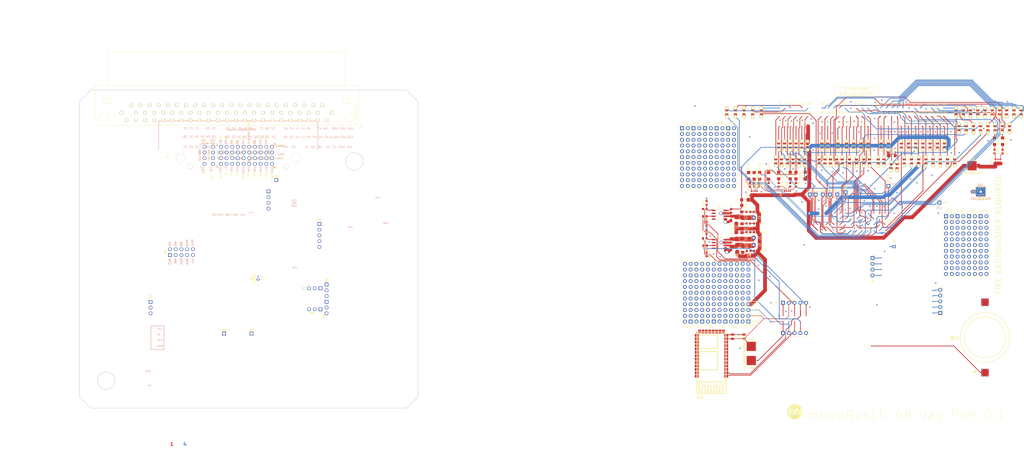
<source format=kicad_pcb>
(kicad_pcb (version 20171130) (host pcbnew "(5.1.5)-3")
  (title_block (title "68 Vag PNP") (date 2020-05-06) (rev R0.1) (company rusEFI))
  (layers (0 F.Cu signal) (31 B.Cu signal) (34 B.Paste user) (35 F.Paste user) (36 B.SilkS user hide) (37 F.SilkS user) (38 B.Mask user) (39 F.Mask user hide) (44 Edge.Cuts user))
  (net 0 "")
  (net 1 GND)
  (net 2 /2C)
  (net 3 /2F)
  (net 4 /2I)
  (net 5 /2O)
  (net 6 /2R)
  (net 7 /3C)
  (net 8 /3F)
  (net 9 /4)
  (net 10 /2A)
  (net 11 /2D)
  (net 12 /2G)
  (net 13 /2J)
  (net 14 /2M)
  (net 15 /LowSide1/OUT2)
  (net 16 /LowSide2/OUT1)
  (net 17 /LowSide2/OUT2)
  (net 18 +12V)
  (net 19 "Net-(D3-Pad2)")
  (net 20 "Net-(D4-Pad2)")
  (net 21 "Net-(D7-Pad2)")
  (net 22 "Net-(D8-Pad2)")
  (net 23 "Net-(R1-Pad1)")
  (net 24 "Net-(R2-Pad1)")
  (net 25 "Net-(R7-Pad1)")
  (net 26 "Net-(R10-Pad1)")
  (net 27 /12_IGN_KEY)
  (net 28 /2Q)
  (net 29 /4R)
  (net 30 /2B)
  (net 31 /3I)
  (net 32 /3M)
  (net 33 /3O)
  (net 34 /4L)
  (net 35 /4U)
  (net 36 /4N)
  (net 37 /4P)
  (net 38 /4V)
  (net 39 /3V)
  (net 40 /3Y)
  (net 41 /3L)
  (net 42 /3N)
  (net 43 /3W)
  (net 44 /3X)
  (net 45 /3Z)
  (net 46 /VBAT)
  (net 47 /3U)
  (net 48 "Net-(J5-Pad1)")
  (net 49 "Net-(J6-Pad1)")
  (net 50 "Net-(J6-Pad2)")
  (net 51 "Net-(J6-Pad3)")
  (net 52 "Net-(J6-Pad4)")
  (net 53 "Net-(J7-Pad1)")
  (net 54 "Net-(J7-Pad2)")
  (net 55 "Net-(J7-Pad3)")
  (net 56 "Net-(J7-Pad4)")
  (net 57 "Net-(J7-Pad5)")
  (net 58 /4K)
  (net 59 /4AH)
  (net 60 /J808_PC10)
  (net 61 /J805_PC11)
  (net 62 /2E)
  (net 63 /2H)
  (net 64 /2K)
  (net 65 /2N)
  (net 66 /3D)
  (net 67 /3E)
  (net 68 /3J)
  (net 69 /3K)
  (net 70 /3P)
  (net 71 /3Q)
  (net 72 /3S)
  (net 73 /3T)
  (net 74 /4AA)
  (net 75 /4AB)
  (net 76 /4AC)
  (net 77 /4AD)
  (net 78 /4AE)
  (net 79 /4AG)
  (net 80 /4B)
  (net 81 /4C)
  (net 82 /4E)
  (net 83 /4F)
  (net 84 /4H)
  (net 85 /4I)
  (net 86 /4J)
  (net 87 /4M)
  (net 88 /4T)
  (net 89 /4W)
  (net 90 /4X)
  (net 91 /4Z)
  (net 92 /J807_PA15)
  (net 93 /J803_PB8)
  (net 94 /J806_PB9)
  (net 95 /J810_PC12)
  (net 96 /3H)
  (net 97 /J804_3.3V)
  (net 98 "Net-(D3-Pad1)")
  (net 99 "Net-(D10-Pad2)")
  (net 100 "Net-(D11-Pad2)")
  (net 101 "Net-(D12-Pad2)")
  (net 102 /AV8_UNUSED)
  (net 103 /HI2_UNUSED)
  (net 104 /HI4_UNUSED)
  (net 105 "Net-(D13-Pad2)")
  (net 106 "Net-(D15-Pad2)")
  (net 107 "Net-(D17-Pad2)")
  (net 108 "Net-(D19-Pad2)")
  (net 109 "Net-(D21-Pad2)")
  (net 110 "Net-(D23-Pad2)")
  (net 111 "Net-(D25-Pad2)")
  (net 112 "Net-(D27-Pad2)")
  (net 113 /J801_5V)
  (net 114 /J802_12V)
  (net 115 "Net-(D14-Pad2)")
  (net 116 "Net-(D16-Pad2)")
  (net 117 "Net-(D18-Pad2)")
  (net 118 "Net-(D20-Pad2)")
  (net 119 "Net-(D22-Pad2)")
  (net 120 "Net-(D24-Pad2)")
  (net 121 "Net-(D26-Pad2)")
  (net 122 "Net-(D28-Pad2)")
  (net 123 "Net-(D32-Pad2)")
  (net 124 /UNSUED_HALL_REF_2.5V)
  (net 125 /AV9_UNUSED)
  (net 126 /AV7_UNUSED)
  (net 127 /AV10_UNUSED)
  (net 128 /AT4_UNUSED)
  (net 129 /AV5_UNUSED)
  (net 130 /AV4_UNUSED)
  (net 131 /ETB2)
  (net 132 /ETB1)
  (net 133 /AT3_UNUSED)
  (net 134 /AV3_UNUSED)
  (net 135 "Net-(D31-Pad2)")
  (net 136 "Net-(W2A1-Pad1)")
  (net 137 "Net-(W2B1-Pad1)")
  (net 138 "Net-(W2C1-Pad1)")
  (net 139 "Net-(W2D1-Pad1)")
  (net 140 "Net-(W2E1-Pad1)")
  (net 141 "Net-(W2F1-Pad1)")
  (net 142 "Net-(W2G1-Pad1)")
  (net 143 "Net-(W2H1-Pad1)")
  (net 144 "Net-(W2I1-Pad1)")
  (net 145 "Net-(W2J1-Pad1)")
  (net 146 "Net-(W2K1-Pad1)")
  (net 147 "Net-(W2M1-Pad1)")
  (net 148 "Net-(W2N1-Pad1)")
  (net 149 "Net-(W2O1-Pad1)")
  (net 150 "Net-(W2P1-Pad1)")
  (net 151 "Net-(W2Q1-Pad1)")
  (net 152 "Net-(W2R1-Pad1)")
  (net 153 "Net-(W3A1-Pad1)")
  (net 154 "Net-(W3B1-Pad1)")
  (net 155 "Net-(W3C1-Pad1)")
  (net 156 "Net-(W3D1-Pad1)")
  (net 157 "Net-(W3E1-Pad1)")
  (net 158 "Net-(W3F1-Pad1)")
  (net 159 "Net-(W3H1-Pad1)")
  (net 160 "Net-(W3I1-Pad1)")
  (net 161 "Net-(W3J1-Pad1)")
  (net 162 "Net-(W3K1-Pad1)")
  (net 163 "Net-(W3L1-Pad1)")
  (net 164 "Net-(W3M1-Pad1)")
  (net 165 "Net-(W3N1-Pad1)")
  (net 166 "Net-(W3O1-Pad1)")
  (net 167 "Net-(W3P1-Pad1)")
  (net 168 "Net-(W3Q1-Pad1)")
  (net 169 "Net-(W3S1-Pad1)")
  (net 170 "Net-(W3T1-Pad1)")
  (net 171 "Net-(W3U1-Pad1)")
  (net 172 "Net-(W3V1-Pad1)")
  (net 173 "Net-(W3W1-Pad1)")
  (net 174 "Net-(W3X1-Pad1)")
  (net 175 "Net-(W3Y1-Pad1)")
  (net 176 "Net-(W3Z1-Pad1)")
  (net 177 "Net-(W4A1-Pad1)")
  (net 178 "Net-(W4AA1-Pad1)")
  (net 179 "Net-(W4AB1-Pad1)")
  (net 180 "Net-(W4AC1-Pad1)")
  (net 181 "Net-(W4AD1-Pad1)")
  (net 182 "Net-(W4AE1-Pad1)")
  (net 183 "Net-(W4AF1-Pad1)")
  (net 184 "Net-(W4AG1-Pad1)")
  (net 185 "Net-(W4AH1-Pad1)")
  (net 186 "Net-(W4B1-Pad1)")
  (net 187 "Net-(W4D1-Pad1)")
  (net 188 "Net-(W4E1-Pad1)")
  (net 189 "Net-(W4F1-Pad1)")
  (net 190 "Net-(W4H1-Pad1)")
  (net 191 "Net-(W4I1-Pad1)")
  (net 192 "Net-(W4J1-Pad1)")
  (net 193 "Net-(W4K1-Pad1)")
  (net 194 "Net-(W4L1-Pad1)")
  (net 195 "Net-(W4M1-Pad1)")
  (net 196 "Net-(W4N1-Pad1)")
  (net 197 "Net-(W4O1-Pad1)")
  (net 198 "Net-(W4P1-Pad1)")
  (net 199 "Net-(W4R1-Pad1)")
  (net 200 "Net-(W4S1-Pad1)")
  (net 201 "Net-(W4T1-Pad1)")
  (net 202 "Net-(W4U1-Pad1)")
  (net 203 "Net-(W4V1-Pad1)")
  (net 204 "Net-(W4W1-Pad1)")
  (net 205 "Net-(W4X1-Pad1)")
  (net 206 "Net-(W4Z1-Pad1)")
  (module rusEFI_Modules:963356-1 (layer F.Cu) (at 84.85 30 180)
    (fp_text reference P1 (at -59 -6 90) (layer F.SilkS) (effects (font (size 0.889 0.889) (thickness 0.1016))))
    (fp_text value 1123038-2 (at -57 1 90) (layer F.SilkS) (effects (font (size 0.889 0.889) (thickness 0.1016))))
    (pad 45 thru_hole circle (at 42 3.3) (size 1.49954 1.49954) (drill 1.10076) (layers *.Cu *.Mask F.SilkS))
    (pad 44 thru_hole circle (at 38 3.3) (size 1.49954 1.49954) (drill 1.10076) (layers *.Cu *.Mask F.SilkS))
    (pad 43 thru_hole circle (at 34 3.3) (size 1.49954 1.49954) (drill 1.10076) (layers *.Cu *.Mask F.SilkS))
    (pad 42 thru_hole circle (at 30 3.3) (size 1.49954 1.49954) (drill 1.10076) (layers *.Cu *.Mask F.SilkS))
    (pad 41 thru_hole circle (at 26 3.3) (size 1.49954 1.49954) (drill 1.10076) (layers *.Cu *.Mask F.SilkS))
    (pad 40 thru_hole circle (at 22 3.3) (size 1.49954 1.49954) (drill 1.10076) (layers *.Cu *.Mask F.SilkS))
    (pad 39 thru_hole circle (at 18 3.3) (size 1.49954 1.49954) (drill 1.10076) (layers *.Cu *.Mask F.SilkS))
    (pad 38 thru_hole circle (at 14 3.3) (size 1.49954 1.49954) (drill 1.10076) (layers *.Cu *.Mask F.SilkS))
    (pad 37 thru_hole circle (at 10 3.3) (size 1.49954 1.49954) (drill 1.10076) (layers *.Cu *.Mask F.SilkS))
    (pad 36 thru_hole circle (at 6 3.3) (size 1.49954 1.49954) (drill 1.10076) (layers *.Cu *.Mask F.SilkS))
    (pad 35 thru_hole circle (at 2 3.3) (size 1.49954 1.49954) (drill 1.10076) (layers *.Cu *.Mask F.SilkS))
    (pad 34 thru_hole circle (at -2 3.3) (size 1.49954 1.49954) (drill 1.10076) (layers *.Cu *.Mask F.SilkS))
    (pad 33 thru_hole circle (at -6 3.3) (size 1.49954 1.49954) (drill 1.10076) (layers *.Cu *.Mask F.SilkS))
    (pad 32 thru_hole circle (at -10 3.3) (size 1.49954 1.49954) (drill 1.10076) (layers *.Cu *.Mask F.SilkS))
    (pad 31 thru_hole circle (at -14 3.3) (size 1.49954 1.49954) (drill 1.10076) (layers *.Cu *.Mask F.SilkS))
    (pad 30 thru_hole circle (at -18 3.3) (size 1.49954 1.49954) (drill 1.10076) (layers *.Cu *.Mask F.SilkS))
    (pad 29 thru_hole circle (at -22 3.3) (size 1.49954 1.49954) (drill 1.10076) (layers *.Cu *.Mask F.SilkS))
    (pad 28 thru_hole circle (at -26 3.3) (size 1.49954 1.49954) (drill 1.10076) (layers *.Cu *.Mask F.SilkS))
    (pad 27 thru_hole circle (at -30 3.3) (size 1.49954 1.49954) (drill 1.10076) (layers *.Cu *.Mask F.SilkS))
    (pad 26 thru_hole circle (at -34 3.3) (size 1.49954 1.49954) (drill 1.10076) (layers *.Cu *.Mask F.SilkS))
    (pad 25 thru_hole circle (at -38 3.3) (size 1.49954 1.49954) (drill 1.10076) (layers *.Cu *.Mask F.SilkS))
    (pad 24 thru_hole circle (at -42 3.3) (size 1.49954 1.49954) (drill 1.10076) (layers *.Cu *.Mask F.SilkS))
    (pad 23 thru_hole circle (at 46.35 0 180) (size 1.7 1.7) (drill 1.3) (layers *.Cu *.Mask F.SilkS))
    (pad 22 thru_hole circle (at 40 0 180) (size 1.49954 1.49954) (drill 1.10076) (layers *.Cu *.Mask F.SilkS))
    (pad 21 thru_hole circle (at 36 0 180) (size 1.49954 1.49954) (drill 1.10076) (layers *.Cu *.Mask F.SilkS))
    (pad 20 thru_hole circle (at 32 0 180) (size 1.49954 1.49954) (drill 1.10076) (layers *.Cu *.Mask F.SilkS))
    (pad 19 thru_hole circle (at 28 0 180) (size 1.49954 1.49954) (drill 1.10076) (layers *.Cu *.Mask F.SilkS))
    (pad 18 thru_hole circle (at 24 0 180) (size 1.49954 1.49954) (drill 1.10076) (layers *.Cu *.Mask F.SilkS))
    (pad 17 thru_hole circle (at 20 0 180) (size 1.49954 1.49954) (drill 1.10076) (layers *.Cu *.Mask F.SilkS))
    (pad 16 thru_hole circle (at 16 0 180) (size 1.49954 1.49954) (drill 1.10076) (layers *.Cu *.Mask F.SilkS))
    (pad 15 thru_hole circle (at 12 0 180) (size 1.49954 1.49954) (drill 1.10076) (layers *.Cu *.Mask F.SilkS))
    (pad 14 thru_hole circle (at 8 0 180) (size 1.49954 1.49954) (drill 1.10076) (layers *.Cu *.Mask F.SilkS))
    (pad 13 thru_hole circle (at 4 0 180) (size 1.49954 1.49954) (drill 1.10076) (layers *.Cu *.Mask F.SilkS))
    (pad 12 thru_hole circle (at 0 0 180) (size 1.49954 1.49954) (drill 1.10076) (layers *.Cu *.Mask F.SilkS))
    (pad 11 thru_hole circle (at -4 0 180) (size 1.49954 1.49954) (drill 1.10076) (layers *.Cu *.Mask F.SilkS))
    (pad 10 thru_hole circle (at -8 0 180) (size 1.49954 1.49954) (drill 1.10076) (layers *.Cu *.Mask F.SilkS))
    (pad 9 thru_hole circle (at -12 0 180) (size 1.49954 1.49954) (drill 1.10076) (layers *.Cu *.Mask F.SilkS))
    (pad 8 thru_hole circle (at -16 0 180) (size 1.49954 1.49954) (drill 1.10076) (layers *.Cu *.Mask F.SilkS))
    (pad 7 thru_hole circle (at -20 0 180) (size 1.49954 1.49954) (drill 1.10076) (layers *.Cu *.Mask F.SilkS))
    (pad 6 thru_hole circle (at -24 0 180) (size 1.49954 1.49954) (drill 1.10076) (layers *.Cu *.Mask F.SilkS))
    (pad 5 thru_hole circle (at -28 0 180) (size 1.49954 1.49954) (drill 1.10076) (layers *.Cu *.Mask F.SilkS))
    (pad 4 thru_hole circle (at -32 0 180) (size 1.49954 1.49954) (drill 1.10076) (layers *.Cu *.Mask F.SilkS))
    (pad 3 thru_hole circle (at -36 0 180) (size 1.49954 1.49954) (drill 1.10076) (layers *.Cu *.Mask F.SilkS))
    (pad 2 thru_hole circle (at -40 0 180) (size 1.49954 1.49954) (drill 1.10076) (layers *.Cu *.Mask F.SilkS))
    (pad 1 thru_hole circle (at -46.35 0 180) (size 1.7 1.7) (drill 1.3) (layers *.Cu *.Mask F.SilkS))
    (pad 46 thru_hole circle (at -44 -3.3) (size 1.49954 1.49954) (drill 1.10076) (layers *.Cu *.Mask F.SilkS))
    (pad 47 thru_hole circle (at -40 -3.3) (size 1.49954 1.49954) (drill 1.10076) (layers *.Cu *.Mask F.SilkS))
    (pad 49 thru_hole circle (at -32 -3.3) (size 1.49954 1.49954) (drill 1.10076) (layers *.Cu *.Mask F.SilkS))
    (pad 50 thru_hole circle (at -28 -3.3) (size 1.49954 1.49954) (drill 1.10076) (layers *.Cu *.Mask F.SilkS))
    (pad 51 thru_hole circle (at -24 -3.3) (size 1.49954 1.49954) (drill 1.10076) (layers *.Cu *.Mask F.SilkS))
    (pad 52 thru_hole circle (at -20 -3.3) (size 1.49954 1.49954) (drill 1.10076) (layers *.Cu *.Mask F.SilkS))
    (pad 53 thru_hole circle (at -16 -3.3) (size 1.49954 1.49954) (drill 1.10076) (layers *.Cu *.Mask F.SilkS))
    (pad 54 thru_hole circle (at -12 -3.3) (size 1.49954 1.49954) (drill 1.10076) (layers *.Cu *.Mask F.SilkS))
    (pad 55 thru_hole circle (at -8 -3.3) (size 1.49954 1.49954) (drill 1.10076) (layers *.Cu *.Mask F.SilkS))
    (pad 56 thru_hole circle (at -4 -3.3) (size 1.49954 1.49954) (drill 1.10076) (layers *.Cu *.Mask F.SilkS))
    (pad 57 thru_hole circle (at 0 -3.3) (size 1.49954 1.49954) (drill 1.10076) (layers *.Cu *.Mask F.SilkS))
    (pad 58 thru_hole circle (at 4 -3.3) (size 1.49954 1.49954) (drill 1.10076) (layers *.Cu *.Mask F.SilkS))
    (pad 59 thru_hole circle (at 8 -3.3) (size 1.49954 1.49954) (drill 1.10076) (layers *.Cu *.Mask F.SilkS))
    (pad 60 thru_hole circle (at 12 -3.3) (size 1.49954 1.49954) (drill 1.10076) (layers *.Cu *.Mask F.SilkS))
    (pad 61 thru_hole circle (at 16 -3.3) (size 1.49954 1.49954) (drill 1.10076) (layers *.Cu *.Mask F.SilkS))
    (pad 62 thru_hole circle (at 20 -3.3) (size 1.49954 1.49954) (drill 1.10076) (layers *.Cu *.Mask F.SilkS))
    (pad 63 thru_hole circle (at 24 -3.3) (size 1.49954 1.49954) (drill 1.10076) (layers *.Cu *.Mask F.SilkS))
    (pad 64 thru_hole circle (at 28 -3.3) (size 1.49954 1.49954) (drill 1.10076) (layers *.Cu *.Mask F.SilkS))
    (pad 65 thru_hole circle (at 32 -3.3) (size 1.49954 1.49954) (drill 1.10076) (layers *.Cu *.Mask F.SilkS))
    (pad 66 thru_hole circle (at 36 -3.3) (size 1.49954 1.49954) (drill 1.10076) (layers *.Cu *.Mask F.SilkS))
    (pad 67 thru_hole circle (at 40 -3.3) (size 1.49954 1.49954) (drill 1.10076) (layers *.Cu *.Mask F.SilkS))
    (pad 68 thru_hole circle (at 44 -3.3) (size 1.49954 1.49954) (drill 1.10076) (layers *.Cu *.Mask F.SilkS))
    (pad 48 thru_hole circle (at -36 -3.3) (size 1.49954 1.49954) (drill 1.10076) (layers *.Cu *.Mask F.SilkS))
  )
  (module Connector_PinHeader_2.54mm:PinHeader_1x01_P2.54mm_Vertical (layer B.Cu) (at 347.171 66.035)
    (fp_text reference J32 (at -0.0254 1.9304) (layer B.SilkS) (effects (font (size 0.762 0.762) (thickness 0.127)) (justify mirror)))
    (fp_text value Conn_01x01)
    (pad 1 thru_hole rect (at 0 0) (size 1.7 1.7) (drill 1) (layers *.Cu *.Mask) (net 131 /ETB2))
  )
  (module Connector_PinHeader_2.54mm:PinHeader_1x01_P2.54mm_Vertical (layer B.Cu) (at 353.521 66.035)
    (fp_text reference J31 (at 0 2.33) (layer B.SilkS) (effects (justify mirror)))
    (fp_text value Conn_01x01)
    (pad 1 thru_hole rect (at 0 0) (size 1.7 1.7) (drill 1) (layers *.Cu *.Mask) (net 130 /AV4_UNUSED))
  )
  (module Connector_PinHeader_2.54mm:PinHeader_1x01_P2.54mm_Vertical (layer B.Cu) (at 343.996 66.035)
    (fp_text reference J28 (at 0 1.905) (layer B.SilkS) (effects (font (size 0.762 0.762) (thickness 0.127)) (justify mirror)))
    (fp_text value Conn_01x01)
    (pad 1 thru_hole rect (at 0 0) (size 1.7 1.7) (drill 1) (layers *.Cu *.Mask) (net 133 /AT3_UNUSED))
  )
  (module Connector_PinHeader_2.54mm:PinHeader_1x01_P2.54mm_Vertical (layer B.Cu) (at 398.479 69.591)
    (fp_text reference J25 (at 0 2.33) (layer B.SilkS) (effects (justify mirror)))
    (fp_text value Conn_01x01)
    (pad 1 thru_hole rect (at 0 0) (size 1.7 1.7) (drill 1) (layers *.Cu *.Mask) (net 125 /AV9_UNUSED))
  )
  (module Connector_PinHeader_2.54mm:PinHeader_1x01_P2.54mm_Vertical (layer B.Cu) (at 357.204 65.019)
    (fp_text reference J29 (at 0 2.33) (layer B.SilkS) (effects (justify mirror)))
    (fp_text value Conn_01x01)
    (pad 1 thru_hole rect (at 0 0) (size 1.7 1.7) (drill 1) (layers *.Cu *.Mask) (net 128 /AT4_UNUSED))
  )
  (module Connector_PinHeader_2.54mm:PinHeader_1x01_P2.54mm_Vertical (layer B.Cu) (at 350.346 66.035)
    (fp_text reference J30 (at 0 2.33) (layer B.SilkS) (effects (justify mirror)))
    (fp_text value Conn_01x01)
    (pad 1 thru_hole rect (at 0 0) (size 1.7 1.7) (drill 1) (layers *.Cu *.Mask) (net 129 /AV5_UNUSED))
  )
  (module rusEFI_Modules:Molex_48_MRE (layer F.Cu) (at 75 45)
    (fp_text reference U3 (at -16.4846 4.445) (layer F.SilkS) (effects (font (size 0.75 0.75) (thickness 0.13))))
    (fp_text value molex_48pin_MRE (at 16.3068 -7.5692) (layer B.SilkS))
    (fp_text user "12V\nRelay" (at -1.5494 -2.1082) (layer F.SilkS) (effects (font (size 0.8 0.8) (thickness 0.13)) (justify left)))
    (fp_text user PC11 (at -10.16 50.4444 270) (layer B.SilkS) (effects (font (size 0.75 0.75) (thickness 0.13)) (justify mirror)))
    (fp_text user PB8 (at -12.7 50.3174 270) (layer B.SilkS) (effects (font (size 0.75 0.75) (thickness 0.13)) (justify mirror)))
    (fp_text user 12V (at -15.24 42.6974 270) (layer B.SilkS) (effects (font (size 0.75 0.75) (thickness 0.13)) (justify mirror)))
    (fp_text user PA15 (at -7.62 50.4444 270) (layer B.SilkS) (effects (font (size 0.75 0.75) (thickness 0.13)) (justify mirror)))
    (fp_text user PC12 (at -5.207 42.3164 270) (layer B.SilkS) (effects (font (size 0.75 0.75) (thickness 0.13)) (justify mirror)))
    (fp_text user PC10 (at -7.62 42.3164 270) (layer B.SilkS) (effects (font (size 0.75 0.75) (thickness 0.13)) (justify mirror)))
    (fp_text user PB9 (at -10.16 42.6974 270) (layer B.SilkS) (effects (font (size 0.75 0.75) (thickness 0.13)) (justify mirror)))
    (fp_text user VDD (at -12.7 42.6974 270) (layer B.SilkS) (effects (font (size 0.75 0.75) (thickness 0.13)) (justify mirror)))
    (fp_text user "RTC\nBattery\n" (at 21.336 57.6834 90) (layer F.SilkS) (effects (font (size 0.762 0.762) (thickness 0.1524))))
    (fp_text user ETB+ (at -0.254 10.1854 90) (layer F.SilkS) (effects (font (size 0.8 0.8) (thickness 0.13))))
    (fp_text user + (at 23.5585 60.6679) (layer F.SilkS) (effects (font (size 0.75 0.75) (thickness 0.13))))
    (fp_text user CANH (at 29.6926 11.7856 270) (layer F.SilkS) (effects (font (size 0.8 0.8) (thickness 0.13)) (justify right)))
    (fp_text user CRNK- (at 28.5115 2.4511 90) (layer B.SilkS) (effects (font (size 0.508 0.508) (thickness 0.1016)) (justify mirror)))
    (fp_text user GND (at -2.032 2.4604 90) (layer B.SilkS) (effects (font (size 0.8 0.8) (thickness 0.13)) (justify mirror)))
    (fp_text user 5V (at -15.24 49.8094 270) (layer B.SilkS) (effects (font (size 0.75 0.75) (thickness 0.13)) (justify mirror)))
    (fp_text user M3 (at 8.6106 80.5942) (layer F.SilkS))
    (fp_text user M4 (at 20.7772 80.6196) (layer F.SilkS))
    (fp_text user AV7 (at 18.542 1.778 90) (layer B.SilkS) (effects (font (size 0.508 0.508) (thickness 0.1016)) (justify mirror)))
    (fp_text user M7 (at 43.815 62.2554) (layer F.SilkS))
    (fp_text user AT4 (at 13.589 2.5654 270) (layer F.SilkS) (effects (font (size 0.508 0.508) (thickness 0.1016))))
    (fp_text user GND (at 14.478 -1.1131 90) (layer F.SilkS) (effects (font (size 0.8 0.6) (thickness 0.13)) (justify left)))
    (fp_text user LS2 (at -2.032 5.1274 270) (layer F.SilkS) (effects (font (size 0.8 0.8) (thickness 0.13))))
    (fp_text user GP5 (at 8.4836 2.4384 270) (layer F.SilkS) (effects (font (size 0.508 0.508) (thickness 0.1016))))
    (fp_text user J3 (at 25.3238 57.8104 90) (layer F.SilkS))
    (fp_text user 12 (at 5.715 8.7884) (layer F.SilkS) (effects (font (size 0.8 0.6) (thickness 0.13))))
    (fp_text user 9 (at 5.588 -0.8636) (layer F.SilkS) (effects (font (size 0.8 0.6) (thickness 0.13))))
    (fp_text user M1 (at -23.6982 65.8876 90) (layer F.SilkS))
    (fp_text user "CAN L" (at 32.766 5.1274) (layer F.SilkS) (effects (font (size 0.8 0.8) (thickness 0.13))))
    (fp_text user AV6 (at 19.4056 10.8204 270) (layer F.SilkS) (effects (font (size 0.8 0.8) (thickness 0.13)) (justify right)))
    (fp_text user GND (at 11.953 -1.1131 90) (layer F.SilkS) (effects (font (size 0.8 0.6) (thickness 0.13)) (justify left)))
    (fp_text user LIN1 (at 31.5468 13.0556) (layer F.SilkS))
    (fp_text user J8 (at -17.2212 46.3804 90) (layer F.SilkS))
    (fp_text user INJ1 (at 24.4348 -3.175 90) (layer F.SilkS) (effects (font (size 0.8 0.6) (thickness 0.13)) (justify left)))
    (fp_text user 4 (at -1.651 8.7884) (layer F.SilkS) (effects (font (size 0.8 0.6) (thickness 0.13))))
    (fp_text user Ign2 (at 5.969 2.4384 270) (layer F.SilkS) (effects (font (size 0.508 0.508) (thickness 0.1016))))
    (fp_text user CRNK- (at 28.5115 2.4511 90) (layer F.SilkS) (effects (font (size 0.508 0.508) (thickness 0.1016))))
    (fp_text user 5V2 (at 23.4315 5.0419 90) (layer F.SilkS) (effects (font (size 0.508 0.508) (thickness 0.1016))))
    (fp_text user GP3 (at 22.098 -1.1131 90) (layer B.SilkS) (effects (font (size 0.8 0.6) (thickness 0.13)) (justify right mirror)))
    (fp_text user GND (at 1.8796 2.4384 90) (layer F.SilkS) (effects (font (size 0.8 0.8) (thickness 0.127))))
    (fp_text user GP6 (at 9.2964 -3.048 270) (layer F.SilkS) (effects (font (size 0.8 0.6) (thickness 0.13)) (justify left)))
    (fp_text user GND (at -2.032 2.4604 90) (layer F.SilkS) (effects (font (size 0.8 0.8) (thickness 0.13))))
    (fp_text user 1 (at -1.905 -0.8636) (layer F.SilkS) (effects (font (size 0.8 0.6) (thickness 0.13))))
    (fp_text user ETB- (at 3.3528 11.811 270) (layer F.SilkS) (effects (font (size 0.8 0.8) (thickness 0.13)) (justify right)))
    (fp_text user INJ2 (at 23.4315 2.4892 270) (layer F.SilkS) (effects (font (size 0.508 0.508) (thickness 0.1016))))
    (fp_text user AV3 (at 19.7358 6.1976) (layer F.SilkS) (effects (font (size 0.508 0.508) (thickness 0.1016))))
    (fp_text user AT2 (at 13.589 5.08 270) (layer F.SilkS) (effects (font (size 0.508 0.508) (thickness 0.1016))))
    (fp_text user INJ4 (at 25.9588 2.4892 270) (layer F.SilkS) (effects (font (size 0.508 0.508) (thickness 0.1016))))
    (fp_text user Ign1 (at 6.9342 -3.2004 270) (layer F.SilkS) (effects (font (size 0.8 0.6) (thickness 0.13)) (justify left)))
    (fp_text user AV8 (at 22.0726 10.8204 270) (layer F.SilkS) (effects (font (size 0.8 0.8) (thickness 0.13)) (justify right)))
    (fp_text user CAM (at 16.9672 -3.048 270) (layer F.SilkS) (effects (font (size 0.8 0.6) (thickness 0.13)) (justify left)))
    (fp_text user GP3 (at 22.098 -1.1131 90) (layer F.SilkS) (effects (font (size 0.8 0.6) (thickness 0.13)) (justify left)))
    (fp_text user D+ (at 9.4996 10.4902 270) (layer F.SilkS) (effects (font (size 0.8 0.8) (thickness 0.13)) (justify right)))
    (fp_text user M2 (at 52.5272 74.6506 90) (layer F.SilkS))
    (fp_text user GP4 (at 25.9588 5.0419 270) (layer F.SilkS) (effects (font (size 0.508 0.508) (thickness 0.1016))))
    (fp_text user "12V\nIGN" (at 2.5146 -2.159) (layer F.SilkS) (effects (font (size 0.8 0.8) (thickness 0.13)) (justify left)))
    (fp_text user 48 (at 30.861 9.0424 180) (layer F.SilkS) (effects (font (size 0.8 0.6) (thickness 0.13))))
    (fp_text user CRNK+ (at 33.274 -0.3556) (layer F.SilkS) (effects (font (size 0.8 0.8) (thickness 0.13))))
    (fp_text user CANL (at 28.4988 4.9784 90) (layer F.SilkS) (effects (font (size 0.508 0.508) (thickness 0.1016))))
    (fp_text user AV5 (at 11.9126 10.8204 270) (layer F.SilkS) (effects (font (size 0.8 0.8) (thickness 0.13)) (justify right)))
    (fp_text user GP1 (at 20.8788 5.1054 270) (layer F.SilkS) (effects (font (size 0.508 0.508) (thickness 0.1016))))
    (fp_text user "MAIN RELAY" (at 19.4818 -6.477 270) (layer F.SilkS) (effects (font (size 0.8 0.6) (thickness 0.13)) (justify left)))
    (fp_text user AV1 (at 15.9766 5.08 270) (layer F.SilkS) (effects (font (size 0.508 0.508) (thickness 0.1016))))
    (fp_text user AV4 (at 11.2268 3.937 90) (layer F.SilkS) (effects (font (size 0.508 0.508) (thickness 0.1016))))
    (fp_text user AV9 (at 24.765 10.8458 270) (layer F.SilkS) (effects (font (size 0.8 0.8) (thickness 0.13)) (justify right)))
    (fp_text user Ign4 (at 7.112 11.2776 270) (layer F.SilkS) (effects (font (size 0.8 0.8) (thickness 0.13)) (justify right)))
    (fp_text user AV10 (at 17.018 11.5824 270) (layer F.SilkS) (effects (font (size 0.8 0.8) (thickness 0.13)) (justify right)))
    (fp_text user M5 (at 53.7718 58.5724 90) (layer F.SilkS))
    (fp_text user LS1 (at 1.8034 5.1054 270) (layer F.SilkS) (effects (font (size 0.8 0.8) (thickness 0.127))))
    (fp_text user INJ3 (at 27.051 -3.175 270) (layer F.SilkS) (effects (font (size 0.8 0.6) (thickness 0.13)) (justify left)))
    (fp_text user D- (at 8.4836 4.953 270) (layer F.SilkS) (effects (font (size 0.508 0.508) (thickness 0.1016))))
    (fp_text user AV2 (at 15.9766 2.5654 270) (layer F.SilkS) (effects (font (size 0.508 0.508) (thickness 0.1016))))
    (fp_text user J6 (at 50.4952 32.0294) (layer F.SilkS))
    (fp_text user GP2 (at 20.8788 2.5654 270) (layer F.SilkS) (effects (font (size 0.508 0.508) (thickness 0.1016))))
    (fp_text user 5V1 (at 27.178 10.8966 270) (layer F.SilkS) (effects (font (size 0.8 0.8) (thickness 0.13)) (justify right)))
    (fp_text user M6 (at 47.3964 73.0758) (layer F.SilkS))
    (fp_text user AT1 (at 11.049 2.5654 270) (layer F.SilkS) (effects (font (size 0.508 0.508) (thickness 0.1016))))
    (fp_text user 45 (at 30.988 -1.2446) (layer F.SilkS) (effects (font (size 0.8 0.6) (thickness 0.13))))
    (fp_text user AT3 (at 14.4526 10.7442 270) (layer F.SilkS) (effects (font (size 0.8 0.8) (thickness 0.13)) (justify right)))
    (fp_text user GND (at -5.08 50.1904 270) (layer B.SilkS) (effects (font (size 0.75 0.75) (thickness 0.13)) (justify mirror)))
    (fp_text user 5V (at -15.24 49.8094 270) (layer B.SilkS) (effects (font (size 0.75 0.75) (thickness 0.13)) (justify mirror)))
    (fp_text user PC11 (at -10.16 50.4444 270) (layer B.SilkS) (effects (font (size 0.75 0.75) (thickness 0.13)) (justify mirror)))
    (fp_text user PB8 (at -12.7 50.3174 270) (layer B.SilkS) (effects (font (size 0.75 0.75) (thickness 0.13)) (justify mirror)))
    (fp_text user PA15 (at -7.62 50.4444 270) (layer B.SilkS) (effects (font (size 0.75 0.75) (thickness 0.13)) (justify mirror)))
    (fp_text user PC12 (at -5.207 42.3164 270) (layer B.SilkS) (effects (font (size 0.75 0.75) (thickness 0.13)) (justify mirror)))
    (fp_text user PC10 (at -7.62 42.3164 270) (layer B.SilkS) (effects (font (size 0.75 0.75) (thickness 0.13)) (justify mirror)))
    (fp_text user PB9 (at -10.16 42.6974 270) (layer B.SilkS) (effects (font (size 0.75 0.75) (thickness 0.13)) (justify mirror)))
    (fp_text user VDD (at -12.7 42.6974 270) (layer B.SilkS) (effects (font (size 0.75 0.75) (thickness 0.13)) (justify mirror)))
    (fp_text user 12V (at -15.24 42.6974 270) (layer B.SilkS) (effects (font (size 0.75 0.75) (thickness 0.13)) (justify mirror)))
    (fp_text user + (at 23.5585 60.6679) (layer F.SilkS) (effects (font (size 0.75 0.75) (thickness 0.13))))
    (fp_text user "RTC\nBattery\n" (at 21.336 57.6834 90) (layer F.SilkS) (effects (font (size 0.762 0.762) (thickness 0.1524))))
    (fp_text user ETB+ (at -0.7112 10.1854 90) (layer B.SilkS) (effects (font (size 0.8 0.8) (thickness 0.13)) (justify mirror)))
    (fp_text user CRNK- (at 33.147 3.3909) (layer B.SilkS) (effects (font (size 0.8 0.8) (thickness 0.13)) (justify mirror)))
    (fp_text user CANH (at 29.7815 8.507695 90) (layer B.SilkS) (effects (font (size 0.8 0.8) (thickness 0.13)) (justify left mirror)))
    (fp_text user CRNK- (at 28.5115 2.4511 90) (layer B.SilkS) (effects (font (size 0.508 0.508) (thickness 0.1016)) (justify mirror)))
    (fp_text user CANL (at 28.5115 4.9911 90) (layer B.SilkS) (effects (font (size 0.508 0.508) (thickness 0.1016)) (justify mirror)))
    (fp_text user AV5 (at 12.0015 8.558495 90) (layer B.SilkS) (effects (font (size 0.8 0.8) (thickness 0.13)) (justify left mirror)))
    (fp_text user GP4 (at 25.9715 5.0419 90) (layer B.SilkS) (effects (font (size 0.508 0.508) (thickness 0.1016)) (justify mirror)))
    (fp_text user 5V2 (at 23.4315 5.0419 90) (layer B.SilkS) (effects (font (size 0.508 0.508) (thickness 0.1016)) (justify mirror)))
    (fp_text user GP1 (at 20.8915 5.1054 90) (layer B.SilkS) (effects (font (size 0.508 0.508) (thickness 0.1016)) (justify mirror)))
    (fp_text user AV3 (at 19.685 6.1976 180) (layer B.SilkS) (effects (font (size 0.508 0.508) (thickness 0.1016)) (justify mirror)))
    (fp_text user AV1 (at 16.002 5.1054 90) (layer B.SilkS) (effects (font (size 0.508 0.508) (thickness 0.1016)) (justify mirror)))
    (fp_text user AT2 (at 13.589 5.1054 90) (layer B.SilkS) (effects (font (size 0.508 0.508) (thickness 0.1016)) (justify mirror)))
    (fp_text user AV4 (at 11.2522 3.9878 270) (layer B.SilkS) (effects (font (size 0.508 0.508) (thickness 0.1016)) (justify mirror)))
    (fp_text user LS1 (at 1.8796 5.1054 90) (layer B.SilkS) (effects (font (size 0.8 0.8) (thickness 0.127)) (justify mirror)))
    (fp_text user D- (at 8.509 4.9784 90) (layer B.SilkS) (effects (font (size 0.508 0.508) (thickness 0.1016)) (justify mirror)))
    (fp_text user GP3 (at 5.969 4.9784 90) (layer B.SilkS) (effects (font (size 0.508 0.508) (thickness 0.1016)) (justify mirror)))
    (fp_text user INJ4 (at 25.9715 2.5019 90) (layer B.SilkS) (effects (font (size 0.508 0.508) (thickness 0.1016)) (justify mirror)))
    (fp_text user INJ2 (at 23.4315 2.5019 90) (layer B.SilkS) (effects (font (size 0.508 0.508) (thickness 0.1016)) (justify mirror)))
    (fp_text user GP2 (at 20.8915 2.5654 90) (layer B.SilkS) (effects (font (size 0.508 0.508) (thickness 0.1016)) (justify mirror)))
    (fp_text user AV7 (at 18.4658 1.8034 270) (layer F.SilkS) (effects (font (size 0.508 0.508) (thickness 0.1016))))
    (fp_text user AV2 (at 16.002 2.5654 90) (layer B.SilkS) (effects (font (size 0.508 0.508) (thickness 0.1016)) (justify mirror)))
    (fp_text user AT4 (at 13.589 2.5654 90) (layer B.SilkS) (effects (font (size 0.508 0.508) (thickness 0.1016)) (justify mirror)))
    (fp_text user AT1 (at 11.049 2.5654 90) (layer B.SilkS) (effects (font (size 0.508 0.508) (thickness 0.1016)) (justify mirror)))
    (fp_text user GND (at 1.8796 2.4384 90) (layer B.SilkS) (effects (font (size 0.8 0.8) (thickness 0.127)) (justify mirror)))
    (fp_text user GP5 (at 8.509 2.4384 90) (layer B.SilkS) (effects (font (size 0.508 0.508) (thickness 0.1016)) (justify mirror)))
    (fp_text user Ign2 (at 5.969 2.4384 90) (layer B.SilkS) (effects (font (size 0.508 0.508) (thickness 0.1016)) (justify mirror)))
    (fp_text user 12 (at 5.715 8.7884) (layer B.SilkS) (effects (font (size 0.8 0.6) (thickness 0.13)) (justify mirror)))
    (fp_text user 9 (at 5.588 -0.8636) (layer B.SilkS) (effects (font (size 0.8 0.6) (thickness 0.13)) (justify mirror)))
    (fp_text user 48 (at 30.861 9.0424) (layer B.SilkS) (effects (font (size 0.8 0.6) (thickness 0.13)) (justify mirror)))
    (fp_text user 45 (at 30.988 -1.2446) (layer B.SilkS) (effects (font (size 0.8 0.6) (thickness 0.13)) (justify mirror)))
    (fp_text user 4 (at -1.651 8.7884) (layer B.SilkS) (effects (font (size 0.8 0.6) (thickness 0.13)) (justify mirror)))
    (fp_text user 1 (at -1.905 -0.8636) (layer B.SilkS) (effects (font (size 0.8 0.6) (thickness 0.13)) (justify mirror)))
    (fp_text user Ign1 (at 6.985 -1.1131 90) (layer B.SilkS) (effects (font (size 0.8 0.6) (thickness 0.13)) (justify right mirror)))
    (fp_text user GP6 (at 9.398 -1.1131 90) (layer B.SilkS) (effects (font (size 0.8 0.6) (thickness 0.13)) (justify right mirror)))
    (fp_text user GND (at 11.953 -1.1131 90) (layer B.SilkS) (effects (font (size 0.8 0.6) (thickness 0.13)) (justify right mirror)))
    (fp_text user GND (at 14.478 -1.1131 90) (layer B.SilkS) (effects (font (size 0.8 0.6) (thickness 0.13)) (justify right mirror)))
    (fp_text user CAM (at 17.033 -1.1131 90) (layer B.SilkS) (effects (font (size 0.8 0.6) (thickness 0.13)) (justify right mirror)))
    (fp_text user "MAIN RELAY" (at 19.558 -1.1131 90) (layer B.SilkS) (effects (font (size 0.8 0.6) (thickness 0.13)) (justify right mirror)))
    (fp_text user GP3 (at 22.098 -1.1131 90) (layer B.SilkS) (effects (font (size 0.8 0.6) (thickness 0.13)) (justify right mirror)))
    (fp_text user AV6 (at 19.4945 8.558495 90) (layer B.SilkS) (effects (font (size 0.8 0.8) (thickness 0.13)) (justify left mirror)))
    (fp_text user AV8 (at 22.1615 8.558495 90) (layer B.SilkS) (effects (font (size 0.8 0.8) (thickness 0.13)) (justify left mirror)))
    (fp_text user AV9 (at 24.8285 8.558495 90) (layer B.SilkS) (effects (font (size 0.8 0.8) (thickness 0.13)) (justify left mirror)))
    (fp_text user AT3 (at 14.5415 8.558495 90) (layer B.SilkS) (effects (font (size 0.8 0.8) (thickness 0.13)) (justify left mirror)))
    (fp_text user Ign4 (at 6.9215 8.558495 90) (layer B.SilkS) (effects (font (size 0.8 0.8) (thickness 0.13)) (justify left mirror)))
    (fp_text user LS2 (at -2.032 5.1274 90) (layer B.SilkS) (effects (font (size 0.8 0.8) (thickness 0.13)) (justify mirror)))
    (fp_text user INJ3 (at 27.126 -1.1131 90) (layer B.SilkS) (effects (font (size 0.8 0.6) (thickness 0.13)) (justify right mirror)))
    (fp_text user INJ1 (at 24.526 -1.1131 90) (layer B.SilkS) (effects (font (size 0.8 0.6) (thickness 0.13)) (justify right mirror)))
    (fp_text user ETB- (at 2.9718 8.5598 90) (layer B.SilkS) (effects (font (size 0.8 0.8) (thickness 0.13)) (justify left mirror)))
    (fp_text user D+ (at 9.3895 8.558495 90) (layer B.SilkS) (effects (font (size 0.8 0.8) (thickness 0.13)) (justify left mirror)))
    (fp_text user AV10 (at 17.0815 8.558495 90) (layer B.SilkS) (effects (font (size 0.8 0.8) (thickness 0.13)) (justify left mirror)))
    (fp_text user 5V1 (at 27.2415 8.558495 90) (layer B.SilkS) (effects (font (size 0.8 0.8) (thickness 0.13)) (justify left mirror)))
    (fp_text user "CAN L" (at 32.766 5.1274) (layer B.SilkS) (effects (font (size 0.8 0.8) (thickness 0.13)) (justify mirror)))
    (fp_text user CRNK+ (at 33.274 -0.3556) (layer B.SilkS) (effects (font (size 0.8 0.8) (thickness 0.13)) (justify mirror)))
    (fp_text user GND (at -2.032 2.4604 90) (layer B.SilkS) (effects (font (size 0.8 0.8) (thickness 0.13)) (justify mirror)))
    (fp_text user "12V\nIGN" (at 2.54 -2.1336) (layer B.SilkS) (effects (font (size 0.8 0.8) (thickness 0.13)) (justify right mirror)))
    (fp_text user "12V\nRelay" (at -1.524 -2.1336) (layer B.SilkS) (effects (font (size 0.8 0.8) (thickness 0.13)) (justify right mirror)))
    (fp_text user M1 (at -23.6982 65.8876 90) (layer F.SilkS))
    (fp_text user M2 (at 52.5272 74.6506 90) (layer F.SilkS))
    (fp_text user M5 (at 53.7718 58.5724 90) (layer F.SilkS))
    (fp_text user M7 (at 43.815 62.2554) (layer F.SilkS))
    (fp_text user M6 (at 47.3964 73.0758) (layer F.SilkS))
    (fp_text user M4 (at 20.7772 80.6196) (layer F.SilkS))
    (fp_text user M3 (at 8.6106 80.5942) (layer F.SilkS))
    (fp_text user J8 (at -17.2212 46.3804 90) (layer F.SilkS))
    (fp_text user LIN1 (at 31.5468 13.0556) (layer F.SilkS))
    (fp_text user J6 (at 50.4952 32.0294) (layer F.SilkS))
    (fp_text user J3 (at 25.3238 57.8104 90) (layer F.SilkS))
    (pad 45 thru_hole circle (at 29.7392 0.0026 270) (size 1.6 1.6) (drill 1.15) (layers *.Cu *.Mask) (net 40 /3Y))
    (pad 46 thru_hole circle (at 29.7392 2.5026 270) (size 1.6 1.6) (drill 1.15) (layers *.Cu *.Mask) (net 124 /UNSUED_HALL_REF_2.5V))
    (pad 47 thru_hole circle (at 29.7392 5.0026 270) (size 1.6 1.6) (drill 1.15) (layers *.Cu *.Mask) (net 42 /3N))
    (pad 48 thru_hole circle (at 29.7392 7.5026 270) (size 1.6 1.6) (drill 1.15) (layers *.Cu *.Mask) (net 41 /3L))
    (pad 41 thru_hole circle (at 27.2392 0.0026 270) (size 1.6 1.6) (drill 1.15) (layers *.Cu *.Mask) (net 12 /2G))
    (pad 42 thru_hole circle (at 27.2392 2.5026 270) (size 1.6 1.6) (drill 1.15) (layers *.Cu *.Mask) (net 13 /2J))
    (pad 43 thru_hole circle (at 27.2392 5.0026 270) (size 1.6 1.6) (drill 1.15) (layers *.Cu *.Mask) (net 2 /2C))
    (pad 44 thru_hole circle (at 27.2392 7.5026 270) (size 1.6 1.6) (drill 1.15) (layers *.Cu *.Mask) (net 34 /4L))
    (pad 37 thru_hole circle (at 24.7392 0.0026 270) (size 1.6 1.6) (drill 1.15) (layers *.Cu *.Mask) (net 10 /2A))
    (pad 38 thru_hole circle (at 24.7392 2.5026 270) (size 1.6 1.6) (drill 1.15) (layers *.Cu *.Mask) (net 11 /2D))
    (pad 39 thru_hole circle (at 24.7392 5.0026 270) (size 1.6 1.6) (drill 1.15) (layers *.Cu *.Mask) (net 58 /4K))
    (pad 40 thru_hole circle (at 24.7392 7.5026 270) (size 1.6 1.6) (drill 1.15) (layers *.Cu *.Mask) (net 125 /AV9_UNUSED))
    (pad 33 thru_hole circle (at 22.2392 0.0026 270) (size 1.6 1.6) (drill 1.15) (layers *.Cu *.Mask) (net 6 /2R))
    (pad 34 thru_hole circle (at 22.2392 2.5026 270) (size 1.6 1.6) (drill 1.15) (layers *.Cu *.Mask) (net 30 /2B))
    (pad 35 thru_hole circle (at 22.2392 5.0026 270) (size 1.6 1.6) (drill 1.15) (layers *.Cu *.Mask) (net 14 /2M))
    (pad 36 thru_hole circle (at 22.2392 7.5026 270) (size 1.6 1.6) (drill 1.15) (layers *.Cu *.Mask) (net 102 /AV8_UNUSED))
    (pad 29 thru_hole circle (at 19.7392 0.0026 270) (size 1.6 1.6) (drill 1.15) (layers *.Cu *.Mask) (net 96 /3H))
    (pad 30 thru_hole circle (at 19.7392 2.5026 270) (size 1.6 1.6) (drill 1.15) (layers *.Cu *.Mask) (net 126 /AV7_UNUSED))
    (pad 31 thru_hole circle (at 19.7392 5.0026 270) (size 1.6 1.6) (drill 1.15) (layers *.Cu *.Mask) (net 134 /AV3_UNUSED))
    (pad 32 thru_hole circle (at 19.7392 7.5026 270) (size 1.6 1.6) (drill 1.15) (layers *.Cu *.Mask) (net 5 /2O))
    (pad 25 thru_hole circle (at 17.2392 0.0026 270) (size 1.6 1.6) (drill 1.15) (layers *.Cu *.Mask) (net 39 /3V))
    (pad 26 thru_hole circle (at 17.2392 2.5026 270) (size 1.6 1.6) (drill 1.15) (layers *.Cu *.Mask) (net 38 /4V))
    (pad 27 thru_hole circle (at 17.2392 5.0026 270) (size 1.6 1.6) (drill 1.15) (layers *.Cu *.Mask) (net 35 /4U))
    (pad 28 thru_hole circle (at 17.2392 7.5026 270) (size 1.6 1.6) (drill 1.15) (layers *.Cu *.Mask) (net 127 /AV10_UNUSED))
    (pad 21 thru_hole circle (at 14.7392 0.0026 270) (size 1.6 1.6) (drill 1.15) (layers *.Cu *.Mask) (net 59 /4AH))
    (pad 22 thru_hole circle (at 14.7392 2.5026 270) (size 1.6 1.6) (drill 1.15) (layers *.Cu *.Mask) (net 128 /AT4_UNUSED))
    (pad 23 thru_hole circle (at 14.7392 5.0026 270) (size 1.6 1.6) (drill 1.15) (layers *.Cu *.Mask) (net 36 /4N))
    (pad 24 thru_hole circle (at 14.7392 7.5026 270) (size 1.6 1.6) (drill 1.15) (layers *.Cu *.Mask) (net 133 /AT3_UNUSED))
    (pad 17 thru_hole circle (at 12.2392 0.0026 270) (size 1.6 1.6) (drill 1.15) (layers *.Cu *.Mask) (net 59 /4AH))
    (pad 18 thru_hole circle (at 12.2392 2.5026 270) (size 1.6 1.6) (drill 1.15) (layers *.Cu *.Mask) (net 37 /4P))
    (pad 19 thru_hole circle (at 12.2392 5.0026 270) (size 1.6 1.6) (drill 1.15) (layers *.Cu *.Mask) (net 130 /AV4_UNUSED))
    (pad 20 thru_hole circle (at 12.2392 7.5026 270) (size 1.6 1.6) (drill 1.15) (layers *.Cu *.Mask) (net 129 /AV5_UNUSED))
    (pad 13 thru_hole circle (at 9.7392 0.0026 270) (size 1.6 1.6) (drill 1.15) (layers *.Cu *.Mask) (net 32 /3M))
    (pad 14 thru_hole circle (at 9.7392 2.5026 270) (size 1.6 1.6) (drill 1.15) (layers *.Cu *.Mask) (net 33 /3O))
    (pad 15 thru_hole circle (at 9.7392 5.0026 270) (size 1.6 1.6) (drill 1.15) (layers *.Cu *.Mask) (net 43 /3W))
    (pad 16 thru_hole circle (at 9.7392 7.5026 270) (size 1.6 1.6) (drill 1.15) (layers *.Cu *.Mask) (net 44 /3X))
    (pad 9 thru_hole circle (at 7.2392 0.0026 270) (size 1.6 1.6) (drill 1.15) (layers *.Cu *.Mask) (net 8 /3F))
    (pad 10 thru_hole circle (at 7.2392 2.5026 270) (size 1.6 1.6) (drill 1.15) (layers *.Cu *.Mask) (net 103 /HI2_UNUSED))
    (pad 11 thru_hole circle (at 7.2392 5.0026 270) (size 1.6 1.6) (drill 1.15) (layers *.Cu *.Mask) (net 31 /3I))
    (pad 12 thru_hole circle (at 7.2392 7.5026 270) (size 1.6 1.6) (drill 1.15) (layers *.Cu *.Mask) (net 104 /HI4_UNUSED))
    (pad 5 thru_hole circle (at 3.7392 0.0026 270) (size 1.6 1.6) (drill 1.15) (layers *.Cu *.Mask) (net 27 /12_IGN_KEY))
    (pad 6 thru_hole circle (at 3.7392 2.5026 270) (size 1.6 1.6) (drill 1.15) (layers *.Cu *.Mask) (net 1 GND))
    (pad 7 thru_hole circle (at 3.7392 5.0026 270) (size 1.6 1.6) (drill 1.15) (layers *.Cu *.Mask) (net 29 /4R))
    (pad 8 thru_hole circle (at 3.7392 7.5026 270) (size 1.6 1.6) (drill 1.15) (layers *.Cu *.Mask) (net 131 /ETB2))
    (pad 1 thru_hole circle (at 0.0392 0.0026 270) (size 1.6 1.6) (drill 1.15) (layers *.Cu *.Mask) (net 18 +12V))
    (pad 2 thru_hole circle (at 0.0392 2.5026 270) (size 1.6 1.6) (drill 1.15) (layers *.Cu *.Mask) (net 1 GND))
    (pad 3 thru_hole circle (at 0.0392 5.0026 270) (size 1.6 1.6) (drill 1.15) (layers *.Cu *.Mask) (net 28 /2Q))
    (pad 4 thru_hole circle (at 0.0392 7.5026 270) (size 1.6 1.6) (drill 1.15) (layers *.Cu *.Mask) (net 132 /ETB1))
    (pad "" thru_hole circle (at -10.5108 4.7526 270) (size 4 4) (drill 4) (layers *.Cu *.Mask F.SilkS))
    (pad "" thru_hole circle (at 40.2892 4.7526 270) (size 4 4) (drill 4) (layers *.Cu *.Mask F.SilkS))
    (pad "" thru_hole circle (at -6.4108 8.6026 270) (size 2.2 2.2) (drill 2.2) (layers *.Cu *.Mask F.SilkS))
    (pad "" thru_hole circle (at 36.1892 8.6026 270) (size 2.2 2.2) (drill 2.2) (layers *.Cu *.Mask F.SilkS))
    (pad M11 thru_hole rect (at -23.7236 68.2244 270) (size 1.6 1.6) (drill 1.15) (layers *.Cu *.Mask))
    (pad M12 thru_hole circle (at -23.7236 70.7644 270) (size 1.6 1.6) (drill 1.15) (layers *.Cu *.Mask))
    (pad M13 thru_hole circle (at -23.7236 73.3044 270) (size 1.6 1.6) (drill 1.15) (layers *.Cu *.Mask))
    (pad M3 thru_hole rect (at 8.6614 82.1944 270) (size 1.6 1.6) (drill 1.15) (layers *.Cu *.Mask))
    (pad M4 thru_hole rect (at 20.7264 82.1944 270) (size 1.6 1.6) (drill 1.15) (layers *.Cu *.Mask))
    (pad M21 thru_hole rect (at 53.7464 68.2244 270) (size 1.6 1.6) (drill 1.15) (layers *.Cu *.Mask))
    (pad M22 thru_hole circle (at 53.7464 70.7644 270) (size 1.6 1.6) (drill 1.15) (layers *.Cu *.Mask))
    (pad M23 thru_hole circle (at 53.7464 73.3044 270) (size 1.6 1.6) (drill 1.15) (layers *.Cu *.Mask))
    (pad M51 thru_hole rect (at 53.7464 60.6044 270) (size 1.6 1.6) (drill 1.15) (layers *.Cu *.Mask))
    (pad M52 thru_hole circle (at 53.7464 63.1444 270) (size 1.6 1.6) (drill 1.15) (layers *.Cu *.Mask))
    (pad M53 thru_hole circle (at 53.7464 65.6844 270) (size 1.6 1.6) (drill 1.15) (layers *.Cu *.Mask))
    (pad M61 thru_hole rect (at 51.0794 71.5264 270) (size 1.6 1.6) (drill 1.15) (layers *.Cu *.Mask))
    (pad M62 thru_hole circle (at 48.5394 71.5264 270) (size 1.6 1.6) (drill 1.15) (layers *.Cu *.Mask))
    (pad M63 thru_hole circle (at 45.9994 71.5264 270) (size 1.6 1.6) (drill 1.15) (layers *.Cu *.Mask))
    (pad M71 thru_hole rect (at 51.0794 62.2554 270) (size 1.6 1.6) (drill 1.15) (layers *.Cu *.Mask))
    (pad M72 thru_hole circle (at 48.5394 62.2554 270) (size 1.6 1.6) (drill 1.15) (layers *.Cu *.Mask))
    (pad M73 thru_hole circle (at 45.9994 62.2554 270) (size 1.6 1.6) (drill 1.15) (layers *.Cu *.Mask))
    (pad J61 thru_hole rect (at 50.59045 33.9344 270) (size 1.6 1.6) (drill 1.15) (layers *.Cu *.Mask) (net 57 "Net-(J7-Pad5)"))
    (pad J62 thru_hole circle (at 50.59045 36.4744 270) (size 1.6 1.6) (drill 1.15) (layers *.Cu *.Mask) (net 56 "Net-(J7-Pad4)"))
    (pad J63 thru_hole circle (at 50.59045 39.0144 270) (size 1.6 1.6) (drill 1.15) (layers *.Cu *.Mask) (net 55 "Net-(J7-Pad3)"))
    (pad J64 thru_hole circle (at 50.59045 41.5544 270) (size 1.6 1.6) (drill 1.15) (layers *.Cu *.Mask) (net 54 "Net-(J7-Pad2)"))
    (pad J65 thru_hole circle (at 50.59045 44.0944 270) (size 1.6 1.6) (drill 1.15) (layers *.Cu *.Mask) (net 53 "Net-(J7-Pad1)"))
    (pad J801 thru_hole rect (at -15.2019 47.6504 270) (size 1.6 1.6) (drill 1.15) (layers *.Cu *.Mask) (net 113 /J801_5V))
    (pad J803 thru_hole circle (at -12.6619 47.6504 270) (size 1.6 1.6) (drill 1.15) (layers *.Cu *.Mask) (net 93 /J803_PB8))
    (pad J805 thru_hole circle (at -10.1219 47.6504 270) (size 1.6 1.6) (drill 1.15) (layers *.Cu *.Mask) (net 61 /J805_PC11))
    (pad J807 thru_hole circle (at -7.5819 47.6504 270) (size 1.6 1.6) (drill 1.15) (layers *.Cu *.Mask) (net 92 /J807_PA15))
    (pad J809 thru_hole circle (at -5.0419 47.6504 270) (size 1.6 1.6) (drill 1.15) (layers *.Cu *.Mask) (net 1 GND))
    (pad J802 thru_hole circle (at -15.2019 45.1104 270) (size 1.6 1.6) (drill 1.15) (layers *.Cu *.Mask) (net 114 /J802_12V))
    (pad J804 thru_hole circle (at -12.6619 45.1104 270) (size 1.6 1.6) (drill 1.15) (layers *.Cu *.Mask) (net 97 /J804_3.3V))
    (pad J806 thru_hole circle (at -10.1219 45.1104 270) (size 1.6 1.6) (drill 1.15) (layers *.Cu *.Mask) (net 94 /J806_PB9))
    (pad J808 thru_hole circle (at -7.5819 45.1104 270) (size 1.6 1.6) (drill 1.15) (layers *.Cu *.Mask) (net 60 /J808_PC10))
    (pad J810 thru_hole circle (at -5.0419 45.1104 270) (size 1.6 1.6) (drill 1.15) (layers *.Cu *.Mask) (net 95 /J810_PC12))
    (pad J31 thru_hole rect (at 23.622 58.3692 270) (size 0.8 1.3) (drill 0.5) (layers *.Cu *.Mask) (net 46 /VBAT))
    (pad J32 thru_hole circle (at 23.622 57.1246 270) (size 0.8 1.3) (drill 0.5) (layers *.Cu *.Mask) (net 1 GND))
    (pad LIN1 thru_hole rect (at 31.623 14.6812 270) (size 1.6 1.6) (drill 1.15) (layers *.Cu *.Mask) (net 48 "Net-(J5-Pad1)"))
    (pad J53 thru_hole circle (at 28.1686 24.660809 270) (size 1.6 1.6) (drill 1.15) (layers *.Cu *.Mask) (net 51 "Net-(J6-Pad3)"))
    (pad J52 thru_hole circle (at 28.1686 22.120809 270) (size 1.6 1.6) (drill 1.15) (layers *.Cu *.Mask) (net 50 "Net-(J6-Pad2)"))
    (pad J54 thru_hole circle (at 28.1686 27.200809 270) (size 1.6 1.6) (drill 1.15) (layers *.Cu *.Mask) (net 52 "Net-(J6-Pad4)"))
    (pad J51 thru_hole rect (at 28.1686 19.580809 270) (size 1.6 1.6) (drill 1.15) (layers *.Cu *.Mask) (net 49 "Net-(J6-Pad1)"))
  )
  (module LED_SMD:LED_0603_1608Metric (layer F.Cu) (at 316.945 61.717 270)
    (fp_text reference D32 (at 0 -1.43 90) (layer F.SilkS))
    (fp_text value LED)
    (pad 2 smd roundrect (at 0.7875 0 270) (size 0.875 0.95) (layers F.Cu F.Paste F.Mask) (net 123 "Net-(D32-Pad2)"))
    (pad 1 smd roundrect (at -0.7875 0 270) (size 0.875 0.95) (layers F.Cu F.Paste F.Mask) (net 135 "Net-(D31-Pad2)"))
  )
  (module Diode_SMD:D_SMF (layer F.Cu) (at 316.945 57.78 270)
    (fp_text reference D31 (at 0 -2 90) (layer F.SilkS))
    (fp_text value D_Schottky)
    (pad 2 smd rect (at 1.45 0 270) (size 1.3 1.4) (layers F.Cu F.Paste F.Mask) (net 135 "Net-(D31-Pad2)"))
    (pad 1 smd rect (at -1.45 0 270) (size 1.3 1.4) (layers F.Cu F.Paste F.Mask) (net 1 GND))
  )
  (module TestPoint:TestPoint_Pad_4.0x4.0mm (layer F.Cu) (at 416.64 64.765)
    (fp_text reference J37 (at -3.175 0 90) (layer F.SilkS))
    (fp_text value Conn_01x01 (at 0 3.1) (layer F.SilkS))
    (pad 1 smd rect (at 0 0) (size 4 4) (layers F.Cu F.Mask) (net 1 GND))
  )
  (module TestPoint:TestPoint_Pad_4.0x4.0mm (layer F.Cu) (at 412.83 53.335)
    (fp_text reference J40 (at 0 -2.898) (layer F.SilkS))
    (fp_text value Conn_01x01 (at 0 3.1) (layer F.SilkS))
    (pad 1 smd rect (at 0 0) (size 4 4) (layers F.Cu F.Mask) (net 18 +12V))
  )
  (module TestPoint:TestPoint_Pad_4.0x4.0mm (layer F.Cu) (at 315.675 139.06)
    (fp_text reference J39 (at 0 3.175) (layer F.SilkS))
    (fp_text value Conn_01x01 (at -3.175 0 90) (layer F.SilkS))
    (pad 1 smd rect (at 0 0) (size 4 4) (layers F.Cu F.Mask) (net 113 /J801_5V))
  )
  (module TestPoint:TestPoint_Pad_4.0x4.0mm (layer F.Cu) (at 315.675 132.837)
    (fp_text reference J38 (at 0 -2.898) (layer F.SilkS))
    (fp_text value Conn_01x01 (at -3.175 0 90) (layer F.SilkS))
    (pad 1 smd rect (at 0 0) (size 4 4) (layers F.Cu F.Mask) (net 97 /J804_3.3V))
  )
  (module TestPoint:TestPoint_Pad_4.0x4.0mm (layer B.Cu) (at 416.64 64.765 180)
    (fp_text reference J36 (at 0 2.898) (layer B.SilkS) (effects (justify mirror)))
    (fp_text value Conn_01x01 (at 0 -3.1) (layer B.SilkS) (effects (justify mirror)))
    (pad 1 smd rect (at 0 0 180) (size 4 4) (layers B.Cu B.Mask) (net 1 GND))
  )
  (module Connector_PinHeader_2.54mm:PinHeader_1x01_P2.54mm_Vertical (layer F.Cu) (at 416.64 64.765)
    (fp_text reference J35 (at 0 -2.33) (layer F.SilkS))
    (fp_text value Conn_01x01)
    (pad 1 thru_hole rect (at 0 0) (size 1.7 1.7) (drill 1) (layers *.Cu *.Mask) (net 1 GND))
  )
  (module Connector_PinHeader_2.54mm:PinHeader_1x01_P2.54mm_Vertical (layer B.Cu) (at 341.456 66.035)
    (fp_text reference J33 (at 0.0508 1.9558) (layer B.SilkS) (effects (font (size 0.762 0.762) (thickness 0.127)) (justify mirror)))
    (fp_text value Conn_01x01)
    (pad 1 thru_hole rect (at 0 0) (size 1.7 1.7) (drill 1) (layers *.Cu *.Mask) (net 132 /ETB1))
  )
  (module Connector_PinHeader_2.54mm:PinHeader_1x01_P2.54mm_Vertical (layer B.Cu) (at 376 62.225 180)
    (fp_text reference J24 (at -2.9718 0.7874) (layer B.SilkS) (effects (justify mirror)))
    (fp_text value Conn_01x01)
    (pad 1 thru_hole rect (at 0 0 180) (size 1.7 1.7) (drill 1) (layers *.Cu *.Mask) (net 124 /UNSUED_HALL_REF_2.5V))
  )
  (module Connector_PinHeader_1.00mm:PinHeader_1x01_P1.00mm_Vertical (layer B.Cu) (at 363.478 80.005 45)
    (fp_text reference J34 (at -1.149473 -0.323289) (layer B.SilkS) (effects (font (size 0.508 0.508) (thickness 0.1016)) (justify mirror)))
    (fp_text value Conn_01x01)
    (pad 1 thru_hole rect (at 0 0 45) (size 0.85 0.85) (drill 0.5) (layers *.Cu *.Mask) (net 134 /AV3_UNUSED))
  )
  (module Connector_PinHeader_1.00mm:PinHeader_1x01_P1.00mm_Vertical (layer B.Cu) (at 361.014 82.418 45)
    (fp_text reference J27 (at -1.275196 1.131512 270) (layer B.SilkS) (effects (font (size 0.508 0.508) (thickness 0.1016)) (justify mirror)))
    (fp_text value Conn_01x01)
    (pad 1 thru_hole rect (at 0 0 45) (size 0.85 0.85) (drill 0.5) (layers *.Cu *.Mask) (net 127 /AV10_UNUSED))
  )
  (module Connector_PinHeader_1.00mm:PinHeader_1x01_P1.00mm_Vertical (layer B.Cu) (at 363.452 77.592 45)
    (fp_text reference J26 (at 0.502894 1.221315) (layer B.SilkS) (effects (font (size 0.508 0.508) (thickness 0.1016)) (justify mirror)))
    (fp_text value Conn_01x01)
    (pad 1 thru_hole rect (at 0 0 45) (size 0.85 0.85) (drill 0.5) (layers *.Cu *.Mask) (net 126 /AV7_UNUSED))
  )
  (module Resistor_SMD:R_Array_Convex_4x0603 (layer F.Cu) (at 316.945 65.4 90)
    (fp_text reference RN3 (at 0 -2.8 90) (layer F.SilkS))
    (fp_text value 10k)
    (pad 5 smd rect (at 0.9 1.2 90) (size 0.8 0.5) (layers F.Cu F.Paste F.Mask) (net 118 "Net-(D20-Pad2)"))
    (pad 6 smd rect (at 0.9 0.4 90) (size 0.8 0.4) (layers F.Cu F.Paste F.Mask) (net 123 "Net-(D32-Pad2)"))
    (pad 8 smd rect (at 0.9 -1.2 90) (size 0.8 0.5) (layers F.Cu F.Paste F.Mask) (net 116 "Net-(D16-Pad2)"))
    (pad 7 smd rect (at 0.9 -0.4 90) (size 0.8 0.4) (layers F.Cu F.Paste F.Mask))
    (pad 4 smd rect (at -0.9 1.2 90) (size 0.8 0.5) (layers F.Cu F.Paste F.Mask) (net 18 +12V))
    (pad 2 smd rect (at -0.9 -0.4 90) (size 0.8 0.4) (layers F.Cu F.Paste F.Mask) (net 18 +12V))
    (pad 3 smd rect (at -0.9 0.4 90) (size 0.8 0.4) (layers F.Cu F.Paste F.Mask) (net 18 +12V))
    (pad 1 smd rect (at -0.9 -1.2 90) (size 0.8 0.5) (layers F.Cu F.Paste F.Mask) (net 18 +12V))
  )
  (module Resistor_SMD:R_Array_Convex_4x0603 (layer F.Cu) (at 331.55 65.4 90)
    (fp_text reference RN2 (at 0 -2.8 90) (layer F.SilkS))
    (fp_text value 10k)
    (pad 5 smd rect (at 0.9 1.2 90) (size 0.8 0.5) (layers F.Cu F.Paste F.Mask) (net 122 "Net-(D28-Pad2)"))
    (pad 6 smd rect (at 0.9 0.4 90) (size 0.8 0.4) (layers F.Cu F.Paste F.Mask) (net 121 "Net-(D26-Pad2)"))
    (pad 8 smd rect (at 0.9 -1.2 90) (size 0.8 0.5) (layers F.Cu F.Paste F.Mask) (net 119 "Net-(D22-Pad2)"))
    (pad 7 smd rect (at 0.9 -0.4 90) (size 0.8 0.4) (layers F.Cu F.Paste F.Mask) (net 120 "Net-(D24-Pad2)"))
    (pad 4 smd rect (at -0.9 1.2 90) (size 0.8 0.5) (layers F.Cu F.Paste F.Mask) (net 18 +12V))
    (pad 2 smd rect (at -0.9 -0.4 90) (size 0.8 0.4) (layers F.Cu F.Paste F.Mask) (net 18 +12V))
    (pad 3 smd rect (at -0.9 0.4 90) (size 0.8 0.4) (layers F.Cu F.Paste F.Mask) (net 18 +12V))
    (pad 1 smd rect (at -0.9 -1.2 90) (size 0.8 0.5) (layers F.Cu F.Paste F.Mask) (net 18 +12V))
  )
  (module Resistor_SMD:R_Array_Convex_4x0603 (layer F.Cu) (at 424.26 51.43 90)
    (fp_text reference RN1 (at 0 -2.8 90) (layer F.SilkS))
    (fp_text value 10k)
    (pad 5 smd rect (at 0.9 1.2 90) (size 0.8 0.5) (layers F.Cu F.Paste F.Mask) (net 115 "Net-(D14-Pad2)"))
    (pad 6 smd rect (at 0.9 0.4 90) (size 0.8 0.4) (layers F.Cu F.Paste F.Mask))
    (pad 8 smd rect (at 0.9 -1.2 90) (size 0.8 0.5) (layers F.Cu F.Paste F.Mask) (net 117 "Net-(D18-Pad2)"))
    (pad 7 smd rect (at 0.9 -0.4 90) (size 0.8 0.4) (layers F.Cu F.Paste F.Mask))
    (pad 4 smd rect (at -0.9 1.2 90) (size 0.8 0.5) (layers F.Cu F.Paste F.Mask) (net 18 +12V))
    (pad 2 smd rect (at -0.9 -0.4 90) (size 0.8 0.4) (layers F.Cu F.Paste F.Mask) (net 18 +12V))
    (pad 3 smd rect (at -0.9 0.4 90) (size 0.8 0.4) (layers F.Cu F.Paste F.Mask) (net 18 +12V))
    (pad 1 smd rect (at -0.9 -1.2 90) (size 0.8 0.5) (layers F.Cu F.Paste F.Mask) (net 18 +12V))
  )
  (module rusEFI_Modules:JLC_PCB_TAG (layer F.Cu) (at 352.505 19.045)
    (fp_text reference LOGO2 hide)
    (fp_text value LOGO)
    (fp_text user "JLC Order Number" (at 9.525 0.635) (layer F.SilkS) (effects (font (size 0.762 0.762) (thickness 0.127))))
    (fp_text user JLCJLCJLCJLC (at 9.525 2.54) (layer F.SilkS) (effects (font (size 1.524 1.524) (thickness 0.2032))))
  )
  (module Connector_PinHeader_2.54mm:PinHeader_2x11_P2.54mm_Vertical (layer F.Cu) (at 411.56 75.56)
    (fp_text reference J22 (at 1.27 -2.33) (layer F.SilkS))
    (fp_text value Conn_02x11_Odd_Even)
    (pad 22 thru_hole oval (at 2.54 25.4) (size 1.7 1.7) (drill 1) (layers *.Cu *.Mask))
    (pad 21 thru_hole oval (at 0 25.4) (size 1.7 1.7) (drill 1) (layers *.Cu *.Mask))
    (pad 20 thru_hole oval (at 2.54 22.86) (size 1.7 1.7) (drill 1) (layers *.Cu *.Mask))
    (pad 19 thru_hole oval (at 0 22.86) (size 1.7 1.7) (drill 1) (layers *.Cu *.Mask))
    (pad 18 thru_hole oval (at 2.54 20.32) (size 1.7 1.7) (drill 1) (layers *.Cu *.Mask))
    (pad 17 thru_hole oval (at 0 20.32) (size 1.7 1.7) (drill 1) (layers *.Cu *.Mask))
    (pad 16 thru_hole oval (at 2.54 17.78) (size 1.7 1.7) (drill 1) (layers *.Cu *.Mask))
    (pad 15 thru_hole oval (at 0 17.78) (size 1.7 1.7) (drill 1) (layers *.Cu *.Mask))
    (pad 14 thru_hole oval (at 2.54 15.24) (size 1.7 1.7) (drill 1) (layers *.Cu *.Mask))
    (pad 13 thru_hole oval (at 0 15.24) (size 1.7 1.7) (drill 1) (layers *.Cu *.Mask))
    (pad 12 thru_hole oval (at 2.54 12.7) (size 1.7 1.7) (drill 1) (layers *.Cu *.Mask))
    (pad 11 thru_hole oval (at 0 12.7) (size 1.7 1.7) (drill 1) (layers *.Cu *.Mask))
    (pad 10 thru_hole oval (at 2.54 10.16) (size 1.7 1.7) (drill 1) (layers *.Cu *.Mask))
    (pad 9 thru_hole oval (at 0 10.16) (size 1.7 1.7) (drill 1) (layers *.Cu *.Mask))
    (pad 8 thru_hole oval (at 2.54 7.62) (size 1.7 1.7) (drill 1) (layers *.Cu *.Mask))
    (pad 7 thru_hole oval (at 0 7.62) (size 1.7 1.7) (drill 1) (layers *.Cu *.Mask))
    (pad 6 thru_hole oval (at 2.54 5.08) (size 1.7 1.7) (drill 1) (layers *.Cu *.Mask))
    (pad 5 thru_hole oval (at 0 5.08) (size 1.7 1.7) (drill 1) (layers *.Cu *.Mask))
    (pad 4 thru_hole oval (at 2.54 2.54) (size 1.7 1.7) (drill 1) (layers *.Cu *.Mask))
    (pad 3 thru_hole oval (at 0 2.54) (size 1.7 1.7) (drill 1) (layers *.Cu *.Mask))
    (pad 2 thru_hole oval (at 2.54 0) (size 1.7 1.7) (drill 1) (layers *.Cu *.Mask))
    (pad 1 thru_hole rect (at 0 0) (size 1.7 1.7) (drill 1) (layers *.Cu *.Mask))
  )
  (module Connector_PinHeader_2.54mm:PinHeader_2x11_P2.54mm_Vertical (layer F.Cu) (at 406.48 75.56)
    (fp_text reference J21 (at 1.27 -2.33) (layer F.SilkS))
    (fp_text value Conn_02x11_Odd_Even)
    (pad 22 thru_hole oval (at 2.54 25.4) (size 1.7 1.7) (drill 1) (layers *.Cu *.Mask))
    (pad 21 thru_hole oval (at 0 25.4) (size 1.7 1.7) (drill 1) (layers *.Cu *.Mask))
    (pad 20 thru_hole oval (at 2.54 22.86) (size 1.7 1.7) (drill 1) (layers *.Cu *.Mask))
    (pad 19 thru_hole oval (at 0 22.86) (size 1.7 1.7) (drill 1) (layers *.Cu *.Mask))
    (pad 18 thru_hole oval (at 2.54 20.32) (size 1.7 1.7) (drill 1) (layers *.Cu *.Mask))
    (pad 17 thru_hole oval (at 0 20.32) (size 1.7 1.7) (drill 1) (layers *.Cu *.Mask))
    (pad 16 thru_hole oval (at 2.54 17.78) (size 1.7 1.7) (drill 1) (layers *.Cu *.Mask))
    (pad 15 thru_hole oval (at 0 17.78) (size 1.7 1.7) (drill 1) (layers *.Cu *.Mask))
    (pad 14 thru_hole oval (at 2.54 15.24) (size 1.7 1.7) (drill 1) (layers *.Cu *.Mask))
    (pad 13 thru_hole oval (at 0 15.24) (size 1.7 1.7) (drill 1) (layers *.Cu *.Mask))
    (pad 12 thru_hole oval (at 2.54 12.7) (size 1.7 1.7) (drill 1) (layers *.Cu *.Mask))
    (pad 11 thru_hole oval (at 0 12.7) (size 1.7 1.7) (drill 1) (layers *.Cu *.Mask))
    (pad 10 thru_hole oval (at 2.54 10.16) (size 1.7 1.7) (drill 1) (layers *.Cu *.Mask))
    (pad 9 thru_hole oval (at 0 10.16) (size 1.7 1.7) (drill 1) (layers *.Cu *.Mask))
    (pad 8 thru_hole oval (at 2.54 7.62) (size 1.7 1.7) (drill 1) (layers *.Cu *.Mask))
    (pad 7 thru_hole oval (at 0 7.62) (size 1.7 1.7) (drill 1) (layers *.Cu *.Mask))
    (pad 6 thru_hole oval (at 2.54 5.08) (size 1.7 1.7) (drill 1) (layers *.Cu *.Mask))
    (pad 5 thru_hole oval (at 0 5.08) (size 1.7 1.7) (drill 1) (layers *.Cu *.Mask))
    (pad 4 thru_hole oval (at 2.54 2.54) (size 1.7 1.7) (drill 1) (layers *.Cu *.Mask))
    (pad 3 thru_hole oval (at 0 2.54) (size 1.7 1.7) (drill 1) (layers *.Cu *.Mask))
    (pad 2 thru_hole oval (at 2.54 0) (size 1.7 1.7) (drill 1) (layers *.Cu *.Mask))
    (pad 1 thru_hole rect (at 0 0) (size 1.7 1.7) (drill 1) (layers *.Cu *.Mask))
  )
  (module Connector_PinHeader_2.54mm:PinHeader_2x11_P2.54mm_Vertical (layer F.Cu) (at 300.435 36.825)
    (fp_text reference J18 (at 1.27 -2.33) (layer F.SilkS))
    (fp_text value Conn_02x11_Odd_Even)
    (pad 22 thru_hole oval (at 2.54 25.4) (size 1.7 1.7) (drill 1) (layers *.Cu *.Mask))
    (pad 21 thru_hole oval (at 0 25.4) (size 1.7 1.7) (drill 1) (layers *.Cu *.Mask))
    (pad 20 thru_hole oval (at 2.54 22.86) (size 1.7 1.7) (drill 1) (layers *.Cu *.Mask))
    (pad 19 thru_hole oval (at 0 22.86) (size 1.7 1.7) (drill 1) (layers *.Cu *.Mask))
    (pad 18 thru_hole oval (at 2.54 20.32) (size 1.7 1.7) (drill 1) (layers *.Cu *.Mask))
    (pad 17 thru_hole oval (at 0 20.32) (size 1.7 1.7) (drill 1) (layers *.Cu *.Mask))
    (pad 16 thru_hole oval (at 2.54 17.78) (size 1.7 1.7) (drill 1) (layers *.Cu *.Mask))
    (pad 15 thru_hole oval (at 0 17.78) (size 1.7 1.7) (drill 1) (layers *.Cu *.Mask))
    (pad 14 thru_hole oval (at 2.54 15.24) (size 1.7 1.7) (drill 1) (layers *.Cu *.Mask))
    (pad 13 thru_hole oval (at 0 15.24) (size 1.7 1.7) (drill 1) (layers *.Cu *.Mask))
    (pad 12 thru_hole oval (at 2.54 12.7) (size 1.7 1.7) (drill 1) (layers *.Cu *.Mask))
    (pad 11 thru_hole oval (at 0 12.7) (size 1.7 1.7) (drill 1) (layers *.Cu *.Mask))
    (pad 10 thru_hole oval (at 2.54 10.16) (size 1.7 1.7) (drill 1) (layers *.Cu *.Mask))
    (pad 9 thru_hole oval (at 0 10.16) (size 1.7 1.7) (drill 1) (layers *.Cu *.Mask))
    (pad 8 thru_hole oval (at 2.54 7.62) (size 1.7 1.7) (drill 1) (layers *.Cu *.Mask))
    (pad 7 thru_hole oval (at 0 7.62) (size 1.7 1.7) (drill 1) (layers *.Cu *.Mask))
    (pad 6 thru_hole oval (at 2.54 5.08) (size 1.7 1.7) (drill 1) (layers *.Cu *.Mask))
    (pad 5 thru_hole oval (at 0 5.08) (size 1.7 1.7) (drill 1) (layers *.Cu *.Mask))
    (pad 4 thru_hole oval (at 2.54 2.54) (size 1.7 1.7) (drill 1) (layers *.Cu *.Mask))
    (pad 3 thru_hole oval (at 0 2.54) (size 1.7 1.7) (drill 1) (layers *.Cu *.Mask))
    (pad 2 thru_hole oval (at 2.54 0) (size 1.7 1.7) (drill 1) (layers *.Cu *.Mask))
    (pad 1 thru_hole rect (at 0 0) (size 1.7 1.7) (drill 1) (layers *.Cu *.Mask))
  )
  (module Connector_PinHeader_2.54mm:PinHeader_2x11_P2.54mm_Vertical (layer F.Cu) (at 290.275 36.825)
    (fp_text reference J16 (at 1.27 -2.33) (layer F.SilkS))
    (fp_text value Conn_02x11_Odd_Even)
    (pad 22 thru_hole oval (at 2.54 25.4) (size 1.7 1.7) (drill 1) (layers *.Cu *.Mask))
    (pad 21 thru_hole oval (at 0 25.4) (size 1.7 1.7) (drill 1) (layers *.Cu *.Mask))
    (pad 20 thru_hole oval (at 2.54 22.86) (size 1.7 1.7) (drill 1) (layers *.Cu *.Mask))
    (pad 19 thru_hole oval (at 0 22.86) (size 1.7 1.7) (drill 1) (layers *.Cu *.Mask))
    (pad 18 thru_hole oval (at 2.54 20.32) (size 1.7 1.7) (drill 1) (layers *.Cu *.Mask))
    (pad 17 thru_hole oval (at 0 20.32) (size 1.7 1.7) (drill 1) (layers *.Cu *.Mask))
    (pad 16 thru_hole oval (at 2.54 17.78) (size 1.7 1.7) (drill 1) (layers *.Cu *.Mask))
    (pad 15 thru_hole oval (at 0 17.78) (size 1.7 1.7) (drill 1) (layers *.Cu *.Mask))
    (pad 14 thru_hole oval (at 2.54 15.24) (size 1.7 1.7) (drill 1) (layers *.Cu *.Mask))
    (pad 13 thru_hole oval (at 0 15.24) (size 1.7 1.7) (drill 1) (layers *.Cu *.Mask))
    (pad 12 thru_hole oval (at 2.54 12.7) (size 1.7 1.7) (drill 1) (layers *.Cu *.Mask))
    (pad 11 thru_hole oval (at 0 12.7) (size 1.7 1.7) (drill 1) (layers *.Cu *.Mask))
    (pad 10 thru_hole oval (at 2.54 10.16) (size 1.7 1.7) (drill 1) (layers *.Cu *.Mask))
    (pad 9 thru_hole oval (at 0 10.16) (size 1.7 1.7) (drill 1) (layers *.Cu *.Mask))
    (pad 8 thru_hole oval (at 2.54 7.62) (size 1.7 1.7) (drill 1) (layers *.Cu *.Mask))
    (pad 7 thru_hole oval (at 0 7.62) (size 1.7 1.7) (drill 1) (layers *.Cu *.Mask))
    (pad 6 thru_hole oval (at 2.54 5.08) (size 1.7 1.7) (drill 1) (layers *.Cu *.Mask))
    (pad 5 thru_hole oval (at 0 5.08) (size 1.7 1.7) (drill 1) (layers *.Cu *.Mask))
    (pad 4 thru_hole oval (at 2.54 2.54) (size 1.7 1.7) (drill 1) (layers *.Cu *.Mask))
    (pad 3 thru_hole oval (at 0 2.54) (size 1.7 1.7) (drill 1) (layers *.Cu *.Mask))
    (pad 2 thru_hole oval (at 2.54 0) (size 1.7 1.7) (drill 1) (layers *.Cu *.Mask))
    (pad 1 thru_hole rect (at 0 0) (size 1.7 1.7) (drill 1) (layers *.Cu *.Mask))
  )
  (module Connector_PinHeader_2.54mm:PinHeader_2x11_P2.54mm_Vertical (layer F.Cu) (at 309.325 121.915 180)
    (fp_text reference J10 (at 1.27 -2.33 180) (layer F.SilkS))
    (fp_text value Conn_02x11_Odd_Even)
    (pad 22 thru_hole oval (at 2.54 25.4 180) (size 1.7 1.7) (drill 1) (layers *.Cu *.Mask))
    (pad 21 thru_hole oval (at 0 25.4 180) (size 1.7 1.7) (drill 1) (layers *.Cu *.Mask))
    (pad 20 thru_hole oval (at 2.54 22.86 180) (size 1.7 1.7) (drill 1) (layers *.Cu *.Mask))
    (pad 19 thru_hole oval (at 0 22.86 180) (size 1.7 1.7) (drill 1) (layers *.Cu *.Mask))
    (pad 18 thru_hole oval (at 2.54 20.32 180) (size 1.7 1.7) (drill 1) (layers *.Cu *.Mask))
    (pad 17 thru_hole oval (at 0 20.32 180) (size 1.7 1.7) (drill 1) (layers *.Cu *.Mask))
    (pad 16 thru_hole oval (at 2.54 17.78 180) (size 1.7 1.7) (drill 1) (layers *.Cu *.Mask))
    (pad 15 thru_hole oval (at 0 17.78 180) (size 1.7 1.7) (drill 1) (layers *.Cu *.Mask))
    (pad 14 thru_hole oval (at 2.54 15.24 180) (size 1.7 1.7) (drill 1) (layers *.Cu *.Mask))
    (pad 13 thru_hole oval (at 0 15.24 180) (size 1.7 1.7) (drill 1) (layers *.Cu *.Mask))
    (pad 12 thru_hole oval (at 2.54 12.7 180) (size 1.7 1.7) (drill 1) (layers *.Cu *.Mask))
    (pad 11 thru_hole oval (at 0 12.7 180) (size 1.7 1.7) (drill 1) (layers *.Cu *.Mask))
    (pad 10 thru_hole oval (at 2.54 10.16 180) (size 1.7 1.7) (drill 1) (layers *.Cu *.Mask))
    (pad 9 thru_hole oval (at 0 10.16 180) (size 1.7 1.7) (drill 1) (layers *.Cu *.Mask))
    (pad 8 thru_hole oval (at 2.54 7.62 180) (size 1.7 1.7) (drill 1) (layers *.Cu *.Mask))
    (pad 7 thru_hole oval (at 0 7.62 180) (size 1.7 1.7) (drill 1) (layers *.Cu *.Mask))
    (pad 6 thru_hole oval (at 2.54 5.08 180) (size 1.7 1.7) (drill 1) (layers *.Cu *.Mask))
    (pad 5 thru_hole oval (at 0 5.08 180) (size 1.7 1.7) (drill 1) (layers *.Cu *.Mask))
    (pad 4 thru_hole oval (at 2.54 2.54 180) (size 1.7 1.7) (drill 1) (layers *.Cu *.Mask))
    (pad 3 thru_hole oval (at 0 2.54 180) (size 1.7 1.7) (drill 1) (layers *.Cu *.Mask))
    (pad 2 thru_hole oval (at 2.54 0 180) (size 1.7 1.7) (drill 1) (layers *.Cu *.Mask))
    (pad 1 thru_hole rect (at 0 0 180) (size 1.7 1.7) (drill 1) (layers *.Cu *.Mask))
  )
  (module Connector_PinHeader_2.54mm:PinHeader_2x11_P2.54mm_Vertical (layer F.Cu) (at 304.245 121.915 180)
    (fp_text reference J11 (at 1.27 -2.33 180) (layer F.SilkS))
    (fp_text value Conn_02x11_Odd_Even)
    (pad 22 thru_hole oval (at 2.54 25.4 180) (size 1.7 1.7) (drill 1) (layers *.Cu *.Mask))
    (pad 21 thru_hole oval (at 0 25.4 180) (size 1.7 1.7) (drill 1) (layers *.Cu *.Mask))
    (pad 20 thru_hole oval (at 2.54 22.86 180) (size 1.7 1.7) (drill 1) (layers *.Cu *.Mask))
    (pad 19 thru_hole oval (at 0 22.86 180) (size 1.7 1.7) (drill 1) (layers *.Cu *.Mask))
    (pad 18 thru_hole oval (at 2.54 20.32 180) (size 1.7 1.7) (drill 1) (layers *.Cu *.Mask))
    (pad 17 thru_hole oval (at 0 20.32 180) (size 1.7 1.7) (drill 1) (layers *.Cu *.Mask))
    (pad 16 thru_hole oval (at 2.54 17.78 180) (size 1.7 1.7) (drill 1) (layers *.Cu *.Mask))
    (pad 15 thru_hole oval (at 0 17.78 180) (size 1.7 1.7) (drill 1) (layers *.Cu *.Mask))
    (pad 14 thru_hole oval (at 2.54 15.24 180) (size 1.7 1.7) (drill 1) (layers *.Cu *.Mask))
    (pad 13 thru_hole oval (at 0 15.24 180) (size 1.7 1.7) (drill 1) (layers *.Cu *.Mask))
    (pad 12 thru_hole oval (at 2.54 12.7 180) (size 1.7 1.7) (drill 1) (layers *.Cu *.Mask))
    (pad 11 thru_hole oval (at 0 12.7 180) (size 1.7 1.7) (drill 1) (layers *.Cu *.Mask))
    (pad 10 thru_hole oval (at 2.54 10.16 180) (size 1.7 1.7) (drill 1) (layers *.Cu *.Mask))
    (pad 9 thru_hole oval (at 0 10.16 180) (size 1.7 1.7) (drill 1) (layers *.Cu *.Mask))
    (pad 8 thru_hole oval (at 2.54 7.62 180) (size 1.7 1.7) (drill 1) (layers *.Cu *.Mask))
    (pad 7 thru_hole oval (at 0 7.62 180) (size 1.7 1.7) (drill 1) (layers *.Cu *.Mask))
    (pad 6 thru_hole oval (at 2.54 5.08 180) (size 1.7 1.7) (drill 1) (layers *.Cu *.Mask))
    (pad 5 thru_hole oval (at 0 5.08 180) (size 1.7 1.7) (drill 1) (layers *.Cu *.Mask))
    (pad 4 thru_hole oval (at 2.54 2.54 180) (size 1.7 1.7) (drill 1) (layers *.Cu *.Mask))
    (pad 3 thru_hole oval (at 0 2.54 180) (size 1.7 1.7) (drill 1) (layers *.Cu *.Mask))
    (pad 2 thru_hole oval (at 2.54 0 180) (size 1.7 1.7) (drill 1) (layers *.Cu *.Mask))
    (pad 1 thru_hole rect (at 0 0 180) (size 1.7 1.7) (drill 1) (layers *.Cu *.Mask))
  )
  (module Connector_PinHeader_2.54mm:PinHeader_2x11_P2.54mm_Vertical (layer F.Cu) (at 294.085 121.915 180)
    (fp_text reference J13 (at 1.27 -2.33 180) (layer F.SilkS))
    (fp_text value Conn_02x11_Odd_Even)
    (pad 22 thru_hole oval (at 2.54 25.4 180) (size 1.7 1.7) (drill 1) (layers *.Cu *.Mask))
    (pad 21 thru_hole oval (at 0 25.4 180) (size 1.7 1.7) (drill 1) (layers *.Cu *.Mask))
    (pad 20 thru_hole oval (at 2.54 22.86 180) (size 1.7 1.7) (drill 1) (layers *.Cu *.Mask))
    (pad 19 thru_hole oval (at 0 22.86 180) (size 1.7 1.7) (drill 1) (layers *.Cu *.Mask))
    (pad 18 thru_hole oval (at 2.54 20.32 180) (size 1.7 1.7) (drill 1) (layers *.Cu *.Mask))
    (pad 17 thru_hole oval (at 0 20.32 180) (size 1.7 1.7) (drill 1) (layers *.Cu *.Mask))
    (pad 16 thru_hole oval (at 2.54 17.78 180) (size 1.7 1.7) (drill 1) (layers *.Cu *.Mask))
    (pad 15 thru_hole oval (at 0 17.78 180) (size 1.7 1.7) (drill 1) (layers *.Cu *.Mask))
    (pad 14 thru_hole oval (at 2.54 15.24 180) (size 1.7 1.7) (drill 1) (layers *.Cu *.Mask))
    (pad 13 thru_hole oval (at 0 15.24 180) (size 1.7 1.7) (drill 1) (layers *.Cu *.Mask))
    (pad 12 thru_hole oval (at 2.54 12.7 180) (size 1.7 1.7) (drill 1) (layers *.Cu *.Mask))
    (pad 11 thru_hole oval (at 0 12.7 180) (size 1.7 1.7) (drill 1) (layers *.Cu *.Mask))
    (pad 10 thru_hole oval (at 2.54 10.16 180) (size 1.7 1.7) (drill 1) (layers *.Cu *.Mask))
    (pad 9 thru_hole oval (at 0 10.16 180) (size 1.7 1.7) (drill 1) (layers *.Cu *.Mask))
    (pad 8 thru_hole oval (at 2.54 7.62 180) (size 1.7 1.7) (drill 1) (layers *.Cu *.Mask))
    (pad 7 thru_hole oval (at 0 7.62 180) (size 1.7 1.7) (drill 1) (layers *.Cu *.Mask))
    (pad 6 thru_hole oval (at 2.54 5.08 180) (size 1.7 1.7) (drill 1) (layers *.Cu *.Mask))
    (pad 5 thru_hole oval (at 0 5.08 180) (size 1.7 1.7) (drill 1) (layers *.Cu *.Mask))
    (pad 4 thru_hole oval (at 2.54 2.54 180) (size 1.7 1.7) (drill 1) (layers *.Cu *.Mask))
    (pad 3 thru_hole oval (at 0 2.54 180) (size 1.7 1.7) (drill 1) (layers *.Cu *.Mask))
    (pad 2 thru_hole oval (at 2.54 0 180) (size 1.7 1.7) (drill 1) (layers *.Cu *.Mask))
    (pad 1 thru_hole rect (at 0 0 180) (size 1.7 1.7) (drill 1) (layers *.Cu *.Mask))
  )
  (module Connector_PinHeader_2.54mm:PinHeader_2x11_P2.54mm_Vertical (layer F.Cu) (at 416.64 75.56)
    (fp_text reference J23 (at 1.27 -2.33) (layer F.SilkS))
    (fp_text value Conn_02x11_Odd_Even)
    (pad 22 thru_hole oval (at 2.54 25.4) (size 1.7 1.7) (drill 1) (layers *.Cu *.Mask))
    (pad 21 thru_hole oval (at 0 25.4) (size 1.7 1.7) (drill 1) (layers *.Cu *.Mask))
    (pad 20 thru_hole oval (at 2.54 22.86) (size 1.7 1.7) (drill 1) (layers *.Cu *.Mask))
    (pad 19 thru_hole oval (at 0 22.86) (size 1.7 1.7) (drill 1) (layers *.Cu *.Mask))
    (pad 18 thru_hole oval (at 2.54 20.32) (size 1.7 1.7) (drill 1) (layers *.Cu *.Mask))
    (pad 17 thru_hole oval (at 0 20.32) (size 1.7 1.7) (drill 1) (layers *.Cu *.Mask))
    (pad 16 thru_hole oval (at 2.54 17.78) (size 1.7 1.7) (drill 1) (layers *.Cu *.Mask))
    (pad 15 thru_hole oval (at 0 17.78) (size 1.7 1.7) (drill 1) (layers *.Cu *.Mask))
    (pad 14 thru_hole oval (at 2.54 15.24) (size 1.7 1.7) (drill 1) (layers *.Cu *.Mask))
    (pad 13 thru_hole oval (at 0 15.24) (size 1.7 1.7) (drill 1) (layers *.Cu *.Mask))
    (pad 12 thru_hole oval (at 2.54 12.7) (size 1.7 1.7) (drill 1) (layers *.Cu *.Mask))
    (pad 11 thru_hole oval (at 0 12.7) (size 1.7 1.7) (drill 1) (layers *.Cu *.Mask))
    (pad 10 thru_hole oval (at 2.54 10.16) (size 1.7 1.7) (drill 1) (layers *.Cu *.Mask))
    (pad 9 thru_hole oval (at 0 10.16) (size 1.7 1.7) (drill 1) (layers *.Cu *.Mask))
    (pad 8 thru_hole oval (at 2.54 7.62) (size 1.7 1.7) (drill 1) (layers *.Cu *.Mask))
    (pad 7 thru_hole oval (at 0 7.62) (size 1.7 1.7) (drill 1) (layers *.Cu *.Mask))
    (pad 6 thru_hole oval (at 2.54 5.08) (size 1.7 1.7) (drill 1) (layers *.Cu *.Mask))
    (pad 5 thru_hole oval (at 0 5.08) (size 1.7 1.7) (drill 1) (layers *.Cu *.Mask))
    (pad 4 thru_hole oval (at 2.54 2.54) (size 1.7 1.7) (drill 1) (layers *.Cu *.Mask))
    (pad 3 thru_hole oval (at 0 2.54) (size 1.7 1.7) (drill 1) (layers *.Cu *.Mask))
    (pad 2 thru_hole oval (at 2.54 0) (size 1.7 1.7) (drill 1) (layers *.Cu *.Mask))
    (pad 1 thru_hole rect (at 0 0) (size 1.7 1.7) (drill 1) (layers *.Cu *.Mask))
  )
  (module Connector_PinHeader_2.54mm:PinHeader_2x11_P2.54mm_Vertical (layer F.Cu) (at 401.4 75.56)
    (fp_text reference J20 (at 1.27 -2.33) (layer F.SilkS))
    (fp_text value Conn_02x11_Odd_Even)
    (pad 22 thru_hole oval (at 2.54 25.4) (size 1.7 1.7) (drill 1) (layers *.Cu *.Mask))
    (pad 21 thru_hole oval (at 0 25.4) (size 1.7 1.7) (drill 1) (layers *.Cu *.Mask))
    (pad 20 thru_hole oval (at 2.54 22.86) (size 1.7 1.7) (drill 1) (layers *.Cu *.Mask))
    (pad 19 thru_hole oval (at 0 22.86) (size 1.7 1.7) (drill 1) (layers *.Cu *.Mask))
    (pad 18 thru_hole oval (at 2.54 20.32) (size 1.7 1.7) (drill 1) (layers *.Cu *.Mask))
    (pad 17 thru_hole oval (at 0 20.32) (size 1.7 1.7) (drill 1) (layers *.Cu *.Mask))
    (pad 16 thru_hole oval (at 2.54 17.78) (size 1.7 1.7) (drill 1) (layers *.Cu *.Mask))
    (pad 15 thru_hole oval (at 0 17.78) (size 1.7 1.7) (drill 1) (layers *.Cu *.Mask))
    (pad 14 thru_hole oval (at 2.54 15.24) (size 1.7 1.7) (drill 1) (layers *.Cu *.Mask))
    (pad 13 thru_hole oval (at 0 15.24) (size 1.7 1.7) (drill 1) (layers *.Cu *.Mask))
    (pad 12 thru_hole oval (at 2.54 12.7) (size 1.7 1.7) (drill 1) (layers *.Cu *.Mask))
    (pad 11 thru_hole oval (at 0 12.7) (size 1.7 1.7) (drill 1) (layers *.Cu *.Mask))
    (pad 10 thru_hole oval (at 2.54 10.16) (size 1.7 1.7) (drill 1) (layers *.Cu *.Mask))
    (pad 9 thru_hole oval (at 0 10.16) (size 1.7 1.7) (drill 1) (layers *.Cu *.Mask))
    (pad 8 thru_hole oval (at 2.54 7.62) (size 1.7 1.7) (drill 1) (layers *.Cu *.Mask))
    (pad 7 thru_hole oval (at 0 7.62) (size 1.7 1.7) (drill 1) (layers *.Cu *.Mask))
    (pad 6 thru_hole oval (at 2.54 5.08) (size 1.7 1.7) (drill 1) (layers *.Cu *.Mask))
    (pad 5 thru_hole oval (at 0 5.08) (size 1.7 1.7) (drill 1) (layers *.Cu *.Mask))
    (pad 4 thru_hole oval (at 2.54 2.54) (size 1.7 1.7) (drill 1) (layers *.Cu *.Mask))
    (pad 3 thru_hole oval (at 0 2.54) (size 1.7 1.7) (drill 1) (layers *.Cu *.Mask))
    (pad 2 thru_hole oval (at 2.54 0) (size 1.7 1.7) (drill 1) (layers *.Cu *.Mask))
    (pad 1 thru_hole rect (at 0 0) (size 1.7 1.7) (drill 1) (layers *.Cu *.Mask))
  )
  (module Connector_PinHeader_2.54mm:PinHeader_2x11_P2.54mm_Vertical (layer F.Cu) (at 305.515 36.825)
    (fp_text reference J19 (at 1.27 -2.33) (layer F.SilkS))
    (fp_text value Conn_02x11_Odd_Even)
    (pad 22 thru_hole oval (at 2.54 25.4) (size 1.7 1.7) (drill 1) (layers *.Cu *.Mask))
    (pad 21 thru_hole oval (at 0 25.4) (size 1.7 1.7) (drill 1) (layers *.Cu *.Mask))
    (pad 20 thru_hole oval (at 2.54 22.86) (size 1.7 1.7) (drill 1) (layers *.Cu *.Mask))
    (pad 19 thru_hole oval (at 0 22.86) (size 1.7 1.7) (drill 1) (layers *.Cu *.Mask))
    (pad 18 thru_hole oval (at 2.54 20.32) (size 1.7 1.7) (drill 1) (layers *.Cu *.Mask))
    (pad 17 thru_hole oval (at 0 20.32) (size 1.7 1.7) (drill 1) (layers *.Cu *.Mask))
    (pad 16 thru_hole oval (at 2.54 17.78) (size 1.7 1.7) (drill 1) (layers *.Cu *.Mask))
    (pad 15 thru_hole oval (at 0 17.78) (size 1.7 1.7) (drill 1) (layers *.Cu *.Mask))
    (pad 14 thru_hole oval (at 2.54 15.24) (size 1.7 1.7) (drill 1) (layers *.Cu *.Mask))
    (pad 13 thru_hole oval (at 0 15.24) (size 1.7 1.7) (drill 1) (layers *.Cu *.Mask))
    (pad 12 thru_hole oval (at 2.54 12.7) (size 1.7 1.7) (drill 1) (layers *.Cu *.Mask))
    (pad 11 thru_hole oval (at 0 12.7) (size 1.7 1.7) (drill 1) (layers *.Cu *.Mask))
    (pad 10 thru_hole oval (at 2.54 10.16) (size 1.7 1.7) (drill 1) (layers *.Cu *.Mask))
    (pad 9 thru_hole oval (at 0 10.16) (size 1.7 1.7) (drill 1) (layers *.Cu *.Mask))
    (pad 8 thru_hole oval (at 2.54 7.62) (size 1.7 1.7) (drill 1) (layers *.Cu *.Mask))
    (pad 7 thru_hole oval (at 0 7.62) (size 1.7 1.7) (drill 1) (layers *.Cu *.Mask))
    (pad 6 thru_hole oval (at 2.54 5.08) (size 1.7 1.7) (drill 1) (layers *.Cu *.Mask))
    (pad 5 thru_hole oval (at 0 5.08) (size 1.7 1.7) (drill 1) (layers *.Cu *.Mask))
    (pad 4 thru_hole oval (at 2.54 2.54) (size 1.7 1.7) (drill 1) (layers *.Cu *.Mask))
    (pad 3 thru_hole oval (at 0 2.54) (size 1.7 1.7) (drill 1) (layers *.Cu *.Mask))
    (pad 2 thru_hole oval (at 2.54 0) (size 1.7 1.7) (drill 1) (layers *.Cu *.Mask))
    (pad 1 thru_hole rect (at 0 0) (size 1.7 1.7) (drill 1) (layers *.Cu *.Mask))
  )
  (module Connector_PinHeader_2.54mm:PinHeader_2x11_P2.54mm_Vertical (layer F.Cu) (at 295.355 36.825)
    (fp_text reference J17 (at 1.27 -2.33) (layer F.SilkS))
    (fp_text value Conn_02x11_Odd_Even)
    (pad 22 thru_hole oval (at 2.54 25.4) (size 1.7 1.7) (drill 1) (layers *.Cu *.Mask))
    (pad 21 thru_hole oval (at 0 25.4) (size 1.7 1.7) (drill 1) (layers *.Cu *.Mask))
    (pad 20 thru_hole oval (at 2.54 22.86) (size 1.7 1.7) (drill 1) (layers *.Cu *.Mask))
    (pad 19 thru_hole oval (at 0 22.86) (size 1.7 1.7) (drill 1) (layers *.Cu *.Mask))
    (pad 18 thru_hole oval (at 2.54 20.32) (size 1.7 1.7) (drill 1) (layers *.Cu *.Mask))
    (pad 17 thru_hole oval (at 0 20.32) (size 1.7 1.7) (drill 1) (layers *.Cu *.Mask))
    (pad 16 thru_hole oval (at 2.54 17.78) (size 1.7 1.7) (drill 1) (layers *.Cu *.Mask))
    (pad 15 thru_hole oval (at 0 17.78) (size 1.7 1.7) (drill 1) (layers *.Cu *.Mask))
    (pad 14 thru_hole oval (at 2.54 15.24) (size 1.7 1.7) (drill 1) (layers *.Cu *.Mask))
    (pad 13 thru_hole oval (at 0 15.24) (size 1.7 1.7) (drill 1) (layers *.Cu *.Mask))
    (pad 12 thru_hole oval (at 2.54 12.7) (size 1.7 1.7) (drill 1) (layers *.Cu *.Mask))
    (pad 11 thru_hole oval (at 0 12.7) (size 1.7 1.7) (drill 1) (layers *.Cu *.Mask))
    (pad 10 thru_hole oval (at 2.54 10.16) (size 1.7 1.7) (drill 1) (layers *.Cu *.Mask))
    (pad 9 thru_hole oval (at 0 10.16) (size 1.7 1.7) (drill 1) (layers *.Cu *.Mask))
    (pad 8 thru_hole oval (at 2.54 7.62) (size 1.7 1.7) (drill 1) (layers *.Cu *.Mask))
    (pad 7 thru_hole oval (at 0 7.62) (size 1.7 1.7) (drill 1) (layers *.Cu *.Mask))
    (pad 6 thru_hole oval (at 2.54 5.08) (size 1.7 1.7) (drill 1) (layers *.Cu *.Mask))
    (pad 5 thru_hole oval (at 0 5.08) (size 1.7 1.7) (drill 1) (layers *.Cu *.Mask))
    (pad 4 thru_hole oval (at 2.54 2.54) (size 1.7 1.7) (drill 1) (layers *.Cu *.Mask))
    (pad 3 thru_hole oval (at 0 2.54) (size 1.7 1.7) (drill 1) (layers *.Cu *.Mask))
    (pad 2 thru_hole oval (at 2.54 0) (size 1.7 1.7) (drill 1) (layers *.Cu *.Mask))
    (pad 1 thru_hole rect (at 0 0) (size 1.7 1.7) (drill 1) (layers *.Cu *.Mask))
  )
  (module Connector_PinHeader_2.54mm:PinHeader_2x11_P2.54mm_Vertical (layer F.Cu) (at 285.195 36.825)
    (fp_text reference J15 (at 1.27 -2.33) (layer F.SilkS))
    (fp_text value Conn_02x11_Odd_Even)
    (pad 22 thru_hole oval (at 2.54 25.4) (size 1.7 1.7) (drill 1) (layers *.Cu *.Mask))
    (pad 21 thru_hole oval (at 0 25.4) (size 1.7 1.7) (drill 1) (layers *.Cu *.Mask))
    (pad 20 thru_hole oval (at 2.54 22.86) (size 1.7 1.7) (drill 1) (layers *.Cu *.Mask))
    (pad 19 thru_hole oval (at 0 22.86) (size 1.7 1.7) (drill 1) (layers *.Cu *.Mask))
    (pad 18 thru_hole oval (at 2.54 20.32) (size 1.7 1.7) (drill 1) (layers *.Cu *.Mask))
    (pad 17 thru_hole oval (at 0 20.32) (size 1.7 1.7) (drill 1) (layers *.Cu *.Mask))
    (pad 16 thru_hole oval (at 2.54 17.78) (size 1.7 1.7) (drill 1) (layers *.Cu *.Mask))
    (pad 15 thru_hole oval (at 0 17.78) (size 1.7 1.7) (drill 1) (layers *.Cu *.Mask))
    (pad 14 thru_hole oval (at 2.54 15.24) (size 1.7 1.7) (drill 1) (layers *.Cu *.Mask))
    (pad 13 thru_hole oval (at 0 15.24) (size 1.7 1.7) (drill 1) (layers *.Cu *.Mask))
    (pad 12 thru_hole oval (at 2.54 12.7) (size 1.7 1.7) (drill 1) (layers *.Cu *.Mask))
    (pad 11 thru_hole oval (at 0 12.7) (size 1.7 1.7) (drill 1) (layers *.Cu *.Mask))
    (pad 10 thru_hole oval (at 2.54 10.16) (size 1.7 1.7) (drill 1) (layers *.Cu *.Mask))
    (pad 9 thru_hole oval (at 0 10.16) (size 1.7 1.7) (drill 1) (layers *.Cu *.Mask))
    (pad 8 thru_hole oval (at 2.54 7.62) (size 1.7 1.7) (drill 1) (layers *.Cu *.Mask))
    (pad 7 thru_hole oval (at 0 7.62) (size 1.7 1.7) (drill 1) (layers *.Cu *.Mask))
    (pad 6 thru_hole oval (at 2.54 5.08) (size 1.7 1.7) (drill 1) (layers *.Cu *.Mask))
    (pad 5 thru_hole oval (at 0 5.08) (size 1.7 1.7) (drill 1) (layers *.Cu *.Mask))
    (pad 4 thru_hole oval (at 2.54 2.54) (size 1.7 1.7) (drill 1) (layers *.Cu *.Mask))
    (pad 3 thru_hole oval (at 0 2.54) (size 1.7 1.7) (drill 1) (layers *.Cu *.Mask))
    (pad 2 thru_hole oval (at 2.54 0) (size 1.7 1.7) (drill 1) (layers *.Cu *.Mask))
    (pad 1 thru_hole rect (at 0 0) (size 1.7 1.7) (drill 1) (layers *.Cu *.Mask))
  )
  (module Connector_PinHeader_2.54mm:PinHeader_2x11_P2.54mm_Vertical (layer F.Cu) (at 289.005 121.915 180)
    (fp_text reference J14 (at 1.27 -2.33) (layer F.SilkS))
    (fp_text value Conn_02x11_Odd_Even)
    (pad 22 thru_hole oval (at 2.54 25.4 180) (size 1.7 1.7) (drill 1) (layers *.Cu *.Mask))
    (pad 21 thru_hole oval (at 0 25.4 180) (size 1.7 1.7) (drill 1) (layers *.Cu *.Mask))
    (pad 20 thru_hole oval (at 2.54 22.86 180) (size 1.7 1.7) (drill 1) (layers *.Cu *.Mask))
    (pad 19 thru_hole oval (at 0 22.86 180) (size 1.7 1.7) (drill 1) (layers *.Cu *.Mask))
    (pad 18 thru_hole oval (at 2.54 20.32 180) (size 1.7 1.7) (drill 1) (layers *.Cu *.Mask))
    (pad 17 thru_hole oval (at 0 20.32 180) (size 1.7 1.7) (drill 1) (layers *.Cu *.Mask))
    (pad 16 thru_hole oval (at 2.54 17.78 180) (size 1.7 1.7) (drill 1) (layers *.Cu *.Mask))
    (pad 15 thru_hole oval (at 0 17.78 180) (size 1.7 1.7) (drill 1) (layers *.Cu *.Mask))
    (pad 14 thru_hole oval (at 2.54 15.24 180) (size 1.7 1.7) (drill 1) (layers *.Cu *.Mask))
    (pad 13 thru_hole oval (at 0 15.24 180) (size 1.7 1.7) (drill 1) (layers *.Cu *.Mask))
    (pad 12 thru_hole oval (at 2.54 12.7 180) (size 1.7 1.7) (drill 1) (layers *.Cu *.Mask))
    (pad 11 thru_hole oval (at 0 12.7 180) (size 1.7 1.7) (drill 1) (layers *.Cu *.Mask))
    (pad 10 thru_hole oval (at 2.54 10.16 180) (size 1.7 1.7) (drill 1) (layers *.Cu *.Mask))
    (pad 9 thru_hole oval (at 0 10.16 180) (size 1.7 1.7) (drill 1) (layers *.Cu *.Mask))
    (pad 8 thru_hole oval (at 2.54 7.62 180) (size 1.7 1.7) (drill 1) (layers *.Cu *.Mask))
    (pad 7 thru_hole oval (at 0 7.62 180) (size 1.7 1.7) (drill 1) (layers *.Cu *.Mask))
    (pad 6 thru_hole oval (at 2.54 5.08 180) (size 1.7 1.7) (drill 1) (layers *.Cu *.Mask))
    (pad 5 thru_hole oval (at 0 5.08 180) (size 1.7 1.7) (drill 1) (layers *.Cu *.Mask))
    (pad 4 thru_hole oval (at 2.54 2.54 180) (size 1.7 1.7) (drill 1) (layers *.Cu *.Mask))
    (pad 3 thru_hole oval (at 0 2.54 180) (size 1.7 1.7) (drill 1) (layers *.Cu *.Mask))
    (pad 2 thru_hole oval (at 2.54 0 180) (size 1.7 1.7) (drill 1) (layers *.Cu *.Mask))
    (pad 1 thru_hole rect (at 0 0 180) (size 1.7 1.7) (drill 1) (layers *.Cu *.Mask))
  )
  (module Connector_PinHeader_2.54mm:PinHeader_2x11_P2.54mm_Vertical (layer F.Cu) (at 299.165 121.915 180)
    (fp_text reference J12 (at 1.27 -2.33) (layer F.SilkS))
    (fp_text value Conn_02x11_Odd_Even)
    (pad 22 thru_hole oval (at 2.54 25.4 180) (size 1.7 1.7) (drill 1) (layers *.Cu *.Mask))
    (pad 21 thru_hole oval (at 0 25.4 180) (size 1.7 1.7) (drill 1) (layers *.Cu *.Mask))
    (pad 20 thru_hole oval (at 2.54 22.86 180) (size 1.7 1.7) (drill 1) (layers *.Cu *.Mask))
    (pad 19 thru_hole oval (at 0 22.86 180) (size 1.7 1.7) (drill 1) (layers *.Cu *.Mask))
    (pad 18 thru_hole oval (at 2.54 20.32 180) (size 1.7 1.7) (drill 1) (layers *.Cu *.Mask))
    (pad 17 thru_hole oval (at 0 20.32 180) (size 1.7 1.7) (drill 1) (layers *.Cu *.Mask))
    (pad 16 thru_hole oval (at 2.54 17.78 180) (size 1.7 1.7) (drill 1) (layers *.Cu *.Mask))
    (pad 15 thru_hole oval (at 0 17.78 180) (size 1.7 1.7) (drill 1) (layers *.Cu *.Mask))
    (pad 14 thru_hole oval (at 2.54 15.24 180) (size 1.7 1.7) (drill 1) (layers *.Cu *.Mask))
    (pad 13 thru_hole oval (at 0 15.24 180) (size 1.7 1.7) (drill 1) (layers *.Cu *.Mask))
    (pad 12 thru_hole oval (at 2.54 12.7 180) (size 1.7 1.7) (drill 1) (layers *.Cu *.Mask))
    (pad 11 thru_hole oval (at 0 12.7 180) (size 1.7 1.7) (drill 1) (layers *.Cu *.Mask))
    (pad 10 thru_hole oval (at 2.54 10.16 180) (size 1.7 1.7) (drill 1) (layers *.Cu *.Mask))
    (pad 9 thru_hole oval (at 0 10.16 180) (size 1.7 1.7) (drill 1) (layers *.Cu *.Mask))
    (pad 8 thru_hole oval (at 2.54 7.62 180) (size 1.7 1.7) (drill 1) (layers *.Cu *.Mask))
    (pad 7 thru_hole oval (at 0 7.62 180) (size 1.7 1.7) (drill 1) (layers *.Cu *.Mask))
    (pad 6 thru_hole oval (at 2.54 5.08 180) (size 1.7 1.7) (drill 1) (layers *.Cu *.Mask))
    (pad 5 thru_hole oval (at 0 5.08 180) (size 1.7 1.7) (drill 1) (layers *.Cu *.Mask))
    (pad 4 thru_hole oval (at 2.54 2.54 180) (size 1.7 1.7) (drill 1) (layers *.Cu *.Mask))
    (pad 3 thru_hole oval (at 0 2.54 180) (size 1.7 1.7) (drill 1) (layers *.Cu *.Mask))
    (pad 2 thru_hole oval (at 2.54 0 180) (size 1.7 1.7) (drill 1) (layers *.Cu *.Mask))
    (pad 1 thru_hole rect (at 0 0 180) (size 1.7 1.7) (drill 1) (layers *.Cu *.Mask))
  )
  (module Connector_PinHeader_2.54mm:PinHeader_2x11_P2.54mm_Vertical (layer F.Cu) (at 314.405 121.915 180)
    (fp_text reference J9 (at 1.27 -2.33) (layer F.SilkS))
    (fp_text value Conn_02x11_Odd_Even)
    (pad 22 thru_hole oval (at 2.54 25.4 180) (size 1.7 1.7) (drill 1) (layers *.Cu *.Mask))
    (pad 21 thru_hole oval (at 0 25.4 180) (size 1.7 1.7) (drill 1) (layers *.Cu *.Mask))
    (pad 20 thru_hole oval (at 2.54 22.86 180) (size 1.7 1.7) (drill 1) (layers *.Cu *.Mask))
    (pad 19 thru_hole oval (at 0 22.86 180) (size 1.7 1.7) (drill 1) (layers *.Cu *.Mask))
    (pad 18 thru_hole oval (at 2.54 20.32 180) (size 1.7 1.7) (drill 1) (layers *.Cu *.Mask))
    (pad 17 thru_hole oval (at 0 20.32 180) (size 1.7 1.7) (drill 1) (layers *.Cu *.Mask))
    (pad 16 thru_hole oval (at 2.54 17.78 180) (size 1.7 1.7) (drill 1) (layers *.Cu *.Mask))
    (pad 15 thru_hole oval (at 0 17.78 180) (size 1.7 1.7) (drill 1) (layers *.Cu *.Mask))
    (pad 14 thru_hole oval (at 2.54 15.24 180) (size 1.7 1.7) (drill 1) (layers *.Cu *.Mask))
    (pad 13 thru_hole oval (at 0 15.24 180) (size 1.7 1.7) (drill 1) (layers *.Cu *.Mask))
    (pad 12 thru_hole oval (at 2.54 12.7 180) (size 1.7 1.7) (drill 1) (layers *.Cu *.Mask))
    (pad 11 thru_hole oval (at 0 12.7 180) (size 1.7 1.7) (drill 1) (layers *.Cu *.Mask))
    (pad 10 thru_hole oval (at 2.54 10.16 180) (size 1.7 1.7) (drill 1) (layers *.Cu *.Mask))
    (pad 9 thru_hole oval (at 0 10.16 180) (size 1.7 1.7) (drill 1) (layers *.Cu *.Mask))
    (pad 8 thru_hole oval (at 2.54 7.62 180) (size 1.7 1.7) (drill 1) (layers *.Cu *.Mask))
    (pad 7 thru_hole oval (at 0 7.62 180) (size 1.7 1.7) (drill 1) (layers *.Cu *.Mask) (net 18 +12V))
    (pad 6 thru_hole oval (at 2.54 5.08 180) (size 1.7 1.7) (drill 1) (layers *.Cu *.Mask))
    (pad 5 thru_hole oval (at 0 5.08 180) (size 1.7 1.7) (drill 1) (layers *.Cu *.Mask) (net 113 /J801_5V))
    (pad 4 thru_hole oval (at 2.54 2.54 180) (size 1.7 1.7) (drill 1) (layers *.Cu *.Mask))
    (pad 3 thru_hole oval (at 0 2.54 180) (size 1.7 1.7) (drill 1) (layers *.Cu *.Mask) (net 97 /J804_3.3V))
    (pad 2 thru_hole oval (at 2.54 0 180) (size 1.7 1.7) (drill 1) (layers *.Cu *.Mask))
    (pad 1 thru_hole rect (at 0 0 180) (size 1.7 1.7) (drill 1) (layers *.Cu *.Mask) (net 1 GND))
  )
  (module rusEFI_Modules:SM0805_jumper (layer F.Cu) (at 346.79 44.445 270)
    (fp_text reference W3A1 (at 0.0635 0) (layer F.SilkS) (effects (font (size 0.508 0.508) (thickness 0.1016))))
    (fp_text value TestPoint_2Pole hide)
    (pad 1 smd rect (at -1.27 0 270) (size 1.524 0.2032) (layers F.Cu F.Paste F.Mask) (net 153 "Net-(W3A1-Pad1)"))
    (pad 2 smd rect (at 1.27 0 270) (size 1.524 0.2032) (layers F.Cu F.Paste F.Mask) (net 1 GND))
    (pad 1 thru_hole circle (at -1.905 0 270) (size 1.524 1.524) (drill 0.8128) (layers *.Cu *.Mask F.SilkS) (net 153 "Net-(W3A1-Pad1)"))
    (pad 2 thru_hole circle (at 1.905 0 270) (size 1.524 1.524) (drill 0.8128) (layers *.Cu *.Mask F.SilkS) (net 1 GND))
    (pad 2 smd rect (at 0.9525 0 270) (size 0.889 1.397) (layers F.Cu F.Paste F.Mask) (net 1 GND))
    (pad 1 smd rect (at -0.9525 0 270) (size 0.889 1.397) (layers F.Cu F.Paste F.Mask) (net 153 "Net-(W3A1-Pad1)"))
  )
  (module Diode_SMD:D_SMF (layer F.Cu) (at 377.598 48.89)
    (fp_text reference D30 (at 0 -2) (layer F.SilkS))
    (fp_text value D_Schottky)
    (pad 2 smd rect (at 1.45 0) (size 1.3 1.4) (layers F.Cu F.Paste F.Mask) (net 29 /4R))
    (pad 1 smd rect (at -1.45 0) (size 1.3 1.4) (layers F.Cu F.Paste F.Mask) (net 18 +12V))
  )
  (module Diode_SMD:D_SMF (layer F.Cu) (at 339.424 57.653 90)
    (fp_text reference D29 (at 0 -2 90) (layer F.SilkS))
    (fp_text value D_Schottky)
    (pad 2 smd rect (at 1.45 0 90) (size 1.3 1.4) (layers F.Cu F.Paste F.Mask) (net 28 /2Q))
    (pad 1 smd rect (at -1.45 0 90) (size 1.3 1.4) (layers F.Cu F.Paste F.Mask) (net 18 +12V))
  )
  (module rusEFI_Modules:SM0805_jumper (layer F.Cu) (at 327.74 44.445 270)
    (fp_text reference W2A1 (at 0.0635 0) (layer F.SilkS) (effects (font (size 0.508 0.508) (thickness 0.1016))))
    (fp_text value TestPoint_2Pole hide)
    (pad 1 smd rect (at -1.27 0 270) (size 1.524 0.2032) (layers F.Cu F.Paste F.Mask) (net 136 "Net-(W2A1-Pad1)"))
    (pad 2 smd rect (at 1.27 0 270) (size 1.524 0.2032) (layers F.Cu F.Paste F.Mask) (net 10 /2A))
    (pad 1 thru_hole circle (at -1.905 0 270) (size 1.524 1.524) (drill 0.8128) (layers *.Cu *.Mask F.SilkS) (net 136 "Net-(W2A1-Pad1)"))
    (pad 2 thru_hole circle (at 1.905 0 270) (size 1.524 1.524) (drill 0.8128) (layers *.Cu *.Mask F.SilkS) (net 10 /2A))
    (pad 2 smd rect (at 0.9525 0 270) (size 0.889 1.397) (layers F.Cu F.Paste F.Mask) (net 10 /2A))
    (pad 1 smd rect (at -0.9525 0 270) (size 0.889 1.397) (layers F.Cu F.Paste F.Mask) (net 136 "Net-(W2A1-Pad1)"))
  )
  (module rusEFI_Modules:SM0805_jumper (layer F.Cu) (at 330.28 44.445 270)
    (fp_text reference W2D1 (at 0.0635 0) (layer F.SilkS) (effects (font (size 0.508 0.508) (thickness 0.1016))))
    (fp_text value TestPoint_2Pole hide)
    (pad 1 smd rect (at -1.27 0 270) (size 1.524 0.2032) (layers F.Cu F.Paste F.Mask) (net 139 "Net-(W2D1-Pad1)"))
    (pad 2 smd rect (at 1.27 0 270) (size 1.524 0.2032) (layers F.Cu F.Paste F.Mask) (net 11 /2D))
    (pad 1 thru_hole circle (at -1.905 0 270) (size 1.524 1.524) (drill 0.8128) (layers *.Cu *.Mask F.SilkS) (net 139 "Net-(W2D1-Pad1)"))
    (pad 2 thru_hole circle (at 1.905 0 270) (size 1.524 1.524) (drill 0.8128) (layers *.Cu *.Mask F.SilkS) (net 11 /2D))
    (pad 2 smd rect (at 0.9525 0 270) (size 0.889 1.397) (layers F.Cu F.Paste F.Mask) (net 11 /2D))
    (pad 1 smd rect (at -0.9525 0 270) (size 0.889 1.397) (layers F.Cu F.Paste F.Mask) (net 139 "Net-(W2D1-Pad1)"))
  )
  (module rusEFI_Modules:SM0805_jumper (layer F.Cu) (at 332.82 44.445 270)
    (fp_text reference W2G1 (at 0.0635 0) (layer F.SilkS) (effects (font (size 0.508 0.508) (thickness 0.1016))))
    (fp_text value TestPoint_2Pole hide)
    (pad 1 smd rect (at -1.27 0 270) (size 1.524 0.2032) (layers F.Cu F.Paste F.Mask) (net 142 "Net-(W2G1-Pad1)"))
    (pad 2 smd rect (at 1.27 0 270) (size 1.524 0.2032) (layers F.Cu F.Paste F.Mask) (net 12 /2G))
    (pad 1 thru_hole circle (at -1.905 0 270) (size 1.524 1.524) (drill 0.8128) (layers *.Cu *.Mask F.SilkS) (net 142 "Net-(W2G1-Pad1)"))
    (pad 2 thru_hole circle (at 1.905 0 270) (size 1.524 1.524) (drill 0.8128) (layers *.Cu *.Mask F.SilkS) (net 12 /2G))
    (pad 2 smd rect (at 0.9525 0 270) (size 0.889 1.397) (layers F.Cu F.Paste F.Mask) (net 12 /2G))
    (pad 1 smd rect (at -0.9525 0 270) (size 0.889 1.397) (layers F.Cu F.Paste F.Mask) (net 142 "Net-(W2G1-Pad1)"))
  )
  (module rusEFI_Modules:SM0805_jumper (layer F.Cu) (at 335.36 44.445 270)
    (fp_text reference W2J1 (at 0.0635 0) (layer F.SilkS) (effects (font (size 0.508 0.508) (thickness 0.1016))))
    (fp_text value TestPoint_2Pole hide)
    (pad 1 smd rect (at -1.27 0 270) (size 1.524 0.2032) (layers F.Cu F.Paste F.Mask) (net 145 "Net-(W2J1-Pad1)"))
    (pad 2 smd rect (at 1.27 0 270) (size 1.524 0.2032) (layers F.Cu F.Paste F.Mask) (net 13 /2J))
    (pad 1 thru_hole circle (at -1.905 0 270) (size 1.524 1.524) (drill 0.8128) (layers *.Cu *.Mask F.SilkS) (net 145 "Net-(W2J1-Pad1)"))
    (pad 2 thru_hole circle (at 1.905 0 270) (size 1.524 1.524) (drill 0.8128) (layers *.Cu *.Mask F.SilkS) (net 13 /2J))
    (pad 2 smd rect (at 0.9525 0 270) (size 0.889 1.397) (layers F.Cu F.Paste F.Mask) (net 13 /2J))
    (pad 1 smd rect (at -0.9525 0 270) (size 0.889 1.397) (layers F.Cu F.Paste F.Mask) (net 145 "Net-(W2J1-Pad1)"))
  )
  (module rusEFI_Modules:SM0805_jumper (layer F.Cu) (at 405.845 29.84 270)
    (fp_text reference W4AH1 (at 0.0635 0) (layer F.SilkS) (effects (font (size 0.508 0.508) (thickness 0.1016))))
    (fp_text value TestPoint_2Pole hide)
    (pad 1 smd rect (at -1.27 0 270) (size 1.524 0.2032) (layers F.Cu F.Paste F.Mask) (net 185 "Net-(W4AH1-Pad1)"))
    (pad 2 smd rect (at 1.27 0 270) (size 1.524 0.2032) (layers F.Cu F.Paste F.Mask) (net 59 /4AH))
    (pad 1 thru_hole circle (at -1.905 0 270) (size 1.524 1.524) (drill 0.8128) (layers *.Cu *.Mask F.SilkS) (net 185 "Net-(W4AH1-Pad1)"))
    (pad 2 thru_hole circle (at 1.905 0 270) (size 1.524 1.524) (drill 0.8128) (layers *.Cu *.Mask F.SilkS) (net 59 /4AH))
    (pad 2 smd rect (at 0.9525 0 270) (size 0.889 1.397) (layers F.Cu F.Paste F.Mask) (net 59 /4AH))
    (pad 1 smd rect (at -0.9525 0 270) (size 0.889 1.397) (layers F.Cu F.Paste F.Mask) (net 185 "Net-(W4AH1-Pad1)"))
  )
  (module rusEFI_Modules:SM0805_jumper (layer F.Cu) (at 409.02 29.84 270)
    (fp_text reference W4AE1 (at 0.0635 0) (layer F.SilkS) (effects (font (size 0.508 0.508) (thickness 0.1016))))
    (fp_text value TestPoint_2Pole hide)
    (pad 1 smd rect (at -1.27 0 270) (size 1.524 0.2032) (layers F.Cu F.Paste F.Mask) (net 182 "Net-(W4AE1-Pad1)"))
    (pad 2 smd rect (at 1.27 0 270) (size 1.524 0.2032) (layers F.Cu F.Paste F.Mask) (net 78 /4AE))
    (pad 1 thru_hole circle (at -1.905 0 270) (size 1.524 1.524) (drill 0.8128) (layers *.Cu *.Mask F.SilkS) (net 182 "Net-(W4AE1-Pad1)"))
    (pad 2 thru_hole circle (at 1.905 0 270) (size 1.524 1.524) (drill 0.8128) (layers *.Cu *.Mask F.SilkS) (net 78 /4AE))
    (pad 2 smd rect (at 0.9525 0 270) (size 0.889 1.397) (layers F.Cu F.Paste F.Mask) (net 78 /4AE))
    (pad 1 smd rect (at -0.9525 0 270) (size 0.889 1.397) (layers F.Cu F.Paste F.Mask) (net 182 "Net-(W4AE1-Pad1)"))
  )
  (module rusEFI_Modules:SM0805_jumper (layer F.Cu) (at 412.195 29.84 270)
    (fp_text reference W4AB1 (at 0.0635 0) (layer F.SilkS) (effects (font (size 0.508 0.508) (thickness 0.1016))))
    (fp_text value TestPoint_2Pole hide)
    (pad 1 smd rect (at -1.27 0 270) (size 1.524 0.2032) (layers F.Cu F.Paste F.Mask) (net 179 "Net-(W4AB1-Pad1)"))
    (pad 2 smd rect (at 1.27 0 270) (size 1.524 0.2032) (layers F.Cu F.Paste F.Mask) (net 75 /4AB))
    (pad 1 thru_hole circle (at -1.905 0 270) (size 1.524 1.524) (drill 0.8128) (layers *.Cu *.Mask F.SilkS) (net 179 "Net-(W4AB1-Pad1)"))
    (pad 2 thru_hole circle (at 1.905 0 270) (size 1.524 1.524) (drill 0.8128) (layers *.Cu *.Mask F.SilkS) (net 75 /4AB))
    (pad 2 smd rect (at 0.9525 0 270) (size 0.889 1.397) (layers F.Cu F.Paste F.Mask) (net 75 /4AB))
    (pad 1 smd rect (at -0.9525 0 270) (size 0.889 1.397) (layers F.Cu F.Paste F.Mask) (net 179 "Net-(W4AB1-Pad1)"))
  )
  (module rusEFI_Modules:SM0805_jumper (layer F.Cu) (at 415.37 29.84 270)
    (fp_text reference W4W1 (at 0.0635 0) (layer F.SilkS) (effects (font (size 0.508 0.508) (thickness 0.1016))))
    (fp_text value TestPoint_2Pole hide)
    (pad 1 smd rect (at -1.27 0 270) (size 1.524 0.2032) (layers F.Cu F.Paste F.Mask) (net 204 "Net-(W4W1-Pad1)"))
    (pad 2 smd rect (at 1.27 0 270) (size 1.524 0.2032) (layers F.Cu F.Paste F.Mask) (net 89 /4W))
    (pad 1 thru_hole circle (at -1.905 0 270) (size 1.524 1.524) (drill 0.8128) (layers *.Cu *.Mask F.SilkS) (net 204 "Net-(W4W1-Pad1)"))
    (pad 2 thru_hole circle (at 1.905 0 270) (size 1.524 1.524) (drill 0.8128) (layers *.Cu *.Mask F.SilkS) (net 89 /4W))
    (pad 2 smd rect (at 0.9525 0 270) (size 0.889 1.397) (layers F.Cu F.Paste F.Mask) (net 89 /4W))
    (pad 1 smd rect (at -0.9525 0 270) (size 0.889 1.397) (layers F.Cu F.Paste F.Mask) (net 204 "Net-(W4W1-Pad1)"))
  )
  (module rusEFI_Modules:SM0805_jumper (layer F.Cu) (at 421.72 29.84 270)
    (fp_text reference W4N1 (at 0.0635 0) (layer F.SilkS) (effects (font (size 0.508 0.508) (thickness 0.1016))))
    (fp_text value TestPoint_2Pole hide)
    (pad 1 smd rect (at -1.27 0 270) (size 1.524 0.2032) (layers F.Cu F.Paste F.Mask) (net 196 "Net-(W4N1-Pad1)"))
    (pad 2 smd rect (at 1.27 0 270) (size 1.524 0.2032) (layers F.Cu F.Paste F.Mask) (net 36 /4N))
    (pad 1 thru_hole circle (at -1.905 0 270) (size 1.524 1.524) (drill 0.8128) (layers *.Cu *.Mask F.SilkS) (net 196 "Net-(W4N1-Pad1)"))
    (pad 2 thru_hole circle (at 1.905 0 270) (size 1.524 1.524) (drill 0.8128) (layers *.Cu *.Mask F.SilkS) (net 36 /4N))
    (pad 2 smd rect (at 0.9525 0 270) (size 0.889 1.397) (layers F.Cu F.Paste F.Mask) (net 36 /4N))
    (pad 1 smd rect (at -0.9525 0 270) (size 0.889 1.397) (layers F.Cu F.Paste F.Mask) (net 196 "Net-(W4N1-Pad1)"))
  )
  (module rusEFI_Modules:SM0805_jumper (layer F.Cu) (at 339.17 51.43 270)
    (fp_text reference W2Q1 (at 0.0635 0) (layer F.SilkS) (effects (font (size 0.508 0.508) (thickness 0.1016))))
    (fp_text value TestPoint_2Pole hide)
    (pad 1 smd rect (at -1.27 0 270) (size 1.524 0.2032) (layers F.Cu F.Paste F.Mask) (net 151 "Net-(W2Q1-Pad1)"))
    (pad 2 smd rect (at 1.27 0 270) (size 1.524 0.2032) (layers F.Cu F.Paste F.Mask) (net 28 /2Q))
    (pad 1 thru_hole circle (at -1.905 0 270) (size 1.524 1.524) (drill 0.8128) (layers *.Cu *.Mask F.SilkS) (net 151 "Net-(W2Q1-Pad1)"))
    (pad 2 thru_hole circle (at 1.905 0 270) (size 1.524 1.524) (drill 0.8128) (layers *.Cu *.Mask F.SilkS) (net 28 /2Q))
    (pad 2 smd rect (at 0.9525 0 270) (size 0.889 1.397) (layers F.Cu F.Paste F.Mask) (net 28 /2Q))
    (pad 1 smd rect (at -0.9525 0 270) (size 0.889 1.397) (layers F.Cu F.Paste F.Mask) (net 151 "Net-(W2Q1-Pad1)"))
  )
  (module rusEFI_Modules:SM0805_jumper (layer F.Cu) (at 304.88 29.84 270)
    (fp_text reference W2R1 (at 0.0635 0) (layer F.SilkS) (effects (font (size 0.508 0.508) (thickness 0.1016))))
    (fp_text value TestPoint_2Pole hide)
    (pad 1 smd rect (at -1.27 0 270) (size 1.524 0.2032) (layers F.Cu F.Paste F.Mask) (net 152 "Net-(W2R1-Pad1)"))
    (pad 2 smd rect (at 1.27 0 270) (size 1.524 0.2032) (layers F.Cu F.Paste F.Mask) (net 6 /2R))
    (pad 1 thru_hole circle (at -1.905 0 270) (size 1.524 1.524) (drill 0.8128) (layers *.Cu *.Mask F.SilkS) (net 152 "Net-(W2R1-Pad1)"))
    (pad 2 thru_hole circle (at 1.905 0 270) (size 1.524 1.524) (drill 0.8128) (layers *.Cu *.Mask F.SilkS) (net 6 /2R))
    (pad 2 smd rect (at 0.9525 0 270) (size 0.889 1.397) (layers F.Cu F.Paste F.Mask) (net 6 /2R))
    (pad 1 smd rect (at -0.9525 0 270) (size 0.889 1.397) (layers F.Cu F.Paste F.Mask) (net 152 "Net-(W2R1-Pad1)"))
  )
  (module rusEFI_Modules:SM0805_jumper (layer F.Cu) (at 326.47 51.43 270)
    (fp_text reference W2B1 (at 0.0635 0) (layer F.SilkS) (effects (font (size 0.508 0.508) (thickness 0.1016))))
    (fp_text value TestPoint_2Pole hide)
    (pad 1 smd rect (at -1.27 0 270) (size 1.524 0.2032) (layers F.Cu F.Paste F.Mask) (net 137 "Net-(W2B1-Pad1)"))
    (pad 2 smd rect (at 1.27 0 270) (size 1.524 0.2032) (layers F.Cu F.Paste F.Mask) (net 30 /2B))
    (pad 1 thru_hole circle (at -1.905 0 270) (size 1.524 1.524) (drill 0.8128) (layers *.Cu *.Mask F.SilkS) (net 137 "Net-(W2B1-Pad1)"))
    (pad 2 thru_hole circle (at 1.905 0 270) (size 1.524 1.524) (drill 0.8128) (layers *.Cu *.Mask F.SilkS) (net 30 /2B))
    (pad 2 smd rect (at 0.9525 0 270) (size 0.889 1.397) (layers F.Cu F.Paste F.Mask) (net 30 /2B))
    (pad 1 smd rect (at -0.9525 0 270) (size 0.889 1.397) (layers F.Cu F.Paste F.Mask) (net 137 "Net-(W2B1-Pad1)"))
  )
  (module rusEFI_Modules:SM0805_jumper (layer F.Cu) (at 320.12 29.84 270)
    (fp_text reference W2C1 (at 0.0635 0) (layer F.SilkS) (effects (font (size 0.508 0.508) (thickness 0.1016))))
    (fp_text value TestPoint_2Pole hide)
    (pad 1 smd rect (at -1.27 0 270) (size 1.524 0.2032) (layers F.Cu F.Paste F.Mask) (net 138 "Net-(W2C1-Pad1)"))
    (pad 2 smd rect (at 1.27 0 270) (size 1.524 0.2032) (layers F.Cu F.Paste F.Mask) (net 2 /2C))
    (pad 1 thru_hole circle (at -1.905 0 270) (size 1.524 1.524) (drill 0.8128) (layers *.Cu *.Mask F.SilkS) (net 138 "Net-(W2C1-Pad1)"))
    (pad 2 thru_hole circle (at 1.905 0 270) (size 1.524 1.524) (drill 0.8128) (layers *.Cu *.Mask F.SilkS) (net 2 /2C))
    (pad 2 smd rect (at 0.9525 0 270) (size 0.889 1.397) (layers F.Cu F.Paste F.Mask) (net 2 /2C))
    (pad 1 smd rect (at -0.9525 0 270) (size 0.889 1.397) (layers F.Cu F.Paste F.Mask) (net 138 "Net-(W2C1-Pad1)"))
  )
  (module rusEFI_Modules:SM0805_jumper (layer F.Cu) (at 426.165 36.825 270)
    (fp_text reference W3F1 (at 0.0635 0) (layer F.SilkS) (effects (font (size 0.508 0.508) (thickness 0.1016))))
    (fp_text value TestPoint_2Pole hide)
    (pad 1 smd rect (at -1.27 0 270) (size 1.524 0.2032) (layers F.Cu F.Paste F.Mask) (net 158 "Net-(W3F1-Pad1)"))
    (pad 2 smd rect (at 1.27 0 270) (size 1.524 0.2032) (layers F.Cu F.Paste F.Mask) (net 8 /3F))
    (pad 1 thru_hole circle (at -1.905 0 270) (size 1.524 1.524) (drill 0.8128) (layers *.Cu *.Mask F.SilkS) (net 158 "Net-(W3F1-Pad1)"))
    (pad 2 thru_hole circle (at 1.905 0 270) (size 1.524 1.524) (drill 0.8128) (layers *.Cu *.Mask F.SilkS) (net 8 /3F))
    (pad 2 smd rect (at 0.9525 0 270) (size 0.889 1.397) (layers F.Cu F.Paste F.Mask) (net 8 /3F))
    (pad 1 smd rect (at -0.9525 0 270) (size 0.889 1.397) (layers F.Cu F.Paste F.Mask) (net 158 "Net-(W3F1-Pad1)"))
  )
  (module rusEFI_Modules:SM0805_jumper (layer F.Cu) (at 422.99 36.825 270)
    (fp_text reference W3I1 (at 0.0635 0) (layer F.SilkS) (effects (font (size 0.508 0.508) (thickness 0.1016))))
    (fp_text value TestPoint_2Pole hide)
    (pad 1 smd rect (at -1.27 0 270) (size 1.524 0.2032) (layers F.Cu F.Paste F.Mask) (net 160 "Net-(W3I1-Pad1)"))
    (pad 2 smd rect (at 1.27 0 270) (size 1.524 0.2032) (layers F.Cu F.Paste F.Mask) (net 31 /3I))
    (pad 1 thru_hole circle (at -1.905 0 270) (size 1.524 1.524) (drill 0.8128) (layers *.Cu *.Mask F.SilkS) (net 160 "Net-(W3I1-Pad1)"))
    (pad 2 thru_hole circle (at 1.905 0 270) (size 1.524 1.524) (drill 0.8128) (layers *.Cu *.Mask F.SilkS) (net 31 /3I))
    (pad 2 smd rect (at 0.9525 0 270) (size 0.889 1.397) (layers F.Cu F.Paste F.Mask) (net 31 /3I))
    (pad 1 smd rect (at -0.9525 0 270) (size 0.889 1.397) (layers F.Cu F.Paste F.Mask) (net 160 "Net-(W3I1-Pad1)"))
  )
  (module rusEFI_Modules:SM0805_jumper (layer F.Cu) (at 357.585 44.445 270)
    (fp_text reference W3M1 (at 0.0635 0) (layer F.SilkS) (effects (font (size 0.508 0.508) (thickness 0.1016))))
    (fp_text value TestPoint_2Pole hide)
    (pad 1 smd rect (at -1.27 0 270) (size 1.524 0.2032) (layers F.Cu F.Paste F.Mask) (net 164 "Net-(W3M1-Pad1)"))
    (pad 2 smd rect (at 1.27 0 270) (size 1.524 0.2032) (layers F.Cu F.Paste F.Mask) (net 32 /3M))
    (pad 1 thru_hole circle (at -1.905 0 270) (size 1.524 1.524) (drill 0.8128) (layers *.Cu *.Mask F.SilkS) (net 164 "Net-(W3M1-Pad1)"))
    (pad 2 thru_hole circle (at 1.905 0 270) (size 1.524 1.524) (drill 0.8128) (layers *.Cu *.Mask F.SilkS) (net 32 /3M))
    (pad 2 smd rect (at 0.9525 0 270) (size 0.889 1.397) (layers F.Cu F.Paste F.Mask) (net 32 /3M))
    (pad 1 smd rect (at -0.9525 0 270) (size 0.889 1.397) (layers F.Cu F.Paste F.Mask) (net 164 "Net-(W3M1-Pad1)"))
  )
  (module rusEFI_Modules:SM0805_jumper (layer F.Cu) (at 429.34 36.825 270)
    (fp_text reference W3C1 (at 0.0635 0) (layer F.SilkS) (effects (font (size 0.508 0.508) (thickness 0.1016))))
    (fp_text value TestPoint_2Pole hide)
    (pad 1 smd rect (at -1.27 0 270) (size 1.524 0.2032) (layers F.Cu F.Paste F.Mask) (net 155 "Net-(W3C1-Pad1)"))
    (pad 2 smd rect (at 1.27 0 270) (size 1.524 0.2032) (layers F.Cu F.Paste F.Mask) (net 7 /3C))
    (pad 1 thru_hole circle (at -1.905 0 270) (size 1.524 1.524) (drill 0.8128) (layers *.Cu *.Mask F.SilkS) (net 155 "Net-(W3C1-Pad1)"))
    (pad 2 thru_hole circle (at 1.905 0 270) (size 1.524 1.524) (drill 0.8128) (layers *.Cu *.Mask F.SilkS) (net 7 /3C))
    (pad 2 smd rect (at 0.9525 0 270) (size 0.889 1.397) (layers F.Cu F.Paste F.Mask) (net 7 /3C))
    (pad 1 smd rect (at -0.9525 0 270) (size 0.889 1.397) (layers F.Cu F.Paste F.Mask) (net 155 "Net-(W3C1-Pad1)"))
  )
  (module rusEFI_Modules:SM0805_jumper (layer F.Cu) (at 337.9 44.445 270)
    (fp_text reference W2M1 (at 0.0635 0) (layer F.SilkS) (effects (font (size 0.508 0.508) (thickness 0.1016))))
    (fp_text value TestPoint_2Pole hide)
    (pad 1 smd rect (at -1.27 0 270) (size 1.524 0.2032) (layers F.Cu F.Paste F.Mask) (net 147 "Net-(W2M1-Pad1)"))
    (pad 2 smd rect (at 1.27 0 270) (size 1.524 0.2032) (layers F.Cu F.Paste F.Mask) (net 14 /2M))
    (pad 1 thru_hole circle (at -1.905 0 270) (size 1.524 1.524) (drill 0.8128) (layers *.Cu *.Mask F.SilkS) (net 147 "Net-(W2M1-Pad1)"))
    (pad 2 thru_hole circle (at 1.905 0 270) (size 1.524 1.524) (drill 0.8128) (layers *.Cu *.Mask F.SilkS) (net 14 /2M))
    (pad 2 smd rect (at 0.9525 0 270) (size 0.889 1.397) (layers F.Cu F.Paste F.Mask) (net 14 /2M))
    (pad 1 smd rect (at -0.9525 0 270) (size 0.889 1.397) (layers F.Cu F.Paste F.Mask) (net 147 "Net-(W2M1-Pad1)"))
  )
  (module rusEFI_Modules:SM0805_jumper (layer F.Cu) (at 365.205 51.43 270)
    (fp_text reference W3V1 (at 0.0635 0) (layer F.SilkS) (effects (font (size 0.508 0.508) (thickness 0.1016))))
    (fp_text value TestPoint_2Pole hide)
    (pad 1 smd rect (at -1.27 0 270) (size 1.524 0.2032) (layers F.Cu F.Paste F.Mask) (net 172 "Net-(W3V1-Pad1)"))
    (pad 2 smd rect (at 1.27 0 270) (size 1.524 0.2032) (layers F.Cu F.Paste F.Mask) (net 39 /3V))
    (pad 1 thru_hole circle (at -1.905 0 270) (size 1.524 1.524) (drill 0.8128) (layers *.Cu *.Mask F.SilkS) (net 172 "Net-(W3V1-Pad1)"))
    (pad 2 thru_hole circle (at 1.905 0 270) (size 1.524 1.524) (drill 0.8128) (layers *.Cu *.Mask F.SilkS) (net 39 /3V))
    (pad 2 smd rect (at 0.9525 0 270) (size 0.889 1.397) (layers F.Cu F.Paste F.Mask) (net 39 /3V))
    (pad 1 smd rect (at -0.9525 0 270) (size 0.889 1.397) (layers F.Cu F.Paste F.Mask) (net 172 "Net-(W3V1-Pad1)"))
  )
  (module rusEFI_Modules:SM0805_jumper (layer F.Cu) (at 367.745 51.43 270)
    (fp_text reference W3Y1 (at 0.0635 0) (layer F.SilkS) (effects (font (size 0.508 0.508) (thickness 0.1016))))
    (fp_text value TestPoint_2Pole hide)
    (pad 1 smd rect (at -1.27 0 270) (size 1.524 0.2032) (layers F.Cu F.Paste F.Mask) (net 175 "Net-(W3Y1-Pad1)"))
    (pad 2 smd rect (at 1.27 0 270) (size 1.524 0.2032) (layers F.Cu F.Paste F.Mask) (net 40 /3Y))
    (pad 1 thru_hole circle (at -1.905 0 270) (size 1.524 1.524) (drill 0.8128) (layers *.Cu *.Mask F.SilkS) (net 175 "Net-(W3Y1-Pad1)"))
    (pad 2 thru_hole circle (at 1.905 0 270) (size 1.524 1.524) (drill 0.8128) (layers *.Cu *.Mask F.SilkS) (net 40 /3Y))
    (pad 2 smd rect (at 0.9525 0 270) (size 0.889 1.397) (layers F.Cu F.Paste F.Mask) (net 40 /3Y))
    (pad 1 smd rect (at -0.9525 0 270) (size 0.889 1.397) (layers F.Cu F.Paste F.Mask) (net 175 "Net-(W3Y1-Pad1)"))
  )
  (module rusEFI_Modules:SM0805_jumper (layer F.Cu) (at 340.44 44.445 270)
    (fp_text reference W2P1 (at 0.0635 0) (layer F.SilkS) (effects (font (size 0.508 0.508) (thickness 0.1016))))
    (fp_text value TestPoint_2Pole hide)
    (pad 1 smd rect (at -1.27 0 270) (size 1.524 0.2032) (layers F.Cu F.Paste F.Mask) (net 150 "Net-(W2P1-Pad1)"))
    (pad 2 smd rect (at 1.27 0 270) (size 1.524 0.2032) (layers F.Cu F.Paste F.Mask) (net 18 +12V))
    (pad 1 thru_hole circle (at -1.905 0 270) (size 1.524 1.524) (drill 0.8128) (layers *.Cu *.Mask F.SilkS) (net 150 "Net-(W2P1-Pad1)"))
    (pad 2 thru_hole circle (at 1.905 0 270) (size 1.524 1.524) (drill 0.8128) (layers *.Cu *.Mask F.SilkS) (net 18 +12V))
    (pad 2 smd rect (at 0.9525 0 270) (size 0.889 1.397) (layers F.Cu F.Paste F.Mask) (net 18 +12V))
    (pad 1 smd rect (at -0.9525 0 270) (size 0.889 1.397) (layers F.Cu F.Paste F.Mask) (net 150 "Net-(W2P1-Pad1)"))
  )
  (module rusEFI_Modules:SM0805_jumper (layer F.Cu) (at 355.68 51.43 270)
    (fp_text reference W3N1 (at 0.0635 0) (layer F.SilkS) (effects (font (size 0.508 0.508) (thickness 0.1016))))
    (fp_text value TestPoint_2Pole hide)
    (pad 1 smd rect (at -1.27 0 270) (size 1.524 0.2032) (layers F.Cu F.Paste F.Mask) (net 165 "Net-(W3N1-Pad1)"))
    (pad 2 smd rect (at 1.27 0 270) (size 1.524 0.2032) (layers F.Cu F.Paste F.Mask) (net 42 /3N))
    (pad 1 thru_hole circle (at -1.905 0 270) (size 1.524 1.524) (drill 0.8128) (layers *.Cu *.Mask F.SilkS) (net 165 "Net-(W3N1-Pad1)"))
    (pad 2 thru_hole circle (at 1.905 0 270) (size 1.524 1.524) (drill 0.8128) (layers *.Cu *.Mask F.SilkS) (net 42 /3N))
    (pad 2 smd rect (at 0.9525 0 270) (size 0.889 1.397) (layers F.Cu F.Paste F.Mask) (net 42 /3N))
    (pad 1 smd rect (at -0.9525 0 270) (size 0.889 1.397) (layers F.Cu F.Paste F.Mask) (net 165 "Net-(W3N1-Pad1)"))
  )
  (module rusEFI_Modules:SM0805_jumper (layer F.Cu) (at 410.29 36.825 270)
    (fp_text reference W3W1 (at 0.0635 0) (layer F.SilkS) (effects (font (size 0.508 0.508) (thickness 0.1016))))
    (fp_text value TestPoint_2Pole hide)
    (pad 1 smd rect (at -1.27 0 270) (size 1.524 0.2032) (layers F.Cu F.Paste F.Mask) (net 173 "Net-(W3W1-Pad1)"))
    (pad 2 smd rect (at 1.27 0 270) (size 1.524 0.2032) (layers F.Cu F.Paste F.Mask) (net 43 /3W))
    (pad 1 thru_hole circle (at -1.905 0 270) (size 1.524 1.524) (drill 0.8128) (layers *.Cu *.Mask F.SilkS) (net 173 "Net-(W3W1-Pad1)"))
    (pad 2 thru_hole circle (at 1.905 0 270) (size 1.524 1.524) (drill 0.8128) (layers *.Cu *.Mask F.SilkS) (net 43 /3W))
    (pad 2 smd rect (at 0.9525 0 270) (size 0.889 1.397) (layers F.Cu F.Paste F.Mask) (net 43 /3W))
    (pad 1 smd rect (at -0.9525 0 270) (size 0.889 1.397) (layers F.Cu F.Paste F.Mask) (net 173 "Net-(W3W1-Pad1)"))
  )
  (module rusEFI_Modules:SM0805_jumper (layer F.Cu) (at 367.11 44.445 270)
    (fp_text reference W3X1 (at 0.0635 0) (layer F.SilkS) (effects (font (size 0.508 0.508) (thickness 0.1016))))
    (fp_text value TestPoint_2Pole hide)
    (pad 1 smd rect (at -1.27 0 270) (size 1.524 0.2032) (layers F.Cu F.Paste F.Mask) (net 174 "Net-(W3X1-Pad1)"))
    (pad 2 smd rect (at 1.27 0 270) (size 1.524 0.2032) (layers F.Cu F.Paste F.Mask) (net 44 /3X))
    (pad 1 thru_hole circle (at -1.905 0 270) (size 1.524 1.524) (drill 0.8128) (layers *.Cu *.Mask F.SilkS) (net 174 "Net-(W3X1-Pad1)"))
    (pad 2 thru_hole circle (at 1.905 0 270) (size 1.524 1.524) (drill 0.8128) (layers *.Cu *.Mask F.SilkS) (net 44 /3X))
    (pad 2 smd rect (at 0.9525 0 270) (size 0.889 1.397) (layers F.Cu F.Paste F.Mask) (net 44 /3X))
    (pad 1 smd rect (at -0.9525 0 270) (size 0.889 1.397) (layers F.Cu F.Paste F.Mask) (net 174 "Net-(W3X1-Pad1)"))
  )
  (module rusEFI_Modules:SM0805_jumper (layer F.Cu) (at 407.115 36.825 270)
    (fp_text reference W3Z1 (at 0.0635 0) (layer F.SilkS) (effects (font (size 0.508 0.508) (thickness 0.1016))))
    (fp_text value TestPoint_2Pole hide)
    (pad 1 smd rect (at -1.27 0 270) (size 1.524 0.2032) (layers F.Cu F.Paste F.Mask) (net 176 "Net-(W3Z1-Pad1)"))
    (pad 2 smd rect (at 1.27 0 270) (size 1.524 0.2032) (layers F.Cu F.Paste F.Mask) (net 45 /3Z))
    (pad 1 thru_hole circle (at -1.905 0 270) (size 1.524 1.524) (drill 0.8128) (layers *.Cu *.Mask F.SilkS) (net 176 "Net-(W3Z1-Pad1)"))
    (pad 2 thru_hole circle (at 1.905 0 270) (size 1.524 1.524) (drill 0.8128) (layers *.Cu *.Mask F.SilkS) (net 45 /3Z))
    (pad 2 smd rect (at 0.9525 0 270) (size 0.889 1.397) (layers F.Cu F.Paste F.Mask) (net 45 /3Z))
    (pad 1 smd rect (at -0.9525 0 270) (size 0.889 1.397) (layers F.Cu F.Paste F.Mask) (net 176 "Net-(W3Z1-Pad1)"))
  )
  (module rusEFI_Modules:SM0805_jumper (layer F.Cu) (at 358.855 51.43 270)
    (fp_text reference W3Q1 (at 0.0635 0) (layer F.SilkS) (effects (font (size 0.508 0.508) (thickness 0.1016))))
    (fp_text value TestPoint_2Pole hide)
    (pad 1 smd rect (at -1.27 0 270) (size 1.524 0.2032) (layers F.Cu F.Paste F.Mask) (net 168 "Net-(W3Q1-Pad1)"))
    (pad 2 smd rect (at 1.27 0 270) (size 1.524 0.2032) (layers F.Cu F.Paste F.Mask) (net 71 /3Q))
    (pad 1 thru_hole circle (at -1.905 0 270) (size 1.524 1.524) (drill 0.8128) (layers *.Cu *.Mask F.SilkS) (net 168 "Net-(W3Q1-Pad1)"))
    (pad 2 thru_hole circle (at 1.905 0 270) (size 1.524 1.524) (drill 0.8128) (layers *.Cu *.Mask F.SilkS) (net 71 /3Q))
    (pad 2 smd rect (at 0.9525 0 270) (size 0.889 1.397) (layers F.Cu F.Paste F.Mask) (net 71 /3Q))
    (pad 1 smd rect (at -0.9525 0 270) (size 0.889 1.397) (layers F.Cu F.Paste F.Mask) (net 168 "Net-(W3Q1-Pad1)"))
  )
  (module rusEFI_Modules:SM0805_jumper (layer F.Cu) (at 329.01 51.43 270)
    (fp_text reference W2E1 (at 0.0635 0) (layer F.SilkS) (effects (font (size 0.508 0.508) (thickness 0.1016))))
    (fp_text value TestPoint_2Pole hide)
    (pad 1 smd rect (at -1.27 0 270) (size 1.524 0.2032) (layers F.Cu F.Paste F.Mask) (net 140 "Net-(W2E1-Pad1)"))
    (pad 2 smd rect (at 1.27 0 270) (size 1.524 0.2032) (layers F.Cu F.Paste F.Mask) (net 62 /2E))
    (pad 1 thru_hole circle (at -1.905 0 270) (size 1.524 1.524) (drill 0.8128) (layers *.Cu *.Mask F.SilkS) (net 140 "Net-(W2E1-Pad1)"))
    (pad 2 thru_hole circle (at 1.905 0 270) (size 1.524 1.524) (drill 0.8128) (layers *.Cu *.Mask F.SilkS) (net 62 /2E))
    (pad 2 smd rect (at 0.9525 0 270) (size 0.889 1.397) (layers F.Cu F.Paste F.Mask) (net 62 /2E))
    (pad 1 smd rect (at -0.9525 0 270) (size 0.889 1.397) (layers F.Cu F.Paste F.Mask) (net 140 "Net-(W2E1-Pad1)"))
  )
  (module rusEFI_Modules:SM0805_jumper (layer F.Cu) (at 316.31 29.84 270)
    (fp_text reference W2F1 (at 0.0635 0) (layer F.SilkS) (effects (font (size 0.508 0.508) (thickness 0.1016))))
    (fp_text value TestPoint_2Pole hide)
    (pad 1 smd rect (at -1.27 0 270) (size 1.524 0.2032) (layers F.Cu F.Paste F.Mask) (net 141 "Net-(W2F1-Pad1)"))
    (pad 2 smd rect (at 1.27 0 270) (size 1.524 0.2032) (layers F.Cu F.Paste F.Mask) (net 3 /2F))
    (pad 1 thru_hole circle (at -1.905 0 270) (size 1.524 1.524) (drill 0.8128) (layers *.Cu *.Mask F.SilkS) (net 141 "Net-(W2F1-Pad1)"))
    (pad 2 thru_hole circle (at 1.905 0 270) (size 1.524 1.524) (drill 0.8128) (layers *.Cu *.Mask F.SilkS) (net 3 /2F))
    (pad 2 smd rect (at 0.9525 0 270) (size 0.889 1.397) (layers F.Cu F.Paste F.Mask) (net 3 /2F))
    (pad 1 smd rect (at -0.9525 0 270) (size 0.889 1.397) (layers F.Cu F.Paste F.Mask) (net 141 "Net-(W2F1-Pad1)"))
  )
  (module rusEFI_Modules:SM0805_jumper (layer F.Cu) (at 331.55 51.43 270)
    (fp_text reference W2H1 (at 0.0635 0) (layer F.SilkS) (effects (font (size 0.508 0.508) (thickness 0.1016))))
    (fp_text value TestPoint_2Pole hide)
    (pad 1 smd rect (at -1.27 0 270) (size 1.524 0.2032) (layers F.Cu F.Paste F.Mask) (net 143 "Net-(W2H1-Pad1)"))
    (pad 2 smd rect (at 1.27 0 270) (size 1.524 0.2032) (layers F.Cu F.Paste F.Mask) (net 63 /2H))
    (pad 1 thru_hole circle (at -1.905 0 270) (size 1.524 1.524) (drill 0.8128) (layers *.Cu *.Mask F.SilkS) (net 143 "Net-(W2H1-Pad1)"))
    (pad 2 thru_hole circle (at 1.905 0 270) (size 1.524 1.524) (drill 0.8128) (layers *.Cu *.Mask F.SilkS) (net 63 /2H))
    (pad 2 smd rect (at 0.9525 0 270) (size 0.889 1.397) (layers F.Cu F.Paste F.Mask) (net 63 /2H))
    (pad 1 smd rect (at -0.9525 0 270) (size 0.889 1.397) (layers F.Cu F.Paste F.Mask) (net 143 "Net-(W2H1-Pad1)"))
  )
  (module rusEFI_Modules:SM0805_jumper (layer F.Cu) (at 312.5 29.84 270)
    (fp_text reference W2I1 (at 0.0635 0) (layer F.SilkS) (effects (font (size 0.508 0.508) (thickness 0.1016))))
    (fp_text value TestPoint_2Pole hide)
    (pad 1 smd rect (at -1.27 0 270) (size 1.524 0.2032) (layers F.Cu F.Paste F.Mask) (net 144 "Net-(W2I1-Pad1)"))
    (pad 2 smd rect (at 1.27 0 270) (size 1.524 0.2032) (layers F.Cu F.Paste F.Mask) (net 4 /2I))
    (pad 1 thru_hole circle (at -1.905 0 270) (size 1.524 1.524) (drill 0.8128) (layers *.Cu *.Mask F.SilkS) (net 144 "Net-(W2I1-Pad1)"))
    (pad 2 thru_hole circle (at 1.905 0 270) (size 1.524 1.524) (drill 0.8128) (layers *.Cu *.Mask F.SilkS) (net 4 /2I))
    (pad 2 smd rect (at 0.9525 0 270) (size 0.889 1.397) (layers F.Cu F.Paste F.Mask) (net 4 /2I))
    (pad 1 smd rect (at -0.9525 0 270) (size 0.889 1.397) (layers F.Cu F.Paste F.Mask) (net 144 "Net-(W2I1-Pad1)"))
  )
  (module rusEFI_Modules:SM0805_jumper (layer F.Cu) (at 334.09 51.43 270)
    (fp_text reference W2K1 (at 0.0635 0) (layer F.SilkS) (effects (font (size 0.508 0.508) (thickness 0.1016))))
    (fp_text value TestPoint_2Pole hide)
    (pad 1 smd rect (at -1.27 0 270) (size 1.524 0.2032) (layers F.Cu F.Paste F.Mask) (net 146 "Net-(W2K1-Pad1)"))
    (pad 2 smd rect (at 1.27 0 270) (size 1.524 0.2032) (layers F.Cu F.Paste F.Mask) (net 64 /2K))
    (pad 1 thru_hole circle (at -1.905 0 270) (size 1.524 1.524) (drill 0.8128) (layers *.Cu *.Mask F.SilkS) (net 146 "Net-(W2K1-Pad1)"))
    (pad 2 thru_hole circle (at 1.905 0 270) (size 1.524 1.524) (drill 0.8128) (layers *.Cu *.Mask F.SilkS) (net 64 /2K))
    (pad 2 smd rect (at 0.9525 0 270) (size 0.889 1.397) (layers F.Cu F.Paste F.Mask) (net 64 /2K))
    (pad 1 smd rect (at -0.9525 0 270) (size 0.889 1.397) (layers F.Cu F.Paste F.Mask) (net 146 "Net-(W2K1-Pad1)"))
  )
  (module rusEFI_Modules:SM0805_jumper (layer F.Cu) (at 336.63 51.43 270)
    (fp_text reference W2N1 (at 0.0635 0) (layer F.SilkS) (effects (font (size 0.508 0.508) (thickness 0.1016))))
    (fp_text value TestPoint_2Pole hide)
    (pad 1 smd rect (at -1.27 0 270) (size 1.524 0.2032) (layers F.Cu F.Paste F.Mask) (net 148 "Net-(W2N1-Pad1)"))
    (pad 2 smd rect (at 1.27 0 270) (size 1.524 0.2032) (layers F.Cu F.Paste F.Mask) (net 65 /2N))
    (pad 1 thru_hole circle (at -1.905 0 270) (size 1.524 1.524) (drill 0.8128) (layers *.Cu *.Mask F.SilkS) (net 148 "Net-(W2N1-Pad1)"))
    (pad 2 thru_hole circle (at 1.905 0 270) (size 1.524 1.524) (drill 0.8128) (layers *.Cu *.Mask F.SilkS) (net 65 /2N))
    (pad 2 smd rect (at 0.9525 0 270) (size 0.889 1.397) (layers F.Cu F.Paste F.Mask) (net 65 /2N))
    (pad 1 smd rect (at -0.9525 0 270) (size 0.889 1.397) (layers F.Cu F.Paste F.Mask) (net 148 "Net-(W2N1-Pad1)"))
  )
  (module rusEFI_Modules:SM0805_jumper (layer F.Cu) (at 308.69 29.84 270)
    (fp_text reference W2O1 (at 0.0635 0) (layer F.SilkS) (effects (font (size 0.508 0.508) (thickness 0.1016))))
    (fp_text value TestPoint_2Pole hide)
    (pad 1 smd rect (at -1.27 0 270) (size 1.524 0.2032) (layers F.Cu F.Paste F.Mask) (net 149 "Net-(W2O1-Pad1)"))
    (pad 2 smd rect (at 1.27 0 270) (size 1.524 0.2032) (layers F.Cu F.Paste F.Mask) (net 5 /2O))
    (pad 1 thru_hole circle (at -1.905 0 270) (size 1.524 1.524) (drill 0.8128) (layers *.Cu *.Mask F.SilkS) (net 149 "Net-(W2O1-Pad1)"))
    (pad 2 thru_hole circle (at 1.905 0 270) (size 1.524 1.524) (drill 0.8128) (layers *.Cu *.Mask F.SilkS) (net 5 /2O))
    (pad 2 smd rect (at 0.9525 0 270) (size 0.889 1.397) (layers F.Cu F.Paste F.Mask) (net 5 /2O))
    (pad 1 smd rect (at -0.9525 0 270) (size 0.889 1.397) (layers F.Cu F.Paste F.Mask) (net 149 "Net-(W2O1-Pad1)"))
  )
  (module rusEFI_Modules:SM0805_jumper (layer F.Cu) (at 345.52 51.43 270)
    (fp_text reference W3B1 (at 0.0635 0) (layer F.SilkS) (effects (font (size 0.508 0.508) (thickness 0.1016))))
    (fp_text value TestPoint_2Pole hide)
    (pad 1 smd rect (at -1.27 0 270) (size 1.524 0.2032) (layers F.Cu F.Paste F.Mask) (net 154 "Net-(W3B1-Pad1)"))
    (pad 2 smd rect (at 1.27 0 270) (size 1.524 0.2032) (layers F.Cu F.Paste F.Mask) (net 1 GND))
    (pad 1 thru_hole circle (at -1.905 0 270) (size 1.524 1.524) (drill 0.8128) (layers *.Cu *.Mask F.SilkS) (net 154 "Net-(W3B1-Pad1)"))
    (pad 2 thru_hole circle (at 1.905 0 270) (size 1.524 1.524) (drill 0.8128) (layers *.Cu *.Mask F.SilkS) (net 1 GND))
    (pad 2 smd rect (at 0.9525 0 270) (size 0.889 1.397) (layers F.Cu F.Paste F.Mask) (net 1 GND))
    (pad 1 smd rect (at -0.9525 0 270) (size 0.889 1.397) (layers F.Cu F.Paste F.Mask) (net 154 "Net-(W3B1-Pad1)"))
  )
  (module rusEFI_Modules:SM0805_jumper (layer F.Cu) (at 349.33 44.445 270)
    (fp_text reference W3D1 (at 0.0635 0) (layer F.SilkS) (effects (font (size 0.508 0.508) (thickness 0.1016))))
    (fp_text value TestPoint_2Pole hide)
    (pad 1 smd rect (at -1.27 0 270) (size 1.524 0.2032) (layers F.Cu F.Paste F.Mask) (net 156 "Net-(W3D1-Pad1)"))
    (pad 2 smd rect (at 1.27 0 270) (size 1.524 0.2032) (layers F.Cu F.Paste F.Mask) (net 66 /3D))
    (pad 1 thru_hole circle (at -1.905 0 270) (size 1.524 1.524) (drill 0.8128) (layers *.Cu *.Mask F.SilkS) (net 156 "Net-(W3D1-Pad1)"))
    (pad 2 thru_hole circle (at 1.905 0 270) (size 1.524 1.524) (drill 0.8128) (layers *.Cu *.Mask F.SilkS) (net 66 /3D))
    (pad 2 smd rect (at 0.9525 0 270) (size 0.889 1.397) (layers F.Cu F.Paste F.Mask) (net 66 /3D))
    (pad 1 smd rect (at -0.9525 0 270) (size 0.889 1.397) (layers F.Cu F.Paste F.Mask) (net 156 "Net-(W3D1-Pad1)"))
  )
  (module rusEFI_Modules:SM0805_jumper (layer F.Cu) (at 348.06 51.43 270)
    (fp_text reference W3E1 (at 0.0635 0) (layer F.SilkS) (effects (font (size 0.508 0.508) (thickness 0.1016))))
    (fp_text value TestPoint_2Pole hide)
    (pad 1 smd rect (at -1.27 0 270) (size 1.524 0.2032) (layers F.Cu F.Paste F.Mask) (net 157 "Net-(W3E1-Pad1)"))
    (pad 2 smd rect (at 1.27 0 270) (size 1.524 0.2032) (layers F.Cu F.Paste F.Mask) (net 67 /3E))
    (pad 1 thru_hole circle (at -1.905 0 270) (size 1.524 1.524) (drill 0.8128) (layers *.Cu *.Mask F.SilkS) (net 157 "Net-(W3E1-Pad1)"))
    (pad 2 thru_hole circle (at 1.905 0 270) (size 1.524 1.524) (drill 0.8128) (layers *.Cu *.Mask F.SilkS) (net 67 /3E))
    (pad 2 smd rect (at 0.9525 0 270) (size 0.889 1.397) (layers F.Cu F.Paste F.Mask) (net 67 /3E))
    (pad 1 smd rect (at -0.9525 0 270) (size 0.889 1.397) (layers F.Cu F.Paste F.Mask) (net 157 "Net-(W3E1-Pad1)"))
  )
  (module rusEFI_Modules:SM0805_jumper (layer F.Cu) (at 350.6 51.43 270)
    (fp_text reference W3H1 (at 0.0635 0) (layer F.SilkS) (effects (font (size 0.508 0.508) (thickness 0.1016))))
    (fp_text value TestPoint_2Pole hide)
    (pad 1 smd rect (at -1.27 0 270) (size 1.524 0.2032) (layers F.Cu F.Paste F.Mask) (net 159 "Net-(W3H1-Pad1)"))
    (pad 2 smd rect (at 1.27 0 270) (size 1.524 0.2032) (layers F.Cu F.Paste F.Mask) (net 96 /3H))
    (pad 1 thru_hole circle (at -1.905 0 270) (size 1.524 1.524) (drill 0.8128) (layers *.Cu *.Mask F.SilkS) (net 159 "Net-(W3H1-Pad1)"))
    (pad 2 thru_hole circle (at 1.905 0 270) (size 1.524 1.524) (drill 0.8128) (layers *.Cu *.Mask F.SilkS) (net 96 /3H))
    (pad 2 smd rect (at 0.9525 0 270) (size 0.889 1.397) (layers F.Cu F.Paste F.Mask) (net 96 /3H))
    (pad 1 smd rect (at -0.9525 0 270) (size 0.889 1.397) (layers F.Cu F.Paste F.Mask) (net 159 "Net-(W3H1-Pad1)"))
  )
  (module rusEFI_Modules:SM0805_jumper (layer F.Cu) (at 353.775 44.445 270)
    (fp_text reference W3J1 (at 0.0635 0) (layer F.SilkS) (effects (font (size 0.508 0.508) (thickness 0.1016))))
    (fp_text value TestPoint_2Pole hide)
    (pad 1 smd rect (at -1.27 0 270) (size 1.524 0.2032) (layers F.Cu F.Paste F.Mask) (net 161 "Net-(W3J1-Pad1)"))
    (pad 2 smd rect (at 1.27 0 270) (size 1.524 0.2032) (layers F.Cu F.Paste F.Mask) (net 68 /3J))
    (pad 1 thru_hole circle (at -1.905 0 270) (size 1.524 1.524) (drill 0.8128) (layers *.Cu *.Mask F.SilkS) (net 161 "Net-(W3J1-Pad1)"))
    (pad 2 thru_hole circle (at 1.905 0 270) (size 1.524 1.524) (drill 0.8128) (layers *.Cu *.Mask F.SilkS) (net 68 /3J))
    (pad 2 smd rect (at 0.9525 0 270) (size 0.889 1.397) (layers F.Cu F.Paste F.Mask) (net 68 /3J))
    (pad 1 smd rect (at -0.9525 0 270) (size 0.889 1.397) (layers F.Cu F.Paste F.Mask) (net 161 "Net-(W3J1-Pad1)"))
  )
  (module rusEFI_Modules:SM0805_jumper (layer F.Cu) (at 353.14 51.43 270)
    (fp_text reference W3K1 (at 0.0635 0) (layer F.SilkS) (effects (font (size 0.508 0.508) (thickness 0.1016))))
    (fp_text value TestPoint_2Pole hide)
    (pad 1 smd rect (at -1.27 0 270) (size 1.524 0.2032) (layers F.Cu F.Paste F.Mask) (net 162 "Net-(W3K1-Pad1)"))
    (pad 2 smd rect (at 1.27 0 270) (size 1.524 0.2032) (layers F.Cu F.Paste F.Mask) (net 69 /3K))
    (pad 1 thru_hole circle (at -1.905 0 270) (size 1.524 1.524) (drill 0.8128) (layers *.Cu *.Mask F.SilkS) (net 162 "Net-(W3K1-Pad1)"))
    (pad 2 thru_hole circle (at 1.905 0 270) (size 1.524 1.524) (drill 0.8128) (layers *.Cu *.Mask F.SilkS) (net 69 /3K))
    (pad 2 smd rect (at 0.9525 0 270) (size 0.889 1.397) (layers F.Cu F.Paste F.Mask) (net 69 /3K))
    (pad 1 smd rect (at -0.9525 0 270) (size 0.889 1.397) (layers F.Cu F.Paste F.Mask) (net 162 "Net-(W3K1-Pad1)"))
  )
  (module rusEFI_Modules:SM0805_jumper (layer F.Cu) (at 419.815 36.825 270)
    (fp_text reference W3L1 (at 0.0635 0) (layer F.SilkS) (effects (font (size 0.508 0.508) (thickness 0.1016))))
    (fp_text value TestPoint_2Pole hide)
    (pad 1 smd rect (at -1.27 0 270) (size 1.524 0.2032) (layers F.Cu F.Paste F.Mask) (net 163 "Net-(W3L1-Pad1)"))
    (pad 2 smd rect (at 1.27 0 270) (size 1.524 0.2032) (layers F.Cu F.Paste F.Mask) (net 41 /3L))
    (pad 1 thru_hole circle (at -1.905 0 270) (size 1.524 1.524) (drill 0.8128) (layers *.Cu *.Mask F.SilkS) (net 163 "Net-(W3L1-Pad1)"))
    (pad 2 thru_hole circle (at 1.905 0 270) (size 1.524 1.524) (drill 0.8128) (layers *.Cu *.Mask F.SilkS) (net 41 /3L))
    (pad 2 smd rect (at 0.9525 0 270) (size 0.889 1.397) (layers F.Cu F.Paste F.Mask) (net 41 /3L))
    (pad 1 smd rect (at -0.9525 0 270) (size 0.889 1.397) (layers F.Cu F.Paste F.Mask) (net 163 "Net-(W3L1-Pad1)"))
  )
  (module rusEFI_Modules:SM0805_jumper (layer F.Cu) (at 416.64 36.825 270)
    (fp_text reference W3O1 (at 0.0635 0) (layer F.SilkS) (effects (font (size 0.508 0.508) (thickness 0.1016))))
    (fp_text value TestPoint_2Pole hide)
    (pad 1 smd rect (at -1.27 0 270) (size 1.524 0.2032) (layers F.Cu F.Paste F.Mask) (net 166 "Net-(W3O1-Pad1)"))
    (pad 2 smd rect (at 1.27 0 270) (size 1.524 0.2032) (layers F.Cu F.Paste F.Mask) (net 33 /3O))
    (pad 1 thru_hole circle (at -1.905 0 270) (size 1.524 1.524) (drill 0.8128) (layers *.Cu *.Mask F.SilkS) (net 166 "Net-(W3O1-Pad1)"))
    (pad 2 thru_hole circle (at 1.905 0 270) (size 1.524 1.524) (drill 0.8128) (layers *.Cu *.Mask F.SilkS) (net 33 /3O))
    (pad 2 smd rect (at 0.9525 0 270) (size 0.889 1.397) (layers F.Cu F.Paste F.Mask) (net 33 /3O))
    (pad 1 smd rect (at -0.9525 0 270) (size 0.889 1.397) (layers F.Cu F.Paste F.Mask) (net 166 "Net-(W3O1-Pad1)"))
  )
  (module rusEFI_Modules:SM0805_jumper (layer F.Cu) (at 360.76 44.445 270)
    (fp_text reference W3P1 (at 0.0635 0) (layer F.SilkS) (effects (font (size 0.508 0.508) (thickness 0.1016))))
    (fp_text value TestPoint_2Pole hide)
    (pad 1 smd rect (at -1.27 0 270) (size 1.524 0.2032) (layers F.Cu F.Paste F.Mask) (net 167 "Net-(W3P1-Pad1)"))
    (pad 2 smd rect (at 1.27 0 270) (size 1.524 0.2032) (layers F.Cu F.Paste F.Mask) (net 70 /3P))
    (pad 1 thru_hole circle (at -1.905 0 270) (size 1.524 1.524) (drill 0.8128) (layers *.Cu *.Mask F.SilkS) (net 167 "Net-(W3P1-Pad1)"))
    (pad 2 thru_hole circle (at 1.905 0 270) (size 1.524 1.524) (drill 0.8128) (layers *.Cu *.Mask F.SilkS) (net 70 /3P))
    (pad 2 smd rect (at 0.9525 0 270) (size 0.889 1.397) (layers F.Cu F.Paste F.Mask) (net 70 /3P))
    (pad 1 smd rect (at -0.9525 0 270) (size 0.889 1.397) (layers F.Cu F.Paste F.Mask) (net 167 "Net-(W3P1-Pad1)"))
  )
  (module rusEFI_Modules:SM0805_jumper (layer F.Cu) (at 362.03 51.43 270)
    (fp_text reference W3S1 (at 0.0635 0) (layer F.SilkS) (effects (font (size 0.508 0.508) (thickness 0.1016))))
    (fp_text value TestPoint_2Pole hide)
    (pad 1 smd rect (at -1.27 0 270) (size 1.524 0.2032) (layers F.Cu F.Paste F.Mask) (net 169 "Net-(W3S1-Pad1)"))
    (pad 2 smd rect (at 1.27 0 270) (size 1.524 0.2032) (layers F.Cu F.Paste F.Mask) (net 72 /3S))
    (pad 1 thru_hole circle (at -1.905 0 270) (size 1.524 1.524) (drill 0.8128) (layers *.Cu *.Mask F.SilkS) (net 169 "Net-(W3S1-Pad1)"))
    (pad 2 thru_hole circle (at 1.905 0 270) (size 1.524 1.524) (drill 0.8128) (layers *.Cu *.Mask F.SilkS) (net 72 /3S))
    (pad 2 smd rect (at 0.9525 0 270) (size 0.889 1.397) (layers F.Cu F.Paste F.Mask) (net 72 /3S))
    (pad 1 smd rect (at -0.9525 0 270) (size 0.889 1.397) (layers F.Cu F.Paste F.Mask) (net 169 "Net-(W3S1-Pad1)"))
  )
  (module rusEFI_Modules:SM0805_jumper (layer F.Cu) (at 413.465 36.825 270)
    (fp_text reference W3T1 (at 0.0635 0) (layer F.SilkS) (effects (font (size 0.508 0.508) (thickness 0.1016))))
    (fp_text value TestPoint_2Pole hide)
    (pad 1 smd rect (at -1.27 0 270) (size 1.524 0.2032) (layers F.Cu F.Paste F.Mask) (net 170 "Net-(W3T1-Pad1)"))
    (pad 2 smd rect (at 1.27 0 270) (size 1.524 0.2032) (layers F.Cu F.Paste F.Mask) (net 73 /3T))
    (pad 1 thru_hole circle (at -1.905 0 270) (size 1.524 1.524) (drill 0.8128) (layers *.Cu *.Mask F.SilkS) (net 170 "Net-(W3T1-Pad1)"))
    (pad 2 thru_hole circle (at 1.905 0 270) (size 1.524 1.524) (drill 0.8128) (layers *.Cu *.Mask F.SilkS) (net 73 /3T))
    (pad 2 smd rect (at 0.9525 0 270) (size 0.889 1.397) (layers F.Cu F.Paste F.Mask) (net 73 /3T))
    (pad 1 smd rect (at -0.9525 0 270) (size 0.889 1.397) (layers F.Cu F.Paste F.Mask) (net 170 "Net-(W3T1-Pad1)"))
  )
  (module rusEFI_Modules:SM0805_jumper (layer F.Cu) (at 363.935 44.445 270)
    (fp_text reference W3U1 (at 0.0635 0) (layer F.SilkS) (effects (font (size 0.508 0.508) (thickness 0.1016))))
    (fp_text value TestPoint_2Pole hide)
    (pad 1 smd rect (at -1.27 0 270) (size 1.524 0.2032) (layers F.Cu F.Paste F.Mask) (net 171 "Net-(W3U1-Pad1)"))
    (pad 2 smd rect (at 1.27 0 270) (size 1.524 0.2032) (layers F.Cu F.Paste F.Mask) (net 47 /3U))
    (pad 1 thru_hole circle (at -1.905 0 270) (size 1.524 1.524) (drill 0.8128) (layers *.Cu *.Mask F.SilkS) (net 171 "Net-(W3U1-Pad1)"))
    (pad 2 thru_hole circle (at 1.905 0 270) (size 1.524 1.524) (drill 0.8128) (layers *.Cu *.Mask F.SilkS) (net 47 /3U))
    (pad 2 smd rect (at 0.9525 0 270) (size 0.889 1.397) (layers F.Cu F.Paste F.Mask) (net 47 /3U))
    (pad 1 smd rect (at -0.9525 0 270) (size 0.889 1.397) (layers F.Cu F.Paste F.Mask) (net 171 "Net-(W3U1-Pad1)"))
  )
  (module rusEFI_Modules:SM0805_jumper (layer F.Cu) (at 372.825 44.445 270)
    (fp_text reference W4A1 (at 0.0635 0) (layer F.SilkS) (effects (font (size 0.508 0.508) (thickness 0.1016))))
    (fp_text value TestPoint_2Pole hide)
    (pad 1 smd rect (at -1.27 0 270) (size 1.524 0.2032) (layers F.Cu F.Paste F.Mask) (net 177 "Net-(W4A1-Pad1)"))
    (pad 2 smd rect (at 1.27 0 270) (size 1.524 0.2032) (layers F.Cu F.Paste F.Mask) (net 1 GND))
    (pad 1 thru_hole circle (at -1.905 0 270) (size 1.524 1.524) (drill 0.8128) (layers *.Cu *.Mask F.SilkS) (net 177 "Net-(W4A1-Pad1)"))
    (pad 2 thru_hole circle (at 1.905 0 270) (size 1.524 1.524) (drill 0.8128) (layers *.Cu *.Mask F.SilkS) (net 1 GND))
    (pad 2 smd rect (at 0.9525 0 270) (size 0.889 1.397) (layers F.Cu F.Paste F.Mask) (net 1 GND))
    (pad 1 smd rect (at -0.9525 0 270) (size 0.889 1.397) (layers F.Cu F.Paste F.Mask) (net 177 "Net-(W4A1-Pad1)"))
  )
  (module rusEFI_Modules:SM0805_jumper (layer F.Cu) (at 398.86 51.43 270)
    (fp_text reference W4AA1 (at 0.0635 0) (layer F.SilkS) (effects (font (size 0.508 0.508) (thickness 0.1016))))
    (fp_text value TestPoint_2Pole hide)
    (pad 1 smd rect (at -1.27 0 270) (size 1.524 0.2032) (layers F.Cu F.Paste F.Mask) (net 178 "Net-(W4AA1-Pad1)"))
    (pad 2 smd rect (at 1.27 0 270) (size 1.524 0.2032) (layers F.Cu F.Paste F.Mask) (net 74 /4AA))
    (pad 1 thru_hole circle (at -1.905 0 270) (size 1.524 1.524) (drill 0.8128) (layers *.Cu *.Mask F.SilkS) (net 178 "Net-(W4AA1-Pad1)"))
    (pad 2 thru_hole circle (at 1.905 0 270) (size 1.524 1.524) (drill 0.8128) (layers *.Cu *.Mask F.SilkS) (net 74 /4AA))
    (pad 2 smd rect (at 0.9525 0 270) (size 0.889 1.397) (layers F.Cu F.Paste F.Mask) (net 74 /4AA))
    (pad 1 smd rect (at -0.9525 0 270) (size 0.889 1.397) (layers F.Cu F.Paste F.Mask) (net 178 "Net-(W4AA1-Pad1)"))
  )
  (module rusEFI_Modules:SM0805_jumper (layer F.Cu) (at 397.59 44.445 270)
    (fp_text reference W4AC1 (at 0.0635 0) (layer F.SilkS) (effects (font (size 0.508 0.508) (thickness 0.1016))))
    (fp_text value TestPoint_2Pole hide)
    (pad 1 smd rect (at -1.27 0 270) (size 1.524 0.2032) (layers F.Cu F.Paste F.Mask) (net 180 "Net-(W4AC1-Pad1)"))
    (pad 2 smd rect (at 1.27 0 270) (size 1.524 0.2032) (layers F.Cu F.Paste F.Mask) (net 76 /4AC))
    (pad 1 thru_hole circle (at -1.905 0 270) (size 1.524 1.524) (drill 0.8128) (layers *.Cu *.Mask F.SilkS) (net 180 "Net-(W4AC1-Pad1)"))
    (pad 2 thru_hole circle (at 1.905 0 270) (size 1.524 1.524) (drill 0.8128) (layers *.Cu *.Mask F.SilkS) (net 76 /4AC))
    (pad 2 smd rect (at 0.9525 0 270) (size 0.889 1.397) (layers F.Cu F.Paste F.Mask) (net 76 /4AC))
    (pad 1 smd rect (at -0.9525 0 270) (size 0.889 1.397) (layers F.Cu F.Paste F.Mask) (net 180 "Net-(W4AC1-Pad1)"))
  )
  (module rusEFI_Modules:SM0805_jumper (layer F.Cu) (at 402.035 51.43 270)
    (fp_text reference W4AD1 (at 0.0635 0) (layer F.SilkS) (effects (font (size 0.508 0.508) (thickness 0.1016))))
    (fp_text value TestPoint_2Pole hide)
    (pad 1 smd rect (at -1.27 0 270) (size 1.524 0.2032) (layers F.Cu F.Paste F.Mask) (net 181 "Net-(W4AD1-Pad1)"))
    (pad 2 smd rect (at 1.27 0 270) (size 1.524 0.2032) (layers F.Cu F.Paste F.Mask) (net 77 /4AD))
    (pad 1 thru_hole circle (at -1.905 0 270) (size 1.524 1.524) (drill 0.8128) (layers *.Cu *.Mask F.SilkS) (net 181 "Net-(W4AD1-Pad1)"))
    (pad 2 thru_hole circle (at 1.905 0 270) (size 1.524 1.524) (drill 0.8128) (layers *.Cu *.Mask F.SilkS) (net 77 /4AD))
    (pad 2 smd rect (at 0.9525 0 270) (size 0.889 1.397) (layers F.Cu F.Paste F.Mask) (net 77 /4AD))
    (pad 1 smd rect (at -0.9525 0 270) (size 0.889 1.397) (layers F.Cu F.Paste F.Mask) (net 181 "Net-(W4AD1-Pad1)"))
  )
  (module rusEFI_Modules:SM0805_jumper (layer F.Cu) (at 400.765 44.445 270)
    (fp_text reference W4AF1 (at 0.0635 0) (layer F.SilkS) (effects (font (size 0.508 0.508) (thickness 0.1016))))
    (fp_text value TestPoint_2Pole hide)
    (pad 1 smd rect (at -1.27 0 270) (size 1.524 0.2032) (layers F.Cu F.Paste F.Mask) (net 183 "Net-(W4AF1-Pad1)"))
    (pad 2 smd rect (at 1.27 0 270) (size 1.524 0.2032) (layers F.Cu F.Paste F.Mask) (net 18 +12V))
    (pad 1 thru_hole circle (at -1.905 0 270) (size 1.524 1.524) (drill 0.8128) (layers *.Cu *.Mask F.SilkS) (net 183 "Net-(W4AF1-Pad1)"))
    (pad 2 thru_hole circle (at 1.905 0 270) (size 1.524 1.524) (drill 0.8128) (layers *.Cu *.Mask F.SilkS) (net 18 +12V))
    (pad 2 smd rect (at 0.9525 0 270) (size 0.889 1.397) (layers F.Cu F.Paste F.Mask) (net 18 +12V))
    (pad 1 smd rect (at -0.9525 0 270) (size 0.889 1.397) (layers F.Cu F.Paste F.Mask) (net 183 "Net-(W4AF1-Pad1)"))
  )
  (module rusEFI_Modules:SM0805_jumper (layer F.Cu) (at 405.21 51.43 270)
    (fp_text reference W4AG1 (at 0.0635 0) (layer F.SilkS) (effects (font (size 0.508 0.508) (thickness 0.1016))))
    (fp_text value TestPoint_2Pole hide)
    (pad 1 smd rect (at -1.27 0 270) (size 1.524 0.2032) (layers F.Cu F.Paste F.Mask) (net 184 "Net-(W4AG1-Pad1)"))
    (pad 2 smd rect (at 1.27 0 270) (size 1.524 0.2032) (layers F.Cu F.Paste F.Mask) (net 79 /4AG))
    (pad 1 thru_hole circle (at -1.905 0 270) (size 1.524 1.524) (drill 0.8128) (layers *.Cu *.Mask F.SilkS) (net 184 "Net-(W4AG1-Pad1)"))
    (pad 2 thru_hole circle (at 1.905 0 270) (size 1.524 1.524) (drill 0.8128) (layers *.Cu *.Mask F.SilkS) (net 79 /4AG))
    (pad 2 smd rect (at 0.9525 0 270) (size 0.889 1.397) (layers F.Cu F.Paste F.Mask) (net 79 /4AG))
    (pad 1 smd rect (at -0.9525 0 270) (size 0.889 1.397) (layers F.Cu F.Paste F.Mask) (net 184 "Net-(W4AG1-Pad1)"))
  )
  (module rusEFI_Modules:SM0805_jumper (layer F.Cu) (at 371.555 51.43 270)
    (fp_text reference W4B1 (at 0.0635 0) (layer F.SilkS) (effects (font (size 0.508 0.508) (thickness 0.1016))))
    (fp_text value TestPoint_2Pole hide)
    (pad 1 smd rect (at -1.27 0 270) (size 1.524 0.2032) (layers F.Cu F.Paste F.Mask) (net 186 "Net-(W4B1-Pad1)"))
    (pad 2 smd rect (at 1.27 0 270) (size 1.524 0.2032) (layers F.Cu F.Paste F.Mask) (net 80 /4B))
    (pad 1 thru_hole circle (at -1.905 0 270) (size 1.524 1.524) (drill 0.8128) (layers *.Cu *.Mask F.SilkS) (net 186 "Net-(W4B1-Pad1)"))
    (pad 2 thru_hole circle (at 1.905 0 270) (size 1.524 1.524) (drill 0.8128) (layers *.Cu *.Mask F.SilkS) (net 80 /4B))
    (pad 2 smd rect (at 0.9525 0 270) (size 0.889 1.397) (layers F.Cu F.Paste F.Mask) (net 80 /4B))
    (pad 1 smd rect (at -0.9525 0 270) (size 0.889 1.397) (layers F.Cu F.Paste F.Mask) (net 186 "Net-(W4B1-Pad1)"))
  )
  (module rusEFI_Modules:SM0805_jumper (layer F.Cu) (at 434.42 29.84 270)
    (fp_text reference W4C1 (at 0.0635 0) (layer F.SilkS) (effects (font (size 0.508 0.508) (thickness 0.1016))))
    (fp_text value TestPoint_2Pole hide)
    (pad 1 smd rect (at -1.27 0 270) (size 1.524 0.2032) (layers F.Cu F.Paste F.Mask) (net 9 /4))
    (pad 2 smd rect (at 1.27 0 270) (size 1.524 0.2032) (layers F.Cu F.Paste F.Mask) (net 81 /4C))
    (pad 1 thru_hole circle (at -1.905 0 270) (size 1.524 1.524) (drill 0.8128) (layers *.Cu *.Mask F.SilkS) (net 9 /4))
    (pad 2 thru_hole circle (at 1.905 0 270) (size 1.524 1.524) (drill 0.8128) (layers *.Cu *.Mask F.SilkS) (net 81 /4C))
    (pad 2 smd rect (at 0.9525 0 270) (size 0.889 1.397) (layers F.Cu F.Paste F.Mask) (net 81 /4C))
    (pad 1 smd rect (at -0.9525 0 270) (size 0.889 1.397) (layers F.Cu F.Paste F.Mask) (net 9 /4))
  )
  (module rusEFI_Modules:SM0805_jumper (layer F.Cu) (at 376 44.445 270)
    (fp_text reference W4D1 (at 0.0635 0) (layer F.SilkS) (effects (font (size 0.508 0.508) (thickness 0.1016))))
    (fp_text value TestPoint_2Pole hide)
    (pad 1 smd rect (at -1.27 0 270) (size 1.524 0.2032) (layers F.Cu F.Paste F.Mask) (net 187 "Net-(W4D1-Pad1)"))
    (pad 2 smd rect (at 1.27 0 270) (size 1.524 0.2032) (layers F.Cu F.Paste F.Mask) (net 18 +12V))
    (pad 1 thru_hole circle (at -1.905 0 270) (size 1.524 1.524) (drill 0.8128) (layers *.Cu *.Mask F.SilkS) (net 187 "Net-(W4D1-Pad1)"))
    (pad 2 thru_hole circle (at 1.905 0 270) (size 1.524 1.524) (drill 0.8128) (layers *.Cu *.Mask F.SilkS) (net 18 +12V))
    (pad 2 smd rect (at 0.9525 0 270) (size 0.889 1.397) (layers F.Cu F.Paste F.Mask) (net 18 +12V))
    (pad 1 smd rect (at -0.9525 0 270) (size 0.889 1.397) (layers F.Cu F.Paste F.Mask) (net 187 "Net-(W4D1-Pad1)"))
  )
  (module rusEFI_Modules:SM0805_jumper (layer F.Cu) (at 374.095 51.43 270)
    (fp_text reference W4E1 (at 0.0635 0) (layer F.SilkS) (effects (font (size 0.508 0.508) (thickness 0.1016))))
    (fp_text value TestPoint_2Pole hide)
    (pad 1 smd rect (at -1.27 0 270) (size 1.524 0.2032) (layers F.Cu F.Paste F.Mask) (net 188 "Net-(W4E1-Pad1)"))
    (pad 2 smd rect (at 1.27 0 270) (size 1.524 0.2032) (layers F.Cu F.Paste F.Mask) (net 82 /4E))
    (pad 1 thru_hole circle (at -1.905 0 270) (size 1.524 1.524) (drill 0.8128) (layers *.Cu *.Mask F.SilkS) (net 188 "Net-(W4E1-Pad1)"))
    (pad 2 thru_hole circle (at 1.905 0 270) (size 1.524 1.524) (drill 0.8128) (layers *.Cu *.Mask F.SilkS) (net 82 /4E))
    (pad 2 smd rect (at 0.9525 0 270) (size 0.889 1.397) (layers F.Cu F.Paste F.Mask) (net 82 /4E))
    (pad 1 smd rect (at -0.9525 0 270) (size 0.889 1.397) (layers F.Cu F.Paste F.Mask) (net 188 "Net-(W4E1-Pad1)"))
  )
  (module rusEFI_Modules:SM0805_jumper (layer F.Cu) (at 431.245 29.84 270)
    (fp_text reference W4F1 (at 0.0635 0) (layer F.SilkS) (effects (font (size 0.508 0.508) (thickness 0.1016))))
    (fp_text value TestPoint_2Pole hide)
    (pad 1 smd rect (at -1.27 0 270) (size 1.524 0.2032) (layers F.Cu F.Paste F.Mask) (net 189 "Net-(W4F1-Pad1)"))
    (pad 2 smd rect (at 1.27 0 270) (size 1.524 0.2032) (layers F.Cu F.Paste F.Mask) (net 83 /4F))
    (pad 1 thru_hole circle (at -1.905 0 270) (size 1.524 1.524) (drill 0.8128) (layers *.Cu *.Mask F.SilkS) (net 189 "Net-(W4F1-Pad1)"))
    (pad 2 thru_hole circle (at 1.905 0 270) (size 1.524 1.524) (drill 0.8128) (layers *.Cu *.Mask F.SilkS) (net 83 /4F))
    (pad 2 smd rect (at 0.9525 0 270) (size 0.889 1.397) (layers F.Cu F.Paste F.Mask) (net 83 /4F))
    (pad 1 smd rect (at -0.9525 0 270) (size 0.889 1.397) (layers F.Cu F.Paste F.Mask) (net 189 "Net-(W4F1-Pad1)"))
  )
  (module rusEFI_Modules:SM0805_jumper (layer F.Cu) (at 377.27 53.5255 270)
    (fp_text reference W4H1 (at 0.0635 0) (layer F.SilkS) (effects (font (size 0.508 0.508) (thickness 0.1016))))
    (fp_text value TestPoint_2Pole hide)
    (pad 1 smd rect (at -1.27 0 270) (size 1.524 0.2032) (layers F.Cu F.Paste F.Mask) (net 190 "Net-(W4H1-Pad1)"))
    (pad 2 smd rect (at 1.27 0 270) (size 1.524 0.2032) (layers F.Cu F.Paste F.Mask) (net 84 /4H))
    (pad 1 thru_hole circle (at -1.905 0 270) (size 1.524 1.524) (drill 0.8128) (layers *.Cu *.Mask F.SilkS) (net 190 "Net-(W4H1-Pad1)"))
    (pad 2 thru_hole circle (at 1.905 0 270) (size 1.524 1.524) (drill 0.8128) (layers *.Cu *.Mask F.SilkS) (net 84 /4H))
    (pad 2 smd rect (at 0.9525 0 270) (size 0.889 1.397) (layers F.Cu F.Paste F.Mask) (net 84 /4H))
    (pad 1 smd rect (at -0.9525 0 270) (size 0.889 1.397) (layers F.Cu F.Paste F.Mask) (net 190 "Net-(W4H1-Pad1)"))
  )
  (module rusEFI_Modules:SM0805_jumper (layer F.Cu) (at 428.07 29.84 270)
    (fp_text reference W4I1 (at 0.0635 0) (layer F.SilkS) (effects (font (size 0.508 0.508) (thickness 0.1016))))
    (fp_text value TestPoint_2Pole hide)
    (pad 1 smd rect (at -1.27 0 270) (size 1.524 0.2032) (layers F.Cu F.Paste F.Mask) (net 191 "Net-(W4I1-Pad1)"))
    (pad 2 smd rect (at 1.27 0 270) (size 1.524 0.2032) (layers F.Cu F.Paste F.Mask) (net 85 /4I))
    (pad 1 thru_hole circle (at -1.905 0 270) (size 1.524 1.524) (drill 0.8128) (layers *.Cu *.Mask F.SilkS) (net 191 "Net-(W4I1-Pad1)"))
    (pad 2 thru_hole circle (at 1.905 0 270) (size 1.524 1.524) (drill 0.8128) (layers *.Cu *.Mask F.SilkS) (net 85 /4I))
    (pad 2 smd rect (at 0.9525 0 270) (size 0.889 1.397) (layers F.Cu F.Paste F.Mask) (net 85 /4I))
    (pad 1 smd rect (at -0.9525 0 270) (size 0.889 1.397) (layers F.Cu F.Paste F.Mask) (net 191 "Net-(W4I1-Pad1)"))
  )
  (module rusEFI_Modules:SM0805_jumper (layer F.Cu) (at 379.81 53.5255 270)
    (fp_text reference W4J1 (at 0.0635 0) (layer F.SilkS) (effects (font (size 0.508 0.508) (thickness 0.1016))))
    (fp_text value TestPoint_2Pole hide)
    (pad 1 smd rect (at -1.27 0 270) (size 1.524 0.2032) (layers F.Cu F.Paste F.Mask) (net 192 "Net-(W4J1-Pad1)"))
    (pad 2 smd rect (at 1.27 0 270) (size 1.524 0.2032) (layers F.Cu F.Paste F.Mask) (net 86 /4J))
    (pad 1 thru_hole circle (at -1.905 0 270) (size 1.524 1.524) (drill 0.8128) (layers *.Cu *.Mask F.SilkS) (net 192 "Net-(W4J1-Pad1)"))
    (pad 2 thru_hole circle (at 1.905 0 270) (size 1.524 1.524) (drill 0.8128) (layers *.Cu *.Mask F.SilkS) (net 86 /4J))
    (pad 2 smd rect (at 0.9525 0 270) (size 0.889 1.397) (layers F.Cu F.Paste F.Mask) (net 86 /4J))
    (pad 1 smd rect (at -0.9525 0 270) (size 0.889 1.397) (layers F.Cu F.Paste F.Mask) (net 192 "Net-(W4J1-Pad1)"))
  )
  (module rusEFI_Modules:SM0805_jumper (layer F.Cu) (at 424.895 29.84 270)
    (fp_text reference W4K1 (at 0.0635 0) (layer F.SilkS) (effects (font (size 0.508 0.508) (thickness 0.1016))))
    (fp_text value TestPoint_2Pole hide)
    (pad 1 smd rect (at -1.27 0 270) (size 1.524 0.2032) (layers F.Cu F.Paste F.Mask) (net 193 "Net-(W4K1-Pad1)"))
    (pad 2 smd rect (at 1.27 0 270) (size 1.524 0.2032) (layers F.Cu F.Paste F.Mask) (net 58 /4K))
    (pad 1 thru_hole circle (at -1.905 0 270) (size 1.524 1.524) (drill 0.8128) (layers *.Cu *.Mask F.SilkS) (net 193 "Net-(W4K1-Pad1)"))
    (pad 2 thru_hole circle (at 1.905 0 270) (size 1.524 1.524) (drill 0.8128) (layers *.Cu *.Mask F.SilkS) (net 58 /4K))
    (pad 2 smd rect (at 0.9525 0 270) (size 0.889 1.397) (layers F.Cu F.Paste F.Mask) (net 58 /4K))
    (pad 1 smd rect (at -0.9525 0 270) (size 0.889 1.397) (layers F.Cu F.Paste F.Mask) (net 193 "Net-(W4K1-Pad1)"))
  )
  (module rusEFI_Modules:SM0805_jumper (layer F.Cu) (at 381.715 44.445 270)
    (fp_text reference W4L1 (at 0.0635 0) (layer F.SilkS) (effects (font (size 0.508 0.508) (thickness 0.1016))))
    (fp_text value TestPoint_2Pole hide)
    (pad 1 smd rect (at -1.27 0 270) (size 1.524 0.2032) (layers F.Cu F.Paste F.Mask) (net 194 "Net-(W4L1-Pad1)"))
    (pad 2 smd rect (at 1.27 0 270) (size 1.524 0.2032) (layers F.Cu F.Paste F.Mask) (net 34 /4L))
    (pad 1 thru_hole circle (at -1.905 0 270) (size 1.524 1.524) (drill 0.8128) (layers *.Cu *.Mask F.SilkS) (net 194 "Net-(W4L1-Pad1)"))
    (pad 2 thru_hole circle (at 1.905 0 270) (size 1.524 1.524) (drill 0.8128) (layers *.Cu *.Mask F.SilkS) (net 34 /4L))
    (pad 2 smd rect (at 0.9525 0 270) (size 0.889 1.397) (layers F.Cu F.Paste F.Mask) (net 34 /4L))
    (pad 1 smd rect (at -0.9525 0 270) (size 0.889 1.397) (layers F.Cu F.Paste F.Mask) (net 194 "Net-(W4L1-Pad1)"))
  )
  (module rusEFI_Modules:SM0805_jumper (layer F.Cu) (at 382.985 51.43 270)
    (fp_text reference W4M1 (at 0.0635 0) (layer F.SilkS) (effects (font (size 0.508 0.508) (thickness 0.1016))))
    (fp_text value TestPoint_2Pole hide)
    (pad 1 smd rect (at -1.27 0 270) (size 1.524 0.2032) (layers F.Cu F.Paste F.Mask) (net 195 "Net-(W4M1-Pad1)"))
    (pad 2 smd rect (at 1.27 0 270) (size 1.524 0.2032) (layers F.Cu F.Paste F.Mask) (net 87 /4M))
    (pad 1 thru_hole circle (at -1.905 0 270) (size 1.524 1.524) (drill 0.8128) (layers *.Cu *.Mask F.SilkS) (net 195 "Net-(W4M1-Pad1)"))
    (pad 2 thru_hole circle (at 1.905 0 270) (size 1.524 1.524) (drill 0.8128) (layers *.Cu *.Mask F.SilkS) (net 87 /4M))
    (pad 2 smd rect (at 0.9525 0 270) (size 0.889 1.397) (layers F.Cu F.Paste F.Mask) (net 87 /4M))
    (pad 1 smd rect (at -0.9525 0 270) (size 0.889 1.397) (layers F.Cu F.Paste F.Mask) (net 195 "Net-(W4M1-Pad1)"))
  )
  (module rusEFI_Modules:SM0805_jumper (layer F.Cu) (at 384.89 44.445 270)
    (fp_text reference W4O1 (at 0.0635 0) (layer F.SilkS) (effects (font (size 0.508 0.508) (thickness 0.1016))))
    (fp_text value TestPoint_2Pole hide)
    (pad 1 smd rect (at -1.27 0 270) (size 1.524 0.2032) (layers F.Cu F.Paste F.Mask) (net 197 "Net-(W4O1-Pad1)"))
    (pad 2 smd rect (at 1.27 0 270) (size 1.524 0.2032) (layers F.Cu F.Paste F.Mask) (net 59 /4AH))
    (pad 1 thru_hole circle (at -1.905 0 270) (size 1.524 1.524) (drill 0.8128) (layers *.Cu *.Mask F.SilkS) (net 197 "Net-(W4O1-Pad1)"))
    (pad 2 thru_hole circle (at 1.905 0 270) (size 1.524 1.524) (drill 0.8128) (layers *.Cu *.Mask F.SilkS) (net 59 /4AH))
    (pad 2 smd rect (at 0.9525 0 270) (size 0.889 1.397) (layers F.Cu F.Paste F.Mask) (net 59 /4AH))
    (pad 1 smd rect (at -0.9525 0 270) (size 0.889 1.397) (layers F.Cu F.Paste F.Mask) (net 197 "Net-(W4O1-Pad1)"))
  )
  (module rusEFI_Modules:SM0805_jumper (layer F.Cu) (at 386.16 51.43 270)
    (fp_text reference W4P1 (at 0.0635 0) (layer F.SilkS) (effects (font (size 0.508 0.508) (thickness 0.1016))))
    (fp_text value TestPoint_2Pole hide)
    (pad 1 smd rect (at -1.27 0 270) (size 1.524 0.2032) (layers F.Cu F.Paste F.Mask) (net 198 "Net-(W4P1-Pad1)"))
    (pad 2 smd rect (at 1.27 0 270) (size 1.524 0.2032) (layers F.Cu F.Paste F.Mask) (net 37 /4P))
    (pad 1 thru_hole circle (at -1.905 0 270) (size 1.524 1.524) (drill 0.8128) (layers *.Cu *.Mask F.SilkS) (net 198 "Net-(W4P1-Pad1)"))
    (pad 2 thru_hole circle (at 1.905 0 270) (size 1.524 1.524) (drill 0.8128) (layers *.Cu *.Mask F.SilkS) (net 37 /4P))
    (pad 2 smd rect (at 0.9525 0 270) (size 0.889 1.397) (layers F.Cu F.Paste F.Mask) (net 37 /4P))
    (pad 1 smd rect (at -0.9525 0 270) (size 0.889 1.397) (layers F.Cu F.Paste F.Mask) (net 198 "Net-(W4P1-Pad1)"))
  )
  (module rusEFI_Modules:SM0805_jumper (layer F.Cu) (at 388.065 44.445 270)
    (fp_text reference W4R1 (at 0.0635 0) (layer F.SilkS) (effects (font (size 0.508 0.508) (thickness 0.1016))))
    (fp_text value TestPoint_2Pole hide)
    (pad 1 smd rect (at -1.27 0 270) (size 1.524 0.2032) (layers F.Cu F.Paste F.Mask) (net 199 "Net-(W4R1-Pad1)"))
    (pad 2 smd rect (at 1.27 0 270) (size 1.524 0.2032) (layers F.Cu F.Paste F.Mask) (net 29 /4R))
    (pad 1 thru_hole circle (at -1.905 0 270) (size 1.524 1.524) (drill 0.8128) (layers *.Cu *.Mask F.SilkS) (net 199 "Net-(W4R1-Pad1)"))
    (pad 2 thru_hole circle (at 1.905 0 270) (size 1.524 1.524) (drill 0.8128) (layers *.Cu *.Mask F.SilkS) (net 29 /4R))
    (pad 2 smd rect (at 0.9525 0 270) (size 0.889 1.397) (layers F.Cu F.Paste F.Mask) (net 29 /4R))
    (pad 1 smd rect (at -0.9525 0 270) (size 0.889 1.397) (layers F.Cu F.Paste F.Mask) (net 199 "Net-(W4R1-Pad1)"))
  )
  (module rusEFI_Modules:SM0805_jumper (layer F.Cu) (at 389.335 51.43 270)
    (fp_text reference W4S1 (at 0.0635 0) (layer F.SilkS) (effects (font (size 0.508 0.508) (thickness 0.1016))))
    (fp_text value TestPoint_2Pole hide)
    (pad 1 smd rect (at -1.27 0 270) (size 1.524 0.2032) (layers F.Cu F.Paste F.Mask) (net 200 "Net-(W4S1-Pad1)"))
    (pad 2 smd rect (at 1.27 0 270) (size 1.524 0.2032) (layers F.Cu F.Paste F.Mask) (net 27 /12_IGN_KEY))
    (pad 1 thru_hole circle (at -1.905 0 270) (size 1.524 1.524) (drill 0.8128) (layers *.Cu *.Mask F.SilkS) (net 200 "Net-(W4S1-Pad1)"))
    (pad 2 thru_hole circle (at 1.905 0 270) (size 1.524 1.524) (drill 0.8128) (layers *.Cu *.Mask F.SilkS) (net 27 /12_IGN_KEY))
    (pad 2 smd rect (at 0.9525 0 270) (size 0.889 1.397) (layers F.Cu F.Paste F.Mask) (net 27 /12_IGN_KEY))
    (pad 1 smd rect (at -0.9525 0 270) (size 0.889 1.397) (layers F.Cu F.Paste F.Mask) (net 200 "Net-(W4S1-Pad1)"))
  )
  (module rusEFI_Modules:SM0805_jumper (layer F.Cu) (at 418.545 29.84 270)
    (fp_text reference W4T1 (at 0.0635 0) (layer F.SilkS) (effects (font (size 0.508 0.508) (thickness 0.1016))))
    (fp_text value TestPoint_2Pole hide)
    (pad 1 smd rect (at -1.27 0 270) (size 1.524 0.2032) (layers F.Cu F.Paste F.Mask) (net 201 "Net-(W4T1-Pad1)"))
    (pad 2 smd rect (at 1.27 0 270) (size 1.524 0.2032) (layers F.Cu F.Paste F.Mask) (net 88 /4T))
    (pad 1 thru_hole circle (at -1.905 0 270) (size 1.524 1.524) (drill 0.8128) (layers *.Cu *.Mask F.SilkS) (net 201 "Net-(W4T1-Pad1)"))
    (pad 2 thru_hole circle (at 1.905 0 270) (size 1.524 1.524) (drill 0.8128) (layers *.Cu *.Mask F.SilkS) (net 88 /4T))
    (pad 2 smd rect (at 0.9525 0 270) (size 0.889 1.397) (layers F.Cu F.Paste F.Mask) (net 88 /4T))
    (pad 1 smd rect (at -0.9525 0 270) (size 0.889 1.397) (layers F.Cu F.Paste F.Mask) (net 201 "Net-(W4T1-Pad1)"))
  )
  (module rusEFI_Modules:SM0805_jumper (layer F.Cu) (at 391.24 44.445 270)
    (fp_text reference W4U1 (at 0.0635 0) (layer F.SilkS) (effects (font (size 0.508 0.508) (thickness 0.1016))))
    (fp_text value TestPoint_2Pole hide)
    (pad 1 smd rect (at -1.27 0 270) (size 1.524 0.2032) (layers F.Cu F.Paste F.Mask) (net 202 "Net-(W4U1-Pad1)"))
    (pad 2 smd rect (at 1.27 0 270) (size 1.524 0.2032) (layers F.Cu F.Paste F.Mask) (net 35 /4U))
    (pad 1 thru_hole circle (at -1.905 0 270) (size 1.524 1.524) (drill 0.8128) (layers *.Cu *.Mask F.SilkS) (net 202 "Net-(W4U1-Pad1)"))
    (pad 2 thru_hole circle (at 1.905 0 270) (size 1.524 1.524) (drill 0.8128) (layers *.Cu *.Mask F.SilkS) (net 35 /4U))
    (pad 2 smd rect (at 0.9525 0 270) (size 0.889 1.397) (layers F.Cu F.Paste F.Mask) (net 35 /4U))
    (pad 1 smd rect (at -0.9525 0 270) (size 0.889 1.397) (layers F.Cu F.Paste F.Mask) (net 202 "Net-(W4U1-Pad1)"))
  )
  (module rusEFI_Modules:SM0805_jumper (layer F.Cu) (at 392.51 51.43 270)
    (fp_text reference W4V1 (at 0.0635 0) (layer F.SilkS) (effects (font (size 0.508 0.508) (thickness 0.1016))))
    (fp_text value TestPoint_2Pole hide)
    (pad 1 smd rect (at -1.27 0 270) (size 1.524 0.2032) (layers F.Cu F.Paste F.Mask) (net 203 "Net-(W4V1-Pad1)"))
    (pad 2 smd rect (at 1.27 0 270) (size 1.524 0.2032) (layers F.Cu F.Paste F.Mask) (net 38 /4V))
    (pad 1 thru_hole circle (at -1.905 0 270) (size 1.524 1.524) (drill 0.8128) (layers *.Cu *.Mask F.SilkS) (net 203 "Net-(W4V1-Pad1)"))
    (pad 2 thru_hole circle (at 1.905 0 270) (size 1.524 1.524) (drill 0.8128) (layers *.Cu *.Mask F.SilkS) (net 38 /4V))
    (pad 2 smd rect (at 0.9525 0 270) (size 0.889 1.397) (layers F.Cu F.Paste F.Mask) (net 38 /4V))
    (pad 1 smd rect (at -0.9525 0 270) (size 0.889 1.397) (layers F.Cu F.Paste F.Mask) (net 203 "Net-(W4V1-Pad1)"))
  )
  (module rusEFI_Modules:SM0805_jumper (layer F.Cu) (at 395.685 51.43 270)
    (fp_text reference W4X1 (at 0.0635 0) (layer F.SilkS) (effects (font (size 0.508 0.508) (thickness 0.1016))))
    (fp_text value TestPoint_2Pole hide)
    (pad 1 smd rect (at -1.27 0 270) (size 1.524 0.2032) (layers F.Cu F.Paste F.Mask) (net 205 "Net-(W4X1-Pad1)"))
    (pad 2 smd rect (at 1.27 0 270) (size 1.524 0.2032) (layers F.Cu F.Paste F.Mask) (net 90 /4X))
    (pad 1 thru_hole circle (at -1.905 0 270) (size 1.524 1.524) (drill 0.8128) (layers *.Cu *.Mask F.SilkS) (net 205 "Net-(W4X1-Pad1)"))
    (pad 2 thru_hole circle (at 1.905 0 270) (size 1.524 1.524) (drill 0.8128) (layers *.Cu *.Mask F.SilkS) (net 90 /4X))
    (pad 2 smd rect (at 0.9525 0 270) (size 0.889 1.397) (layers F.Cu F.Paste F.Mask) (net 90 /4X))
    (pad 1 smd rect (at -0.9525 0 270) (size 0.889 1.397) (layers F.Cu F.Paste F.Mask) (net 205 "Net-(W4X1-Pad1)"))
  )
  (module rusEFI_Modules:SM0805_jumper (layer F.Cu) (at 394.415 44.445 270)
    (fp_text reference W4Z1 (at 0.0635 0) (layer F.SilkS) (effects (font (size 0.508 0.508) (thickness 0.1016))))
    (fp_text value TestPoint_2Pole hide)
    (pad 1 smd rect (at -1.27 0 270) (size 1.524 0.2032) (layers F.Cu F.Paste F.Mask) (net 206 "Net-(W4Z1-Pad1)"))
    (pad 2 smd rect (at 1.27 0 270) (size 1.524 0.2032) (layers F.Cu F.Paste F.Mask) (net 91 /4Z))
    (pad 1 thru_hole circle (at -1.905 0 270) (size 1.524 1.524) (drill 0.8128) (layers *.Cu *.Mask F.SilkS) (net 206 "Net-(W4Z1-Pad1)"))
    (pad 2 thru_hole circle (at 1.905 0 270) (size 1.524 1.524) (drill 0.8128) (layers *.Cu *.Mask F.SilkS) (net 91 /4Z))
    (pad 2 smd rect (at 0.9525 0 270) (size 0.889 1.397) (layers F.Cu F.Paste F.Mask) (net 91 /4Z))
    (pad 1 smd rect (at -0.9525 0 270) (size 0.889 1.397) (layers F.Cu F.Paste F.Mask) (net 206 "Net-(W4Z1-Pad1)"))
  )
  (module LED_SMD:LED_0603_1608Metric (layer F.Cu) (at 335.36 61.7425 270)
    (fp_text reference D28 (at 0 -1.43 90) (layer F.SilkS))
    (fp_text value LED)
    (pad 2 smd roundrect (at 0.7875 0 270) (size 0.875 0.95) (layers F.Cu F.Paste F.Mask) (net 122 "Net-(D28-Pad2)"))
    (pad 1 smd roundrect (at -0.7875 0 270) (size 0.875 0.95) (layers F.Cu F.Paste F.Mask) (net 112 "Net-(D27-Pad2)"))
  )
  (module Diode_SMD:D_SMF (layer F.Cu) (at 335.36 57.653 270)
    (fp_text reference D27 (at 0 -2 90) (layer F.SilkS))
    (fp_text value D_Schottky)
    (pad 2 smd rect (at 1.45 0 270) (size 1.3 1.4) (layers F.Cu F.Paste F.Mask) (net 112 "Net-(D27-Pad2)"))
    (pad 1 smd rect (at -1.45 0 270) (size 1.3 1.4) (layers F.Cu F.Paste F.Mask) (net 13 /2J))
  )
  (module LED_SMD:LED_0603_1608Metric (layer F.Cu) (at 332.82 61.717 270)
    (fp_text reference D26 (at 0 1.524 90) (layer F.SilkS))
    (fp_text value LED)
    (pad 2 smd roundrect (at 0.7875 0 270) (size 0.875 0.95) (layers F.Cu F.Paste F.Mask) (net 121 "Net-(D26-Pad2)"))
    (pad 1 smd roundrect (at -0.7875 0 270) (size 0.875 0.95) (layers F.Cu F.Paste F.Mask) (net 111 "Net-(D25-Pad2)"))
  )
  (module Diode_SMD:D_SMF (layer F.Cu) (at 332.82 57.653 270)
    (fp_text reference D25 (at 0 1.524 90) (layer F.SilkS))
    (fp_text value D_Schottky)
    (pad 2 smd rect (at 1.45 0 270) (size 1.3 1.4) (layers F.Cu F.Paste F.Mask) (net 111 "Net-(D25-Pad2)"))
    (pad 1 smd rect (at -1.45 0 270) (size 1.3 1.4) (layers F.Cu F.Paste F.Mask) (net 12 /2G))
  )
  (module LED_SMD:LED_0603_1608Metric (layer F.Cu) (at 327.74 61.7425 270)
    (fp_text reference D24 (at 0 -1.43 90) (layer F.SilkS))
    (fp_text value LED)
    (pad 2 smd roundrect (at 0.7875 0 270) (size 0.875 0.95) (layers F.Cu F.Paste F.Mask) (net 120 "Net-(D24-Pad2)"))
    (pad 1 smd roundrect (at -0.7875 0 270) (size 0.875 0.95) (layers F.Cu F.Paste F.Mask) (net 110 "Net-(D23-Pad2)"))
  )
  (module Diode_SMD:D_SMF (layer F.Cu) (at 327.74 57.653 270)
    (fp_text reference D23 (at 0 -2 90) (layer F.SilkS))
    (fp_text value D_Schottky)
    (pad 2 smd rect (at 1.45 0 270) (size 1.3 1.4) (layers F.Cu F.Paste F.Mask) (net 110 "Net-(D23-Pad2)"))
    (pad 1 smd rect (at -1.45 0 270) (size 1.3 1.4) (layers F.Cu F.Paste F.Mask) (net 10 /2A))
  )
  (module LED_SMD:LED_0603_1608Metric (layer F.Cu) (at 323.295 61.7425 270)
    (fp_text reference D22 (at -0.1525 1.905 90) (layer F.SilkS))
    (fp_text value LED)
    (pad 2 smd roundrect (at 0.7875 0 270) (size 0.875 0.95) (layers F.Cu F.Paste F.Mask) (net 119 "Net-(D22-Pad2)"))
    (pad 1 smd roundrect (at -0.7875 0 270) (size 0.875 0.95) (layers F.Cu F.Paste F.Mask) (net 109 "Net-(D21-Pad2)"))
  )
  (module Diode_SMD:D_SMF (layer F.Cu) (at 323.295 57.78 270)
    (fp_text reference D21 (at -4.064 0 90) (layer F.SilkS))
    (fp_text value D_Schottky)
    (pad 2 smd rect (at 1.45 0 270) (size 1.3 1.4) (layers F.Cu F.Paste F.Mask) (net 109 "Net-(D21-Pad2)"))
    (pad 1 smd rect (at -1.45 0 270) (size 1.3 1.4) (layers F.Cu F.Paste F.Mask) (net 102 /AV8_UNUSED))
  )
  (module LED_SMD:LED_0603_1608Metric (layer F.Cu) (at 318.85 61.7425 270)
    (fp_text reference D20 (at -0.1525 1.27 90) (layer F.SilkS))
    (fp_text value LED)
    (pad 2 smd roundrect (at 0.7875 0 270) (size 0.875 0.95) (layers F.Cu F.Paste F.Mask) (net 118 "Net-(D20-Pad2)"))
    (pad 1 smd roundrect (at -0.7875 0 270) (size 0.875 0.95) (layers F.Cu F.Paste F.Mask) (net 108 "Net-(D19-Pad2)"))
  )
  (module Diode_SMD:D_SMF (layer F.Cu) (at 319.358 57.78 270)
    (fp_text reference D19 (at -4.064 0 90) (layer F.SilkS))
    (fp_text value D_Schottky)
    (pad 2 smd rect (at 1.45 0 270) (size 1.3 1.4) (layers F.Cu F.Paste F.Mask) (net 108 "Net-(D19-Pad2)"))
    (pad 1 smd rect (at -1.45 0 270) (size 1.3 1.4) (layers F.Cu F.Paste F.Mask) (net 104 /HI4_UNUSED))
  )
  (module LED_SMD:LED_0603_1608Metric (layer F.Cu) (at 422.736 47.112 270)
    (fp_text reference D18 (at 0 -1.43 90) (layer F.SilkS))
    (fp_text value LED)
    (pad 2 smd roundrect (at 0.7875 0 270) (size 0.875 0.95) (layers F.Cu F.Paste F.Mask) (net 117 "Net-(D18-Pad2)"))
    (pad 1 smd roundrect (at -0.7875 0 270) (size 0.875 0.95) (layers F.Cu F.Paste F.Mask) (net 107 "Net-(D17-Pad2)"))
  )
  (module Diode_SMD:D_SMF (layer F.Cu) (at 422.736 42.54 270)
    (fp_text reference D17 (at 0 -2 90) (layer F.SilkS))
    (fp_text value D_Schottky)
    (pad 2 smd rect (at 1.45 0 270) (size 1.3 1.4) (layers F.Cu F.Paste F.Mask) (net 107 "Net-(D17-Pad2)"))
    (pad 1 smd rect (at -1.45 0 270) (size 1.3 1.4) (layers F.Cu F.Paste F.Mask) (net 31 /3I))
  )
  (module LED_SMD:LED_0603_1608Metric (layer F.Cu) (at 315.04 61.7425 270)
    (fp_text reference D16 (at 0 1.27 270) (layer F.SilkS))
    (fp_text value LED)
    (pad 2 smd roundrect (at 0.7875 0 270) (size 0.875 0.95) (layers F.Cu F.Paste F.Mask) (net 116 "Net-(D16-Pad2)"))
    (pad 1 smd roundrect (at -0.7875 0 270) (size 0.875 0.95) (layers F.Cu F.Paste F.Mask) (net 106 "Net-(D15-Pad2)"))
  )
  (module Diode_SMD:D_SMF (layer F.Cu) (at 314.532 57.78 270)
    (fp_text reference D15 (at -4.064 0 90) (layer F.SilkS))
    (fp_text value D_Schottky)
    (pad 2 smd rect (at 1.45 0 270) (size 1.3 1.4) (layers F.Cu F.Paste F.Mask) (net 106 "Net-(D15-Pad2)"))
    (pad 1 smd rect (at -1.45 0 270) (size 1.3 1.4) (layers F.Cu F.Paste F.Mask) (net 103 /HI2_UNUSED))
  )
  (module LED_SMD:LED_0603_1608Metric (layer F.Cu) (at 426.292 47.112 270)
    (fp_text reference D14 (at 0 -1.43 90) (layer F.SilkS))
    (fp_text value LED)
    (pad 2 smd roundrect (at 0.7875 0 270) (size 0.875 0.95) (layers F.Cu F.Paste F.Mask) (net 115 "Net-(D14-Pad2)"))
    (pad 1 smd roundrect (at -0.7875 0 270) (size 0.875 0.95) (layers F.Cu F.Paste F.Mask) (net 105 "Net-(D13-Pad2)"))
  )
  (module Diode_SMD:D_SMF (layer F.Cu) (at 426.292 42.54 270)
    (fp_text reference D13 (at 0 -2 90) (layer F.SilkS))
    (fp_text value D_Schottky)
    (pad 2 smd rect (at 1.45 0 270) (size 1.3 1.4) (layers F.Cu F.Paste F.Mask) (net 105 "Net-(D13-Pad2)"))
    (pad 1 smd rect (at -1.45 0 270) (size 1.3 1.4) (layers F.Cu F.Paste F.Mask) (net 8 /3F))
  )
  (module Diode_SMD:D_SMF (layer F.Cu) (at 311.865 89.985 270)
    (fp_text reference D12 (at -1.725 -1.905 90) (layer F.SilkS))
    (fp_text value D_Schottky)
    (pad 1 smd rect (at -1.45 0 270) (size 1.3 1.4) (layers F.Cu F.Paste F.Mask) (net 17 /LowSide2/OUT2))
    (pad 2 smd rect (at 1.45 0 270) (size 1.3 1.4) (layers F.Cu F.Paste F.Mask) (net 101 "Net-(D12-Pad2)"))
  )
  (module rusEFI_Modules:LOGO (layer F.Cu) (at 334.852 161.666)
    (fp_text reference LOGO1 hide)
    (fp_text value LOGO hide)
  )
  (module Capacitor_SMD:C_0603_1608Metric (layer F.Cu) (at 306.785 73.1725 270)
    (fp_text reference C1 (at -2.5655 0 90) (layer F.SilkS))
    (fp_text value 6.8n)
    (pad 2 smd roundrect (at 0.7875 0 270) (size 0.875 0.95) (layers F.Cu F.Paste F.Mask) (net 1 GND))
    (pad 1 smd roundrect (at -0.7875 0 270) (size 0.875 0.95) (layers F.Cu F.Paste F.Mask) (net 47 /3U))
  )
  (module Capacitor_SMD:C_0603_1608Metric (layer F.Cu) (at 306.785 76.3475 270)
    (fp_text reference C2 (at 2.6415 0.127 90) (layer F.SilkS))
    (fp_text value 6.8n)
    (pad 2 smd roundrect (at 0.7875 0 270) (size 0.875 0.95) (layers F.Cu F.Paste F.Mask) (net 1 GND))
    (pad 1 smd roundrect (at -0.7875 0 270) (size 0.875 0.95) (layers F.Cu F.Paste F.Mask) (net 15 /LowSide1/OUT2))
  )
  (module Capacitor_SMD:C_0603_1608Metric (layer F.Cu) (at 306.785 86.3549 270)
    (fp_text reference C3 (at -2.5399 0.127 90) (layer F.SilkS))
    (fp_text value 6.8n)
    (pad 1 smd roundrect (at -0.7875 0 270) (size 0.875 0.95) (layers F.Cu F.Paste F.Mask) (net 16 /LowSide2/OUT1))
    (pad 2 smd roundrect (at 0.7875 0 270) (size 0.875 0.95) (layers F.Cu F.Paste F.Mask) (net 1 GND))
  )
  (module Capacitor_SMD:C_0603_1608Metric (layer F.Cu) (at 306.785 89.682 270)
    (fp_text reference C4 (at 2.642 0 90) (layer F.SilkS))
    (fp_text value 6.8n)
    (pad 1 smd roundrect (at -0.7875 0 270) (size 0.875 0.95) (layers F.Cu F.Paste F.Mask) (net 17 /LowSide2/OUT2))
    (pad 2 smd roundrect (at 0.7875 0 270) (size 0.875 0.95) (layers F.Cu F.Paste F.Mask) (net 1 GND))
  )
  (module Diode_SMD:D_SMF (layer F.Cu) (at 312.881 68.321 180)
    (fp_text reference D1 (at 3.482 0) (layer F.SilkS))
    (fp_text value D_Schottky hide)
    (pad 1 smd rect (at -1.45 0 180) (size 1.3 1.4) (layers F.Cu F.Paste F.Mask) (net 18 +12V))
    (pad 2 smd rect (at 1.45 0 180) (size 1.3 1.4) (layers F.Cu F.Paste F.Mask) (net 47 /3U))
  )
  (module Diode_SMD:D_SMF (layer F.Cu) (at 309.071 77.285 90)
    (fp_text reference D2 (at -3.101 0.381 180) (layer F.SilkS))
    (fp_text value D_Schottky hide)
    (pad 2 smd rect (at 1.45 0 90) (size 1.3 1.4) (layers F.Cu F.Paste F.Mask) (net 15 /LowSide1/OUT2))
    (pad 1 smd rect (at -1.45 0 90) (size 1.3 1.4) (layers F.Cu F.Paste F.Mask) (net 18 +12V))
  )
  (module LED_SMD:LED_0603_1608Metric (layer F.Cu) (at 314.405 73.655)
    (fp_text reference D3 (at 1.27 -1.27) (layer F.SilkS))
    (fp_text value LED)
    (pad 2 smd roundrect (at 0.7875 0) (size 0.875 0.95) (layers F.Cu F.Paste F.Mask) (net 19 "Net-(D3-Pad2)"))
    (pad 1 smd roundrect (at -0.7875 0) (size 0.875 0.95) (layers F.Cu F.Paste F.Mask) (net 98 "Net-(D3-Pad1)"))
  )
  (module LED_SMD:LED_0603_1608Metric (layer F.Cu) (at 314.405 78.735)
    (fp_text reference D4 (at 1.016 1.524) (layer F.SilkS))
    (fp_text value LED)
    (pad 1 smd roundrect (at -0.7875 0) (size 0.875 0.95) (layers F.Cu F.Paste F.Mask) (net 99 "Net-(D10-Pad2)"))
    (pad 2 smd roundrect (at 0.7875 0) (size 0.875 0.95) (layers F.Cu F.Paste F.Mask) (net 20 "Net-(D4-Pad2)"))
  )
  (module Diode_SMD:D_SMF (layer F.Cu) (at 309.071 84.1474 270)
    (fp_text reference D5 (at -2.9994 1.524 180) (layer F.SilkS))
    (fp_text value D_Schottky)
    (pad 1 smd rect (at -1.45 0 270) (size 1.3 1.4) (layers F.Cu F.Paste F.Mask) (net 18 +12V))
    (pad 2 smd rect (at 1.45 0 270) (size 1.3 1.4) (layers F.Cu F.Paste F.Mask) (net 16 /LowSide2/OUT1))
  )
  (module Diode_SMD:D_SMF (layer F.Cu) (at 309.452 89.71 90)
    (fp_text reference D6 (at -3.376 0 90) (layer F.SilkS))
    (fp_text value D_Schottky)
    (pad 2 smd rect (at 1.45 0 90) (size 1.3 1.4) (layers F.Cu F.Paste F.Mask) (net 17 /LowSide2/OUT2))
    (pad 1 smd rect (at -1.45 0 90) (size 1.3 1.4) (layers F.Cu F.Paste F.Mask) (net 18 +12V))
  )
  (module LED_SMD:LED_0603_1608Metric (layer F.Cu) (at 314.405 82.545)
    (fp_text reference D7 (at -1.016 -1.397 180) (layer F.SilkS))
    (fp_text value LED)
    (pad 2 smd roundrect (at 0.7875 0) (size 0.875 0.95) (layers F.Cu F.Paste F.Mask) (net 21 "Net-(D7-Pad2)"))
    (pad 1 smd roundrect (at -0.7875 0) (size 0.875 0.95) (layers F.Cu F.Paste F.Mask) (net 100 "Net-(D11-Pad2)"))
  )
  (module LED_SMD:LED_0603_1608Metric (layer F.Cu) (at 314.532 90.8)
    (fp_text reference D8 (at 0.1525 1.905) (layer F.SilkS))
    (fp_text value LED)
    (pad 1 smd roundrect (at -0.7875 0) (size 0.875 0.95) (layers F.Cu F.Paste F.Mask) (net 101 "Net-(D12-Pad2)"))
    (pad 2 smd roundrect (at 0.7875 0) (size 0.875 0.95) (layers F.Cu F.Paste F.Mask) (net 22 "Net-(D8-Pad2)"))
  )
  (module Resistor_SMD:R_0603_1608Metric (layer F.Cu) (at 295.2025 72.385 180)
    (fp_text reference R1 (at 0 -1.43) (layer F.SilkS))
    (fp_text value 1k)
    (pad 1 smd roundrect (at -0.7875 0 180) (size 0.875 0.95) (layers F.Cu F.Paste F.Mask) (net 23 "Net-(R1-Pad1)"))
    (pad 2 smd roundrect (at 0.7875 0 180) (size 0.875 0.95) (layers F.Cu F.Paste F.Mask) (net 92 /J807_PA15))
  )
  (module Resistor_SMD:R_0603_1608Metric (layer F.Cu) (at 295.2025 75.56 180)
    (fp_text reference R2 (at 0 -1.43) (layer F.SilkS))
    (fp_text value 1k)
    (pad 2 smd roundrect (at 0.7875 0 180) (size 0.875 0.95) (layers F.Cu F.Paste F.Mask) (net 93 /J803_PB8))
    (pad 1 smd roundrect (at -0.7875 0 180) (size 0.875 0.95) (layers F.Cu F.Paste F.Mask) (net 24 "Net-(R2-Pad1)"))
  )
  (module Resistor_SMD:R_0603_1608Metric (layer F.Cu) (at 295.99 69.6925 90)
    (fp_text reference R3 (at 0 -1.43 90) (layer F.SilkS))
    (fp_text value 10k)
    (pad 2 smd roundrect (at 0.7875 0 90) (size 0.875 0.95) (layers F.Cu F.Paste F.Mask) (net 1 GND))
    (pad 1 smd roundrect (at -0.7875 0 90) (size 0.875 0.95) (layers F.Cu F.Paste F.Mask) (net 23 "Net-(R1-Pad1)"))
  )
  (module Resistor_SMD:R_0603_1608Metric (layer F.Cu) (at 295.99 78.8875 270)
    (fp_text reference R4 (at 0 -1.43 90) (layer F.SilkS))
    (fp_text value 10k)
    (pad 1 smd roundrect (at -0.7875 0 270) (size 0.875 0.95) (layers F.Cu F.Paste F.Mask) (net 24 "Net-(R2-Pad1)"))
    (pad 2 smd roundrect (at 0.7875 0 270) (size 0.875 0.95) (layers F.Cu F.Paste F.Mask) (net 1 GND))
  )
  (module Resistor_SMD:R_0603_1608Metric (layer F.Cu) (at 317.58 73.655)
    (fp_text reference R5 (at 2.54 0) (layer F.SilkS))
    (fp_text value 1k)
    (pad 1 smd roundrect (at -0.7875 0) (size 0.875 0.95) (layers F.Cu F.Paste F.Mask) (net 19 "Net-(D3-Pad2)"))
    (pad 2 smd roundrect (at 0.7875 0) (size 0.875 0.95) (layers F.Cu F.Paste F.Mask) (net 18 +12V))
  )
  (module Resistor_SMD:R_0603_1608Metric (layer F.Cu) (at 317.7325 78.735 180)
    (fp_text reference R6 (at -2.3875 -0.1525) (layer F.SilkS))
    (fp_text value 1k)
    (pad 2 smd roundrect (at 0.7875 0 180) (size 0.875 0.95) (layers F.Cu F.Paste F.Mask) (net 20 "Net-(D4-Pad2)"))
    (pad 1 smd roundrect (at -0.7875 0 180) (size 0.875 0.95) (layers F.Cu F.Paste F.Mask) (net 18 +12V))
  )
  (module Resistor_SMD:R_0603_1608Metric (layer F.Cu) (at 295.2025 85.2374 180)
    (fp_text reference R7 (at 0 -1.43) (layer F.SilkS))
    (fp_text value 1k)
    (pad 2 smd roundrect (at 0.7875 0 180) (size 0.875 0.95) (layers F.Cu F.Paste F.Mask) (net 94 /J806_PB9))
    (pad 1 smd roundrect (at -0.7875 0 180) (size 0.875 0.95) (layers F.Cu F.Paste F.Mask) (net 25 "Net-(R7-Pad1)"))
  )
  (module Resistor_SMD:R_0603_1608Metric (layer F.Cu) (at 295.355 88.4124 180)
    (fp_text reference R8 (at 0 -1.43) (layer F.SilkS))
    (fp_text value 1k)
    (pad 1 smd roundrect (at -0.7875 0 180) (size 0.875 0.95) (layers F.Cu F.Paste F.Mask) (net 26 "Net-(R10-Pad1)"))
    (pad 2 smd roundrect (at 0.7875 0 180) (size 0.875 0.95) (layers F.Cu F.Paste F.Mask) (net 95 /J810_PC12))
  )
  (module Resistor_SMD:R_0603_1608Metric (layer F.Cu) (at 295.99 82.5449 90)
    (fp_text reference R9 (at 0 -1.43 90) (layer F.SilkS))
    (fp_text value 10k)
    (pad 1 smd roundrect (at -0.7875 0 90) (size 0.875 0.95) (layers F.Cu F.Paste F.Mask) (net 25 "Net-(R7-Pad1)"))
    (pad 2 smd roundrect (at 0.7875 0 90) (size 0.875 0.95) (layers F.Cu F.Paste F.Mask) (net 1 GND))
  )
  (module Resistor_SMD:R_0603_1608Metric (layer F.Cu) (at 295.99 92.375 270)
    (fp_text reference R10 (at 0 -1.43 90) (layer F.SilkS))
    (fp_text value 10k)
    (pad 2 smd roundrect (at 0.7875 0 270) (size 0.875 0.95) (layers F.Cu F.Paste F.Mask) (net 1 GND))
    (pad 1 smd roundrect (at -0.7875 0 270) (size 0.875 0.95) (layers F.Cu F.Paste F.Mask) (net 26 "Net-(R10-Pad1)"))
  )
  (module Resistor_SMD:R_0603_1608Metric (layer F.Cu) (at 317.7325 82.545)
    (fp_text reference R11 (at 3.0225 0) (layer F.SilkS))
    (fp_text value 1k)
    (pad 1 smd roundrect (at -0.7875 0) (size 0.875 0.95) (layers F.Cu F.Paste F.Mask) (net 21 "Net-(D7-Pad2)"))
    (pad 2 smd roundrect (at 0.7875 0) (size 0.875 0.95) (layers F.Cu F.Paste F.Mask) (net 18 +12V))
  )
  (module Resistor_SMD:R_0603_1608Metric (layer F.Cu) (at 317.7325 90.8 180)
    (fp_text reference R12 (at -3.3275 0) (layer F.SilkS))
    (fp_text value 1k)
    (pad 2 smd roundrect (at 0.7875 0 180) (size 0.875 0.95) (layers F.Cu F.Paste F.Mask) (net 22 "Net-(D8-Pad2)"))
    (pad 1 smd roundrect (at -0.7875 0 180) (size 0.875 0.95) (layers F.Cu F.Paste F.Mask) (net 18 +12V))
  )
  (module Package_SO:SO-8_3.9x4.9mm_P1.27mm (layer F.Cu) (at 301.705 74.925)
    (fp_text reference U1 (at 0 -3.4) (layer F.SilkS))
    (fp_text value VNLD5090)
    (pad 1 smd roundrect (at -2.575 -1.905) (size 1.75 0.6) (layers F.Cu F.Paste F.Mask) (net 23 "Net-(R1-Pad1)"))
    (pad 2 smd roundrect (at -2.575 -0.635) (size 1.75 0.6) (layers F.Cu F.Paste F.Mask))
    (pad 3 smd roundrect (at -2.575 0.635) (size 1.75 0.6) (layers F.Cu F.Paste F.Mask) (net 24 "Net-(R2-Pad1)"))
    (pad 4 smd roundrect (at -2.575 1.905) (size 1.75 0.6) (layers F.Cu F.Paste F.Mask))
    (pad 5 smd roundrect (at 2.575 1.905) (size 1.75 0.6) (layers F.Cu F.Paste F.Mask) (net 1 GND))
    (pad 6 smd roundrect (at 2.575 0.635) (size 1.75 0.6) (layers F.Cu F.Paste F.Mask) (net 15 /LowSide1/OUT2))
    (pad 7 smd roundrect (at 2.575 -0.635) (size 1.75 0.6) (layers F.Cu F.Paste F.Mask) (net 1 GND))
    (pad 8 smd roundrect (at 2.575 -1.905) (size 1.75 0.6) (layers F.Cu F.Paste F.Mask) (net 47 /3U))
  )
  (module Package_SO:SO-8_3.9x4.9mm_P1.27mm (layer F.Cu) (at 301.705 87.7774)
    (fp_text reference U2 (at 0 -3.4) (layer F.SilkS))
    (fp_text value VNLD5090)
    (pad 8 smd roundrect (at 2.575 -1.905) (size 1.75 0.6) (layers F.Cu F.Paste F.Mask) (net 16 /LowSide2/OUT1))
    (pad 7 smd roundrect (at 2.575 -0.635) (size 1.75 0.6) (layers F.Cu F.Paste F.Mask) (net 1 GND))
    (pad 6 smd roundrect (at 2.575 0.635) (size 1.75 0.6) (layers F.Cu F.Paste F.Mask) (net 17 /LowSide2/OUT2))
    (pad 5 smd roundrect (at 2.575 1.905) (size 1.75 0.6) (layers F.Cu F.Paste F.Mask) (net 1 GND))
    (pad 4 smd roundrect (at -2.575 1.905) (size 1.75 0.6) (layers F.Cu F.Paste F.Mask))
    (pad 3 smd roundrect (at -2.575 0.635) (size 1.75 0.6) (layers F.Cu F.Paste F.Mask) (net 26 "Net-(R10-Pad1)"))
    (pad 2 smd roundrect (at -2.575 -0.635) (size 1.75 0.6) (layers F.Cu F.Paste F.Mask))
    (pad 1 smd roundrect (at -2.575 -1.905) (size 1.75 0.6) (layers F.Cu F.Paste F.Mask) (net 25 "Net-(R7-Pad1)"))
  )
  (module Capacitor_SMD:C_0805_2012Metric (layer F.Cu) (at 307.42 128.568 270)
    (fp_text reference C5 (at 0 -1.65 90) (layer F.SilkS))
    (fp_text value 0.1u)
    (pad 1 smd roundrect (at -0.9375 0 270) (size 0.975 1.4) (layers F.Cu F.Paste F.Mask) (net 1 GND))
    (pad 2 smd roundrect (at 0.9375 0 270) (size 0.975 1.4) (layers F.Cu F.Paste F.Mask) (net 97 /J804_3.3V))
  )
  (module Capacitor_SMD:C_0805_2012Metric (layer F.Cu) (at 312.5 128.568 90)
    (fp_text reference C6 (at 0 -1.65 90) (layer F.SilkS))
    (fp_text value 1u)
    (pad 2 smd roundrect (at 0.9375 0 90) (size 0.975 1.4) (layers F.Cu F.Paste F.Mask) (net 1 GND))
    (pad 1 smd roundrect (at -0.9375 0 90) (size 0.975 1.4) (layers F.Cu F.Paste F.Mask) (net 97 /J804_3.3V))
  )
  (module rusEFI_Modules:ITEAD_HC-05 (layer F.Cu) (at 298.1655 139.976 180)
    (fp_text reference U4 (at 5.08 -15.24) (layer F.SilkS) (effects (font (size 1.524 1.524) (thickness 0.3048))))
    (fp_text value ITEAD_HC-05 hide)
    (pad 11 smd rect (at -6.49986 8.99922 180) (size 1.69926 1.19888) (layers F.Cu F.Paste F.Mask))
    (pad 12 smd rect (at -6.49986 10.50036 180) (size 1.69926 1.19888) (layers F.Cu F.Paste F.Mask) (net 97 /J804_3.3V))
    (pad 13 smd rect (at -6.49986 11.99896 180) (size 1.69926 1.19888) (layers F.Cu F.Paste F.Mask) (net 1 GND))
    (pad 10 smd rect (at -6.49986 7.50062 180) (size 1.69926 1.19888) (layers F.Cu F.Paste F.Mask))
    (pad 9 smd rect (at -6.49986 5.99948 180) (size 1.69926 1.19888) (layers F.Cu F.Paste F.Mask))
    (pad 8 smd rect (at -6.49986 4.50088 180) (size 1.69926 1.19888) (layers F.Cu F.Paste F.Mask))
    (pad 7 smd rect (at -6.49986 2.99974 180) (size 1.69926 1.19888) (layers F.Cu F.Paste F.Mask))
    (pad 6 smd rect (at -6.49986 1.50114 180) (size 1.69926 1.19888) (layers F.Cu F.Paste F.Mask))
    (pad 5 smd rect (at -6.49986 0 180) (size 1.69926 1.19888) (layers F.Cu F.Paste F.Mask))
    (pad 4 smd rect (at -6.49986 -1.50114 180) (size 1.69926 1.19888) (layers F.Cu F.Paste F.Mask))
    (pad 3 smd rect (at -6.49986 -2.99974 180) (size 1.69926 1.19888) (layers F.Cu F.Paste F.Mask))
    (pad 2 smd rect (at -6.49986 -4.50088 180) (size 1.69926 1.19888) (layers F.Cu F.Paste F.Mask) (net 60 /J808_PC10))
    (pad 1 smd rect (at -6.49986 -5.99948 180) (size 1.69926 1.19888) (layers F.Cu F.Paste F.Mask) (net 61 /J805_PC11))
    (pad 14 smd rect (at -5.25018 13.69568 180) (size 1.19888 1.59766) (layers F.Cu F.Paste F.Mask))
    (pad 15 smd rect (at -3.7465 13.64996 180) (size 1.19888 1.69926) (layers F.Cu F.Paste F.Mask))
    (pad 16 smd rect (at -2.2479 13.64996 180) (size 1.19888 1.69926) (layers F.Cu F.Paste F.Mask))
    (pad 17 smd rect (at -0.7493 13.64996 180) (size 1.19888 1.69926) (layers F.Cu F.Paste F.Mask))
    (pad 18 smd rect (at 0.7493 13.64996 180) (size 1.19888 1.69926) (layers F.Cu F.Paste F.Mask))
    (pad 19 smd rect (at 2.2479 13.64996 180) (size 1.19888 1.69926) (layers F.Cu F.Paste F.Mask))
    (pad 20 smd rect (at 3.7465 13.64996 180) (size 1.19888 1.69926) (layers F.Cu F.Paste F.Mask))
    (pad 21 smd rect (at 5.2451 13.69822 180) (size 1.19888 1.59766) (layers F.Cu F.Paste F.Mask) (net 1 GND))
    (pad 22 smd rect (at 6.49986 11.99896 180) (size 1.69926 1.19888) (layers F.Cu F.Paste F.Mask) (net 1 GND))
    (pad 23 smd rect (at 6.49986 10.50036 180) (size 1.69926 1.19888) (layers F.Cu F.Paste F.Mask))
    (pad 24 smd rect (at 6.49986 8.99668 180) (size 1.69926 1.19888) (layers F.Cu F.Paste F.Mask))
    (pad 25 smd rect (at 6.49986 7.50062 180) (size 1.69926 1.19888) (layers F.Cu F.Paste F.Mask))
    (pad 26 smd rect (at 6.49986 5.99948 180) (size 1.69926 1.19888) (layers F.Cu F.Paste F.Mask))
    (pad 27 smd rect (at 6.49986 4.50088 180) (size 1.69926 1.19888) (layers F.Cu F.Paste F.Mask))
    (pad 28 smd rect (at 6.49986 2.99974 180) (size 1.69926 1.19888) (layers F.Cu F.Paste F.Mask))
    (pad 29 smd rect (at 6.49986 1.50114 180) (size 1.69926 1.19888) (layers F.Cu F.Paste F.Mask))
    (pad 30 smd rect (at 6.49986 0 180) (size 1.69926 1.19888) (layers F.Cu F.Paste F.Mask))
    (pad 31 smd rect (at 6.49986 -1.50114 180) (size 1.69926 1.19888) (layers F.Cu F.Paste F.Mask))
    (pad 32 smd rect (at 6.49986 -2.99974 180) (size 1.69926 1.19888) (layers F.Cu F.Paste F.Mask))
    (pad 33 smd rect (at 6.49986 -4.50088 180) (size 1.69926 1.19888) (layers F.Cu F.Paste F.Mask))
    (pad 34 smd rect (at 6.49986 -5.99948 180) (size 1.69926 1.19888) (layers F.Cu F.Paste F.Mask))
  )
  (module rusEFI_Modules:BATT_CR2032_MPD (layer F.Cu) (at 418.545 128.9 270)
    (fp_text reference BT1 (at 0.34036 13.208) (layer F.SilkS) (effects (font (size 1.524 1.524) (thickness 0.3048))))
    (fp_text value Battery_Cell hide)
    (pad 1 smd rect (at 15.485 0 270) (size 3.29 3.29) (layers F.Cu F.Paste F.Mask) (net 46 /VBAT))
    (pad 2 smd rect (at -15.485 0 270) (size 3.29 3.29) (layers F.Cu F.Paste F.Mask) (net 1 GND))
  )
  (module Connector_PinSocket_2.00mm:PinSocket_1x01_P2.00mm_Vertical (layer F.Cu) (at 316.691 85.085 270)
    (fp_text reference J1 (at 0 -2.5 90) (layer F.SilkS))
    (fp_text value Conn_01x01)
    (pad 1 thru_hole rect (at 0 0 270) (size 1.35 1.35) (drill 0.8) (layers *.Cu *.Mask) (net 16 /LowSide2/OUT1))
  )
  (module Connector_PinSocket_2.00mm:PinSocket_1x01_P2.00mm_Vertical (layer F.Cu) (at 316.691 88.26 270)
    (fp_text reference J2 (at 0 -2.5 90) (layer F.SilkS))
    (fp_text value Conn_01x01)
    (pad 1 thru_hole rect (at 0 0 270) (size 1.35 1.35) (drill 0.8) (layers *.Cu *.Mask) (net 17 /LowSide2/OUT2))
  )
  (module Connector_PinSocket_2.00mm:PinSocket_1x01_P2.00mm_Vertical (layer F.Cu) (at 316.691 76.195 270)
    (fp_text reference J3 (at 0 -2.5 90) (layer F.SilkS))
    (fp_text value Conn_01x01)
    (pad 1 thru_hole rect (at 0 0 270) (size 1.35 1.35) (drill 0.8) (layers *.Cu *.Mask) (net 15 /LowSide1/OUT2))
  )
  (module Connector_PinSocket_2.54mm:PinSocket_1x05_P2.54mm_Vertical (layer F.Cu) (at 329.645 126.995 90)
    (fp_text reference J4 (at 0 -2.77 90) (layer F.SilkS))
    (fp_text value Conn_01x05)
    (pad 5 thru_hole oval (at 0 10.16 90) (size 1.7 1.7) (drill 1) (layers *.Cu *.Mask) (net 1 GND))
    (pad 4 thru_hole oval (at 0 7.62 90) (size 1.7 1.7) (drill 1) (layers *.Cu *.Mask) (net 92 /J807_PA15))
    (pad 3 thru_hole oval (at 0 5.08 90) (size 1.7 1.7) (drill 1) (layers *.Cu *.Mask) (net 61 /J805_PC11))
    (pad 2 thru_hole oval (at 0 2.54 90) (size 1.7 1.7) (drill 1) (layers *.Cu *.Mask) (net 93 /J803_PB8))
    (pad 1 thru_hole rect (at 0 0 90) (size 1.7 1.7) (drill 1) (layers *.Cu *.Mask) (net 113 /J801_5V))
  )
  (module Connector_PinSocket_2.00mm:PinSocket_1x01_P2.00mm_Vertical (layer F.Cu) (at 378.54 88.895)
    (fp_text reference J5 (at 0 -2.5) (layer F.SilkS))
    (fp_text value Conn_01x01)
    (pad 1 thru_hole rect (at 0 0) (size 1.35 1.35) (drill 0.8) (layers *.Cu *.Mask) (net 48 "Net-(J5-Pad1)"))
  )
  (module Connector_PinSocket_2.54mm:PinSocket_1x04_P2.54mm_Vertical (layer F.Cu) (at 369.015 93.975)
    (fp_text reference J6 (at 0 10.16) (layer F.SilkS))
    (fp_text value Conn_01x05)
    (pad 1 thru_hole rect (at 0 0) (size 1.7 1.7) (drill 1) (layers *.Cu *.Mask) (net 49 "Net-(J6-Pad1)"))
    (pad 2 thru_hole oval (at 0 2.54) (size 1.7 1.7) (drill 1) (layers *.Cu *.Mask) (net 50 "Net-(J6-Pad2)"))
    (pad 3 thru_hole oval (at 0 5.08) (size 1.7 1.7) (drill 1) (layers *.Cu *.Mask) (net 51 "Net-(J6-Pad3)"))
    (pad 4 thru_hole oval (at 0 7.62) (size 1.7 1.7) (drill 1) (layers *.Cu *.Mask) (net 52 "Net-(J6-Pad4)"))
  )
  (module Connector_PinSocket_2.54mm:PinSocket_1x05_P2.54mm_Vertical (layer F.Cu) (at 398.86 118.105 180)
    (fp_text reference J7 (at 0 -2.77) (layer F.SilkS))
    (fp_text value Conn_01x05)
    (pad 1 thru_hole rect (at 0 0 180) (size 1.7 1.7) (drill 1) (layers *.Cu *.Mask) (net 53 "Net-(J7-Pad1)"))
    (pad 2 thru_hole oval (at 0 2.54 180) (size 1.7 1.7) (drill 1) (layers *.Cu *.Mask) (net 54 "Net-(J7-Pad2)"))
    (pad 3 thru_hole oval (at 0 5.08 180) (size 1.7 1.7) (drill 1) (layers *.Cu *.Mask) (net 55 "Net-(J7-Pad3)"))
    (pad 4 thru_hole oval (at 0 7.62 180) (size 1.7 1.7) (drill 1) (layers *.Cu *.Mask) (net 56 "Net-(J7-Pad4)"))
    (pad 5 thru_hole oval (at 0 10.16 180) (size 1.7 1.7) (drill 1) (layers *.Cu *.Mask) (net 57 "Net-(J7-Pad5)"))
  )
  (module Connector_PinSocket_2.54mm:PinSocket_1x05_P2.54mm_Vertical (layer F.Cu) (at 329.645 113.66 90)
    (fp_text reference J8 (at 0 -2.77 90) (layer F.SilkS))
    (fp_text value Conn_01x05)
    (pad 1 thru_hole rect (at 0 0 90) (size 1.7 1.7) (drill 1) (layers *.Cu *.Mask) (net 114 /J802_12V))
    (pad 2 thru_hole oval (at 0 2.54 90) (size 1.7 1.7) (drill 1) (layers *.Cu *.Mask) (net 97 /J804_3.3V))
    (pad 3 thru_hole oval (at 0 5.08 90) (size 1.7 1.7) (drill 1) (layers *.Cu *.Mask) (net 94 /J806_PB9))
    (pad 4 thru_hole oval (at 0 7.62 90) (size 1.7 1.7) (drill 1) (layers *.Cu *.Mask) (net 60 /J808_PC10))
    (pad 5 thru_hole oval (at 0 10.16 90) (size 1.7 1.7) (drill 1) (layers *.Cu *.Mask) (net 95 /J810_PC12))
  )
  (module Diode_SMD:D_SMF (layer F.Cu) (at 311.484 72.205 270)
    (fp_text reference D9 (at -1.09 -1.905 90) (layer F.SilkS))
    (fp_text value D_Schottky)
    (pad 2 smd rect (at 1.45 0 270) (size 1.3 1.4) (layers F.Cu F.Paste F.Mask) (net 98 "Net-(D3-Pad1)"))
    (pad 1 smd rect (at -1.45 0 270) (size 1.3 1.4) (layers F.Cu F.Paste F.Mask) (net 47 /3U))
  )
  (module Diode_SMD:D_SMF (layer F.Cu) (at 311.611 77.465 270)
    (fp_text reference D10 (at -1.27 -1.905 90) (layer F.SilkS))
    (fp_text value D_Schottky)
    (pad 1 smd rect (at -1.45 0 270) (size 1.3 1.4) (layers F.Cu F.Paste F.Mask) (net 15 /LowSide1/OUT2))
    (pad 2 smd rect (at 1.45 0 270) (size 1.3 1.4) (layers F.Cu F.Paste F.Mask) (net 99 "Net-(D10-Pad2)"))
  )
  (module Diode_SMD:D_SMF (layer F.Cu) (at 311.611 84.196 90)
    (fp_text reference D11 (at -0.635 1.905 90) (layer F.SilkS))
    (fp_text value D_Schottky)
    (pad 2 smd rect (at 1.45 0 90) (size 1.3 1.4) (layers F.Cu F.Paste F.Mask) (net 100 "Net-(D11-Pad2)"))
    (pad 1 smd rect (at -1.45 0 90) (size 1.3 1.4) (layers F.Cu F.Paste F.Mask) (net 16 /LowSide2/OUT1))
  )
  (gr_circle (center 140.97 51.435) (end 144.78 52.07) (layer Edge.Cuts) (width 0.2))
  (gr_circle (center 31.75 147.955) (end 35.56 148.59) (layer Edge.Cuts) (width 0.2))
  (gr_line (start 20 155) (end 25 160) (layer Edge.Cuts) (width 0.2))
  (gr_line (start 169 155) (end 164 160) (layer Edge.Cuts) (width 0.2))
  (gr_line (start 164 20) (end 169 25) (layer Edge.Cuts) (width 0.2))
  (gr_line (start 20 25) (end 25 20) (layer Edge.Cuts) (width 0.2))
  (gr_line (start 20 155) (end 20 25) (layer Edge.Cuts) (width 0.2))
  (gr_line (start 164 160) (end 25 160) (layer Edge.Cuts) (width 0.2))
  (gr_line (start 169 25) (end 169 155) (layer Edge.Cuts) (width 0.2))
  (gr_line (start 25 20) (end 164 20) (layer Edge.Cuts) (width 0.2))
  (gr_text "HALL\nREF\n2.5V" (at 376.127 58.923) (layer F.SilkS) (effects (font (size 0.75 0.75) (thickness 0.13))))
  (gr_text "HALL\nREF\n2.5V" (at 114.427 69.723) (layer B.SilkS) (effects (font (size 0.75 0.75) (thickness 0.13)) (justify mirror)))
  (gr_text AT4 (at 357.077 63.114) (layer F.SilkS) (effects (font (size 0.75 0.75) (thickness 0.13))))
  (gr_text AV4 (at 353.521 64.13) (layer F.SilkS) (effects (font (size 0.75 0.75) (thickness 0.13))))
  (gr_text AV5 (at 350.346 64.13) (layer F.SilkS) (effects (font (size 0.75 0.75) (thickness 0.13))))
  (gr_text ETB2 (at 347.171 64.13) (layer F.SilkS) (effects (font (size 0.75 0.75) (thickness 0.13))))
  (gr_text AT3 (at 343.996 64.13) (layer F.SilkS) (effects (font (size 0.75 0.75) (thickness 0.13))))
  (gr_text ETB1 (at 341.329 64.13) (layer F.SilkS) (effects (font (size 0.75 0.75) (thickness 0.13))))
  (gr_text AT4 (at 95.377 73.914) (layer B.SilkS) (effects (font (size 0.75 0.75) (thickness 0.13)) (justify mirror)))
  (gr_text AV4 (at 91.821 74.93) (layer B.SilkS) (effects (font (size 0.75 0.75) (thickness 0.13)) (justify mirror)))
  (gr_text AV5 (at 88.646 74.93) (layer B.SilkS) (effects (font (size 0.75 0.75) (thickness 0.13)) (justify mirror)))
  (gr_text ETB2 (at 85.471 74.93) (layer B.SilkS) (effects (font (size 0.75 0.75) (thickness 0.13)) (justify mirror)))
  (gr_text AT3 (at 82.296 74.93) (layer B.SilkS) (effects (font (size 0.75 0.75) (thickness 0.13)) (justify mirror)))
  (gr_text ETB1 (at 79.629 74.93) (layer B.SilkS) (effects (font (size 0.75 0.75) (thickness 0.13)) (justify mirror)))
  (gr_text 3.3V (at 311.738 132.964) (layer F.SilkS) (effects (font (size 0.75 0.75) (thickness 0.13))))
  (gr_text 5V (at 312.373 139.314) (layer F.SilkS) (effects (font (size 0.75 0.75) (thickness 0.13))))
  (gr_text 5V (at 50.673 150.114) (layer B.SilkS) (effects (font (size 0.75 0.75) (thickness 0.13)) (justify mirror)))
  (gr_text 3.3V (at 50.038 143.764) (layer B.SilkS) (effects (font (size 0.75 0.75) (thickness 0.13)) (justify mirror)))
  (gr_text LIN1 (at 114.681 98.171) (layer B.SilkS) (effects (font (size 0.75 0.75) (thickness 0.13)) (justify mirror)))
  (gr_text AV9 (at 139.192 80.391) (layer B.SilkS) (effects (font (size 0.75 0.75) (thickness 0.13)) (justify mirror)))
  (gr_text 12V (at 151.13 67.437) (layer B.SilkS) (effects (font (size 0.75 0.75) (thickness 0.13)) (justify mirror)))
  (gr_text GND (at 154.813 78.613) (layer B.SilkS) (effects (font (size 0.75 0.75) (thickness 0.13)) (justify mirror)))
  (gr_text AV9 (at 400.892 69.591) (layer F.SilkS) (effects (font (size 0.75 0.75) (thickness 0.13))))
  (gr_text GND (at 416.513 67.813) (layer F.SilkS) (effects (font (size 0.75 0.75) (thickness 0.13))))
  (gr_text 12V (at 412.83 56.637) (layer F.SilkS) (effects (font (size 0.75 0.75) (thickness 0.13))))
  (gr_text CRNK- (at 377.8796 77.7444) (layer F.SilkS) (effects (font (size 0.75 0.75) (thickness 0.13))))
  (gr_text GP3 (at 350.8032 79.2684 270) (layer F.SilkS) (effects (font (size 0.508 0.508) (thickness 0.1016))))
  (gr_text "     4" (at 63.5 175.895) (layer B.Cu) (effects (font (size 1.5 1.5) (thickness 0.3))))
  (gr_text "1     " (at 63.5 175.895) (layer F.Cu) (effects (font (size 1.5 1.5) (thickness 0.3))))
  (gr_line (start 318.85 113.025) (end 318.85 123.439) (layer F.SilkS) (width 0.25))
  (gr_line (start 313.135 113.025) (end 318.85 113.025) (layer F.SilkS) (width 0.25))
  (gr_line (start 318.85 123.439) (end 313.135 123.439) (layer F.SilkS) (width 0.25))
  (gr_line (start 313.135 123.439) (end 313.135 113.025) (layer F.SilkS) (width 0.25))
  (gr_line (start 57.15 134.239) (end 57.15 123.825) (layer B.SilkS) (width 0.25))
  (gr_line (start 51.435 134.239) (end 57.15 134.239) (layer B.SilkS) (width 0.25))
  (gr_line (start 51.435 123.825) (end 51.435 134.239) (layer B.SilkS) (width 0.25))
  (gr_line (start 57.15 123.825) (end 51.435 123.825) (layer B.SilkS) (width 0.25))
  (gr_text 12V (at 55.245 125.095) (layer B.SilkS) (effects (font (size 0.75 0.75) (thickness 0.13)) (justify mirror)))
  (gr_text 5V (at 54.864 127.635) (layer B.SilkS) (effects (font (size 0.75 0.75) (thickness 0.13)) (justify mirror)))
  (gr_text 3.3V (at 55.499 130.048) (layer B.SilkS) (effects (font (size 0.75 0.75) (thickness 0.13)) (justify mirror)))
  (gr_text GND (at 55.499 132.715) (layer B.SilkS) (effects (font (size 0.75 0.75) (thickness 0.13)) (justify mirror)))
  (gr_text GND (at 317.199 121.915) (layer F.SilkS) (effects (font (size 0.75 0.75) (thickness 0.13))))
  (gr_text 3.3V (at 317.199 119.248) (layer F.SilkS) (effects (font (size 0.75 0.75) (thickness 0.13))))
  (gr_text 5V (at 316.564 116.835) (layer F.SilkS) (effects (font (size 0.75 0.75) (thickness 0.13))))
  (gr_text 12V (at 316.945 114.295) (layer F.SilkS) (effects (font (size 0.75 0.75) (thickness 0.13))))
  (gr_text "FIRE EXTINGUISHER REQUIRED" (at 424.387 83.942 90) (layer F.SilkS) (effects (font (size 2.286 2.286) (thickness 0.2032))))
  (gr_text "microRusEfi 68 Vag PnP 0.1" (at 383.874 163.063) (layer F.SilkS) (effects (font (size 4 4) (thickness 0.13))))
  (gr_text 2C (at 328.32 26.122) (layer F.SilkS) (effects (font (size 1.016 1.016) (thickness 0.127))))
  (gr_text 2B (at 328.32 29.805) (layer F.SilkS) (effects (font (size 1.016 1.016) (thickness 0.127))))
  (gr_text 2A (at 328.32 34.25) (layer F.SilkS) (effects (font (size 1.016 1.016) (thickness 0.127))))
  (gr_text 4O (at 384.708 34.25) (layer F.SilkS) (effects (font (size 1.016 1.016) (thickness 0.127))))
  (gr_text 4L (at 381.66 34.25) (layer F.SilkS) (effects (font (size 1.016 1.016) (thickness 0.127))))
  (gr_text 4D (at 376.072 34.25) (layer F.SilkS) (effects (font (size 1.016 1.016) (thickness 0.127))))
  (gr_text 3S (at 362.229 29.932) (layer F.SilkS) (effects (font (size 1.016 1.016) (thickness 0.127))))
  (gr_text 3V (at 364.261 29.932) (layer F.SilkS) (effects (font (size 1.016 1.016) (thickness 0.127))))
  (gr_text 3Y (at 367.055 29.932) (layer F.SilkS) (effects (font (size 1.016 1.016) (thickness 0.127))))
  (gr_text 3A (at 346.735 34.25) (layer F.SilkS) (effects (font (size 1.016 1.016) (thickness 0.127))))
  (gr_text 2P (at 341.02 34.25) (layer F.SilkS) (effects (font (size 1.016 1.016) (thickness 0.127))))
  (gr_text 2M (at 338.607 34.25) (layer F.SilkS) (effects (font (size 1.016 1.016) (thickness 0.127))))
  (gr_text 2J (at 336.067 34.25) (layer F.SilkS) (effects (font (size 1.016 1.016) (thickness 0.127))))
  (gr_text 2G (at 333.4 34.25) (layer F.SilkS) (effects (font (size 1.016 1.016) (thickness 0.127))))
  (gr_text 2D (at 330.987 34.25) (layer F.SilkS) (effects (font (size 1.016 1.016) (thickness 0.127))))
  (gr_text 3J (at 355.117 34.25) (layer F.SilkS) (effects (font (size 1.016 1.016) (thickness 0.127))))
  (gr_text 2Q (at 341.147 29.805) (layer F.SilkS) (effects (font (size 1.016 1.016) (thickness 0.127))))
  (gr_text 2N (at 338.48 29.805) (layer F.SilkS) (effects (font (size 1.016 1.016) (thickness 0.127))))
  (gr_text 2K (at 335.94 29.805) (layer F.SilkS) (effects (font (size 1.016 1.016) (thickness 0.127))))
  (gr_text 2H (at 333.4 29.805) (layer F.SilkS) (effects (font (size 1.016 1.016) (thickness 0.127))))
  (gr_text 2E (at 330.86 29.805) (layer F.SilkS) (effects (font (size 1.016 1.016) (thickness 0.127))))
  (gr_text 3M (at 358.165 34.25) (layer F.SilkS) (effects (font (size 1.016 1.016) (thickness 0.127))))
  (gr_text 2R (at 340.766 26.122) (layer F.SilkS) (effects (font (size 1.016 1.016) (thickness 0.127))))
  (gr_text 2O (at 338.353 26.122) (layer F.SilkS) (effects (font (size 1.016 1.016) (thickness 0.127))))
  (gr_text 3D (at 349.402 34.25) (layer F.SilkS) (effects (font (size 1.016 1.016) (thickness 0.127))))
  (gr_text 2I (at 333.4 26.122) (layer F.SilkS) (effects (font (size 1.016 1.016) (thickness 0.127))))
  (gr_text 2F (at 330.86 26.122) (layer F.SilkS) (effects (font (size 1.016 1.016) (thickness 0.127))))
  (gr_text 3T (at 361.848 26.122) (layer F.SilkS) (effects (font (size 1.016 1.016) (thickness 0.127))))
  (gr_text 3O (at 357.149 26.122) (layer F.SilkS) (effects (font (size 1.016 1.016) (thickness 0.127))))
  (gr_text 3L (at 354.736 26.122) (layer F.SilkS) (effects (font (size 1.016 1.016) (thickness 0.127))))
  (gr_text 3I (at 352.196 26.122) (layer F.SilkS) (effects (font (size 1.016 1.016) (thickness 0.127))))
  (gr_text 3F (at 349.656 26.122) (layer F.SilkS) (effects (font (size 1.016 1.016) (thickness 0.127))))
  (gr_text 3C (at 346.989 26.122) (layer F.SilkS) (effects (font (size 1.016 1.016) (thickness 0.127))))
  (gr_text 3Q (at 359.562 29.932) (layer F.SilkS) (effects (font (size 1.016 1.016) (thickness 0.127))))
  (gr_text 3N (at 357.149 29.932) (layer F.SilkS) (effects (font (size 1.016 1.016) (thickness 0.127))))
  (gr_text 3K (at 354.609 29.932) (layer F.SilkS) (effects (font (size 1.016 1.016) (thickness 0.127))))
  (gr_text 3H (at 352.069 29.932) (layer F.SilkS) (effects (font (size 1.016 1.016) (thickness 0.127))))
  (gr_text 3E (at 349.783 29.932) (layer F.SilkS) (effects (font (size 1.016 1.016) (thickness 0.127))))
  (gr_text 3B (at 346.989 29.932) (layer F.SilkS) (effects (font (size 1.016 1.016) (thickness 0.127))))
  (gr_text 4AH (at 400.964 26.122) (layer F.SilkS) (effects (font (size 1.016 1.016) (thickness 0.127))))
  (gr_text 4AE (at 397.662 26.122) (layer F.SilkS) (effects (font (size 1.016 1.016) (thickness 0.127))))
  (gr_text 4AB (at 394.487 26.122) (layer F.SilkS) (effects (font (size 1.016 1.016) (thickness 0.127))))
  (gr_text 3Z (at 366.928 26.122) (layer F.SilkS) (effects (font (size 1.016 1.016) (thickness 0.127))))
  (gr_text 4W (at 389.915 26.122) (layer F.SilkS) (effects (font (size 1.016 1.016) (thickness 0.127))))
  (gr_text 4T (at 387.375 26.122) (layer F.SilkS) (effects (font (size 1.016 1.016) (thickness 0.127))))
  (gr_text 4AG (at 400.837 29.932) (layer F.SilkS) (effects (font (size 1.016 1.016) (thickness 0.127))))
  (gr_text 4AD (at 397.916 29.932) (layer F.SilkS) (effects (font (size 1.016 1.016) (thickness 0.127))))
  (gr_text 4AA (at 394.741 29.932) (layer F.SilkS) (effects (font (size 1.016 1.016) (thickness 0.127))))
  (gr_text 4X (at 392.201 29.932) (layer F.SilkS) (effects (font (size 1.016 1.016) (thickness 0.127))))
  (gr_text 4V (at 390.169 29.932) (layer F.SilkS) (effects (font (size 1.016 1.016) (thickness 0.127))))
  (gr_text 4S (at 387.629 29.932) (layer F.SilkS) (effects (font (size 1.016 1.016) (thickness 0.127))))
  (gr_text 4AF (at 400.329 34.25) (layer F.SilkS) (effects (font (size 1.016 1.016) (thickness 0.127))))
  (gr_text 4AC (at 397.154 34.25) (layer F.SilkS) (effects (font (size 1.016 1.016) (thickness 0.127))))
  (gr_text 4Z (at 393.852 34.25) (layer F.SilkS) (effects (font (size 1.016 1.016) (thickness 0.127))))
  (gr_text 4U (at 390.931 34.25) (layer F.SilkS) (effects (font (size 1.016 1.016) (thickness 0.127))))
  (gr_text 4R (at 387.629 34.25) (layer F.SilkS) (effects (font (size 1.016 1.016) (thickness 0.127))))
  (gr_text 4P (at 385.216 29.932) (layer F.SilkS) (effects (font (size 1.016 1.016) (thickness 0.127))))
  (gr_text 4M (at 382.676 29.932) (layer F.SilkS) (effects (font (size 1.016 1.016) (thickness 0.127))))
  (gr_text 4J (at 380.009 29.932) (layer F.SilkS) (effects (font (size 1.016 1.016) (thickness 0.127))))
  (gr_text 4H (at 377.469 29.932) (layer F.SilkS) (effects (font (size 1.016 1.016) (thickness 0.127))))
  (gr_text 4E (at 374.929 29.932) (layer F.SilkS) (effects (font (size 1.016 1.016) (thickness 0.127))))
  (gr_text 4B (at 372.516 29.932) (layer F.SilkS) (effects (font (size 1.016 1.016) (thickness 0.127))))
  (gr_text 3W (at 364.388 26.122) (layer F.SilkS) (effects (font (size 1.016 1.016) (thickness 0.127))))
  (gr_text 4N (at 382.549 26.122) (layer F.SilkS) (effects (font (size 1.016 1.016) (thickness 0.127))))
  (gr_text 4K (at 380.009 26.122) (layer F.SilkS) (effects (font (size 1.016 1.016) (thickness 0.127))))
  (gr_text 4I (at 377.469 26.122) (layer F.SilkS) (effects (font (size 1.016 1.016) (thickness 0.127))))
  (gr_text 4F (at 374.929 26.122) (layer F.SilkS) (effects (font (size 1.016 1.016) (thickness 0.127))))
  (gr_text 4C (at 372.389 26.122) (layer F.SilkS) (effects (font (size 1.016 1.016) (thickness 0.127))))
  (gr_text 3P (at 360.959 34.25) (layer F.SilkS) (effects (font (size 1.016 1.016) (thickness 0.127))))
  (gr_text 3U (at 364.261 34.25) (layer F.SilkS) (effects (font (size 1.016 1.016) (thickness 0.127))))
  (gr_text 3X (at 366.928 34.25) (layer F.SilkS) (effects (font (size 1.016 1.016) (thickness 0.127))))
  (gr_text 4A (at 372.77 34.25) (layer F.SilkS) (effects (font (size 1.016 1.016) (thickness 0.127))))
  (gr_text 4A (at 111.07 45.05) (layer B.SilkS) (effects (font (size 1.016 1.016) (thickness 0.127)) (justify mirror)))
  (gr_text 3X (at 105.228 45.05) (layer B.SilkS) (effects (font (size 1.016 1.016) (thickness 0.127)) (justify mirror)))
  (gr_text 3U (at 102.434 45.05) (layer B.SilkS) (effects (font (size 1.016 1.016) (thickness 0.127)) (justify mirror)))
  (gr_text 3P (at 99.132 45.05) (layer B.SilkS) (effects (font (size 1.016 1.016) (thickness 0.127)) (justify mirror)))
  (gr_text 4C (at 110.816 36.922) (layer B.SilkS) (effects (font (size 1.016 1.016) (thickness 0.127)) (justify mirror)))
  (gr_text 4F (at 113.356 36.922) (layer B.SilkS) (effects (font (size 1.016 1.016) (thickness 0.127)) (justify mirror)))
  (gr_text 4I (at 115.896 36.922) (layer B.SilkS) (effects (font (size 1.016 1.016) (thickness 0.127)) (justify mirror)))
  (gr_text 4K (at 118.436 36.922) (layer B.SilkS) (effects (font (size 1.016 1.016) (thickness 0.127)) (justify mirror)))
  (gr_text 4N (at 120.976 36.922) (layer B.SilkS) (effects (font (size 1.016 1.016) (thickness 0.127)) (justify mirror)))
  (gr_text 3W (at 102.688 36.922) (layer B.SilkS) (effects (font (size 1.016 1.016) (thickness 0.127)) (justify mirror)))
  (gr_text 4B (at 110.816 40.732) (layer B.SilkS) (effects (font (size 1.016 1.016) (thickness 0.127)) (justify mirror)))
  (gr_text 4E (at 113.356 40.732) (layer B.SilkS) (effects (font (size 1.016 1.016) (thickness 0.127)) (justify mirror)))
  (gr_text 4H (at 115.896 40.732) (layer B.SilkS) (effects (font (size 1.016 1.016) (thickness 0.127)) (justify mirror)))
  (gr_text 4J (at 118.436 40.732) (layer B.SilkS) (effects (font (size 1.016 1.016) (thickness 0.127)) (justify mirror)))
  (gr_text 4M (at 120.976 40.732) (layer B.SilkS) (effects (font (size 1.016 1.016) (thickness 0.127)) (justify mirror)))
  (gr_text 4P (at 123.516 40.732) (layer B.SilkS) (effects (font (size 1.016 1.016) (thickness 0.127)) (justify mirror)))
  (gr_text 4R (at 126.056 45.05) (layer B.SilkS) (effects (font (size 1.016 1.016) (thickness 0.127)) (justify mirror)))
  (gr_text 4U (at 129.358 45.05) (layer B.SilkS) (effects (font (size 1.016 1.016) (thickness 0.127)) (justify mirror)))
  (gr_text 4Z (at 132.152 45.05) (layer B.SilkS) (effects (font (size 1.016 1.016) (thickness 0.127)) (justify mirror)))
  (gr_text 4AC (at 135.454 45.05) (layer B.SilkS) (effects (font (size 1.016 1.016) (thickness 0.127)) (justify mirror)))
  (gr_text 4AF (at 138.756 45.05) (layer B.SilkS) (effects (font (size 1.016 1.016) (thickness 0.127)) (justify mirror)))
  (gr_text 4S (at 126.056 40.732) (layer B.SilkS) (effects (font (size 1.016 1.016) (thickness 0.127)) (justify mirror)))
  (gr_text 4V (at 128.596 40.732) (layer B.SilkS) (effects (font (size 1.016 1.016) (thickness 0.127)) (justify mirror)))
  (gr_text 4X (at 130.628 40.732) (layer B.SilkS) (effects (font (size 1.016 1.016) (thickness 0.127)) (justify mirror)))
  (gr_text 4AA (at 133.168 40.732) (layer B.SilkS) (effects (font (size 1.016 1.016) (thickness 0.127)) (justify mirror)))
  (gr_text 4AD (at 136.216 40.732) (layer B.SilkS) (effects (font (size 1.016 1.016) (thickness 0.127)) (justify mirror)))
  (gr_text 4AG (at 139.264 40.732) (layer B.SilkS) (effects (font (size 1.016 1.016) (thickness 0.127)) (justify mirror)))
  (gr_text 4T (at 125.802 36.922) (layer B.SilkS) (effects (font (size 1.016 1.016) (thickness 0.127)) (justify mirror)))
  (gr_text 4W (at 128.342 36.922) (layer B.SilkS) (effects (font (size 1.016 1.016) (thickness 0.127)) (justify mirror)))
  (gr_text 3Z (at 105.228 36.922) (layer B.SilkS) (effects (font (size 1.016 1.016) (thickness 0.127)) (justify mirror)))
  (gr_text 4AB (at 132.66 36.922) (layer B.SilkS) (effects (font (size 1.016 1.016) (thickness 0.127)) (justify mirror)))
  (gr_text 4AE (at 135.962 36.922) (layer B.SilkS) (effects (font (size 1.016 1.016) (thickness 0.127)) (justify mirror)))
  (gr_text 4AH (at 139.264 36.922) (layer B.SilkS) (effects (font (size 1.016 1.016) (thickness 0.127)) (justify mirror)))
  (gr_text 3B (at 85.162 40.732) (layer B.SilkS) (effects (font (size 1.016 1.016) (thickness 0.127)) (justify mirror)))
  (gr_text 3E (at 87.956 40.732) (layer B.SilkS) (effects (font (size 1.016 1.016) (thickness 0.127)) (justify mirror)))
  (gr_text 3H (at 90.242 40.732) (layer B.SilkS) (effects (font (size 1.016 1.016) (thickness 0.127)) (justify mirror)))
  (gr_text 3K (at 92.782 40.732) (layer B.SilkS) (effects (font (size 1.016 1.016) (thickness 0.127)) (justify mirror)))
  (gr_text 3N (at 95.322 40.732) (layer B.SilkS) (effects (font (size 1.016 1.016) (thickness 0.127)) (justify mirror)))
  (gr_text 3Q (at 97.862 40.732) (layer B.SilkS) (effects (font (size 1.016 1.016) (thickness 0.127)) (justify mirror)))
  (gr_text 3C (at 85.162 36.922) (layer B.SilkS) (effects (font (size 1.016 1.016) (thickness 0.127)) (justify mirror)))
  (gr_text 3F (at 87.956 36.922) (layer B.SilkS) (effects (font (size 1.016 1.016) (thickness 0.127)) (justify mirror)))
  (gr_text 3I (at 90.496 36.922) (layer B.SilkS) (effects (font (size 1.016 1.016) (thickness 0.127)) (justify mirror)))
  (gr_text 3L (at 93.036 36.922) (layer B.SilkS) (effects (font (size 1.016 1.016) (thickness 0.127)) (justify mirror)))
  (gr_text 3O (at 95.322 36.922) (layer B.SilkS) (effects (font (size 1.016 1.016) (thickness 0.127)) (justify mirror)))
  (gr_text 3T (at 100.148 36.922) (layer B.SilkS) (effects (font (size 1.016 1.016) (thickness 0.127)) (justify mirror)))
  (gr_text 2F (at 69.16 36.922) (layer B.SilkS) (effects (font (size 1.016 1.016) (thickness 0.127)) (justify mirror)))
  (gr_text 2I (at 71.7 36.922) (layer B.SilkS) (effects (font (size 1.016 1.016) (thickness 0.127)) (justify mirror)))
  (gr_text 3D (at 87.575 45.05) (layer B.SilkS) (effects (font (size 1.016 1.016) (thickness 0.127)) (justify mirror)))
  (gr_text 2O (at 76.526 36.922) (layer B.SilkS) (effects (font (size 1.016 1.016) (thickness 0.127)) (justify mirror)))
  (gr_text 2R (at 79.066 36.922) (layer B.SilkS) (effects (font (size 1.016 1.016) (thickness 0.127)) (justify mirror)))
  (gr_text 3M (at 96.338 45.05) (layer B.SilkS) (effects (font (size 1.016 1.016) (thickness 0.127)) (justify mirror)))
  (gr_text 2E (at 69.16 40.605) (layer B.SilkS) (effects (font (size 1.016 1.016) (thickness 0.127)) (justify mirror)))
  (gr_text 2H (at 71.7 40.605) (layer B.SilkS) (effects (font (size 1.016 1.016) (thickness 0.127)) (justify mirror)))
  (gr_text 2K (at 74.24 40.605) (layer B.SilkS) (effects (font (size 1.016 1.016) (thickness 0.127)) (justify mirror)))
  (gr_text 2N (at 76.78 40.605) (layer B.SilkS) (effects (font (size 1.016 1.016) (thickness 0.127)) (justify mirror)))
  (gr_text 2Q (at 79.32 40.605) (layer B.SilkS) (effects (font (size 1.016 1.016) (thickness 0.127)) (justify mirror)))
  (gr_text 3J (at 93.29 45.05) (layer B.SilkS) (effects (font (size 1.016 1.016) (thickness 0.127)) (justify mirror)))
  (gr_text 2D (at 69.16 45.05) (layer B.SilkS) (effects (font (size 1.016 1.016) (thickness 0.127)) (justify mirror)))
  (gr_text 2G (at 71.7 45.05) (layer B.SilkS) (effects (font (size 1.016 1.016) (thickness 0.127)) (justify mirror)))
  (gr_text 2J (at 74.24 45.05) (layer B.SilkS) (effects (font (size 1.016 1.016) (thickness 0.127)) (justify mirror)))
  (gr_text 2M (at 76.78 45.05) (layer B.SilkS) (effects (font (size 1.016 1.016) (thickness 0.127)) (justify mirror)))
  (gr_text 2P (at 79.32 45.05) (layer B.SilkS) (effects (font (size 1.016 1.016) (thickness 0.127)) (justify mirror)))
  (gr_text 3A (at 85.035 45.05) (layer B.SilkS) (effects (font (size 1.016 1.016) (thickness 0.127)) (justify mirror)))
  (gr_text 3Y (at 105.482 40.732) (layer B.SilkS) (effects (font (size 1.016 1.016) (thickness 0.127)) (justify mirror)))
  (gr_text 3V (at 102.688 40.732) (layer B.SilkS) (effects (font (size 1.016 1.016) (thickness 0.127)) (justify mirror)))
  (gr_text 3S (at 100.402 40.732) (layer B.SilkS) (effects (font (size 1.016 1.016) (thickness 0.127)) (justify mirror)))
  (gr_text 4D (at 114.372 45.05) (layer B.SilkS) (effects (font (size 1.016 1.016) (thickness 0.127)) (justify mirror)))
  (gr_text 4L (at 119.96 45.05) (layer B.SilkS) (effects (font (size 1.016 1.016) (thickness 0.127)) (justify mirror)))
  (gr_text 4O (at 123.008 45.05) (layer B.SilkS) (effects (font (size 1.016 1.016) (thickness 0.127)) (justify mirror)))
  (gr_text 2A (at 66.62 45.05) (layer B.SilkS) (effects (font (size 1.016 1.016) (thickness 0.127)) (justify mirror)))
  (gr_text 2B (at 66.62 40.605) (layer B.SilkS) (effects (font (size 1.016 1.016) (thickness 0.127)) (justify mirror)))
  (gr_text 2C (at 66.62 36.922) (layer B.SilkS) (effects (font (size 1.016 1.016) (thickness 0.127)) (justify mirror)))
  (via (at 359.49 28.062) (size 0.6) (drill 0.3) (layers F.Cu B.Cu) (net 0))
  (via (at 339.043 88.133) (size 0.6) (drill 0.3) (layers F.Cu B.Cu) (net 0))
  (segment (start 304.28 89.6824) (end 304.28 90.835) (width 1.0668) (layer F.Cu) (net 1))
  (segment (start 304.28 90.835) (end 304.88 91.435) (width 1.0668) (layer F.Cu) (net 1))
  (segment (start 304.28 89.682) (end 304.28 89.6824) (width 1.0668) (layer F.Cu) (net 1))
  (segment (start 416.64 64.765) (end 413.084 64.765) (width 1.651) (layer F.Cu) (net 1))
  (segment (start 416.64 64.765) (end 413.338 64.765) (width 1.651) (layer B.Cu) (net 1))
  (segment (start 291.672 126.614) (end 292.5842 126.614) (width 0.3048) (layer F.Cu) (net 1))
  (segment (start 292.5842 126.614) (end 292.9204 126.278) (width 0.3048) (layer F.Cu) (net 1))
  (segment (start 291.672 126.614) (end 291.672 127.971) (width 0.3048) (layer F.Cu) (net 1))
  (segment (start 291.672 127.971) (end 291.6656 127.977) (width 0.3048) (layer F.Cu) (net 1))
  (segment (start 304.6654 127.977) (end 305.0119 127.63) (width 0.3048) (layer F.Cu) (net 1))
  (segment (start 305.0119 127.63) (end 309.706 127.63) (width 0.3048) (layer F.Cu) (net 1))
  (segment (start 309.706 127.63) (end 312.5 127.63) (width 0.3048) (layer F.Cu) (net 1))
  (segment (start 295.99 93.162) (end 297.2095 93.162) (width 0.3048) (layer F.Cu) (net 1))
  (segment (start 297.2095 93.162) (end 297.26 93.213) (width 0.3048) (layer F.Cu) (net 1))
  (segment (start 304.28 87.1424) (end 302.4924 87.1424) (width 1.0668) (layer F.Cu) (net 1))
  (segment (start 302.4924 87.1424) (end 302.467 87.117) (width 1.0668) (layer F.Cu) (net 1))
  (segment (start 304.28 76.83) (end 304.28 78.065) (width 1.0668) (layer F.Cu) (net 1))
  (segment (start 304.28 78.065) (end 304.245 78.1) (width 1.0668) (layer F.Cu) (net 1))
  (segment (start 304.28 74.29) (end 302.34 74.29) (width 1.0668) (layer F.Cu) (net 1))
  (segment (start 295.99 68.905) (end 295.99 67.686) (width 0.3048) (layer F.Cu) (net 1))
  (segment (start 304.28 74.29) (end 306.455 74.29) (width 0.9652) (layer F.Cu) (net 1))
  (segment (start 306.455 74.29) (end 306.785 73.96) (width 0.3048) (layer F.Cu) (net 1))
  (segment (start 306.785 77.5725) (end 306.785 77.135) (width 0.3048) (layer F.Cu) (net 1))
  (segment (start 295.99 81.7574) (end 295.99 80.767) (width 0.3048) (layer F.Cu) (net 1))
  (segment (start 295.99 79.675) (end 295.99 80.767) (width 0.3048) (layer F.Cu) (net 1))
  (segment (start 346.79 45.715) (end 346.79 46.35) (width 0.3048) (layer F.Cu) (net 1))
  (segment (start 346.79 45.715) (end 346.79 46.35) (width 0.3048) (layer F.Cu) (net 1))
  (segment (start 346.79 46.35) (end 346.79 51.049) (width 0.3048) (layer F.Cu) (net 1))
  (segment (start 346.79 51.049) (end 346.409 51.43) (width 0.3048) (layer F.Cu) (net 1))
  (segment (start 346.409 51.43) (end 345.7232 51.43) (width 0.3048) (layer F.Cu) (net 1))
  (segment (start 345.7232 51.43) (end 345.52 51.6332) (width 0.3048) (layer F.Cu) (net 1))
  (segment (start 345.52 51.6332) (end 345.52 52.3825) (width 0.3048) (layer F.Cu) (net 1))
  (segment (start 345.52 52.7) (end 345.52 52.3825) (width 0.3048) (layer F.Cu) (net 1))
  (segment (start 345.52 52.3825) (end 345.52 51.6332) (width 0.3048) (layer F.Cu) (net 1))
  (via (at 304.245 78.1) (size 1.5418) (drill 1.18618) (layers F.Cu B.Cu) (net 1))
  (via (at 302.467 87.117) (size 1.5418) (drill 1.18618) (layers F.Cu B.Cu) (net 1))
  (via (at 302.34 74.29) (size 1.5418) (drill 1.18618) (layers F.Cu B.Cu) (net 1))
  (via (at 304.88 91.435) (size 1.5418) (drill 1.18618) (layers F.Cu B.Cu) (net 1))
  (via (at 309.706 127.63) (size 0.6858) (drill 0.3302) (layers F.Cu B.Cu) (net 1))
  (via (at 291.672 126.614) (size 0.6858) (drill 0.3302) (layers F.Cu B.Cu) (net 1))
  (via (at 297.26 93.213) (size 0.6858) (drill 0.3302) (layers F.Cu B.Cu) (net 1))
  (via (at 295.99 80.767) (size 0.6858) (drill 0.3302) (layers F.Cu B.Cu) (net 1))
  (via (at 295.99 67.686) (size 0.6858) (drill 0.3302) (layers F.Cu B.Cu) (net 1))
  (via (at 310.722 133.726) (size 0.6) (drill 0.3302) (layers F.Cu B.Cu) (net 1))
  (via (at 299.038 92.07) (size 0.6) (drill 0.3302) (layers F.Cu B.Cu) (net 1))
  (via (at 297.133 86.863) (size 0.6) (drill 0.3302) (layers F.Cu B.Cu) (net 1))
  (via (at 297.641 84.323) (size 0.6) (drill 0.3302) (layers F.Cu B.Cu) (net 1))
  (via (at 357.077 72.639) (size 0.6) (drill 0.3302) (layers F.Cu B.Cu) (net 1))
  (via (at 359.109 72.131) (size 0.6) (drill 0.3302) (layers F.Cu B.Cu) (net 1))
  (via (at 330.915 117.47) (size 0.6) (drill 0.3302) (layers F.Cu B.Cu) (net 1))
  (via (at 333.455 117.343) (size 0.6) (drill 0.3302) (layers F.Cu B.Cu) (net 1))
  (via (at 318.977 103.754) (size 0.6) (drill 0.3302) (layers F.Cu B.Cu) (net 1))
  (via (at 324.311 113.66) (size 0.6) (drill 0.3302) (layers F.Cu B.Cu) (net 1))
  (via (at 323.803 101.976) (size 0.6) (drill 0.3302) (layers F.Cu B.Cu) (net 1))
  (via (at 318.85 97.15) (size 0.6) (drill 0.3302) (layers F.Cu B.Cu) (net 1))
  (via (at 301.959 93.34) (size 0.6) (drill 0.3302) (layers F.Cu B.Cu) (net 1))
  (via (at 417.275 114.93) (size 0.6) (layers F.Cu B.Cu) (net 1))
  (via (at 419.815 114.93) (size 0.6) (layers F.Cu B.Cu) (net 1))
  (via (at 417.275 111.882) (size 0.6) (layers F.Cu B.Cu) (net 1))
  (via (at 419.815 111.882) (size 0.6) (layers F.Cu B.Cu) (net 1))
  (via (at 395.304 57.526) (size 0.6) (drill 0.3) (layers F.Cu B.Cu) (net 1))
  (via (at 388.573 60.828) (size 0.6) (drill 0.3) (layers F.Cu B.Cu) (net 1))
  (via (at 362.157 55.748) (size 0.6) (drill 0.3) (layers F.Cu B.Cu) (net 1))
  (via (at 364.443 55.748) (size 0.6) (drill 0.3) (layers F.Cu B.Cu) (net 1))
  (via (at 363.046 38.603) (size 0.6) (drill 0.3) (layers F.Cu B.Cu) (net 1))
  (via (at 351.362 38.984) (size 0.6) (drill 0.3) (layers F.Cu B.Cu) (net 1))
  (via (at 328.375 33.269) (size 0.6) (drill 0.3) (layers F.Cu B.Cu) (net 1))
  (via (at 330.788 33.523) (size 0.6) (drill 0.3) (layers F.Cu B.Cu) (net 1))
  (via (at 333.328 33.65) (size 0.6) (drill 0.3) (layers F.Cu B.Cu) (net 1))
  (via (at 335.868 33.523) (size 0.6) (drill 0.3) (layers F.Cu B.Cu) (net 1))
  (via (at 338.154 33.269) (size 0.6) (drill 0.3) (layers F.Cu B.Cu) (net 1))
  (via (at 359.49 25.141) (size 0.6) (drill 0.3) (layers F.Cu B.Cu) (net 1))
  (via (at 373.079 24.506) (size 0.6) (drill 0.3) (layers F.Cu B.Cu) (net 1))
  (via (at 385.144 27.808) (size 0.6) (drill 0.3) (layers F.Cu B.Cu) (net 1))
  (via (at 383.874 25.268) (size 0.6) (drill 0.3) (layers F.Cu B.Cu) (net 1))
  (via (at 392.637 28.316) (size 0.6) (drill 0.3) (layers F.Cu B.Cu) (net 1))
  (via (at 417.021 27.046) (size 0.6) (drill 0.3) (layers F.Cu B.Cu) (net 1))
  (via (at 413.846 28.697) (size 0.6) (drill 0.3) (layers F.Cu B.Cu) (net 1))
  (via (at 373.206 83.307) (size 0.6) (drill 0.3) (layers F.Cu B.Cu) (net 1))
  (via (at 361.014 80.767) (size 0.6) (drill 0.3) (layers F.Cu B.Cu) (net 1))
  (via (at 377.016 58.796) (size 0.6) (drill 0.3) (layers F.Cu B.Cu) (net 1))
  (via (at 322.279 52.446) (size 0.6) (drill 0.3) (layers F.Cu B.Cu) (net 1))
  (via (at 337.9 69.21) (size 0.6) (drill 0.3) (layers F.Cu B.Cu) (net 1))
  (via (at 346.028 60.32) (size 0.6) (drill 0.3) (layers F.Cu B.Cu) (net 1))
  (via (at 369.904 41.27) (size 0.6) (drill 0.3) (layers F.Cu B.Cu) (net 1))
  (via (at 369.904 32.507) (size 0.6) (drill 0.3) (layers F.Cu B.Cu) (net 1))
  (via (at 378.667 34.158) (size 0.6) (drill 0.3) (layers F.Cu B.Cu) (net 1))
  (via (at 356.061 56.383) (size 0.6) (drill 0.3) (layers F.Cu B.Cu) (net 1))
  (via (at 404.702 34.412) (size 0.6) (drill 0.3) (layers F.Cu B.Cu) (net 1))
  (via (at 342.98 46.35) (size 0.6) (drill 0.3) (layers F.Cu B.Cu) (net 1))
  (via (at 370.92 71.242) (size 0.6) (drill 0.3) (layers F.Cu B.Cu) (net 1))
  (via (at 367.872 71.242) (size 0.6) (drill 0.3) (layers F.Cu B.Cu) (net 1))
  (via (at 330.407 54.732) (size 0.6) (drill 0.3) (layers F.Cu B.Cu) (net 1))
  (via (at 334.09 54.732) (size 0.6) (drill 0.3) (layers F.Cu B.Cu) (net 1))
  (via (at 369.777 46.477) (size 0.6) (drill 0.3) (layers F.Cu B.Cu) (net 1))
  (via (at 396.447 44.445) (size 0.6) (drill 0.3) (layers F.Cu B.Cu) (net 1))
  (via (at 384.001 44.445) (size 0.6) (drill 0.3) (layers F.Cu B.Cu) (net 1))
  (via (at 378.921 45.715) (size 0.6) (drill 0.3) (layers F.Cu B.Cu) (net 1))
  (via (at 315.04 40.635) (size 0.6) (drill 0.3) (layers F.Cu B.Cu) (net 1))
  (via (at 290.91 27.046) (size 0.6) (drill 0.3) (layers F.Cu B.Cu) (net 1))
  (via (at 369.904 63.495) (size 0.6) (drill 0.3) (layers F.Cu B.Cu) (net 1))
  (via (at 346.663 55.24) (size 0.6) (drill 0.3) (layers F.Cu B.Cu) (net 1))
  (via (at 351.362 56.002) (size 0.6) (drill 0.3) (layers F.Cu B.Cu) (net 1))
  (via (at 335.487 64.511) (size 0.6) (drill 0.3) (layers F.Cu B.Cu) (net 1))
  (via (at 320.12 64.765) (size 0.6) (drill 0.3) (layers F.Cu B.Cu) (net 1))
  (via (at 325.962 62.86) (size 0.6) (drill 0.3) (layers F.Cu B.Cu) (net 1))
  (via (at 313.262 65.019) (size 0.6) (drill 0.3) (layers F.Cu B.Cu) (net 1))
  (via (at 341.456 115.565) (size 0.6) (drill 0.3) (layers F.Cu B.Cu) (net 1))
  (via (at 370.92 114.549) (size 0.6) (drill 0.3) (layers F.Cu B.Cu) (net 1))
  (via (at 374.349 91.054) (size 0.6) (drill 0.3) (layers F.Cu B.Cu) (net 1))
  (via (at 396.828 105.024) (size 0.6) (drill 0.3) (layers F.Cu B.Cu) (net 1))
  (via (at 397.971 74.163) (size 0.6) (drill 0.3) (layers F.Cu B.Cu) (net 1))
  (via (at 419.815 42.286) (size 0.6) (drill 0.3) (layers F.Cu B.Cu) (net 1))
  (via (at 429.848 41.905) (size 0.6) (drill 0.3) (layers F.Cu B.Cu) (net 1))
  (via (at 428.451 25.141) (size 0.6) (drill 0.3) (layers F.Cu B.Cu) (net 1))
  (via (at 407.242 47.62) (size 0.6) (drill 0.3) (layers F.Cu B.Cu) (net 1))
  (via (at 418.037 36.952) (size 0.6) (drill 0.3) (layers F.Cu B.Cu) (net 1))
  (via (at 403.432 38.349) (size 0.6) (drill 0.3) (layers F.Cu B.Cu) (net 1))
  (via (at 403.686 47.62) (size 0.6) (drill 0.3) (layers F.Cu B.Cu) (net 1))
  (via (at 393.399 38.349) (size 0.6) (drill 0.3) (layers F.Cu B.Cu) (net 1))
  (via (at 396.701 38.349) (size 0.6) (drill 0.3) (layers F.Cu B.Cu) (net 1))
  (via (at 399.876 38.349) (size 0.6) (drill 0.3) (layers F.Cu B.Cu) (net 1))
  (via (at 390.351 38.349) (size 0.6) (drill 0.3) (layers F.Cu B.Cu) (net 1))
  (via (at 387.049 38.349) (size 0.6) (drill 0.3) (layers F.Cu B.Cu) (net 1))
  (via (at 384.001 38.349) (size 0.6) (drill 0.3) (layers F.Cu B.Cu) (net 1))
  (via (at 382.477 38.349) (size 0.6) (drill 0.3) (layers F.Cu B.Cu) (net 1))
  (via (at 380.953 38.476) (size 0.6) (drill 0.3) (layers F.Cu B.Cu) (net 1))
  (via (at 378.794 38.349) (size 0.6) (drill 0.3) (layers F.Cu B.Cu) (net 1))
  (via (at 374.984 38.349) (size 0.6) (drill 0.3) (layers F.Cu B.Cu) (net 1))
  (via (at 376.762 38.349) (size 0.6) (drill 0.3) (layers F.Cu B.Cu) (net 1))
  (via (at 370.285 25.522) (size 0.6) (drill 0.3) (layers F.Cu B.Cu) (net 1))
  (via (at 346.028 39.111) (size 0.6) (drill 0.3) (layers F.Cu B.Cu) (net 1))
  (via (at 354.283 34.031) (size 0.6) (drill 0.3) (layers F.Cu B.Cu) (net 1))
  (via (at 357.712 34.031) (size 0.6) (drill 0.3) (layers F.Cu B.Cu) (net 1))
  (via (at 360.887 33.777) (size 0.6) (drill 0.3) (layers F.Cu B.Cu) (net 1))
  (via (at 364.189 34.031) (size 0.6) (drill 0.3) (layers F.Cu B.Cu) (net 1))
  (via (at 346.79 33.904) (size 0.6) (drill 0.3) (layers F.Cu B.Cu) (net 1))
  (via (at 349.33 33.904) (size 0.6) (drill 0.3) (layers F.Cu B.Cu) (net 1))
  (via (at 342.853 34.666) (size 0.6) (drill 0.3) (layers F.Cu B.Cu) (net 1))
  (via (at 342.091 32.888) (size 0.6) (drill 0.3) (layers F.Cu B.Cu) (net 1))
  (via (at 339.551 61.082) (size 0.6) (drill 0.3) (layers F.Cu B.Cu) (net 1))
  (via (at 367.11 55.494) (size 0.6) (drill 0.3) (layers F.Cu B.Cu) (net 1))
  (via (at 373.968 71.242) (size 0.6) (drill 0.3) (layers F.Cu B.Cu) (net 1))
  (via (at 354.664 72.766) (size 0.6) (drill 0.3) (layers F.Cu B.Cu) (net 1))
  (via (at 345.393 68.575) (size 0.6) (drill 0.3) (layers F.Cu B.Cu) (net 1))
  (via (at 345.393 72.385) (size 0.6) (drill 0.3) (layers F.Cu B.Cu) (net 1))
  (via (at 347.679 68.956) (size 0.6) (drill 0.3) (layers F.Cu B.Cu) (net 1))
  (via (at 350.219 64.257) (size 0.6) (drill 0.3) (layers F.Cu B.Cu) (net 1))
  (via (at 346.917 81.402) (size 0.6) (drill 0.3) (layers F.Cu B.Cu) (net 1))
  (via (at 343.234 78.989) (size 0.6) (drill 0.3) (layers F.Cu B.Cu) (net 1))
  (via (at 378.667 74.29) (size 0.6) (drill 0.3) (layers F.Cu B.Cu) (net 1))
  (via (at 365.459 68.702) (size 0.6) (drill 0.3) (layers F.Cu B.Cu) (net 1))
  (via (at 379.81 65.146) (size 0.6) (drill 0.3) (layers F.Cu B.Cu) (net 1))
  (via (at 385.779 59.177) (size 0.6) (drill 0.3) (layers F.Cu B.Cu) (net 1))
  (via (at 360.252 83.18) (size 0.6) (drill 0.3) (layers F.Cu B.Cu) (net 1))
  (via (at 348.568 71.115) (size 0.6) (drill 0.3) (layers F.Cu B.Cu) (net 1))
  (segment (start 306.785 90.47) (end 306.734 90.47) (width 0.3048) (layer F.Cu) (net 1))
  (segment (start 305.769 91.435) (end 304.88 91.435) (width 0.3048) (layer F.Cu) (net 1))
  (segment (start 306.734 90.47) (end 305.769 91.435) (width 0.762) (layer F.Cu) (net 1))
  (segment (start 304.28 87.1424) (end 306.785 87.1424) (width 0.9398) (layer F.Cu) (net 1))
  (segment (start 306.6385 77.719) (end 306.785 77.5725) (width 1.0668) (layer F.Cu) (net 1))
  (segment (start 306.15 77.719) (end 306.6385 77.719) (width 1.0668) (layer F.Cu) (net 1))
  (segment (start 304.245 78.1) (end 305.769 78.1) (width 1.0668) (layer F.Cu) (net 1))
  (segment (start 305.769 78.1) (end 306.15 77.719) (width 1.0668) (layer F.Cu) (net 1))
  (segment (start 306.785 90.4695) (end 305.6925 90.4695) (width 0.762) (layer F.Cu) (net 1))
  (segment (start 305.6925 90.4695) (end 305.388 90.165) (width 0.762) (layer F.Cu) (net 1))
  (segment (start 304.7626 90.165) (end 304.28 89.6824) (width 0.762) (layer F.Cu) (net 1))
  (segment (start 305.388 90.165) (end 304.7626 90.165) (width 0.762) (layer F.Cu) (net 1))
  (segment (start 320.12 30.9512) (end 320.12 31.11) (width 0.3048) (layer F.Cu) (net 2))
  (segment (start 320.12 30.7925) (end 320.12 30.9512) (width 0.3048) (layer F.Cu) (net 2))
  (segment (start 320.12 31.11) (end 320.12 31.745) (width 0.3048) (layer F.Cu) (net 2))
  (segment (start 370.7674 82.2662) (end 370.7674 80.6494) (width 0.3048) (layer F.Cu) (net 2))
  (segment (start 344.2374 59.1644) (end 345.385099 60.312099) (width 0.3048) (layer F.Cu) (net 2))
  (segment (start 320.6676 30.4036) (end 341.224 30.4036) (width 0.3048) (layer F.Cu) (net 2))
  (segment (start 345.385099 60.628593) (end 345.719407 60.962901) (width 0.3048) (layer F.Cu) (net 2))
  (segment (start 348.075607 80.435501) (end 348.142999 80.435501) (width 0.3048) (layer F.Cu) (net 2))
  (segment (start 344.2374 33.417) (end 344.2374 59.1644) (width 0.3048) (layer F.Cu) (net 2))
  (segment (start 369.1052 83.9284) (end 370.7674 82.2662) (width 0.3048) (layer F.Cu) (net 2))
  (segment (start 345.385099 60.312099) (end 345.385099 60.628593) (width 0.3048) (layer F.Cu) (net 2))
  (segment (start 370.7674 80.6494) (end 372.1242 79.2926) (width 0.3048) (layer F.Cu) (net 2))
  (segment (start 341.224 30.4036) (end 344.2374 33.417) (width 0.3048) (layer F.Cu) (net 2))
  (segment (start 320.12 30.9512) (end 320.6676 30.4036) (width 0.3048) (layer F.Cu) (net 2))
  (segment (start 348.1427 80.4358) (end 349.1506 80.4358) (width 0.3048) (layer F.Cu) (net 2))
  (segment (start 349.1506 80.4358) (end 352.6432 83.9284) (width 0.3048) (layer F.Cu) (net 2))
  (segment (start 345.719407 60.962901) (end 346.035901 60.962901) (width 0.3048) (layer F.Cu) (net 2))
  (segment (start 348.568 63.495) (end 348.568 69.532076) (width 0.3048) (layer F.Cu) (net 2))
  (segment (start 347.298 70.802076) (end 347.298 79.657894) (width 0.3048) (layer F.Cu) (net 2))
  (segment (start 347.298 79.657894) (end 348.075607 80.435501) (width 0.3048) (layer F.Cu) (net 2))
  (segment (start 348.568 69.532076) (end 347.298 70.802076) (width 0.3048) (layer F.Cu) (net 2))
  (segment (start 348.142999 80.435501) (end 348.1427 80.4358) (width 0.3048) (layer F.Cu) (net 2))
  (segment (start 346.035901 60.962901) (end 348.568 63.495) (width 0.3048) (layer F.Cu) (net 2))
  (segment (start 352.6432 83.9284) (end 369.1052 83.9284) (width 0.3048) (layer F.Cu) (net 2))
  (segment (start 316.31 31.745) (end 316.31 31.11) (width 0.3048) (layer F.Cu) (net 3))
  (segment (start 316.31 30.7925) (end 316.31 31.11) (width 0.3048) (layer F.Cu) (net 3))
  (segment (start 312.5 31.745) (end 312.5 31.11) (width 0.3048) (layer F.Cu) (net 4))
  (segment (start 312.5 30.7925) (end 312.5 31.11) (width 0.3048) (layer F.Cu) (net 4))
  (segment (start 308.69 31.745) (end 308.69 31.11) (width 0.3048) (layer F.Cu) (net 5))
  (segment (start 308.69 30.7925) (end 308.69 31.11) (width 0.3048) (layer F.Cu) (net 5))
  (segment (start 363.824201 82.592599) (end 364.6242 81.7926) (width 0.3048) (layer B.Cu) (net 5))
  (segment (start 362.494 83.9228) (end 363.824201 82.592599) (width 0.3048) (layer B.Cu) (net 5))
  (segment (start 345.1198 83.9228) (end 362.494 83.9228) (width 0.3048) (layer B.Cu) (net 5))
  (segment (start 321.974 60.777) (end 345.1198 83.9228) (width 0.3048) (layer B.Cu) (net 5))
  (segment (start 316.4526 60.777) (end 321.974 60.777) (width 0.3048) (layer B.Cu) (net 5))
  (segment (start 310.417198 54.741598) (end 316.4526 60.777) (width 0.3048) (layer B.Cu) (net 5))
  (segment (start 310.417198 33.472198) (end 310.417198 54.741598) (width 0.3048) (layer B.Cu) (net 5))
  (segment (start 308.69 31.745) (end 310.417198 33.472198) (width 0.3048) (layer B.Cu) (net 5))
  (segment (start 304.88 31.745) (end 304.88 31.11) (width 0.3048) (layer F.Cu) (net 6))
  (segment (start 304.88 30.7925) (end 304.88 31.11) (width 0.3048) (layer F.Cu) (net 6))
  (segment (start 363.6502 84.4339) (end 365.861 82.2231) (width 0.3048) (layer B.Cu) (net 6))
  (segment (start 311.83865 56.929113) (end 311.903213 56.929113) (width 0.3048) (layer B.Cu) (net 6))
  (segment (start 365.861 82.2231) (end 365.861 78.9044) (width 0.3048) (layer B.Cu) (net 6))
  (segment (start 366.7698 77.9956) (end 367.5448 77.9956) (width 0.3048) (layer B.Cu) (net 6))
  (segment (start 344.930425 84.4339) (end 363.6502 84.4339) (width 0.3048) (layer B.Cu) (net 6))
  (segment (start 367.924199 75.092599) (end 367.1242 74.2926) (width 0.3048) (layer B.Cu) (net 6))
  (segment (start 368.2705 75.4389) (end 367.924199 75.092599) (width 0.3048) (layer B.Cu) (net 6))
  (segment (start 368.2705 77.2699) (end 368.2705 75.4389) (width 0.3048) (layer B.Cu) (net 6))
  (segment (start 367.5448 77.9956) (end 368.2705 77.2699) (width 0.3048) (layer B.Cu) (net 6))
  (segment (start 321.828726 61.3322) (end 344.930425 84.4339) (width 0.3048) (layer B.Cu) (net 6))
  (segment (start 316.3063 61.3322) (end 321.828726 61.3322) (width 0.3048) (layer B.Cu) (net 6))
  (segment (start 311.903213 56.929113) (end 316.3063 61.3322) (width 0.3048) (layer B.Cu) (net 6))
  (segment (start 309.7148 54.805263) (end 311.83865 56.929113) (width 0.3048) (layer B.Cu) (net 6))
  (segment (start 309.7148 36.5798) (end 309.7148 54.805263) (width 0.3048) (layer B.Cu) (net 6))
  (segment (start 304.88 31.745) (end 309.7148 36.5798) (width 0.3048) (layer B.Cu) (net 6))
  (segment (start 365.861 78.9044) (end 366.7698 77.9956) (width 0.3048) (layer B.Cu) (net 6))
  (segment (start 429.34 38.73) (end 429.34 38.095) (width 0.3048) (layer F.Cu) (net 7))
  (segment (start 429.34 37.7775) (end 429.34 38.095) (width 0.3048) (layer F.Cu) (net 7))
  (segment (start 426.165 38.73) (end 426.292 38.857) (width 0.3048) (layer F.Cu) (net 8))
  (segment (start 426.292 38.857) (end 426.292 41.09) (width 0.3048) (layer F.Cu) (net 8))
  (segment (start 426.165 38.73) (end 426.165 38.095) (width 0.3048) (layer F.Cu) (net 8))
  (segment (start 426.165 37.7775) (end 426.165 38.095) (width 0.3048) (layer F.Cu) (net 8))
  (via (at 381.063678 70.515679) (size 0.6858) (drill 0.3302) (layers F.Cu B.Cu) (net 8))
  (segment (start 382.09229 69.972) (end 381.548611 70.515679) (width 0.3048) (layer B.Cu) (net 8))
  (segment (start 394.923 69.972) (end 382.09229 69.972) (width 0.3048) (layer B.Cu) (net 8))
  (segment (start 426.165 38.73) (end 394.923 69.972) (width 0.3048) (layer B.Cu) (net 8))
  (segment (start 381.548611 70.515679) (end 381.063678 70.515679) (width 0.3048) (layer B.Cu) (net 8))
  (segment (start 378.106999 67.559) (end 377.778 67.559) (width 0.3048) (layer F.Cu) (net 8))
  (segment (start 381.063678 70.515679) (end 378.106999 67.559) (width 0.3048) (layer F.Cu) (net 8))
  (via (at 377.778 67.559) (size 0.6858) (drill 0.3302) (layers F.Cu B.Cu) (net 8))
  (segment (start 352.1242 74.2926) (end 356.927389 69.489411) (width 0.3048) (layer B.Cu) (net 8))
  (segment (start 356.927389 69.489411) (end 375.847589 69.489411) (width 0.3048) (layer B.Cu) (net 8))
  (segment (start 375.847589 69.489411) (end 377.435101 67.901899) (width 0.3048) (layer B.Cu) (net 8))
  (segment (start 377.435101 67.901899) (end 377.778 67.559) (width 0.3048) (layer B.Cu) (net 8))
  (segment (start 373.2811 27.1445) (end 372.4788 27.9468) (width 0.3048) (layer B.Cu) (net 9))
  (segment (start 373.2811 27.1445) (end 373.281 27.1445) (width 0.3048) (layer B.Cu) (net 9))
  (segment (start 434.42 27.935) (end 434.42 28.57) (width 0.3048) (layer F.Cu) (net 9))
  (segment (start 434.42 28.8875) (end 434.42 28.57) (width 0.3048) (layer F.Cu) (net 9))
  (segment (start 423.361155 25.839477) (end 422.865845 25.344166) (width 0.3048) (layer B.Cu) (net 9))
  (segment (start 380.822479 23.713991) (end 376.711609 23.713991) (width 0.3048) (layer B.Cu) (net 9))
  (segment (start 422.865845 25.344166) (end 421.931062 25.344166) (width 0.3048) (layer B.Cu) (net 9))
  (segment (start 430.840568 26.830099) (end 430.345258 26.334789) (width 0.3048) (layer B.Cu) (net 9))
  (segment (start 421.931062 25.344166) (end 412.685456 16.098557) (width 0.3048) (layer B.Cu) (net 9))
  (segment (start 434.42 27.935) (end 432.880254 27.935) (width 0.3048) (layer B.Cu) (net 9))
  (segment (start 376.711609 23.713991) (end 373.2811 27.1445) (width 0.3048) (layer B.Cu) (net 9))
  (segment (start 412.685456 16.098557) (end 388.437912 16.098557) (width 0.3048) (layer B.Cu) (net 9))
  (segment (start 430.345258 26.334789) (end 426.330991 26.334788) (width 0.3048) (layer B.Cu) (net 9))
  (segment (start 432.880254 27.935) (end 431.775353 26.830099) (width 0.3048) (layer B.Cu) (net 9))
  (segment (start 426.330991 26.334788) (end 425.835681 25.839477) (width 0.3048) (layer B.Cu) (net 9))
  (segment (start 388.437912 16.098557) (end 380.822479 23.713991) (width 0.3048) (layer B.Cu) (net 9))
  (segment (start 431.775353 26.830099) (end 430.840568 26.830099) (width 0.3048) (layer B.Cu) (net 9))
  (segment (start 425.835681 25.839477) (end 423.361155 25.839477) (width 0.3048) (layer B.Cu) (net 9))
  (segment (start 366.8235 64.7428) (end 369.6242 67.5435) (width 0.3048) (layer F.Cu) (net 10))
  (segment (start 369.6242 67.5435) (end 369.6242 74.2926) (width 0.3048) (layer F.Cu) (net 10))
  (segment (start 327.74 45.715) (end 327.74 45.3975) (width 0.3048) (layer F.Cu) (net 10))
  (segment (start 327.74 45.715) (end 327.74 46.35) (width 0.3048) (layer F.Cu) (net 10))
  (segment (start 327.74 56.203) (end 327.74 46.35) (width 0.3048) (layer F.Cu) (net 10))
  (via (at 366.8235 64.7428) (size 0.6858) (drill 0.3302) (layers F.Cu B.Cu) (net 10))
  (segment (start 350.223689 62.745689) (end 361.336606 62.745689) (width 0.3048) (layer B.Cu) (net 10))
  (segment (start 362.920196 64.329279) (end 366.409979 64.329279) (width 0.3048) (layer B.Cu) (net 10))
  (segment (start 330.28 49.8689) (end 332.1629 51.7518) (width 0.3048) (layer B.Cu) (net 10))
  (segment (start 332.1629 51.7518) (end 339.2298 51.7518) (width 0.3048) (layer B.Cu) (net 10))
  (segment (start 339.2298 51.7518) (end 350.223689 62.745689) (width 0.3048) (layer B.Cu) (net 10))
  (segment (start 361.336606 62.745689) (end 362.920196 64.329279) (width 0.3048) (layer B.Cu) (net 10))
  (segment (start 327.74 46.35) (end 330.28 48.89) (width 0.3048) (layer B.Cu) (net 10))
  (segment (start 366.409979 64.329279) (end 366.480601 64.399901) (width 0.3048) (layer B.Cu) (net 10))
  (segment (start 366.480601 64.399901) (end 366.8235 64.7428) (width 0.3048) (layer B.Cu) (net 10))
  (segment (start 330.28 48.89) (end 330.28 49.8689) (width 0.3048) (layer B.Cu) (net 10))
  (segment (start 330.28 45.715) (end 330.28 46.35) (width 0.3048) (layer F.Cu) (net 11))
  (segment (start 330.28 45.3975) (end 330.28 45.715) (width 0.3048) (layer F.Cu) (net 11))
  (via (at 363.950039 63.148166) (size 0.6858) (drill 0.3302) (layers F.Cu B.Cu) (net 11))
  (segment (start 332.284 48.354) (end 334.4819 48.354) (width 0.3048) (layer B.Cu) (net 11))
  (segment (start 368.38 75.5484) (end 368.38 73.655) (width 0.3048) (layer F.Cu) (net 11))
  (segment (start 349.656677 61.374077) (end 360.732612 61.374077) (width 0.3048) (layer B.Cu) (net 11))
  (segment (start 335.36 49.2321) (end 335.36 49.8496) (width 0.3048) (layer B.Cu) (net 11))
  (segment (start 334.4819 48.354) (end 335.36 49.2321) (width 0.3048) (layer B.Cu) (net 11))
  (segment (start 335.36 49.8496) (end 336.6392 51.1288) (width 0.3048) (layer B.Cu) (net 11))
  (segment (start 361.113602 61.755067) (end 361.746934 61.755067) (width 0.3048) (layer B.Cu) (net 11))
  (segment (start 339.4114 51.1288) (end 349.656677 61.374077) (width 0.3048) (layer B.Cu) (net 11))
  (segment (start 361.746934 61.755067) (end 363.140033 63.148166) (width 0.3048) (layer B.Cu) (net 11))
  (segment (start 330.28 46.35) (end 332.284 48.354) (width 0.3048) (layer B.Cu) (net 11))
  (segment (start 360.732612 61.374077) (end 361.113602 61.755067) (width 0.3048) (layer B.Cu) (net 11))
  (segment (start 336.6392 51.1288) (end 339.4114 51.1288) (width 0.3048) (layer B.Cu) (net 11))
  (segment (start 363.140033 63.148166) (end 363.465106 63.148166) (width 0.3048) (layer B.Cu) (net 11))
  (segment (start 364.292938 63.491065) (end 363.950039 63.148166) (width 0.3048) (layer F.Cu) (net 11))
  (segment (start 369.12889 68.327017) (end 364.292938 63.491065) (width 0.3048) (layer F.Cu) (net 11))
  (segment (start 369.12889 72.90611) (end 369.12889 68.327017) (width 0.3048) (layer F.Cu) (net 11))
  (segment (start 368.38 73.655) (end 369.12889 72.90611) (width 0.3048) (layer F.Cu) (net 11))
  (segment (start 369.6242 76.7926) (end 368.38 75.5484) (width 0.3048) (layer F.Cu) (net 11))
  (segment (start 363.465106 63.148166) (end 363.950039 63.148166) (width 0.3048) (layer B.Cu) (net 11))
  (segment (start 372.272 74.1445) (end 372.124 74.2923) (width 0.3048) (layer F.Cu) (net 12))
  (segment (start 372.124 74.2923) (end 372.124 74.2926) (width 0.3048) (layer F.Cu) (net 12))
  (segment (start 372.124 74.2926) (end 372.272 74.1445) (width 0.3048) (layer F.Cu) (net 12))
  (segment (start 372.1242 74.2926) (end 372.124 74.2926) (width 0.3048) (layer F.Cu) (net 12))
  (segment (start 332.82 45.715) (end 332.82 45.3975) (width 0.3048) (layer F.Cu) (net 12))
  (segment (start 332.82 45.715) (end 332.82 46.35) (width 0.3048) (layer F.Cu) (net 12))
  (segment (start 332.82 56.203) (end 332.82 46.35) (width 0.3048) (layer F.Cu) (net 12))
  (via (at 364.714072 62.241843) (size 0.6858) (drill 0.3302) (layers F.Cu B.Cu) (net 12))
  (segment (start 339.6432 50.6332) (end 349.888766 60.878766) (width 0.3048) (layer B.Cu) (net 12))
  (segment (start 338.6624 50.6332) (end 339.6432 50.6332) (width 0.3048) (layer B.Cu) (net 12))
  (segment (start 364.229139 62.241843) (end 364.714072 62.241843) (width 0.3048) (layer B.Cu) (net 12))
  (segment (start 362.934185 62.241843) (end 364.229139 62.241843) (width 0.3048) (layer B.Cu) (net 12))
  (segment (start 334.3284 47.8584) (end 336.6132 47.8584) (width 0.3048) (layer B.Cu) (net 12))
  (segment (start 336.6132 47.8584) (end 337.9 49.1452) (width 0.3048) (layer B.Cu) (net 12))
  (segment (start 360.96215 60.878766) (end 361.34314 61.259756) (width 0.3048) (layer B.Cu) (net 12))
  (segment (start 361.952098 61.259756) (end 362.934185 62.241843) (width 0.3048) (layer B.Cu) (net 12))
  (segment (start 372.272 74.1445) (end 372.272 69.132483) (width 0.3048) (layer F.Cu) (net 12))
  (segment (start 361.34314 61.259756) (end 361.952098 61.259756) (width 0.3048) (layer B.Cu) (net 12))
  (segment (start 337.9 49.8708) (end 338.6624 50.6332) (width 0.3048) (layer B.Cu) (net 12))
  (segment (start 337.9 49.1452) (end 337.9 49.8708) (width 0.3048) (layer B.Cu) (net 12))
  (segment (start 332.82 46.35) (end 334.3284 47.8584) (width 0.3048) (layer B.Cu) (net 12))
  (segment (start 365.199005 62.241843) (end 364.714072 62.241843) (width 0.3048) (layer F.Cu) (net 12))
  (segment (start 365.38136 62.241843) (end 365.199005 62.241843) (width 0.3048) (layer F.Cu) (net 12))
  (segment (start 372.272 69.132483) (end 365.38136 62.241843) (width 0.3048) (layer F.Cu) (net 12))
  (segment (start 349.888766 60.878766) (end 360.96215 60.878766) (width 0.3048) (layer B.Cu) (net 12))
  (segment (start 335.36 56.203) (end 335.36 46.35) (width 0.3048) (layer F.Cu) (net 13))
  (segment (start 335.36 45.715) (end 335.36 45.3975) (width 0.3048) (layer F.Cu) (net 13))
  (segment (start 335.36 45.715) (end 335.36 46.35) (width 0.3048) (layer F.Cu) (net 13))
  (via (at 321.754672 62.228028) (size 0.6858) (drill 0.3302) (layers F.Cu B.Cu) (net 13))
  (segment (start 335.36 57.1578) (end 335.3217 57.1961) (width 0.3048) (layer F.Cu) (net 13))
  (segment (start 370.285 80.64) (end 368.859653 80.64) (width 0.3048) (layer B.Cu) (net 13))
  (segment (start 322.3743 55.3368) (end 321.754672 55.956428) (width 0.3048) (layer F.Cu) (net 13))
  (segment (start 372.1242 76.7926) (end 372.1242 77.5018) (width 0.3048) (layer B.Cu) (net 13))
  (segment (start 321.754672 63.111755) (end 321.754672 62.712961) (width 0.3048) (layer B.Cu) (net 13))
  (segment (start 372.1242 77.5018) (end 370.7674 78.8586) (width 0.3048) (layer B.Cu) (net 13))
  (segment (start 370.7674 78.8586) (end 370.767101 78.862729) (width 0.3048) (layer B.Cu) (net 13))
  (segment (start 344.585362 85.3461) (end 324.004262 64.765) (width 0.3048) (layer B.Cu) (net 13))
  (segment (start 324.004262 64.765) (end 323.407917 64.765) (width 0.3048) (layer B.Cu) (net 13))
  (segment (start 321.754672 62.712961) (end 321.754672 62.228028) (width 0.3048) (layer B.Cu) (net 13))
  (segment (start 321.754672 55.956428) (end 321.754672 61.743095) (width 0.3048) (layer F.Cu) (net 13))
  (segment (start 365.4519 85.3461) (end 344.585362 85.3461) (width 0.3048) (layer B.Cu) (net 13))
  (segment (start 368.267101 81.232552) (end 368.267101 82.530899) (width 0.3048) (layer B.Cu) (net 13))
  (segment (start 323.407917 64.765) (end 321.754672 63.111755) (width 0.3048) (layer B.Cu) (net 13))
  (segment (start 335.36 56.203) (end 335.36 57.1578) (width 0.3048) (layer F.Cu) (net 13))
  (segment (start 368.267101 82.530899) (end 365.4519 85.3461) (width 0.3048) (layer B.Cu) (net 13))
  (segment (start 370.767101 80.157899) (end 370.285 80.64) (width 0.3048) (layer B.Cu) (net 13))
  (segment (start 370.767101 78.862729) (end 370.767101 80.157899) (width 0.3048) (layer B.Cu) (net 13))
  (segment (start 368.859653 80.64) (end 368.267101 81.232552) (width 0.3048) (layer B.Cu) (net 13))
  (segment (start 321.754672 61.743095) (end 321.754672 62.228028) (width 0.3048) (layer F.Cu) (net 13))
  (segment (start 324.9584 55.3368) (end 322.3743 55.3368) (width 0.3048) (layer F.Cu) (net 13))
  (segment (start 326.8177 57.1961) (end 324.9584 55.3368) (width 0.3048) (layer F.Cu) (net 13))
  (segment (start 335.3217 57.1961) (end 326.8177 57.1961) (width 0.3048) (layer F.Cu) (net 13))
  (segment (start 367.124 79.2925) (end 367.1241 79.2925) (width 0.3048) (layer B.Cu) (net 14))
  (segment (start 367.1241 79.2925) (end 367.1242 79.2926) (width 0.3048) (layer B.Cu) (net 14))
  (segment (start 367.124 79.2925) (end 367.124 79.2926) (width 0.3048) (layer B.Cu) (net 14))
  (segment (start 367.124 79.2926) (end 367.696 78.721) (width 0.3048) (layer B.Cu) (net 14))
  (segment (start 367.696 78.721) (end 367.124 79.2923) (width 0.3048) (layer B.Cu) (net 14))
  (segment (start 367.124 79.2923) (end 367.124 79.2925) (width 0.3048) (layer B.Cu) (net 14))
  (segment (start 337.9 45.715) (end 337.9 45.3975) (width 0.3048) (layer F.Cu) (net 14))
  (segment (start 337.9 45.715) (end 337.9 46.35) (width 0.3048) (layer F.Cu) (net 14))
  (segment (start 363.427 74.925) (end 363.427 73.8516) (width 0.3048) (layer F.Cu) (net 14))
  (via (at 362.29527 60.587942) (size 0.6858) (drill 0.3302) (layers F.Cu B.Cu) (net 14))
  (segment (start 342.8363 51.2863) (end 345.113 51.2863) (width 0.3048) (layer B.Cu) (net 14))
  (segment (start 363.427 73.8516) (end 362.410978 72.835578) (width 0.3048) (layer F.Cu) (net 14))
  (segment (start 365.981 76.526) (end 365.015 75.56) (width 0.3048) (layer F.Cu) (net 14))
  (segment (start 362.410978 72.835578) (end 362.410978 61.188583) (width 0.3048) (layer F.Cu) (net 14))
  (segment (start 346.79 52.9633) (end 346.79 53.6512) (width 0.3048) (layer B.Cu) (net 14))
  (segment (start 346.79 53.6512) (end 353.522255 60.383455) (width 0.3048) (layer B.Cu) (net 14))
  (segment (start 362.29527 61.072875) (end 362.29527 60.587942) (width 0.3048) (layer F.Cu) (net 14))
  (segment (start 364.062 75.56) (end 363.427 74.925) (width 0.3048) (layer F.Cu) (net 14))
  (segment (start 362.410978 61.188583) (end 362.29527 61.072875) (width 0.3048) (layer F.Cu) (net 14))
  (segment (start 365.015 75.56) (end 364.062 75.56) (width 0.3048) (layer F.Cu) (net 14))
  (segment (start 365.981 78.1494) (end 365.981 76.526) (width 0.3048) (layer F.Cu) (net 14))
  (segment (start 367.1242 79.2926) (end 365.981 78.1494) (width 0.3048) (layer F.Cu) (net 14))
  (segment (start 361.810337 60.587942) (end 362.29527 60.587942) (width 0.3048) (layer B.Cu) (net 14))
  (segment (start 361.60585 60.383455) (end 361.810337 60.587942) (width 0.3048) (layer B.Cu) (net 14))
  (segment (start 353.522255 60.383455) (end 361.60585 60.383455) (width 0.3048) (layer B.Cu) (net 14))
  (segment (start 345.113 51.2863) (end 346.79 52.9633) (width 0.3048) (layer B.Cu) (net 14))
  (segment (start 337.9 46.35) (end 342.8363 51.2863) (width 0.3048) (layer B.Cu) (net 14))
  (segment (start 304.28 75.56) (end 306.785 75.56) (width 0.762) (layer F.Cu) (net 15))
  (segment (start 308.796 75.56) (end 309.071 75.835) (width 1.27) (layer F.Cu) (net 15))
  (segment (start 306.785 75.56) (end 308.796 75.56) (width 1.27) (layer F.Cu) (net 15))
  (segment (start 311.431 75.835) (end 311.611 76.015) (width 2.032) (layer F.Cu) (net 15))
  (segment (start 309.071 75.835) (end 311.431 75.835) (width 2.032) (layer F.Cu) (net 15))
  (segment (start 311.791 76.195) (end 311.611 76.015) (width 2.032) (layer F.Cu) (net 15))
  (segment (start 316.691 76.195) (end 311.791 76.195) (width 2.032) (layer F.Cu) (net 15))
  (segment (start 306.48 85.8724) (end 306.785 85.5674) (width 0.762) (layer F.Cu) (net 16))
  (segment (start 304.28 85.8724) (end 306.48 85.8724) (width 0.762) (layer F.Cu) (net 16))
  (segment (start 307.5214 85.5674) (end 307.547 85.593) (width 1.524) (layer F.Cu) (net 16))
  (segment (start 306.785 85.5674) (end 307.547 85.593) (width 1.524) (layer F.Cu) (net 16))
  (segment (start 309.0666 85.593) (end 309.071 85.5974) (width 1.524) (layer F.Cu) (net 16))
  (segment (start 307.547 85.593) (end 309.0666 85.593) (width 1.524) (layer F.Cu) (net 16))
  (segment (start 311.5624 85.5974) (end 311.611 85.646) (width 2.032) (layer F.Cu) (net 16))
  (segment (start 309.071 85.5974) (end 311.5624 85.5974) (width 2.032) (layer F.Cu) (net 16))
  (segment (start 316.13 85.646) (end 316.691 85.085) (width 2.032) (layer F.Cu) (net 16))
  (segment (start 311.611 85.646) (end 316.13 85.646) (width 2.032) (layer F.Cu) (net 16))
  (segment (start 306.3029 88.4124) (end 306.785 88.8945) (width 0.762) (layer F.Cu) (net 17))
  (segment (start 304.28 88.4124) (end 306.3029 88.4124) (width 0.762) (layer F.Cu) (net 17))
  (segment (start 307.5465 88.8945) (end 307.547 88.895) (width 1.524) (layer F.Cu) (net 17))
  (segment (start 306.785 88.8945) (end 307.547 88.895) (width 1.524) (layer F.Cu) (net 17))
  (segment (start 308.817 88.895) (end 309.452 88.26) (width 1.524) (layer F.Cu) (net 17))
  (segment (start 307.547 88.895) (end 308.817 88.895) (width 1.524) (layer F.Cu) (net 17))
  (segment (start 311.59 88.26) (end 311.865 88.535) (width 2.032) (layer F.Cu) (net 17))
  (segment (start 309.452 88.26) (end 311.59 88.26) (width 2.032) (layer F.Cu) (net 17))
  (segment (start 316.416 88.535) (end 316.691 88.26) (width 2.032) (layer F.Cu) (net 17))
  (segment (start 311.865 88.535) (end 316.416 88.535) (width 2.032) (layer F.Cu) (net 17))
  (segment (start 376 44.538) (end 376 46.35) (width 1.651) (layer B.Cu) (net 18))
  (segment (start 340.44 46.35) (end 342.252 44.538) (width 1.651) (layer B.Cu) (net 18))
  (segment (start 342.252 44.538) (end 376 44.538) (width 1.651) (layer B.Cu) (net 18))
  (segment (start 400.765 46.35) (end 402.589 44.526) (width 1.651) (layer B.Cu) (net 18))
  (segment (start 402.589 44.526) (end 402.589 41.8368) (width 1.651) (layer B.Cu) (net 18))
  (segment (start 402.589 41.8368) (end 401.5076 40.7554) (width 1.651) (layer B.Cu) (net 18))
  (segment (start 401.5076 40.7554) (end 380.9514 40.7554) (width 1.651) (layer B.Cu) (net 18))
  (segment (start 380.9514 40.7554) (end 377.1688 44.538) (width 1.651) (layer B.Cu) (net 18))
  (segment (start 377.1688 44.538) (end 376 44.538) (width 1.651) (layer B.Cu) (net 18))
  (segment (start 412.83 53.335) (end 415.8462 53.335) (width 1.651) (layer F.Cu) (net 18))
  (segment (start 423.06 52.33) (end 423.06 53.7462) (width 1.651) (layer F.Cu) (net 18))
  (segment (start 423.06 53.7462) (end 416.2574 53.7462) (width 1.651) (layer F.Cu) (net 18))
  (segment (start 416.2574 53.7462) (end 415.8462 53.335) (width 1.651) (layer F.Cu) (net 18))
  (segment (start 423.86 52.33) (end 423.06 52.33) (width 1.651) (layer F.Cu) (net 18))
  (segment (start 424.66 52.33) (end 425.46 52.33) (width 1.651) (layer F.Cu) (net 18))
  (segment (start 423.86 52.33) (end 424.66 52.33) (width 1.651) (layer F.Cu) (net 18))
  (segment (start 376 45.715) (end 376 45.3975) (width 1.651) (layer F.Cu) (net 18))
  (segment (start 376 46.35) (end 376 45.715) (width 1.651) (layer F.Cu) (net 18))
  (segment (start 400.765 45.715) (end 400.765 45.3975) (width 1.651) (layer F.Cu) (net 18))
  (segment (start 400.765 46.35) (end 400.765 45.715) (width 1.651) (layer F.Cu) (net 18))
  (segment (start 340.44 45.715) (end 340.44 45.3975) (width 1.651) (layer F.Cu) (net 18))
  (segment (start 340.44 46.35) (end 340.44 45.715) (width 1.651) (layer F.Cu) (net 18))
  (segment (start 331.15 66.3) (end 331.95 66.3) (width 1.651) (layer F.Cu) (net 18))
  (segment (start 330.35 66.3) (end 331.15 66.3) (width 1.651) (layer F.Cu) (net 18))
  (segment (start 331.95 66.3) (end 332.75 66.3) (width 1.651) (layer F.Cu) (net 18))
  (segment (start 318.52 81.0312) (end 318.52 78.735) (width 1.651) (layer F.Cu) (net 18))
  (segment (start 318.52 82.545) (end 318.52 81.0312) (width 1.651) (layer F.Cu) (net 18))
  (segment (start 314.331 68.321) (end 315.9972 68.321) (width 1.651) (layer F.Cu) (net 18))
  (segment (start 318.145 66.3) (end 330.35 66.3) (width 1.651) (layer F.Cu) (net 18))
  (segment (start 341.202 57.6038) (end 341.202 47.112) (width 1.651) (layer F.Cu) (net 18))
  (segment (start 339.424 59.103) (end 339.7028 59.103) (width 1.651) (layer F.Cu) (net 18))
  (segment (start 339.7028 59.103) (end 341.202 57.6038) (width 1.651) (layer F.Cu) (net 18))
  (segment (start 341.202 57.6038) (end 341.202 47.112) (width 1.651) (layer F.Cu) (net 18))
  (segment (start 337.9 66.035) (end 341.202 62.733) (width 1.651) (layer F.Cu) (net 18))
  (segment (start 341.202 62.733) (end 341.202 57.6038) (width 1.651) (layer F.Cu) (net 18))
  (segment (start 341.202 47.112) (end 340.44 46.35) (width 1.651) (layer F.Cu) (net 18))
  (segment (start 332.75 66.3) (end 334.651 66.3) (width 1.651) (layer F.Cu) (net 18))
  (segment (start 334.651 66.3) (end 334.916 66.035) (width 1.651) (layer F.Cu) (net 18))
  (segment (start 334.916 66.035) (end 337.9 66.035) (width 1.651) (layer F.Cu) (net 18))
  (segment (start 316.545 66.3) (end 317.345 66.3) (width 1.651) (layer F.Cu) (net 18))
  (segment (start 315.9972 68.321) (end 315.9972 66.5522) (width 1.651) (layer F.Cu) (net 18))
  (segment (start 315.9972 66.5522) (end 315.745 66.3) (width 1.651) (layer F.Cu) (net 18))
  (segment (start 318.145 66.3) (end 317.345 66.3) (width 1.651) (layer F.Cu) (net 18))
  (segment (start 315.745 66.3) (end 316.545 66.3) (width 1.651) (layer F.Cu) (net 18))
  (segment (start 318.3675 73.655) (end 318.3675 70.6913) (width 1.651) (layer F.Cu) (net 18))
  (segment (start 318.3675 70.6913) (end 317.4717 69.7954) (width 1.651) (layer F.Cu) (net 18))
  (segment (start 317.4717 69.7954) (end 315.9972 68.321) (width 1.651) (layer F.Cu) (net 18))
  (segment (start 318.52 81.0312) (end 309.071 81.0312) (width 1.651) (layer F.Cu) (net 18))
  (segment (start 309.071 78.735) (end 309.071 81.0312) (width 1.651) (layer F.Cu) (net 18))
  (segment (start 309.071 82.6974) (end 309.071 81.0312) (width 1.651) (layer F.Cu) (net 18))
  (segment (start 376 46.35) (end 376.148 46.498) (width 1.651) (layer F.Cu) (net 18))
  (segment (start 376.148 46.498) (end 376.148 48.89) (width 1.651) (layer F.Cu) (net 18))
  (segment (start 314.405 114.295) (end 315.6071 114.295) (width 1.651) (layer F.Cu) (net 18))
  (segment (start 315.6071 114.295) (end 321.7329 108.169) (width 1.651) (layer F.Cu) (net 18))
  (segment (start 321.7329 108.169) (end 321.7329 94.66) (width 1.651) (layer F.Cu) (net 18))
  (segment (start 321.7329 94.66) (end 318.52 91.448) (width 1.651) (layer F.Cu) (net 18))
  (segment (start 318.52 90.8) (end 318.52 91.448) (width 1.651) (layer F.Cu) (net 18))
  (segment (start 309.579 91.744) (end 309.579 91.16) (width 1.651) (layer F.Cu) (net 18))
  (segment (start 309.579 91.744) (end 309.452 91.617) (width 1.651) (layer F.Cu) (net 18))
  (segment (start 309.452 91.617) (end 309.452 91.16) (width 1.651) (layer F.Cu) (net 18))
  (segment (start 317.161 92.807) (end 313.6722 92.807) (width 1.651) (layer F.Cu) (net 18))
  (segment (start 318.52 91.448) (end 317.161 92.807) (width 1.651) (layer F.Cu) (net 18))
  (segment (start 309.579 92.328) (end 309.579 91.744) (width 1.651) (layer F.Cu) (net 18))
  (segment (start 313.316134 93.163066) (end 310.414066 93.163066) (width 1.651) (layer F.Cu) (net 18))
  (segment (start 310.414066 93.163066) (end 309.579 92.328) (width 1.651) (layer F.Cu) (net 18))
  (segment (start 313.6722 92.807) (end 313.316134 93.163066) (width 1.651) (layer F.Cu) (net 18))
  (segment (start 341.71 74.29) (end 341.71 74.29) (width 1.651) (layer B.Cu) (net 18))
  (segment (start 344.9242 74.2926) (end 341.242679 74.2926) (width 1.651) (layer B.Cu) (net 18))
  (via (at 341.240079 74.29) (size 1.0922) (drill 0.6858) (layers F.Cu B.Cu) (net 18))
  (segment (start 370.5141 85.0476) (end 373.9754 85.0476) (width 1.651) (layer F.Cu) (net 18))
  (segment (start 340.960678 81.795678) (end 344.2621 85.0971) (width 1.651) (layer F.Cu) (net 18))
  (segment (start 373.9754 85.0476) (end 382.9967 76.0263) (width 1.651) (layer F.Cu) (net 18))
  (segment (start 337.9 66.035) (end 340.960678 69.095579) (width 1.651) (layer F.Cu) (net 18))
  (segment (start 344.2621 85.0971) (end 370.4646 85.0971) (width 1.651) (layer F.Cu) (net 18))
  (segment (start 386.4877 76.0263) (end 409.179 53.335) (width 1.651) (layer F.Cu) (net 18))
  (segment (start 370.4646 85.0971) (end 370.5141 85.0476) (width 1.651) (layer F.Cu) (net 18))
  (segment (start 382.9967 76.0263) (end 386.4877 76.0263) (width 1.651) (layer F.Cu) (net 18))
  (segment (start 409.179 53.335) (end 412.83 53.335) (width 1.651) (layer F.Cu) (net 18))
  (segment (start 340.960678 69.095579) (end 340.960678 81.795678) (width 1.651) (layer F.Cu) (net 18))
  (segment (start 341.242679 74.2926) (end 341.240079 74.29) (width 1.651) (layer B.Cu) (net 18))
  (segment (start 318.52 82.545) (end 319.358 83.383) (width 1.651) (layer F.Cu) (net 18))
  (segment (start 319.358 89.962) (end 318.52 90.8) (width 1.651) (layer F.Cu) (net 18))
  (segment (start 319.358 83.383) (end 319.358 89.962) (width 1.651) (layer F.Cu) (net 18))
  (segment (start 319.104 78.151) (end 318.52 78.735) (width 1.651) (layer F.Cu) (net 18))
  (segment (start 318.3675 73.655) (end 319.104 74.3915) (width 1.651) (layer F.Cu) (net 18))
  (segment (start 319.104 74.3915) (end 319.104 78.151) (width 1.651) (layer F.Cu) (net 18))
  (segment (start 316.7925 73.655) (end 315.1925 73.655) (width 0.3048) (layer F.Cu) (net 19))
  (segment (start 315.1925 78.735) (end 316.945 78.735) (width 0.3048) (layer F.Cu) (net 20))
  (segment (start 316.945 82.545) (end 315.1925 82.545) (width 0.3048) (layer F.Cu) (net 21))
  (segment (start 315.3195 90.8) (end 316.945 90.8) (width 0.3048) (layer F.Cu) (net 22))
  (segment (start 295.99 70.48) (end 295.99 72.385) (width 0.3048) (layer F.Cu) (net 23))
  (segment (start 299.13 73.02) (end 298.9788 72.8688) (width 0.3048) (layer F.Cu) (net 23))
  (segment (start 298.9788 72.8688) (end 298.9788 72.8687) (width 0.3048) (layer F.Cu) (net 23))
  (segment (start 298.9788 72.8687) (end 296.4737 72.8687) (width 0.3048) (layer F.Cu) (net 23))
  (segment (start 296.4737 72.8687) (end 295.99 72.385) (width 0.3048) (layer F.Cu) (net 23))
  (segment (start 295.99 78.1) (end 295.99 75.56) (width 0.3048) (layer F.Cu) (net 24))
  (segment (start 299.13 75.56) (end 295.99 75.56) (width 0.3048) (layer F.Cu) (net 24))
  (segment (start 295.99 83.3324) (end 295.99 85.2374) (width 0.3048) (layer F.Cu) (net 25))
  (segment (start 299.13 85.8724) (end 298.9788 85.7212) (width 0.3048) (layer F.Cu) (net 25))
  (segment (start 298.9788 85.7212) (end 298.9788 85.7211) (width 0.3048) (layer F.Cu) (net 25))
  (segment (start 298.9788 85.7211) (end 296.4737 85.7211) (width 0.3048) (layer F.Cu) (net 25))
  (segment (start 296.4737 85.7211) (end 295.99 85.2374) (width 0.3048) (layer F.Cu) (net 25))
  (segment (start 295.9904 91.5878) (end 295.9902 91.588) (width 0.3048) (layer F.Cu) (net 26))
  (segment (start 296.1425 88.4124) (end 296.1425 91.435) (width 0.3048) (layer F.Cu) (net 26))
  (segment (start 296.1425 91.435) (end 295.9904 91.5878) (width 0.3048) (layer F.Cu) (net 26))
  (segment (start 295.99 91.5875) (end 295.9901 91.5875) (width 0.3048) (layer F.Cu) (net 26))
  (segment (start 295.9901 91.5875) (end 295.9904 91.5878) (width 0.3048) (layer F.Cu) (net 26))
  (segment (start 299.13 88.4124) (end 296.1425 88.4124) (width 0.3048) (layer F.Cu) (net 26))
  (segment (start 389.335 53.335) (end 389.335 52.7) (width 1.651) (layer F.Cu) (net 27))
  (segment (start 389.335 52.3825) (end 389.335 52.7) (width 1.651) (layer F.Cu) (net 27))
  (segment (start 376.4596 66.2104) (end 389.335 53.335) (width 1.651) (layer B.Cu) (net 27))
  (segment (start 373.8418 67.178) (end 374.8094 66.2104) (width 1.651) (layer B.Cu) (net 27))
  (segment (start 348.6289 74.2926) (end 353.902 69.0195) (width 1.651) (layer B.Cu) (net 27))
  (segment (start 353.902 68.801802) (end 355.525802 67.178) (width 1.651) (layer B.Cu) (net 27))
  (segment (start 374.8094 66.2104) (end 376.4596 66.2104) (width 1.651) (layer B.Cu) (net 27))
  (segment (start 348.6242 74.2926) (end 348.6289 74.2926) (width 1.651) (layer B.Cu) (net 27))
  (segment (start 355.525802 67.178) (end 373.8418 67.178) (width 1.651) (layer B.Cu) (net 27))
  (segment (start 353.902 69.0195) (end 353.902 68.801802) (width 1.651) (layer B.Cu) (net 27))
  (segment (start 339.17 53.335) (end 339.17 57.9431) (width 0.3048) (layer B.Cu) (net 28))
  (segment (start 339.17 57.9431) (end 343.5513 62.3244) (width 0.3048) (layer B.Cu) (net 28))
  (segment (start 339.17 53.0175) (end 339.424 53.2715) (width 0.3048) (layer F.Cu) (net 28))
  (segment (start 339.424 53.2715) (end 339.424 56.203) (width 0.3048) (layer F.Cu) (net 28))
  (segment (start 339.17 53.0175) (end 339.17 52.7) (width 0.3048) (layer F.Cu) (net 28))
  (segment (start 339.17 53.335) (end 339.17 53.0175) (width 0.3048) (layer F.Cu) (net 28))
  (segment (start 339.17 52.7) (end 339.424 52.954) (width 0.3048) (layer F.Cu) (net 28))
  (segment (start 339.17 52.3825) (end 339.17 52.7) (width 0.3048) (layer F.Cu) (net 28))
  (via (at 343.5513 62.3244) (size 0.6858) (drill 0.3302) (layers F.Cu B.Cu) (net 28))
  (segment (start 342.726 77.0944) (end 344.9242 79.2926) (width 0.3048) (layer F.Cu) (net 28))
  (segment (start 342.726 63.1497) (end 342.726 77.0944) (width 0.3048) (layer F.Cu) (net 28))
  (segment (start 343.5513 62.3244) (end 342.726 63.1497) (width 0.3048) (layer F.Cu) (net 28))
  (segment (start 378.9175 47.2304) (end 374.2787 51.8692) (width 0.3048) (layer B.Cu) (net 29))
  (segment (start 374.2787 51.8692) (end 355.5087 51.8692) (width 0.3048) (layer B.Cu) (net 29))
  (segment (start 355.5087 51.8692) (end 354.2452 53.1327) (width 0.3048) (layer B.Cu) (net 29))
  (segment (start 354.2452 53.1327) (end 354.2452 54.5186) (width 0.3048) (layer B.Cu) (net 29))
  (segment (start 354.2452 54.5186) (end 353.5771 55.1867) (width 0.3048) (layer B.Cu) (net 29))
  (segment (start 388.065 46.35) (end 386.953 47.462) (width 0.3048) (layer B.Cu) (net 29))
  (segment (start 386.953 47.462) (end 379.1491 47.462) (width 0.3048) (layer B.Cu) (net 29))
  (segment (start 379.1491 47.462) (end 378.9175 47.2304) (width 0.3048) (layer B.Cu) (net 29))
  (segment (start 388.065 46.35) (end 388.065 45.715) (width 0.3048) (layer F.Cu) (net 29))
  (segment (start 388.065 45.3975) (end 388.065 45.715) (width 0.3048) (layer F.Cu) (net 29))
  (segment (start 379.048 48.89) (end 379.048 47.8469) (width 0.3048) (layer F.Cu) (net 29))
  (segment (start 379.048 47.8469) (end 378.9175 47.7164) (width 0.3048) (layer F.Cu) (net 29))
  (segment (start 378.9175 47.7164) (end 378.9175 47.2304) (width 0.3048) (layer F.Cu) (net 29))
  (via (at 353.5771 55.1867) (size 0.6858) (drill 0.3302) (layers F.Cu B.Cu) (net 29))
  (via (at 378.9175 47.2304) (size 0.6858) (drill 0.3302) (layers F.Cu B.Cu) (net 29))
  (segment (start 349.076 59.6878) (end 353.5771 55.1867) (width 0.3048) (layer F.Cu) (net 29))
  (segment (start 349.076 67.178) (end 349.076 59.6878) (width 0.3048) (layer F.Cu) (net 29))
  (segment (start 348.6242 79.2926) (end 349.838 78.0788) (width 0.3048) (layer F.Cu) (net 29))
  (segment (start 349.838 67.94) (end 349.076 67.178) (width 0.3048) (layer F.Cu) (net 29))
  (segment (start 349.838 78.0788) (end 349.838 67.94) (width 0.3048) (layer F.Cu) (net 29))
  (segment (start 326.47 53.335) (end 326.47 52.7) (width 0.3048) (layer F.Cu) (net 30))
  (segment (start 326.47 52.3825) (end 326.47 52.7) (width 0.3048) (layer F.Cu) (net 30))
  (segment (start 363.684401 65.357988) (end 364.0273 65.015089) (width 0.3048) (layer F.Cu) (net 30))
  (via (at 364.0273 65.015089) (size 0.6858) (drill 0.3302) (layers F.Cu B.Cu) (net 30))
  (segment (start 362.905531 65.015089) (end 363.542367 65.015089) (width 0.3048) (layer B.Cu) (net 30))
  (segment (start 365.84 75.5084) (end 365.84 73.528) (width 0.3048) (layer F.Cu) (net 30))
  (segment (start 326.47 53.335) (end 336.376 63.241) (width 0.3048) (layer B.Cu) (net 30))
  (segment (start 363.542367 65.015089) (end 364.0273 65.015089) (width 0.3048) (layer B.Cu) (net 30))
  (segment (start 336.376 63.241) (end 361.131442 63.241) (width 0.3048) (layer B.Cu) (net 30))
  (segment (start 363.684401 72.724169) (end 363.684401 65.357988) (width 0.3048) (layer F.Cu) (net 30))
  (segment (start 367.1242 76.7926) (end 365.84 75.5084) (width 0.3048) (layer F.Cu) (net 30))
  (segment (start 361.131442 63.241) (end 362.905531 65.015089) (width 0.3048) (layer B.Cu) (net 30))
  (segment (start 363.853232 72.893) (end 363.684401 72.724169) (width 0.3048) (layer F.Cu) (net 30))
  (segment (start 365.205 72.893) (end 363.853232 72.893) (width 0.3048) (layer F.Cu) (net 30))
  (segment (start 365.84 73.528) (end 365.205 72.893) (width 0.3048) (layer F.Cu) (net 30))
  (segment (start 422.99 37.7775) (end 422.99 38.095) (width 0.3048) (layer F.Cu) (net 31))
  (segment (start 422.99 38.73) (end 422.736 38.984) (width 0.3048) (layer F.Cu) (net 31))
  (segment (start 422.736 38.984) (end 422.736 41.09) (width 0.3048) (layer F.Cu) (net 31))
  (segment (start 422.99 38.73) (end 422.99 38.095) (width 0.3048) (layer F.Cu) (net 31))
  (segment (start 352.0332 33.1915) (end 353.1288 32.0959) (width 0.3048) (layer F.Cu) (net 31))
  (segment (start 352.0332 51.0078) (end 352.0332 33.1915) (width 0.3048) (layer F.Cu) (net 31))
  (segment (start 352.4554 51.43) (end 352.0332 51.0078) (width 0.3048) (layer F.Cu) (net 31))
  (segment (start 353.8325 51.43) (end 352.4554 51.43) (width 0.3048) (layer F.Cu) (net 31))
  (segment (start 354.2631 51.8606) (end 353.8325 51.43) (width 0.3048) (layer F.Cu) (net 31))
  (segment (start 354.2631 55.4709) (end 354.2631 51.8606) (width 0.3048) (layer F.Cu) (net 31))
  (segment (start 426.7735 36.9899) (end 424.8192 36.9899) (width 0.3048) (layer F.Cu) (net 31))
  (segment (start 350.854 67.94) (end 351.616 67.178) (width 0.3048) (layer F.Cu) (net 31))
  (segment (start 351.616 67.178) (end 351.616 58.118) (width 0.3048) (layer F.Cu) (net 31))
  (segment (start 424.0316 37.7775) (end 422.99 37.7775) (width 0.3048) (layer F.Cu) (net 31))
  (segment (start 350.854 78.0224) (end 350.854 67.94) (width 0.3048) (layer F.Cu) (net 31))
  (segment (start 383.2486 23.1052) (end 385.5911 25.4477) (width 0.3048) (layer F.Cu) (net 31))
  (segment (start 351.616 58.118) (end 354.2631 55.4709) (width 0.3048) (layer F.Cu) (net 31))
  (segment (start 352.1242 79.2926) (end 350.854 78.0224) (width 0.3048) (layer F.Cu) (net 31))
  (segment (start 353.1288 32.0959) (end 353.1288 27.5256) (width 0.3048) (layer F.Cu) (net 31))
  (segment (start 353.1288 27.5256) (end 357.5492 23.1052) (width 0.3048) (layer F.Cu) (net 31))
  (segment (start 357.5492 23.1052) (end 383.2486 23.1052) (width 0.3048) (layer F.Cu) (net 31))
  (segment (start 385.5911 25.4477) (end 424.0197 25.4477) (width 0.3048) (layer F.Cu) (net 31))
  (segment (start 424.0197 25.4477) (end 426.0002 27.4282) (width 0.3048) (layer F.Cu) (net 31))
  (segment (start 426.0002 27.4282) (end 426.0002 33.1432) (width 0.3048) (layer F.Cu) (net 31))
  (segment (start 426.0002 33.1432) (end 427.2855 34.4285) (width 0.3048) (layer F.Cu) (net 31))
  (segment (start 427.2855 34.4285) (end 427.2855 36.4779) (width 0.3048) (layer F.Cu) (net 31))
  (segment (start 427.2855 36.4779) (end 426.7735 36.9899) (width 0.3048) (layer F.Cu) (net 31))
  (segment (start 424.8192 36.9899) (end 424.0316 37.7775) (width 0.3048) (layer F.Cu) (net 31))
  (segment (start 357.585 45.715) (end 357.585 46.35) (width 0.3048) (layer F.Cu) (net 32))
  (segment (start 357.585 45.3975) (end 357.585 45.715) (width 0.3048) (layer F.Cu) (net 32))
  (segment (start 355.426 62.3179) (end 355.426 73.4908) (width 0.3048) (layer F.Cu) (net 32))
  (segment (start 357.585 46.35) (end 357.585 60.1589) (width 0.3048) (layer F.Cu) (net 32))
  (segment (start 355.426 73.4908) (end 354.6242 74.2926) (width 0.3048) (layer F.Cu) (net 32))
  (segment (start 357.585 60.1589) (end 355.426 62.3179) (width 0.3048) (layer F.Cu) (net 32))
  (segment (start 416.64 38.095) (end 416.64 38.73) (width 0.3048) (layer F.Cu) (net 33))
  (segment (start 416.64 37.7775) (end 416.64 38.095) (width 0.3048) (layer F.Cu) (net 33))
  (segment (start 390.8901 53.3606) (end 390.8901 55.4629) (width 0.3048) (layer B.Cu) (net 33))
  (segment (start 376.36828 69.98472) (end 364.740586 69.98472) (width 0.3048) (layer B.Cu) (net 33))
  (segment (start 360.887 73.838306) (end 360.887 74.798) (width 0.3048) (layer B.Cu) (net 33))
  (segment (start 360.1424 75.5426) (end 355.8742 75.5426) (width 0.3048) (layer B.Cu) (net 33))
  (segment (start 355.424199 75.992601) (end 354.6242 76.7926) (width 0.3048) (layer B.Cu) (net 33))
  (segment (start 355.8742 75.5426) (end 355.424199 75.992601) (width 0.3048) (layer B.Cu) (net 33))
  (segment (start 392.6748 51.5759) (end 390.8901 53.3606) (width 0.3048) (layer B.Cu) (net 33))
  (segment (start 416.64 39.80763) (end 404.87173 51.5759) (width 0.3048) (layer B.Cu) (net 33))
  (segment (start 416.64 38.73) (end 416.64 39.80763) (width 0.3048) (layer B.Cu) (net 33))
  (segment (start 404.87173 51.5759) (end 392.6748 51.5759) (width 0.3048) (layer B.Cu) (net 33))
  (segment (start 364.740586 69.98472) (end 360.887 73.838306) (width 0.3048) (layer B.Cu) (net 33))
  (segment (start 360.887 74.798) (end 360.1424 75.5426) (width 0.3048) (layer B.Cu) (net 33))
  (segment (start 390.8901 55.4629) (end 376.36828 69.98472) (width 0.3048) (layer B.Cu) (net 33))
  (segment (start 381.715 45.715) (end 381.715 46.35) (width 0.3048) (layer F.Cu) (net 34))
  (segment (start 381.715 45.3975) (end 381.715 45.715) (width 0.3048) (layer F.Cu) (net 34))
  (via (at 382.1014 71.5836) (size 0.6858) (drill 0.3302) (layers F.Cu B.Cu) (net 34))
  (segment (start 381.715 70.152013) (end 382.1014 70.538413) (width 0.3048) (layer F.Cu) (net 34))
  (segment (start 381.715 46.35) (end 381.715 70.152013) (width 0.3048) (layer F.Cu) (net 34))
  (segment (start 382.1014 71.098667) (end 382.1014 71.5836) (width 0.3048) (layer F.Cu) (net 34))
  (segment (start 382.1014 70.538413) (end 382.1014 71.098667) (width 0.3048) (layer F.Cu) (net 34))
  (segment (start 377.2404 80.5426) (end 373.3742 80.5426) (width 0.3048) (layer B.Cu) (net 34))
  (segment (start 373.3742 80.5426) (end 372.1242 81.7926) (width 0.3048) (layer B.Cu) (net 34))
  (segment (start 382.1014 71.5836) (end 382.1014 75.6816) (width 0.3048) (layer B.Cu) (net 34))
  (segment (start 382.1014 75.6816) (end 377.2404 80.5426) (width 0.3048) (layer B.Cu) (net 34))
  (segment (start 391.24 46.35) (end 391.24 64.3499) (width 0.3048) (layer F.Cu) (net 35))
  (segment (start 391.24 64.3499) (end 375.1541 80.4358) (width 0.3048) (layer F.Cu) (net 35))
  (segment (start 375.1541 80.4358) (end 374.0987 80.4358) (width 0.3048) (layer F.Cu) (net 35))
  (segment (start 374.0987 80.4358) (end 373.481 79.8181) (width 0.3048) (layer F.Cu) (net 35))
  (segment (start 373.481 79.8181) (end 373.481 78.9615) (width 0.3048) (layer F.Cu) (net 35))
  (segment (start 373.481 78.9615) (end 372.6168 78.0973) (width 0.3048) (layer F.Cu) (net 35))
  (segment (start 372.6168 78.0973) (end 371.6454 78.0973) (width 0.3048) (layer F.Cu) (net 35))
  (segment (start 371.6454 78.0973) (end 370.981 78.7617) (width 0.3048) (layer F.Cu) (net 35))
  (segment (start 370.981 78.7617) (end 370.981 79.6067) (width 0.3048) (layer F.Cu) (net 35))
  (segment (start 370.981 79.6067) (end 369.9383 80.6494) (width 0.3048) (layer F.Cu) (net 35))
  (segment (start 369.9383 80.6494) (end 363.926 80.6494) (width 0.3048) (layer F.Cu) (net 35))
  (segment (start 363.926 80.6494) (end 363.5922 80.9832) (width 0.3048) (layer F.Cu) (net 35))
  (segment (start 363.5922 80.9832) (end 363.3525 80.9832) (width 0.3048) (layer F.Cu) (net 35))
  (segment (start 363.3525 80.9832) (end 362.1242 79.7549) (width 0.3048) (layer F.Cu) (net 35))
  (segment (start 362.1242 79.7549) (end 362.1242 79.2926) (width 0.3048) (layer F.Cu) (net 35))
  (segment (start 391.24 46.35) (end 391.24 45.715) (width 0.3048) (layer F.Cu) (net 35))
  (segment (start 391.24 45.715) (end 391.24 45.3975) (width 0.3048) (layer F.Cu) (net 35))
  (segment (start 421.357 31.745) (end 421.72 31.745) (width 0.3048) (layer F.Cu) (net 36))
  (segment (start 421.72 31.745) (end 421.72 31.11) (width 0.3048) (layer F.Cu) (net 36))
  (segment (start 421.72 30.7925) (end 421.72 31.11) (width 0.3048) (layer F.Cu) (net 36))
  (segment (start 394.262622 68.981378) (end 380.927622 68.981378) (width 0.3048) (layer B.Cu) (net 36))
  (segment (start 380.927622 68.981378) (end 377.028689 72.880311) (width 0.3048) (layer B.Cu) (net 36))
  (segment (start 377.028689 72.880311) (end 366.827689 72.880311) (width 0.3048) (layer B.Cu) (net 36))
  (segment (start 365.8612 73.8468) (end 365.8612 77.2558) (width 0.3048) (layer B.Cu) (net 36))
  (segment (start 365.8612 77.2558) (end 365.1812 77.9358) (width 0.3048) (layer B.Cu) (net 36))
  (segment (start 360.808 78.1088) (end 360.424199 78.492601) (width 0.3048) (layer B.Cu) (net 36))
  (segment (start 360.424199 78.492601) (end 359.6242 79.2926) (width 0.3048) (layer B.Cu) (net 36))
  (segment (start 365.1812 77.9358) (end 364.2399 77.9358) (width 0.3048) (layer B.Cu) (net 36))
  (segment (start 362.8824 78.1088) (end 360.808 78.1088) (width 0.3048) (layer B.Cu) (net 36))
  (segment (start 364.2399 77.9358) (end 363.6035 78.5722) (width 0.3048) (layer B.Cu) (net 36))
  (segment (start 363.3458 78.5722) (end 362.8824 78.1088) (width 0.3048) (layer B.Cu) (net 36))
  (segment (start 423.409099 39.834901) (end 394.262622 68.981378) (width 0.3048) (layer B.Cu) (net 36))
  (segment (start 423.520353 39.834901) (end 423.409099 39.834901) (width 0.3048) (layer B.Cu) (net 36))
  (segment (start 363.6035 78.5722) (end 363.3458 78.5722) (width 0.3048) (layer B.Cu) (net 36))
  (segment (start 424.094901 39.260353) (end 423.520353 39.834901) (width 0.3048) (layer B.Cu) (net 36))
  (segment (start 424.094901 34.119901) (end 424.094901 39.260353) (width 0.3048) (layer B.Cu) (net 36))
  (segment (start 366.827689 72.880311) (end 365.8612 73.8468) (width 0.3048) (layer B.Cu) (net 36))
  (segment (start 421.72 31.745) (end 424.094901 34.119901) (width 0.3048) (layer B.Cu) (net 36))
  (segment (start 386.16 52.7) (end 386.16 53.335) (width 0.3048) (layer F.Cu) (net 37))
  (segment (start 386.16 52.3825) (end 386.16 52.7) (width 0.3048) (layer F.Cu) (net 37))
  (via (at 360.2117 65.43809) (size 0.6858) (drill 0.3302) (layers F.Cu B.Cu) (net 37))
  (segment (start 358.3742 67.27559) (end 359.868801 65.780989) (width 0.3048) (layer F.Cu) (net 37))
  (segment (start 357.1242 76.7926) (end 358.3742 75.5426) (width 0.3048) (layer F.Cu) (net 37))
  (segment (start 359.868801 65.780989) (end 360.2117 65.43809) (width 0.3048) (layer F.Cu) (net 37))
  (segment (start 358.3742 75.5426) (end 358.3742 67.27559) (width 0.3048) (layer F.Cu) (net 37))
  (segment (start 364.513775 65.5436) (end 364.276386 65.780989) (width 0.3048) (layer B.Cu) (net 37))
  (segment (start 360.554599 65.780989) (end 360.2117 65.43809) (width 0.3048) (layer B.Cu) (net 37))
  (segment (start 375.98 64.912) (end 374.075 64.912) (width 0.3048) (layer B.Cu) (net 37))
  (segment (start 364.276386 65.780989) (end 360.554599 65.780989) (width 0.3048) (layer B.Cu) (net 37))
  (segment (start 373.4434 65.5436) (end 364.513775 65.5436) (width 0.3048) (layer B.Cu) (net 37))
  (segment (start 374.075 64.912) (end 373.4434 65.5436) (width 0.3048) (layer B.Cu) (net 37))
  (segment (start 386.16 54.732) (end 375.98 64.912) (width 0.3048) (layer B.Cu) (net 37))
  (segment (start 386.16 53.335) (end 386.16 54.732) (width 0.3048) (layer B.Cu) (net 37))
  (segment (start 392.51 53.335) (end 392.51 52.7) (width 0.3048) (layer F.Cu) (net 38))
  (segment (start 392.51 52.3825) (end 392.51 52.7) (width 0.3048) (layer F.Cu) (net 38))
  (segment (start 392.51 54.41263) (end 392.51 53.335) (width 0.3048) (layer B.Cu) (net 38))
  (segment (start 363.3742 75.5426) (end 363.3742 72.4378) (width 0.3048) (layer B.Cu) (net 38))
  (segment (start 363.3742 72.4378) (end 365.331969 70.480031) (width 0.3048) (layer B.Cu) (net 38))
  (segment (start 365.331969 70.480031) (end 376.573444 70.480031) (width 0.3048) (layer B.Cu) (net 38))
  (segment (start 392.51 54.543475) (end 392.51 54.41263) (width 0.3048) (layer B.Cu) (net 38))
  (segment (start 362.1242 76.7926) (end 363.3742 75.5426) (width 0.3048) (layer B.Cu) (net 38))
  (segment (start 376.573444 70.480031) (end 392.51 54.543475) (width 0.3048) (layer B.Cu) (net 38))
  (segment (start 365.205 52.7) (end 365.205 53.335) (width 0.3048) (layer F.Cu) (net 39))
  (segment (start 365.205 52.3825) (end 365.205 52.7) (width 0.3048) (layer F.Cu) (net 39))
  (segment (start 361.915667 62.052567) (end 361.915667 74.084067) (width 0.3048) (layer F.Cu) (net 39))
  (segment (start 365.205 53.335) (end 365.205 56.663224) (width 0.3048) (layer F.Cu) (net 39))
  (segment (start 361.915667 74.084067) (end 362.1242 74.2926) (width 0.3048) (layer F.Cu) (net 39))
  (segment (start 361.609468 61.746368) (end 361.915667 62.052567) (width 0.3048) (layer F.Cu) (net 39))
  (segment (start 361.609468 60.258756) (end 361.609468 61.746368) (width 0.3048) (layer F.Cu) (net 39))
  (segment (start 365.205 56.663224) (end 361.609468 60.258756) (width 0.3048) (layer F.Cu) (net 39))
  (segment (start 367.745 53.335) (end 374.6242 60.2142) (width 0.3048) (layer F.Cu) (net 40))
  (segment (start 374.6242 60.2142) (end 374.6242 74.2926) (width 0.3048) (layer F.Cu) (net 40))
  (segment (start 367.745 52.7) (end 367.745 53.335) (width 0.3048) (layer F.Cu) (net 40))
  (segment (start 368.294 52.7) (end 367.745 52.7) (width 0.3048) (layer F.Cu) (net 40))
  (segment (start 367.745 52.3825) (end 367.745 52.7) (width 0.3048) (layer F.Cu) (net 40))
  (segment (start 419.815 38.73) (end 407.115 51.43) (width 0.3048) (layer F.Cu) (net 41))
  (segment (start 407.115 51.43) (end 404.5327 51.43) (width 0.3048) (layer F.Cu) (net 41))
  (segment (start 404.5327 51.43) (end 403.6226 52.3401) (width 0.3048) (layer F.Cu) (net 41))
  (segment (start 403.6226 52.3401) (end 403.6226 53.3257) (width 0.3048) (layer F.Cu) (net 41))
  (segment (start 403.6226 53.3257) (end 375.1557 81.7926) (width 0.3048) (layer F.Cu) (net 41))
  (segment (start 375.1557 81.7926) (end 374.6242 81.7926) (width 0.3048) (layer F.Cu) (net 41))
  (segment (start 419.815 38.095) (end 419.815 38.73) (width 0.3048) (layer F.Cu) (net 41))
  (segment (start 419.815 37.7775) (end 419.815 38.095) (width 0.3048) (layer F.Cu) (net 41))
  (segment (start 365.6921 61.5608) (end 373.2674 69.1361) (width 0.3048) (layer F.Cu) (net 42))
  (segment (start 373.2674 69.1361) (end 373.2674 77.9358) (width 0.3048) (layer F.Cu) (net 42))
  (segment (start 373.2674 77.9358) (end 374.6242 79.2926) (width 0.3048) (layer F.Cu) (net 42))
  (segment (start 355.68 53.335) (end 355.68 52.7) (width 0.3048) (layer F.Cu) (net 42))
  (segment (start 355.68 52.3825) (end 355.68 52.7) (width 0.3048) (layer F.Cu) (net 42))
  (via (at 365.6921 61.5608) (size 0.6858) (drill 0.3302) (layers F.Cu B.Cu) (net 42))
  (segment (start 364.7948 61.5608) (end 365.6921 61.5608) (width 0.3048) (layer B.Cu) (net 42))
  (segment (start 357.6742 54.4402) (end 364.7948 61.5608) (width 0.3048) (layer B.Cu) (net 42))
  (segment (start 356.7852 54.4402) (end 357.6742 54.4402) (width 0.3048) (layer B.Cu) (net 42))
  (segment (start 355.68 53.335) (end 356.7852 54.4402) (width 0.3048) (layer B.Cu) (net 42))
  (segment (start 364.9104 41.2436) (end 365.0641 41.3973) (width 0.3048) (layer F.Cu) (net 43))
  (segment (start 365.0641 41.3973) (end 365.0641 47.1135) (width 0.3048) (layer F.Cu) (net 43))
  (segment (start 365.0641 47.1135) (end 363.3699 48.8077) (width 0.3048) (layer F.Cu) (net 43))
  (segment (start 363.3699 48.8077) (end 363.3699 50.7826) (width 0.3048) (layer F.Cu) (net 43))
  (segment (start 363.3699 50.7826) (end 362.7225 51.43) (width 0.3048) (layer F.Cu) (net 43))
  (segment (start 362.7225 51.43) (end 361.2744 51.43) (width 0.3048) (layer F.Cu) (net 43))
  (segment (start 361.2744 51.43) (end 360.4426 52.2618) (width 0.3048) (layer F.Cu) (net 43))
  (segment (start 360.4426 52.2618) (end 360.4426 58.0022) (width 0.3048) (layer F.Cu) (net 43))
  (segment (start 360.4426 58.0022) (end 355.981 62.4638) (width 0.3048) (layer F.Cu) (net 43))
  (segment (start 355.981 62.4638) (end 355.981 77.9358) (width 0.3048) (layer F.Cu) (net 43))
  (segment (start 355.981 77.9358) (end 354.6242 79.2926) (width 0.3048) (layer F.Cu) (net 43))
  (segment (start 410.29 38.73) (end 409.1764 39.8436) (width 0.3048) (layer B.Cu) (net 43))
  (segment (start 409.1764 39.8436) (end 405.7648 39.8436) (width 0.3048) (layer B.Cu) (net 43))
  (segment (start 405.7648 39.8436) (end 405.5079 39.5867) (width 0.3048) (layer B.Cu) (net 43))
  (segment (start 405.5079 39.5867) (end 366.5673 39.5867) (width 0.3048) (layer B.Cu) (net 43))
  (segment (start 366.5673 39.5867) (end 364.9104 41.2436) (width 0.3048) (layer B.Cu) (net 43))
  (segment (start 410.29 38.73) (end 410.29 38.095) (width 0.3048) (layer F.Cu) (net 43))
  (segment (start 410.29 37.7775) (end 410.29 38.095) (width 0.3048) (layer F.Cu) (net 43))
  (via (at 364.9104 41.2436) (size 0.6858) (drill 0.3302) (layers F.Cu B.Cu) (net 43))
  (segment (start 367.11 45.715) (end 367.11 46.35) (width 0.3048) (layer F.Cu) (net 44))
  (segment (start 367.11 45.3975) (end 367.11 45.715) (width 0.3048) (layer F.Cu) (net 44))
  (segment (start 356.7509 80.4358) (end 356.194099 80.992601) (width 0.3048) (layer F.Cu) (net 44))
  (segment (start 363.6176 57.550149) (end 361.114157 60.053592) (width 0.3048) (layer F.Cu) (net 44))
  (segment (start 361.114157 61.951757) (end 361.420356 62.257956) (width 0.3048) (layer F.Cu) (net 44))
  (segment (start 356.194099 80.992601) (end 355.424199 80.992601) (width 0.3048) (layer F.Cu) (net 44))
  (segment (start 361.420356 62.257956) (end 361.420356 73.197344) (width 0.3048) (layer F.Cu) (net 44))
  (segment (start 361.420356 73.197344) (end 360.8742 73.7435) (width 0.3048) (layer F.Cu) (net 44))
  (segment (start 361.114157 60.053592) (end 361.114157 61.951757) (width 0.3048) (layer F.Cu) (net 44))
  (segment (start 360.8742 73.7435) (end 360.8742 79.6793) (width 0.3048) (layer F.Cu) (net 44))
  (segment (start 365.8668 51.499) (end 364.4101 51.499) (width 0.3048) (layer F.Cu) (net 44))
  (segment (start 360.8742 79.6793) (end 360.1177 80.4358) (width 0.3048) (layer F.Cu) (net 44))
  (segment (start 355.424199 80.992601) (end 354.6242 81.7926) (width 0.3048) (layer F.Cu) (net 44))
  (segment (start 360.1177 80.4358) (end 356.7509 80.4358) (width 0.3048) (layer F.Cu) (net 44))
  (segment (start 363.6176 52.2915) (end 363.6176 57.550149) (width 0.3048) (layer F.Cu) (net 44))
  (segment (start 364.4101 51.499) (end 363.6176 52.2915) (width 0.3048) (layer F.Cu) (net 44))
  (segment (start 366.348001 51.017799) (end 365.8668 51.499) (width 0.3048) (layer F.Cu) (net 44))
  (segment (start 366.348001 47.111999) (end 366.348001 51.017799) (width 0.3048) (layer F.Cu) (net 44))
  (segment (start 367.11 46.35) (end 366.348001 47.111999) (width 0.3048) (layer F.Cu) (net 44))
  (segment (start 407.115 38.73) (end 407.115 38.095) (width 0.3048) (layer F.Cu) (net 45))
  (segment (start 407.115 37.7775) (end 407.115 38.095) (width 0.3048) (layer F.Cu) (net 45))
  (segment (start 418.545 144.385) (end 419.815 145.655) (width 0.3048) (layer F.Cu) (net 46))
  (segment (start 419.815 145.655) (end 419.815 145.918) (width 0.3048) (layer F.Cu) (net 46))
  (segment (start 418.545 144.385) (end 419.815 143.115) (width 0.3048) (layer F.Cu) (net 46))
  (segment (start 419.815 143.115) (end 419.815 142.87) (width 0.3048) (layer F.Cu) (net 46))
  (segment (start 418.545 144.385) (end 417.275 144.385) (width 0.3048) (layer F.Cu) (net 46))
  (segment (start 368.5072 132.659) (end 368.507 132.6592) (width 0.3048) (layer F.Cu) (net 46))
  (segment (start 417.275 144.385) (end 416.557 144.385) (width 0.3048) (layer F.Cu) (net 46))
  (segment (start 416.557 144.385) (end 404.831 132.659) (width 0.3048) (layer F.Cu) (net 46))
  (segment (start 404.831 132.659) (end 368.5072 132.659) (width 0.3048) (layer F.Cu) (net 46))
  (segment (start 368.5072 132.659) (end 368.507 132.659) (width 0.3048) (layer F.Cu) (net 46))
  (segment (start 417.275 145.918) (end 417.275 144.385) (width 0.3048) (layer F.Cu) (net 46))
  (segment (start 417.275 142.87) (end 417.275 144.385) (width 0.3048) (layer F.Cu) (net 46))
  (via (at 417.275 142.87) (size 0.6) (layers F.Cu B.Cu) (net 46))
  (via (at 419.815 142.87) (size 0.6) (layers F.Cu B.Cu) (net 46))
  (via (at 417.275 145.918) (size 0.6) (layers F.Cu B.Cu) (net 46))
  (via (at 419.815 145.918) (size 0.6) (layers F.Cu B.Cu) (net 46))
  (segment (start 363.935 45.715) (end 363.935 45.3975) (width 0.3048) (layer F.Cu) (net 47))
  (segment (start 363.935 45.715) (end 363.935 46.35) (width 0.3048) (layer F.Cu) (net 47))
  (segment (start 311.484 70.755) (end 311.484 69.7619) (width 0.3048) (layer F.Cu) (net 47))
  (segment (start 311.484 69.7619) (end 311.431 69.7089) (width 0.3048) (layer F.Cu) (net 47))
  (segment (start 311.431 69.7089) (end 311.431 68.321) (width 0.3048) (layer F.Cu) (net 47))
  (segment (start 304.28 73.02) (end 306.15 73.02) (width 0.3048) (layer F.Cu) (net 47))
  (segment (start 306.15 73.02) (end 306.785 72.385) (width 0.3048) (layer F.Cu) (net 47))
  (segment (start 311.484 70.755) (end 311.484 71.7481) (width 0.3048) (layer F.Cu) (net 47))
  (segment (start 311.484 71.7481) (end 310.8471 72.385) (width 0.3048) (layer F.Cu) (net 47))
  (segment (start 310.8471 72.385) (end 306.785 72.385) (width 0.3048) (layer F.Cu) (net 47))
  (segment (start 339.1252 46.0054) (end 338.3544 45.2346) (width 0.3048) (layer B.Cu) (net 47))
  (segment (start 319.9654 45.2346) (end 311.445899 53.754101) (width 0.3048) (layer B.Cu) (net 47))
  (segment (start 338.3544 45.2346) (end 319.9654 45.2346) (width 0.3048) (layer B.Cu) (net 47))
  (segment (start 362.7663 47.5187) (end 339.9249 47.5187) (width 0.3048) (layer B.Cu) (net 47))
  (segment (start 339.1252 46.719) (end 339.1252 46.0054) (width 0.3048) (layer B.Cu) (net 47))
  (segment (start 363.935 46.35) (end 362.7663 47.5187) (width 0.3048) (layer B.Cu) (net 47))
  (segment (start 339.9249 47.5187) (end 339.1252 46.719) (width 0.3048) (layer B.Cu) (net 47))
  (segment (start 311.431 68.321) (end 311.431 54.425) (width 0.3048) (layer F.Cu) (net 47))
  (segment (start 311.431 54.425) (end 311.103 54.097) (width 0.3048) (layer F.Cu) (net 47))
  (via (at 311.103 54.097) (size 0.6858) (drill 0.3302) (layers F.Cu B.Cu) (net 47))
  (segment (start 311.445899 53.754101) (end 311.103 54.097) (width 0.3048) (layer B.Cu) (net 47))
  (segment (start 378.54 88.895) (end 377.727 88.895) (width 0.3048) (layer B.Cu) (net 48))
  (segment (start 377.727 88.895) (end 377.651 88.9712) (width 0.3048) (layer B.Cu) (net 48))
  (segment (start 377.651 88.9712) (end 376.508 88.9712) (width 0.3048) (layer B.Cu) (net 48))
  (segment (start 373.053 93.871) (end 373.0534 93.871) (width 0.3048) (layer B.Cu) (net 49))
  (segment (start 373.0534 93.871) (end 373.0536 93.8708) (width 0.3048) (layer B.Cu) (net 49))
  (segment (start 369.015 93.975) (end 371.806 93.975) (width 0.3048) (layer B.Cu) (net 49))
  (segment (start 371.806 93.975) (end 371.91 93.871) (width 0.3048) (layer B.Cu) (net 49))
  (segment (start 371.91 93.871) (end 373.053 93.871) (width 0.3048) (layer B.Cu) (net 49))
  (segment (start 373.0536 96.4108) (end 373.002 96.4624) (width 0.3048) (layer B.Cu) (net 50))
  (segment (start 373.002 96.4624) (end 373.002 96.463) (width 0.3048) (layer B.Cu) (net 50))
  (segment (start 369.015 96.515) (end 372.949 96.515) (width 0.3048) (layer B.Cu) (net 50))
  (segment (start 372.949 96.515) (end 373.002 96.463) (width 0.3048) (layer B.Cu) (net 50))
  (segment (start 373.0536 98.9508) (end 373.002 99.0024) (width 0.3048) (layer B.Cu) (net 51))
  (segment (start 373.002 99.0024) (end 373.002 99.003) (width 0.3048) (layer B.Cu) (net 51))
  (segment (start 369.015 99.055) (end 372.949 99.055) (width 0.3048) (layer B.Cu) (net 51))
  (segment (start 372.949 99.055) (end 373.002 99.003) (width 0.3048) (layer B.Cu) (net 51))
  (segment (start 373.0536 101.4908) (end 373.002 101.5424) (width 0.3048) (layer B.Cu) (net 52))
  (segment (start 373.002 101.5424) (end 373.002 101.543) (width 0.3048) (layer B.Cu) (net 52))
  (segment (start 369.015 101.595) (end 372.949 101.595) (width 0.3048) (layer B.Cu) (net 52))
  (segment (start 372.949 101.595) (end 373.002 101.543) (width 0.3048) (layer B.Cu) (net 52))
  (segment (start 395.4754 118.3844) (end 395.615 118.2448) (width 0.3048) (layer B.Cu) (net 53))
  (segment (start 395.615 118.2448) (end 395.615 118.244) (width 0.3048) (layer B.Cu) (net 53))
  (segment (start 398.86 118.105) (end 395.755 118.105) (width 0.3048) (layer B.Cu) (net 53))
  (segment (start 395.755 118.105) (end 395.615 118.244) (width 0.3048) (layer B.Cu) (net 53))
  (segment (start 395.4754 115.8444) (end 395.615 115.7048) (width 0.3048) (layer B.Cu) (net 54))
  (segment (start 395.615 115.7048) (end 395.615 115.704) (width 0.3048) (layer B.Cu) (net 54))
  (segment (start 398.86 115.565) (end 395.755 115.565) (width 0.3048) (layer B.Cu) (net 54))
  (segment (start 395.755 115.565) (end 395.615 115.704) (width 0.3048) (layer B.Cu) (net 54))
  (segment (start 395.4754 113.3044) (end 395.615 113.1648) (width 0.3048) (layer B.Cu) (net 55))
  (segment (start 395.615 113.1648) (end 395.615 113.164) (width 0.3048) (layer B.Cu) (net 55))
  (segment (start 398.86 113.025) (end 395.755 113.025) (width 0.3048) (layer B.Cu) (net 55))
  (segment (start 395.755 113.025) (end 395.615 113.164) (width 0.3048) (layer B.Cu) (net 55))
  (segment (start 395.4754 110.7644) (end 395.615 110.6248) (width 0.3048) (layer B.Cu) (net 56))
  (segment (start 395.615 110.6248) (end 395.615 110.624) (width 0.3048) (layer B.Cu) (net 56))
  (segment (start 398.86 110.485) (end 395.755 110.485) (width 0.3048) (layer B.Cu) (net 56))
  (segment (start 395.755 110.485) (end 395.615 110.624) (width 0.3048) (layer B.Cu) (net 56))
  (segment (start 395.476 108.224) (end 395.4758 108.224) (width 0.3048) (layer B.Cu) (net 57))
  (segment (start 395.4758 108.224) (end 395.4754 108.2244) (width 0.3048) (layer B.Cu) (net 57))
  (segment (start 398.86 107.945) (end 396.898 107.945) (width 0.3048) (layer B.Cu) (net 57))
  (segment (start 396.898 107.945) (end 396.618 108.224) (width 0.3048) (layer B.Cu) (net 57))
  (segment (start 396.618 108.224) (end 395.476 108.224) (width 0.3048) (layer B.Cu) (net 57))
  (segment (start 424.895 31.745) (end 424.895 31.11) (width 0.3048) (layer F.Cu) (net 58))
  (segment (start 424.895 30.7925) (end 424.895 31.11) (width 0.3048) (layer F.Cu) (net 58))
  (segment (start 370.981 77.9358) (end 370.424199 78.492601) (width 0.3048) (layer B.Cu) (net 58))
  (segment (start 371.5987 75.6494) (end 370.981 76.2671) (width 0.3048) (layer B.Cu) (net 58))
  (segment (start 370.424199 78.492601) (end 369.6242 79.2926) (width 0.3048) (layer B.Cu) (net 58))
  (segment (start 370.981 76.2671) (end 370.981 77.9358) (width 0.3048) (layer B.Cu) (net 58))
  (segment (start 424.895 39.160729) (end 394.57904 69.476689) (width 0.3048) (layer B.Cu) (net 58))
  (segment (start 381.132785 69.476689) (end 374.960074 75.6494) (width 0.3048) (layer B.Cu) (net 58))
  (segment (start 394.57904 69.476689) (end 381.132785 69.476689) (width 0.3048) (layer B.Cu) (net 58))
  (segment (start 374.960074 75.6494) (end 371.5987 75.6494) (width 0.3048) (layer B.Cu) (net 58))
  (segment (start 424.895 31.745) (end 424.895 39.160729) (width 0.3048) (layer B.Cu) (net 58))
  (segment (start 389.1753 47.5435) (end 401.3116 47.5435) (width 0.3048) (layer B.Cu) (net 59))
  (segment (start 401.3116 47.5435) (end 406.194 42.6611) (width 0.3048) (layer B.Cu) (net 59))
  (segment (start 406.194 42.6611) (end 406.194 41.8485) (width 0.3048) (layer B.Cu) (net 59))
  (segment (start 384.89 46.35) (end 386.0466 45.1934) (width 0.3048) (layer B.Cu) (net 59))
  (segment (start 386.0466 45.1934) (end 388.5203 45.1934) (width 0.3048) (layer B.Cu) (net 59))
  (segment (start 388.5203 45.1934) (end 389.1753 45.8484) (width 0.3048) (layer B.Cu) (net 59))
  (segment (start 389.1753 45.8484) (end 389.1753 47.5435) (width 0.3048) (layer B.Cu) (net 59))
  (segment (start 406.194 41.8485) (end 405.845 41.4995) (width 0.3048) (layer F.Cu) (net 59))
  (segment (start 405.845 41.4995) (end 405.845 31.745) (width 0.3048) (layer F.Cu) (net 59))
  (segment (start 357.1242 74.2926) (end 359.6242 74.2926) (width 0.3048) (layer B.Cu) (net 59))
  (segment (start 384.89 45.715) (end 384.89 45.3975) (width 0.3048) (layer F.Cu) (net 59))
  (segment (start 384.89 46.35) (end 384.89 45.715) (width 0.3048) (layer F.Cu) (net 59))
  (segment (start 405.845 30.7925) (end 405.528 30.7925) (width 0.3048) (layer F.Cu) (net 59))
  (segment (start 405.528 30.7925) (end 405.845 31.11) (width 0.3048) (layer F.Cu) (net 59))
  (segment (start 405.845 31.745) (end 405.845 31.11) (width 0.3048) (layer F.Cu) (net 59))
  (via (at 406.194 41.8485) (size 0.6858) (drill 0.3302) (layers F.Cu B.Cu) (net 59))
  (via (at 360.4278 62.059879) (size 0.6858) (drill 0.3302) (layers F.Cu B.Cu) (net 59))
  (segment (start 359.6242 74.2926) (end 360.8978 73.019) (width 0.3048) (layer F.Cu) (net 59))
  (segment (start 360.8978 73.019) (end 360.8978 62.529879) (width 0.3048) (layer F.Cu) (net 59))
  (segment (start 360.770699 62.402778) (end 360.4278 62.059879) (width 0.3048) (layer F.Cu) (net 59))
  (segment (start 360.8978 62.529879) (end 360.770699 62.402778) (width 0.3048) (layer F.Cu) (net 59))
  (segment (start 363.12536 63.833968) (end 361.54177 62.250378) (width 0.3048) (layer B.Cu) (net 59))
  (segment (start 360.618299 62.250378) (end 360.4278 62.059879) (width 0.3048) (layer B.Cu) (net 59))
  (segment (start 388.7054 48.0134) (end 381.8388 48.0134) (width 0.3048) (layer B.Cu) (net 59))
  (segment (start 378.54 51.3122) (end 378.54 51.9547) (width 0.3048) (layer B.Cu) (net 59))
  (segment (start 366.660732 63.833968) (end 363.12536 63.833968) (width 0.3048) (layer B.Cu) (net 59))
  (segment (start 361.54177 62.250378) (end 360.618299 62.250378) (width 0.3048) (layer B.Cu) (net 59))
  (segment (start 381.8388 48.0134) (end 378.54 51.3122) (width 0.3048) (layer B.Cu) (net 59))
  (segment (start 389.1753 47.5435) (end 388.7054 48.0134) (width 0.3048) (layer B.Cu) (net 59))
  (segment (start 378.54 51.9547) (end 366.660732 63.833968) (width 0.3048) (layer B.Cu) (net 59))
  (segment (start 304.6655 144.477) (end 304.6654 144.4769) (width 0.3048) (layer F.Cu) (net 60))
  (segment (start 337.3031 119.4) (end 336.0581 120.645) (width 0.3048) (layer F.Cu) (net 60))
  (segment (start 336.0581 120.645) (end 334.367 120.645) (width 0.3048) (layer F.Cu) (net 60))
  (segment (start 334.367 120.645) (end 333.366 121.646) (width 0.3048) (layer F.Cu) (net 60))
  (segment (start 333.366 121.646) (end 333.366 123.205) (width 0.3048) (layer F.Cu) (net 60))
  (segment (start 333.366 123.205) (end 330.8379 125.734) (width 0.3048) (layer F.Cu) (net 60))
  (segment (start 330.8379 125.734) (end 330.8379 129.231) (width 0.3048) (layer F.Cu) (net 60))
  (segment (start 330.8379 129.231) (end 315.167 144.902) (width 0.3048) (layer F.Cu) (net 60))
  (segment (start 315.167 144.902) (end 306.2449 144.902) (width 0.3048) (layer F.Cu) (net 60))
  (segment (start 306.2449 144.902) (end 305.8198 144.477) (width 0.3048) (layer F.Cu) (net 60))
  (segment (start 305.8198 144.477) (end 304.6655 144.477) (width 0.3048) (layer F.Cu) (net 60))
  (segment (start 337.3031 118.273) (end 337.3031 119.4) (width 0.3048) (layer F.Cu) (net 60))
  (segment (start 337.3031 117.146) (end 337.3031 118.273) (width 0.3048) (layer F.Cu) (net 60))
  (segment (start 337.3031 118.273) (end 337.3031 119.4) (width 0.3048) (layer F.Cu) (net 60))
  (segment (start 337.3031 117.146) (end 337.3031 118.273) (width 0.3048) (layer F.Cu) (net 60))
  (segment (start 337.3031 119.4) (end 337.3031 119.4004) (width 0.3048) (layer F.Cu) (net 60))
  (segment (start 337.265 113.66) (end 337.265 114.853) (width 0.3048) (layer F.Cu) (net 60))
  (segment (start 337.265 114.853) (end 337.3031 114.891) (width 0.3048) (layer F.Cu) (net 60))
  (segment (start 337.3031 114.891) (end 337.3031 117.146) (width 0.3048) (layer F.Cu) (net 60))
  (segment (start 304.6658 145.9758) (end 304.6656 145.976) (width 0.3048) (layer F.Cu) (net 61))
  (segment (start 334.725 126.995) (end 333.5319 126.995) (width 0.3048) (layer F.Cu) (net 61))
  (segment (start 333.5319 126.995) (end 333.5319 127.366) (width 0.3048) (layer F.Cu) (net 61))
  (segment (start 333.5319 127.366) (end 315.3607 145.537) (width 0.3048) (layer F.Cu) (net 61))
  (segment (start 315.3607 145.537) (end 305.1039 145.537) (width 0.3048) (layer F.Cu) (net 61))
  (segment (start 305.1039 145.537) (end 304.6658 145.9758) (width 0.3048) (layer F.Cu) (net 61))
  (segment (start 304.6654 145.9755) (end 304.6655 145.9755) (width 0.3048) (layer F.Cu) (net 61))
  (segment (start 304.6655 145.9755) (end 304.6658 145.9758) (width 0.3048) (layer F.Cu) (net 61))
  (segment (start 334.7631 121.9404) (end 334.7631 121.94) (width 0.3048) (layer F.Cu) (net 61))
  (segment (start 334.725 126.995) (end 334.725 125.802) (width 0.3048) (layer F.Cu) (net 61))
  (segment (start 334.725 125.802) (end 334.7631 125.764) (width 0.3048) (layer F.Cu) (net 61))
  (segment (start 334.7631 125.764) (end 334.7631 121.9404) (width 0.3048) (layer F.Cu) (net 61))
  (segment (start 329.01 53.335) (end 329.01 52.7) (width 0.3048) (layer F.Cu) (net 62))
  (segment (start 329.01 52.3825) (end 329.01 52.7) (width 0.3048) (layer F.Cu) (net 62))
  (segment (start 331.55 53.335) (end 331.55 52.7) (width 0.3048) (layer F.Cu) (net 63))
  (segment (start 331.55 52.3825) (end 331.55 52.7) (width 0.3048) (layer F.Cu) (net 63))
  (segment (start 334.09 53.335) (end 334.09 52.7) (width 0.3048) (layer F.Cu) (net 64))
  (segment (start 334.09 52.3825) (end 334.09 52.7) (width 0.3048) (layer F.Cu) (net 64))
  (segment (start 336.63 53.335) (end 336.63 52.7) (width 0.3048) (layer F.Cu) (net 65))
  (segment (start 336.63 52.3825) (end 336.63 52.7) (width 0.3048) (layer F.Cu) (net 65))
  (segment (start 349.33 45.715) (end 349.33 45.3975) (width 0.3048) (layer F.Cu) (net 66))
  (segment (start 349.33 46.35) (end 349.33 45.715) (width 0.3048) (layer F.Cu) (net 66))
  (segment (start 348.06 53.335) (end 348.06 52.7) (width 0.3048) (layer F.Cu) (net 67))
  (segment (start 348.06 52.3825) (end 348.06 52.7) (width 0.3048) (layer F.Cu) (net 67))
  (segment (start 353.775 45.715) (end 353.775 45.3975) (width 0.3048) (layer F.Cu) (net 68))
  (segment (start 353.775 46.35) (end 353.775 45.715) (width 0.3048) (layer F.Cu) (net 68))
  (segment (start 353.14 53.335) (end 353.14 52.7) (width 0.3048) (layer F.Cu) (net 69))
  (segment (start 353.14 52.3825) (end 353.14 52.7) (width 0.3048) (layer F.Cu) (net 69))
  (segment (start 360.76 45.715) (end 360.76 45.3975) (width 0.3048) (layer F.Cu) (net 70))
  (segment (start 360.76 46.35) (end 360.76 45.715) (width 0.3048) (layer F.Cu) (net 70))
  (segment (start 358.855 53.335) (end 358.855 52.7) (width 0.3048) (layer F.Cu) (net 71))
  (segment (start 358.855 52.3825) (end 358.855 52.7) (width 0.3048) (layer F.Cu) (net 71))
  (segment (start 362.03 53.335) (end 362.03 52.7) (width 0.3048) (layer F.Cu) (net 72))
  (segment (start 362.03 52.3825) (end 362.03 52.7) (width 0.3048) (layer F.Cu) (net 72))
  (segment (start 413.465 38.73) (end 413.465 38.095) (width 0.3048) (layer F.Cu) (net 73))
  (segment (start 413.465 37.7775) (end 413.465 38.095) (width 0.3048) (layer F.Cu) (net 73))
  (segment (start 398.86 53.335) (end 398.86 52.7) (width 0.3048) (layer F.Cu) (net 74))
  (segment (start 398.86 52.3825) (end 398.86 52.7) (width 0.3048) (layer F.Cu) (net 74))
  (segment (start 412.195 31.745) (end 412.195 31.11) (width 0.3048) (layer F.Cu) (net 75))
  (segment (start 412.195 30.7925) (end 412.195 31.11) (width 0.3048) (layer F.Cu) (net 75))
  (segment (start 397.59 45.715) (end 397.59 45.3975) (width 0.3048) (layer F.Cu) (net 76))
  (segment (start 397.59 46.35) (end 397.59 45.715) (width 0.3048) (layer F.Cu) (net 76))
  (segment (start 402.035 53.335) (end 402.035 52.7) (width 0.3048) (layer F.Cu) (net 77))
  (segment (start 402.035 52.3825) (end 402.035 52.7) (width 0.3048) (layer F.Cu) (net 77))
  (segment (start 409.02 31.745) (end 409.02 31.11) (width 0.3048) (layer F.Cu) (net 78))
  (segment (start 409.02 30.7925) (end 409.02 31.11) (width 0.3048) (layer F.Cu) (net 78))
  (segment (start 405.21 53.335) (end 405.21 52.7) (width 0.3048) (layer F.Cu) (net 79))
  (segment (start 405.21 52.3825) (end 405.21 52.7) (width 0.3048) (layer F.Cu) (net 79))
  (segment (start 371.555 53.335) (end 371.555 52.7) (width 0.3048) (layer F.Cu) (net 80))
  (segment (start 371.555 52.3825) (end 371.555 52.7) (width 0.3048) (layer F.Cu) (net 80))
  (segment (start 434.42 31.745) (end 434.42 31.11) (width 0.3048) (layer F.Cu) (net 81))
  (segment (start 434.42 30.7925) (end 434.42 31.11) (width 0.3048) (layer F.Cu) (net 81))
  (segment (start 374.095 53.335) (end 374.095 52.7) (width 0.3048) (layer F.Cu) (net 82))
  (segment (start 374.095 52.3825) (end 374.095 52.7) (width 0.3048) (layer F.Cu) (net 82))
  (segment (start 431.245 31.745) (end 431.245 31.11) (width 0.3048) (layer F.Cu) (net 83))
  (segment (start 431.245 30.7925) (end 431.245 31.11) (width 0.3048) (layer F.Cu) (net 83))
  (segment (start 377.27 55.4305) (end 377.27 54.7955) (width 0.3048) (layer F.Cu) (net 84))
  (segment (start 377.27 54.478) (end 377.27 54.7955) (width 0.3048) (layer F.Cu) (net 84))
  (segment (start 428.07 31.745) (end 428.07 31.11) (width 0.3048) (layer F.Cu) (net 85))
  (segment (start 428.07 30.7925) (end 428.07 31.11) (width 0.3048) (layer F.Cu) (net 85))
  (segment (start 379.81 55.4305) (end 379.81 54.7955) (width 0.3048) (layer F.Cu) (net 86))
  (segment (start 379.81 54.478) (end 379.81 54.7955) (width 0.3048) (layer F.Cu) (net 86))
  (segment (start 382.985 53.335) (end 382.985 52.7) (width 0.3048) (layer F.Cu) (net 87))
  (segment (start 382.985 52.3825) (end 382.985 52.7) (width 0.3048) (layer F.Cu) (net 87))
  (segment (start 418.545 31.745) (end 418.545 31.11) (width 0.3048) (layer F.Cu) (net 88))
  (segment (start 418.545 30.7925) (end 418.545 31.11) (width 0.3048) (layer F.Cu) (net 88))
  (segment (start 415.37 31.745) (end 415.37 31.11) (width 0.3048) (layer F.Cu) (net 89))
  (segment (start 415.37 30.7925) (end 415.37 31.11) (width 0.3048) (layer F.Cu) (net 89))
  (segment (start 395.685 53.335) (end 395.685 52.7) (width 0.3048) (layer F.Cu) (net 90))
  (segment (start 395.685 52.3825) (end 395.685 52.7) (width 0.3048) (layer F.Cu) (net 90))
  (segment (start 394.415 45.715) (end 394.415 45.3975) (width 0.3048) (layer F.Cu) (net 91))
  (segment (start 394.415 45.715) (end 394.415 46.35) (width 0.3048) (layer F.Cu) (net 91))
  (segment (start 337.3031 121.9404) (end 337.3031 121.94) (width 0.3048) (layer B.Cu) (net 92))
  (segment (start 337.3031 121.9404) (end 337.3031 121.94) (width 0.3048) (layer F.Cu) (net 92))
  (segment (start 337.265 126.995) (end 337.265 125.802) (width 0.3048) (layer F.Cu) (net 92))
  (segment (start 337.265 125.802) (end 337.3031 125.764) (width 0.3048) (layer F.Cu) (net 92))
  (segment (start 337.3031 125.764) (end 337.3031 121.9404) (width 0.3048) (layer F.Cu) (net 92))
  (segment (start 328.0035 120.762) (end 336.1252 120.762) (width 0.3048) (layer B.Cu) (net 92))
  (segment (start 336.1252 120.762) (end 337.3031 121.94) (width 0.3048) (layer B.Cu) (net 92))
  (segment (start 328.0035 120.762) (end 328.0035 104.399) (width 0.3048) (layer B.Cu) (net 92))
  (segment (start 328.0035 104.399) (end 318.5579 94.953) (width 0.3048) (layer B.Cu) (net 92))
  (segment (start 318.5579 94.953) (end 318.215 94.61) (width 0.3048) (layer B.Cu) (net 92))
  (segment (start 328.0035 120.762) (end 327.994 120.753) (width 0.3048) (layer B.Cu) (net 92))
  (segment (start 327.994 120.753) (end 327.994 119.121) (width 0.3048) (layer B.Cu) (net 92))
  (via (at 318.215 94.61) (size 0.6858) (drill 0.3302) (layers F.Cu B.Cu) (net 92))
  (via (at 327.994 119.121) (size 0.6858) (drill 0.3302) (layers F.Cu B.Cu) (net 92))
  (segment (start 294.415 72.385) (end 294.8525 72.385) (width 0.3048) (layer F.Cu) (net 92))
  (segment (start 317.580411 93.975411) (end 317.872101 94.267101) (width 0.3048) (layer F.Cu) (net 92))
  (segment (start 296.5056 78.8875) (end 300.943 83.3249) (width 0.3048) (layer F.Cu) (net 92))
  (segment (start 317.872101 94.267101) (end 318.215 94.61) (width 0.3048) (layer F.Cu) (net 92))
  (segment (start 294.8525 72.385) (end 295.2025 72.735) (width 0.3048) (layer F.Cu) (net 92))
  (segment (start 314.156171 93.975411) (end 317.580411 93.975411) (width 0.3048) (layer F.Cu) (net 92))
  (segment (start 295.1324 78.5912) (end 295.4287 78.8875) (width 0.3048) (layer F.Cu) (net 92))
  (segment (start 295.2025 72.735) (end 295.2025 77.6177) (width 0.3048) (layer F.Cu) (net 92))
  (segment (start 295.2025 77.6177) (end 295.1324 77.6878) (width 0.3048) (layer F.Cu) (net 92))
  (segment (start 295.4287 78.8875) (end 296.5056 78.8875) (width 0.3048) (layer F.Cu) (net 92))
  (segment (start 295.1324 77.6878) (end 295.1324 78.5912) (width 0.3048) (layer F.Cu) (net 92))
  (segment (start 300.943 83.3249) (end 300.943 91.0884) (width 0.3048) (layer F.Cu) (net 92))
  (segment (start 300.943 91.0884) (end 304.186077 94.331477) (width 0.3048) (layer F.Cu) (net 92))
  (segment (start 304.186077 94.331477) (end 313.800105 94.331477) (width 0.3048) (layer F.Cu) (net 92))
  (segment (start 313.800105 94.331477) (end 314.156171 93.975411) (width 0.3048) (layer F.Cu) (net 92))
  (segment (start 332.2228 121.9401) (end 332.2229 121.94) (width 0.3048) (layer B.Cu) (net 93))
  (segment (start 332.185 123.097) (end 332.185 121.978) (width 0.3048) (layer B.Cu) (net 93))
  (segment (start 332.185 121.978) (end 332.2228 121.9401) (width 0.3048) (layer B.Cu) (net 93))
  (segment (start 332.2231 121.9404) (end 332.2228 121.9401) (width 0.3048) (layer B.Cu) (net 93))
  (segment (start 332.185 123.097) (end 328.668 123.097) (width 0.3048) (layer B.Cu) (net 93))
  (segment (start 328.668 123.097) (end 317.199 111.628) (width 0.3048) (layer B.Cu) (net 93))
  (segment (start 317.199 111.628) (end 317.199 94.864) (width 0.3048) (layer B.Cu) (net 93))
  (segment (start 332.185 126.995) (end 332.185 123.097) (width 0.3048) (layer B.Cu) (net 93))
  (via (at 317.199 94.864) (size 0.6858) (drill 0.3302) (layers F.Cu B.Cu) (net 93))
  (segment (start 300.447689 93.389689) (end 301.884788 94.826788) (width 0.3048) (layer F.Cu) (net 93))
  (segment (start 294.415 75.56) (end 294.415 81.5079) (width 0.3048) (layer F.Cu) (net 93))
  (segment (start 301.884788 94.826788) (end 316.676855 94.826788) (width 0.3048) (layer F.Cu) (net 93))
  (segment (start 297.4191 82.5449) (end 300.447689 85.573489) (width 0.3048) (layer F.Cu) (net 93))
  (segment (start 316.714067 94.864) (end 317.199 94.864) (width 0.3048) (layer F.Cu) (net 93))
  (segment (start 300.447689 85.573489) (end 300.447689 93.389689) (width 0.3048) (layer F.Cu) (net 93))
  (segment (start 295.452 82.5449) (end 297.4191 82.5449) (width 0.3048) (layer F.Cu) (net 93))
  (segment (start 294.415 81.5079) (end 295.452 82.5449) (width 0.3048) (layer F.Cu) (net 93))
  (segment (start 316.676855 94.826788) (end 316.714067 94.864) (width 0.3048) (layer F.Cu) (net 93))
  (segment (start 334.7631 119.4) (end 334.7631 119.4004) (width 0.3048) (layer F.Cu) (net 94))
  (segment (start 334.725 113.66) (end 334.725 114.853) (width 0.3048) (layer F.Cu) (net 94))
  (segment (start 334.725 114.853) (end 334.7631 114.891) (width 0.3048) (layer F.Cu) (net 94))
  (segment (start 334.7631 114.891) (end 334.7631 119.4) (width 0.3048) (layer F.Cu) (net 94))
  (segment (start 334.725 113.66) (end 333.5319 113.66) (width 0.3048) (layer F.Cu) (net 94))
  (segment (start 333.5319 113.66) (end 333.5319 113.287) (width 0.3048) (layer F.Cu) (net 94))
  (segment (start 333.5319 113.287) (end 326.8853 106.641) (width 0.3048) (layer F.Cu) (net 94))
  (segment (start 326.8853 106.641) (end 326.851 106.675) (width 0.3048) (layer F.Cu) (net 94))
  (segment (start 326.851 106.675) (end 320.374 100.198) (width 0.3048) (layer B.Cu) (net 94))
  (via (at 320.374 100.198) (size 0.6858) (drill 0.3302) (layers F.Cu B.Cu) (net 94))
  (via (at 326.851 106.675) (size 0.6858) (drill 0.3302) (layers F.Cu B.Cu) (net 94))
  (segment (start 295.4634 92.375) (end 295.1346 92.046) (width 0.3048) (layer F.Cu) (net 94))
  (segment (start 295.4682 90.094) (end 295.4682 89.414) (width 0.3048) (layer F.Cu) (net 94))
  (segment (start 315.498099 95.322099) (end 300.353999 95.322099) (width 0.3048) (layer F.Cu) (net 94))
  (segment (start 300.353999 95.322099) (end 297.4069 92.375) (width 0.3048) (layer F.Cu) (net 94))
  (segment (start 297.4069 92.375) (end 295.4634 92.375) (width 0.3048) (layer F.Cu) (net 94))
  (segment (start 295.1346 90.427) (end 295.4682 90.094) (width 0.3048) (layer F.Cu) (net 94))
  (segment (start 295.4682 89.414) (end 295.361 89.307) (width 0.3048) (layer F.Cu) (net 94))
  (segment (start 295.1346 92.046) (end 295.1346 90.427) (width 0.3048) (layer F.Cu) (net 94))
  (segment (start 295.361 86.6584) (end 294.415 85.7124) (width 0.3048) (layer F.Cu) (net 94))
  (segment (start 320.374 100.198) (end 315.498099 95.322099) (width 0.3048) (layer F.Cu) (net 94))
  (segment (start 294.415 85.7124) (end 294.415 85.2374) (width 0.3048) (layer F.Cu) (net 94))
  (segment (start 295.361 89.307) (end 295.361 86.6584) (width 0.3048) (layer F.Cu) (net 94))
  (segment (start 339.8431 119.4) (end 339.8431 119.4004) (width 0.3048) (layer F.Cu) (net 95))
  (segment (start 339.805 113.66) (end 339.805 114.853) (width 0.3048) (layer F.Cu) (net 95))
  (segment (start 339.805 114.853) (end 339.8431 114.891) (width 0.3048) (layer F.Cu) (net 95))
  (segment (start 339.8431 114.891) (end 339.8431 119.4) (width 0.3048) (layer F.Cu) (net 95))
  (segment (start 294.7822 89.809) (end 294.5675 89.595) (width 0.3048) (layer F.Cu) (net 95))
  (segment (start 294.5675 89.595) (end 294.5675 88.4124) (width 0.3048) (layer F.Cu) (net 95))
  (segment (start 339.805 113.66) (end 338.6119 113.66) (width 0.3048) (layer B.Cu) (net 95))
  (segment (start 338.6119 113.66) (end 338.6119 113.287) (width 0.3048) (layer B.Cu) (net 95))
  (segment (start 338.6119 113.287) (end 315.1341 89.809) (width 0.3048) (layer B.Cu) (net 95))
  (segment (start 315.1341 89.809) (end 294.7822 89.809) (width 0.3048) (layer B.Cu) (net 95))
  (via (at 294.7822 89.809) (size 0.6858) (drill 0.3302) (layers F.Cu B.Cu) (net 95))
  (segment (start 350.6 53.335) (end 350.6 52.7) (width 0.2032) (layer F.Cu) (net 96))
  (segment (start 350.6 52.3825) (end 350.6 52.7) (width 0.2032) (layer F.Cu) (net 96))
  (via (at 363.401241 61.076456) (size 0.6) (drill 0.3) (layers F.Cu B.Cu) (net 96))
  (segment (start 362.544312 59.938944) (end 363.101242 60.495874) (width 0.2032) (layer B.Cu) (net 96))
  (segment (start 362.855489 61.622208) (end 363.101242 61.376455) (width 0.2032) (layer F.Cu) (net 96))
  (segment (start 363.101242 60.495874) (end 363.101242 60.776457) (width 0.2032) (layer B.Cu) (net 96))
  (segment (start 362.855489 72.523889) (end 362.855489 61.622208) (width 0.2032) (layer F.Cu) (net 96))
  (segment (start 363.101242 60.776457) (end 363.401241 61.076456) (width 0.2032) (layer B.Cu) (net 96))
  (segment (start 357.203944 59.938944) (end 362.544312 59.938944) (width 0.2032) (layer B.Cu) (net 96))
  (segment (start 350.6 53.335) (end 357.203944 59.938944) (width 0.2032) (layer B.Cu) (net 96))
  (segment (start 363.101242 61.376455) (end 363.401241 61.076456) (width 0.2032) (layer F.Cu) (net 96))
  (segment (start 364.6242 74.2926) (end 362.855489 72.523889) (width 0.2032) (layer F.Cu) (net 96))
  (segment (start 315.675 132.71) (end 315.675 132.837) (width 0.2032) (layer F.Cu) (net 97))
  (segment (start 312.5 129.506) (end 315.675 132.68) (width 0.3048) (layer F.Cu) (net 97))
  (segment (start 315.675 132.68) (end 315.675 132.71) (width 0.3048) (layer F.Cu) (net 97))
  (segment (start 307.42 129.5055) (end 307.42 129.506) (width 0.2032) (layer F.Cu) (net 97))
  (segment (start 312.5 129.5055) (end 312.5 129.506) (width 0.2032) (layer F.Cu) (net 97))
  (segment (start 304.6654 129.4756) (end 304.6658 129.476) (width 0.2032) (layer F.Cu) (net 97))
  (segment (start 332.185 113.66) (end 332.185 119.362) (width 0.2032) (layer F.Cu) (net 97))
  (segment (start 332.185 119.362) (end 332.2231 119.4) (width 0.2032) (layer F.Cu) (net 97))
  (segment (start 332.2231 119.4) (end 332.2231 119.4004) (width 0.2032) (layer F.Cu) (net 97))
  (segment (start 332.2231 119.4) (end 330.9785 120.645) (width 0.2032) (layer F.Cu) (net 97))
  (segment (start 330.9785 120.645) (end 321.263 120.645) (width 0.2032) (layer F.Cu) (net 97))
  (segment (start 307.42 129.506) (end 307.4195 129.506) (width 0.2032) (layer F.Cu) (net 97))
  (segment (start 312.5 129.506) (end 307.42 129.506) (width 0.2032) (layer F.Cu) (net 97))
  (segment (start 312.5002 129.506) (end 312.5 129.506) (width 0.2032) (layer F.Cu) (net 97))
  (segment (start 314.405 119.375) (end 319.993 119.375) (width 0.2032) (layer F.Cu) (net 97))
  (segment (start 319.993 119.375) (end 321.263 120.645) (width 0.2032) (layer F.Cu) (net 97))
  (segment (start 307.4195 129.506) (end 305.7992 129.506) (width 0.2032) (layer F.Cu) (net 97))
  (segment (start 305.7992 129.506) (end 305.7693 129.476) (width 0.2032) (layer F.Cu) (net 97))
  (segment (start 305.7693 129.476) (end 304.6658 129.476) (width 0.2032) (layer F.Cu) (net 97))
  (segment (start 312.5 129.506) (end 312.5002 129.506) (width 0.2032) (layer F.Cu) (net 97))
  (segment (start 321.263 120.645) (end 312.5002 129.506) (width 0.2032) (layer F.Cu) (net 97))
  (segment (start 307.42 129.506) (end 307.4195 129.506) (width 0.2032) (layer F.Cu) (net 97))
  (segment (start 313.6175 73.655) (end 311.484 73.655) (width 0.2032) (layer F.Cu) (net 98))
  (segment (start 313.6175 78.735) (end 312.7453 78.735) (width 0.2032) (layer F.Cu) (net 99))
  (segment (start 312.7453 78.735) (end 312.5653 78.915) (width 0.2032) (layer F.Cu) (net 99))
  (segment (start 312.5653 78.915) (end 311.611 78.915) (width 0.2032) (layer F.Cu) (net 99))
  (segment (start 313.6175 82.545) (end 312.7663 82.545) (width 0.2032) (layer F.Cu) (net 100))
  (segment (start 312.7663 82.545) (end 312.5653 82.746) (width 0.2032) (layer F.Cu) (net 100))
  (segment (start 312.5653 82.746) (end 311.611 82.746) (width 0.2032) (layer F.Cu) (net 100))
  (segment (start 313.7445 90.8) (end 313.7083 90.8) (width 0.2032) (layer F.Cu) (net 101))
  (segment (start 313.7083 90.8) (end 313.0733 91.435) (width 0.2032) (layer F.Cu) (net 101))
  (segment (start 313.0733 91.435) (end 311.865 91.435) (width 0.2032) (layer F.Cu) (net 101))
  (via (at 323.137306 63.549994) (size 0.6) (drill 0.3) (layers F.Cu B.Cu) (net 102))
  (segment (start 322.3406 56.3812) (end 322.3406 61.8615) (width 0.2032) (layer F.Cu) (net 102))
  (segment (start 322.3406 61.8615) (end 322.4169 61.9378) (width 0.2032) (layer F.Cu) (net 102))
  (segment (start 322.3918 56.33) (end 322.3406 56.3812) (width 0.2032) (layer F.Cu) (net 102))
  (segment (start 344.746592 84.8787) (end 323.717885 63.849993) (width 0.2032) (layer B.Cu) (net 102))
  (segment (start 323.437305 63.849993) (end 323.137306 63.549994) (width 0.2032) (layer B.Cu) (net 102))
  (segment (start 322.4169 62.829588) (end 322.837307 63.249995) (width 0.2032) (layer F.Cu) (net 102))
  (segment (start 364.0381 84.8787) (end 344.746592 84.8787) (width 0.2032) (layer B.Cu) (net 102))
  (segment (start 323.717885 63.849993) (end 323.437305 63.849993) (width 0.2032) (layer B.Cu) (net 102))
  (segment (start 322.4169 61.9378) (end 322.4169 62.829588) (width 0.2032) (layer F.Cu) (net 102))
  (segment (start 367.1242 81.7926) (end 364.0381 84.8787) (width 0.2032) (layer B.Cu) (net 102))
  (segment (start 323.295 56.33) (end 322.3918 56.33) (width 0.2032) (layer F.Cu) (net 102))
  (segment (start 322.837307 63.249995) (end 323.137306 63.549994) (width 0.2032) (layer F.Cu) (net 102))
  (segment (start 350.8922 75.5606) (end 340.455722 75.5606) (width 0.2032) (layer B.Cu) (net 103))
  (segment (start 352.1242 76.7926) (end 350.8922 75.5606) (width 0.2032) (layer B.Cu) (net 103))
  (segment (start 340.455722 75.5606) (end 329.623614 64.728492) (width 0.2032) (layer B.Cu) (net 103))
  (segment (start 329.623614 64.728492) (end 329.323615 64.428493) (width 0.2032) (layer B.Cu) (net 103))
  (via (at 329.323615 64.428493) (size 0.6) (drill 0.3) (layers F.Cu B.Cu) (net 103))
  (segment (start 314.1368 56.33) (end 315.04 56.33) (width 0.2032) (layer F.Cu) (net 103))
  (segment (start 313.389 57.0778) (end 314.1368 56.33) (width 0.2032) (layer F.Cu) (net 103))
  (segment (start 313.389 60.447586) (end 313.389 57.0778) (width 0.2032) (layer F.Cu) (net 103))
  (segment (start 314.587924 61.64651) (end 313.389 60.447586) (width 0.2032) (layer F.Cu) (net 103))
  (segment (start 329.323615 64.428493) (end 321.908993 64.428493) (width 0.2032) (layer F.Cu) (net 103))
  (segment (start 319.223 61.7425) (end 319.223 61.709) (width 0.2032) (layer F.Cu) (net 103))
  (segment (start 321.908993 64.428493) (end 319.223 61.7425) (width 0.2032) (layer F.Cu) (net 103))
  (segment (start 319.223 61.709) (end 319.16051 61.64651) (width 0.2032) (layer F.Cu) (net 103))
  (segment (start 319.16051 61.64651) (end 314.587924 61.64651) (width 0.2032) (layer F.Cu) (net 103))
  (segment (start 318.85 56.33) (end 319.8043 56.33) (width 0.2032) (layer F.Cu) (net 104))
  (segment (start 319.8043 56.33) (end 319.8043 56.8921) (width 0.2032) (layer F.Cu) (net 104))
  (segment (start 319.8043 56.8921) (end 320.2895 57.3773) (width 0.2032) (layer F.Cu) (net 104))
  (via (at 320.2895 57.3773) (size 0.6) (layers F.Cu B.Cu) (net 104))
  (segment (start 321.488933 57.3773) (end 342.289632 78.178) (width 0.2032) (layer B.Cu) (net 104))
  (segment (start 351.324201 80.992601) (end 352.1242 81.7926) (width 0.2032) (layer B.Cu) (net 104))
  (segment (start 349.1001 78.178) (end 351.324201 80.402101) (width 0.2032) (layer B.Cu) (net 104))
  (segment (start 342.289632 78.178) (end 349.1001 78.178) (width 0.2032) (layer B.Cu) (net 104))
  (segment (start 351.324201 80.402101) (end 351.324201 80.992601) (width 0.2032) (layer B.Cu) (net 104))
  (segment (start 320.2895 57.3773) (end 321.488933 57.3773) (width 0.2032) (layer B.Cu) (net 104))
  (segment (start 426.292 46.3245) (end 426.292 43.99) (width 0.2032) (layer F.Cu) (net 105))
  (segment (start 315.04 60.955) (end 315.04 59.23) (width 0.2032) (layer F.Cu) (net 106))
  (segment (start 422.736 46.3245) (end 422.736 43.99) (width 0.2032) (layer F.Cu) (net 107))
  (segment (start 318.85 60.955) (end 318.85 59.23) (width 0.2032) (layer F.Cu) (net 108))
  (segment (start 323.295 60.955) (end 323.295 59.23) (width 0.2032) (layer F.Cu) (net 109))
  (segment (start 327.74 60.955) (end 327.74 59.103) (width 0.2032) (layer F.Cu) (net 110))
  (segment (start 332.82 60.9295) (end 332.82 59.103) (width 0.2032) (layer F.Cu) (net 111))
  (segment (start 335.36 60.955) (end 335.36 59.103) (width 0.2032) (layer F.Cu) (net 112))
  (segment (start 329.6831 121.9404) (end 329.6831 121.94) (width 0.3048) (layer F.Cu) (net 113))
  (segment (start 329.645 126.995) (end 329.645 125.802) (width 0.3048) (layer F.Cu) (net 113))
  (segment (start 329.645 125.802) (end 329.6831 125.764) (width 0.3048) (layer F.Cu) (net 113))
  (segment (start 329.6831 125.764) (end 329.6831 121.9404) (width 0.3048) (layer F.Cu) (net 113))
  (segment (start 329.645 126.995) (end 329.645 128.15) (width 0.3048) (layer F.Cu) (net 113))
  (segment (start 329.645 128.15) (end 318.7348 139.06) (width 0.3048) (layer F.Cu) (net 113))
  (segment (start 318.7348 139.06) (end 315.675 139.06) (width 0.3048) (layer F.Cu) (net 113))
  (segment (start 329.6831 121.94) (end 324.4126 121.94) (width 0.2032) (layer F.Cu) (net 113))
  (segment (start 324.4126 121.94) (end 324.311 122.042) (width 0.2032) (layer F.Cu) (net 113))
  (segment (start 324.311 122.042) (end 319.104 116.835) (width 0.2032) (layer B.Cu) (net 113))
  (segment (start 319.104 116.835) (end 314.405 116.835) (width 0.2032) (layer B.Cu) (net 113))
  (via (at 324.311 122.042) (size 0.6) (layers F.Cu B.Cu) (net 113))
  (segment (start 329.6831 119.4) (end 329.6831 119.4004) (width 0.2032) (layer F.Cu) (net 114))
  (segment (start 329.645 113.66) (end 329.645 114.853) (width 0.3048) (layer F.Cu) (net 114))
  (segment (start 329.645 114.853) (end 329.6831 114.891) (width 0.3048) (layer F.Cu) (net 114))
  (segment (start 329.6831 114.891) (end 329.6831 119.4) (width 0.3048) (layer F.Cu) (net 114))
  (segment (start 425.46 50.53) (end 425.46 48.9258) (width 0.2032) (layer F.Cu) (net 115))
  (segment (start 425.46 48.9258) (end 425.496 48.89) (width 0.2032) (layer F.Cu) (net 115))
  (segment (start 425.496 48.89) (end 425.496 48.6958) (width 0.2032) (layer F.Cu) (net 115))
  (segment (start 425.496 48.6958) (end 426.292 47.8995) (width 0.2032) (layer F.Cu) (net 115))
  (segment (start 315.04 62.53) (end 315.745 63.235) (width 0.2032) (layer F.Cu) (net 116))
  (segment (start 315.745 63.235) (end 315.745 64.5) (width 0.2032) (layer F.Cu) (net 116))
  (segment (start 423.06 50.53) (end 423.06 48.2235) (width 0.2032) (layer F.Cu) (net 117))
  (segment (start 423.06 48.2235) (end 422.736 47.8995) (width 0.2032) (layer F.Cu) (net 117))
  (segment (start 318.85 62.53) (end 318.145 63.235) (width 0.2032) (layer F.Cu) (net 118))
  (segment (start 318.145 63.235) (end 318.145 64.5) (width 0.2032) (layer F.Cu) (net 118))
  (segment (start 330.35 64.5) (end 330.35 63.8457) (width 0.2032) (layer F.Cu) (net 119))
  (segment (start 323.295 62.53) (end 324.6107 63.8457) (width 0.2032) (layer F.Cu) (net 119))
  (segment (start 324.6107 63.8457) (end 330.35 63.8457) (width 0.2032) (layer F.Cu) (net 119))
  (segment (start 331.15 64.5) (end 331.15 63.8457) (width 0.2032) (layer F.Cu) (net 120))
  (segment (start 327.74 62.53) (end 329.8343 62.53) (width 0.2032) (layer F.Cu) (net 120))
  (segment (start 329.8343 62.53) (end 331.15 63.8457) (width 0.2032) (layer F.Cu) (net 120))
  (segment (start 332.82 62.5045) (end 331.95 63.3745) (width 0.2032) (layer F.Cu) (net 121))
  (segment (start 331.95 63.3745) (end 331.95 64.5) (width 0.2032) (layer F.Cu) (net 121))
  (segment (start 332.75 64.5) (end 332.75 63.8457) (width 0.2032) (layer F.Cu) (net 122))
  (segment (start 335.36 62.53) (end 334.0443 63.8457) (width 0.2032) (layer F.Cu) (net 122))
  (segment (start 334.0443 63.8457) (end 332.75 63.8457) (width 0.2032) (layer F.Cu) (net 122))
  (segment (start 317.345 62.9045) (end 316.945 62.5045) (width 0.2032) (layer F.Cu) (net 123))
  (segment (start 317.345 64.5) (end 317.345 62.9045) (width 0.2032) (layer F.Cu) (net 123))
  (segment (start 374.885 76.5319) (end 374.8849 76.5319) (width 0.2032) (layer B.Cu) (net 124))
  (segment (start 374.8849 76.5319) (end 374.6242 76.7926) (width 0.2032) (layer B.Cu) (net 124))
  (segment (start 374.885 76.5319) (end 374.624 76.7926) (width 0.3048) (layer B.Cu) (net 124))
  (segment (start 376 75.4168) (end 374.6242 76.7926) (width 0.3048) (layer F.Cu) (net 124))
  (segment (start 376 62.225) (end 376 75.4168) (width 0.3048) (layer F.Cu) (net 124))
  (segment (start 375.547974 82.935501) (end 382.596711 75.886764) (width 0.3048) (layer B.Cu) (net 125))
  (segment (start 382.596711 75.886764) (end 382.596711 75.821289) (width 0.3048) (layer B.Cu) (net 125))
  (segment (start 370.767101 82.935501) (end 372.626005 82.935501) (width 0.3048) (layer B.Cu) (net 125))
  (segment (start 382.596711 75.821289) (end 387.95069 70.46731) (width 0.3048) (layer B.Cu) (net 125))
  (segment (start 397.3242 69.591) (end 398.479 69.591) (width 0.3048) (layer B.Cu) (net 125))
  (segment (start 369.6242 81.7926) (end 370.767101 82.935501) (width 0.3048) (layer B.Cu) (net 125))
  (segment (start 387.95069 70.46731) (end 396.44789 70.46731) (width 0.3048) (layer B.Cu) (net 125))
  (segment (start 373.785995 82.935501) (end 375.547974 82.935501) (width 0.3048) (layer B.Cu) (net 125))
  (segment (start 396.44789 70.46731) (end 397.3242 69.591) (width 0.3048) (layer B.Cu) (net 125))
  (segment (start 373.514593 82.664099) (end 373.785995 82.935501) (width 0.3048) (layer B.Cu) (net 125))
  (segment (start 372.626005 82.935501) (end 372.897407 82.664099) (width 0.3048) (layer B.Cu) (net 125))
  (segment (start 372.897407 82.664099) (end 373.514593 82.664099) (width 0.3048) (layer B.Cu) (net 125))
  (segment (start 364.2245 77.1923) (end 364.624 76.7926) (width 0.3048) (layer B.Cu) (net 126))
  (segment (start 363.452 77.592) (end 363.825 77.592) (width 0.3048) (layer B.Cu) (net 126))
  (segment (start 363.825 77.592) (end 364.2245 77.1923) (width 0.3048) (layer B.Cu) (net 126))
  (segment (start 364.2245 77.1923) (end 364.6242 76.7926) (width 0.2032) (layer B.Cu) (net 126))
  (segment (start 361.8114 82.1053) (end 361.8115 82.1053) (width 0.2032) (layer B.Cu) (net 127))
  (segment (start 361.8115 82.1053) (end 362.1242 81.7926) (width 0.2032) (layer B.Cu) (net 127))
  (segment (start 361.8114 82.1053) (end 362.124 81.7926) (width 0.3048) (layer B.Cu) (net 127))
  (segment (start 361.014 82.418) (end 361.4988 82.418) (width 0.3048) (layer B.Cu) (net 127))
  (segment (start 361.4988 82.418) (end 361.8114 82.1053) (width 0.3048) (layer B.Cu) (net 127))
  (segment (start 357.204 65.019) (end 357.204 68.448) (width 0.4064) (layer F.Cu) (net 128))
  (via (at 356.95 68.702) (size 0.6) (drill 0.3) (layers F.Cu B.Cu) (net 128))
  (segment (start 357.204 68.448) (end 356.95 68.702) (width 0.4064) (layer F.Cu) (net 128))
  (segment (start 358.824201 77.592599) (end 359.6242 76.7926) (width 0.4064) (layer B.Cu) (net 128))
  (segment (start 358.430499 77.986301) (end 358.824201 77.592599) (width 0.4064) (layer B.Cu) (net 128))
  (segment (start 353.938625 77.986301) (end 358.430499 77.986301) (width 0.4064) (layer B.Cu) (net 128))
  (segment (start 353.430499 77.478175) (end 353.938625 77.986301) (width 0.4064) (layer B.Cu) (net 128))
  (segment (start 353.430499 76.388609) (end 353.430499 77.478175) (width 0.4064) (layer B.Cu) (net 128))
  (segment (start 352.678889 75.636999) (end 353.430499 76.388609) (width 0.4064) (layer B.Cu) (net 128))
  (segment (start 351.701921 75.636999) (end 352.678889 75.636999) (width 0.4064) (layer B.Cu) (net 128))
  (segment (start 350.930499 74.865577) (end 351.701921 75.636999) (width 0.4064) (layer B.Cu) (net 128))
  (segment (start 355.648123 69.001999) (end 350.930499 73.719623) (width 0.4064) (layer B.Cu) (net 128))
  (segment (start 350.930499 73.719623) (end 350.930499 74.865577) (width 0.4064) (layer B.Cu) (net 128))
  (segment (start 356.650001 69.001999) (end 355.648123 69.001999) (width 0.4064) (layer B.Cu) (net 128))
  (segment (start 356.95 68.702) (end 356.650001 69.001999) (width 0.4064) (layer B.Cu) (net 128))
  (segment (start 350.346 67.1898) (end 350.346 66.035) (width 0.3048) (layer F.Cu) (net 129))
  (segment (start 350.346 79.497) (end 350.346 67.1898) (width 0.3048) (layer F.Cu) (net 129))
  (segment (start 355.981299 82.935501) (end 353.975001 82.935501) (width 0.3048) (layer F.Cu) (net 129))
  (segment (start 352.681501 80.435501) (end 351.284501 80.435501) (width 0.3048) (layer F.Cu) (net 129))
  (segment (start 353.394 82.3545) (end 353.394 81.148) (width 0.3048) (layer F.Cu) (net 129))
  (segment (start 357.1242 81.7926) (end 355.981299 82.935501) (width 0.3048) (layer F.Cu) (net 129))
  (segment (start 353.975001 82.935501) (end 353.394 82.3545) (width 0.3048) (layer F.Cu) (net 129))
  (segment (start 351.284501 80.435501) (end 350.346 79.497) (width 0.3048) (layer F.Cu) (net 129))
  (segment (start 353.394 81.148) (end 352.681501 80.435501) (width 0.3048) (layer F.Cu) (net 129))
  (segment (start 356.324201 80.092599) (end 357.1242 79.2926) (width 0.3048) (layer F.Cu) (net 130))
  (segment (start 353.394 66.289) (end 353.394 80.005) (width 0.3048) (layer F.Cu) (net 130))
  (segment (start 353.824501 80.435501) (end 355.981299 80.435501) (width 0.3048) (layer F.Cu) (net 130))
  (segment (start 353.14 66.035) (end 353.394 66.289) (width 0.3048) (layer F.Cu) (net 130))
  (segment (start 353.394 80.005) (end 353.824501 80.435501) (width 0.3048) (layer F.Cu) (net 130))
  (segment (start 355.981299 80.435501) (end 356.324201 80.092599) (width 0.3048) (layer F.Cu) (net 130))
  (segment (start 346.751889 67.710511) (end 347.171 67.2914) (width 0.4064) (layer F.Cu) (net 131))
  (segment (start 348.6242 81.7926) (end 346.751889 79.920289) (width 0.4064) (layer F.Cu) (net 131))
  (segment (start 346.751889 79.920289) (end 346.751889 67.710511) (width 0.4064) (layer F.Cu) (net 131))
  (segment (start 347.171 67.2914) (end 347.171 66.035) (width 0.4064) (layer F.Cu) (net 131))
  (segment (start 344.9242 81.7926) (end 342.179889 79.048289) (width 0.4064) (layer F.Cu) (net 132))
  (segment (start 341.456 67.2914) (end 341.456 66.035) (width 0.4064) (layer F.Cu) (net 132))
  (segment (start 342.179889 68.015289) (end 341.456 67.2914) (width 0.4064) (layer F.Cu) (net 132))
  (segment (start 342.179889 79.048289) (end 342.179889 68.015289) (width 0.4064) (layer F.Cu) (net 132))
  (via (at 346.79 83.053) (size 0.6) (drill 0.3) (layers F.Cu B.Cu) (net 133))
  (segment (start 343.996 67.2914) (end 343.996 66.035) (width 0.4064) (layer F.Cu) (net 133))
  (segment (start 343.730499 77.326583) (end 343.730499 67.556901) (width 0.4064) (layer F.Cu) (net 133))
  (segment (start 344.502815 78.098899) (end 343.730499 77.326583) (width 0.4064) (layer F.Cu) (net 133))
  (segment (start 343.730499 67.556901) (end 343.996 67.2914) (width 0.4064) (layer F.Cu) (net 133))
  (segment (start 345.497177 78.098899) (end 344.502815 78.098899) (width 0.4064) (layer F.Cu) (net 133))
  (segment (start 346.117901 78.719623) (end 345.497177 78.098899) (width 0.4064) (layer F.Cu) (net 133))
  (segment (start 346.117901 82.380901) (end 346.117901 78.719623) (width 0.4064) (layer F.Cu) (net 133))
  (segment (start 346.79 83.053) (end 346.117901 82.380901) (width 0.4064) (layer F.Cu) (net 133))
  (segment (start 359.6242 81.7926) (end 358.1098 83.307) (width 0.4064) (layer B.Cu) (net 133))
  (segment (start 347.044 83.307) (end 346.79 83.053) (width 0.4064) (layer B.Cu) (net 133))
  (segment (start 358.1098 83.307) (end 347.044 83.307) (width 0.4064) (layer B.Cu) (net 133))
  (segment (start 364.268 79.6488) (end 364.624 79.2926) (width 0.3048) (layer B.Cu) (net 134))
  (segment (start 363.478 80.005) (end 363.912 80.005) (width 0.3048) (layer B.Cu) (net 134))
  (segment (start 363.912 80.005) (end 364.268 79.6488) (width 0.3048) (layer B.Cu) (net 134))
  (segment (start 364.268 79.6488) (end 364.6242 79.2926) (width 0.2032) (layer B.Cu) (net 134))
  (segment (start 316.945 60.9295) (end 316.945 59.23) (width 0.2032) (layer F.Cu) (net 135))
  (segment (start 327.74 43.175) (end 327.74 43.4925) (width 0.3048) (layer F.Cu) (net 136))
  (segment (start 327.74 43.175) (end 327.74 42.54) (width 0.3048) (layer F.Cu) (net 136))
  (segment (start 327.74 42.54) (end 327.74 36.3856) (width 0.3048) (layer F.Cu) (net 136))
  (segment (start 327.74 36.3856) (end 328.1788 35.9468) (width 0.3048) (layer F.Cu) (net 136))
  (segment (start 326.47 50.16) (end 326.47 49.525) (width 0.3048) (layer F.Cu) (net 137))
  (segment (start 326.47 49.525) (end 326.47 33.2556) (width 0.3048) (layer F.Cu) (net 137))
  (segment (start 326.47 33.2556) (end 328.1788 31.5468) (width 0.3048) (layer F.Cu) (net 137))
  (segment (start 326.47 50.4775) (end 326.47 50.16) (width 0.3048) (layer F.Cu) (net 137))
  (segment (start 320.12 27.935) (end 328.167 27.935) (width 0.3048) (layer B.Cu) (net 138))
  (segment (start 328.167 27.935) (end 328.1788 27.9468) (width 0.3048) (layer B.Cu) (net 138))
  (segment (start 320.12 28.57) (end 320.12 27.935) (width 0.3048) (layer F.Cu) (net 138))
  (segment (start 320.12 28.8875) (end 320.12 28.57) (width 0.3048) (layer F.Cu) (net 138))
  (segment (start 330.28 43.175) (end 330.28 43.4925) (width 0.3048) (layer F.Cu) (net 139))
  (segment (start 330.28 43.175) (end 330.28 42.54) (width 0.3048) (layer F.Cu) (net 139))
  (segment (start 330.28 42.54) (end 330.28 36.3456) (width 0.3048) (layer F.Cu) (net 139))
  (segment (start 330.28 36.3456) (end 330.6788 35.9468) (width 0.3048) (layer F.Cu) (net 139))
  (segment (start 329.01 49.525) (end 329.01 36.825) (width 0.3048) (layer F.Cu) (net 140))
  (segment (start 329.01 36.825) (end 329.5359 36.2991) (width 0.3048) (layer F.Cu) (net 140))
  (segment (start 329.5359 36.2991) (end 329.5359 32.6897) (width 0.3048) (layer F.Cu) (net 140))
  (segment (start 329.5359 32.6897) (end 330.6788 31.5468) (width 0.3048) (layer F.Cu) (net 140))
  (segment (start 329.01 50.16) (end 329.01 49.525) (width 0.3048) (layer F.Cu) (net 140))
  (segment (start 329.01 49.525) (end 329.01 50.16) (width 0.3048) (layer F.Cu) (net 140))
  (segment (start 329.01 50.4775) (end 329.01 50.16) (width 0.3048) (layer F.Cu) (net 140))
  (segment (start 316.4688 28.8875) (end 317.2565 29.6752) (width 0.3048) (layer F.Cu) (net 141))
  (segment (start 317.2565 29.6752) (end 328.9504 29.6752) (width 0.3048) (layer F.Cu) (net 141))
  (segment (start 328.9504 29.6752) (end 330.6788 27.9468) (width 0.3048) (layer F.Cu) (net 141))
  (segment (start 316.4688 28.8875) (end 316.6275 28.8875) (width 0.3048) (layer F.Cu) (net 141))
  (segment (start 316.6275 28.8875) (end 316.31 28.57) (width 0.3048) (layer F.Cu) (net 141))
  (segment (start 316.31 28.8875) (end 316.4688 28.8875) (width 0.3048) (layer F.Cu) (net 141))
  (segment (start 316.31 27.935) (end 316.31 28.57) (width 0.3048) (layer F.Cu) (net 141))
  (segment (start 332.82 43.175) (end 332.82 43.4925) (width 0.3048) (layer F.Cu) (net 142))
  (segment (start 332.82 43.175) (end 332.82 42.54) (width 0.3048) (layer F.Cu) (net 142))
  (segment (start 332.82 42.54) (end 332.82 36.3056) (width 0.3048) (layer F.Cu) (net 142))
  (segment (start 332.82 36.3056) (end 333.1788 35.9468) (width 0.3048) (layer F.Cu) (net 142))
  (segment (start 331.55 50.16) (end 331.55 49.525) (width 0.3048) (layer F.Cu) (net 143))
  (segment (start 331.55 49.525) (end 331.55 36.7671) (width 0.3048) (layer F.Cu) (net 143))
  (segment (start 331.55 36.7671) (end 331.8217 36.4954) (width 0.3048) (layer F.Cu) (net 143))
  (segment (start 331.8217 36.4954) (end 331.8217 32.9039) (width 0.3048) (layer F.Cu) (net 143))
  (segment (start 331.8217 32.9039) (end 333.1788 31.5468) (width 0.3048) (layer F.Cu) (net 143))
  (segment (start 331.55 50.4775) (end 331.55 50.16) (width 0.3048) (layer F.Cu) (net 143))
  (segment (start 312.5 27.935) (end 313.6415 26.7935) (width 0.3048) (layer B.Cu) (net 144))
  (segment (start 313.6415 26.7935) (end 332.0255 26.7935) (width 0.3048) (layer B.Cu) (net 144))
  (segment (start 332.0255 26.7935) (end 333.1788 27.9468) (width 0.3048) (layer B.Cu) (net 144))
  (segment (start 312.5 27.935) (end 312.5 28.57) (width 0.3048) (layer F.Cu) (net 144))
  (segment (start 312.5 28.8875) (end 312.5 28.57) (width 0.3048) (layer F.Cu) (net 144))
  (segment (start 335.36 43.175) (end 335.36 43.4925) (width 0.3048) (layer F.Cu) (net 145))
  (segment (start 335.36 43.175) (end 335.36 42.54) (width 0.3048) (layer F.Cu) (net 145))
  (segment (start 335.36 42.54) (end 335.36 36.2656) (width 0.3048) (layer F.Cu) (net 145))
  (segment (start 335.36 36.2656) (end 335.6788 35.9468) (width 0.3048) (layer F.Cu) (net 145))
  (segment (start 334.09 50.16) (end 334.09 49.525) (width 0.3048) (layer F.Cu) (net 146))
  (segment (start 334.09 49.525) (end 334.09 36.7271) (width 0.3048) (layer F.Cu) (net 146))
  (segment (start 334.09 36.7271) (end 334.3217 36.4954) (width 0.3048) (layer F.Cu) (net 146))
  (segment (start 334.3217 36.4954) (end 334.3217 32.9039) (width 0.3048) (layer F.Cu) (net 146))
  (segment (start 334.3217 32.9039) (end 335.6788 31.5468) (width 0.3048) (layer F.Cu) (net 146))
  (segment (start 334.09 50.4775) (end 334.09 50.16) (width 0.3048) (layer F.Cu) (net 146))
  (segment (start 337.9 43.175) (end 337.9 43.4925) (width 0.3048) (layer F.Cu) (net 147))
  (segment (start 337.9 43.175) (end 337.9 42.54) (width 0.3048) (layer F.Cu) (net 147))
  (segment (start 337.9 42.54) (end 337.9 36.2256) (width 0.3048) (layer F.Cu) (net 147))
  (segment (start 337.9 36.2256) (end 338.1788 35.9468) (width 0.3048) (layer F.Cu) (net 147))
  (segment (start 336.63 50.16) (end 336.63 49.525) (width 0.3048) (layer F.Cu) (net 148))
  (segment (start 336.63 49.525) (end 336.63 36.825) (width 0.3048) (layer F.Cu) (net 148))
  (segment (start 336.63 36.825) (end 337.0359 36.4191) (width 0.3048) (layer F.Cu) (net 148))
  (segment (start 337.0359 36.4191) (end 337.0359 32.6897) (width 0.3048) (layer F.Cu) (net 148))
  (segment (start 337.0359 32.6897) (end 338.1788 31.5468) (width 0.3048) (layer F.Cu) (net 148))
  (segment (start 336.63 50.4775) (end 336.63 50.16) (width 0.3048) (layer F.Cu) (net 148))
  (segment (start 308.69 28.2525) (end 310.1869 26.7556) (width 0.3048) (layer F.Cu) (net 149))
  (segment (start 310.1869 26.7556) (end 336.9876 26.7556) (width 0.3048) (layer F.Cu) (net 149))
  (segment (start 336.9876 26.7556) (end 338.1788 27.9468) (width 0.3048) (layer F.Cu) (net 149))
  (segment (start 308.69 28.2525) (end 308.69 28.57) (width 0.3048) (layer F.Cu) (net 149))
  (segment (start 308.69 27.935) (end 308.69 28.2525) (width 0.3048) (layer F.Cu) (net 149))
  (segment (start 308.69 28.8875) (end 308.69 28.57) (width 0.3048) (layer F.Cu) (net 149))
  (segment (start 340.6788 39.4415) (end 340.44 39.6803) (width 1.651) (layer F.Cu) (net 150))
  (segment (start 340.44 39.6803) (end 340.44 42.54) (width 1.651) (layer F.Cu) (net 150))
  (segment (start 340.6788 39.4415) (end 340.6788 35.9468) (width 1.651) (layer F.Cu) (net 150))
  (segment (start 340.44 43.175) (end 340.6788 42.9362) (width 1.651) (layer F.Cu) (net 150))
  (segment (start 340.6788 42.9362) (end 340.6788 39.4415) (width 1.651) (layer F.Cu) (net 150))
  (segment (start 340.44 43.175) (end 340.44 43.4925) (width 1.651) (layer F.Cu) (net 150))
  (segment (start 339.17 50.16) (end 339.17 49.525) (width 0.3048) (layer F.Cu) (net 151))
  (segment (start 339.17 49.525) (end 339.17 36.6471) (width 0.3048) (layer F.Cu) (net 151))
  (segment (start 339.17 36.6471) (end 339.3217 36.4954) (width 0.3048) (layer F.Cu) (net 151))
  (segment (start 339.3217 36.4954) (end 339.3217 32.9039) (width 0.3048) (layer F.Cu) (net 151))
  (segment (start 339.3217 32.9039) (end 340.6788 31.5468) (width 0.3048) (layer F.Cu) (net 151))
  (segment (start 339.17 50.4775) (end 339.17 50.16) (width 0.3048) (layer F.Cu) (net 151))
  (segment (start 304.88 27.935) (end 306.0982 29.1532) (width 0.3048) (layer B.Cu) (net 152))
  (segment (start 306.0982 29.1532) (end 339.4724 29.1532) (width 0.3048) (layer B.Cu) (net 152))
  (segment (start 339.4724 29.1532) (end 340.6788 27.9468) (width 0.3048) (layer B.Cu) (net 152))
  (segment (start 304.88 27.935) (end 304.88 28.57) (width 0.3048) (layer F.Cu) (net 152))
  (segment (start 304.88 28.8875) (end 304.88 28.57) (width 0.3048) (layer F.Cu) (net 152))
  (segment (start 346.79 43.175) (end 346.79 43.4925) (width 0.3048) (layer F.Cu) (net 153))
  (segment (start 346.79 43.175) (end 346.79 42.54) (width 0.3048) (layer F.Cu) (net 153))
  (segment (start 346.79 42.54) (end 346.79 36.158) (width 0.3048) (layer F.Cu) (net 153))
  (segment (start 346.79 36.158) (end 346.5788 35.9468) (width 0.3048) (layer F.Cu) (net 153))
  (segment (start 345.52 49.525) (end 345.52 49.4996) (width 0.3048) (layer F.Cu) (net 154))
  (segment (start 345.52 49.4996) (end 345.1136 49.0932) (width 0.3048) (layer F.Cu) (net 154))
  (segment (start 345.1136 49.0932) (end 345.1136 33.012) (width 0.3048) (layer F.Cu) (net 154))
  (segment (start 345.1136 33.012) (end 346.5788 31.5468) (width 0.3048) (layer F.Cu) (net 154))
  (segment (start 345.52 50.16) (end 345.52 49.525) (width 0.3048) (layer F.Cu) (net 154))
  (segment (start 345.52 50.4775) (end 345.52 50.16) (width 0.3048) (layer F.Cu) (net 154))
  (segment (start 345.4047 49.4097) (end 345.52 49.525) (width 0.3048) (layer F.Cu) (net 154))
  (segment (start 345.52 49.525) (end 345.52 50.16) (width 0.3048) (layer F.Cu) (net 154))
  (segment (start 429.34 34.92) (end 429.34 35.555) (width 0.3048) (layer F.Cu) (net 155))
  (segment (start 429.34 35.8725) (end 429.34 35.555) (width 0.3048) (layer F.Cu) (net 155))
  (segment (start 430.102 34.158) (end 429.34 34.92) (width 0.3048) (layer B.Cu) (net 155))
  (segment (start 430.395 34.158) (end 430.102 34.158) (width 0.3048) (layer B.Cu) (net 155))
  (segment (start 434.999 28.9913) (end 435.562 28.9913) (width 0.3048) (layer B.Cu) (net 155))
  (segment (start 422.136225 24.848855) (end 423.071009 24.848855) (width 0.3048) (layer B.Cu) (net 155))
  (segment (start 348.8302 26.8039) (end 349.8212 26.8039) (width 0.3048) (layer B.Cu) (net 155))
  (segment (start 434.950353 26.830099) (end 435.524901 27.404647) (width 0.3048) (layer B.Cu) (net 155))
  (segment (start 423.071009 24.848855) (end 423.566319 25.344166) (width 0.3048) (layer B.Cu) (net 155))
  (segment (start 380.705489 23.1305) (end 388.232516 15.603245) (width 0.3048) (layer B.Cu) (net 155))
  (segment (start 353.4946 23.1305) (end 380.705489 23.1305) (width 0.3048) (layer B.Cu) (net 155))
  (segment (start 412.890617 15.603245) (end 422.136225 24.848855) (width 0.3048) (layer B.Cu) (net 155))
  (segment (start 346.5788 27.9468) (end 348.2359 27.9468) (width 0.3048) (layer B.Cu) (net 155))
  (segment (start 348.2359 27.9468) (end 348.2359 27.3982) (width 0.3048) (layer B.Cu) (net 155))
  (segment (start 348.2359 27.3982) (end 348.8302 26.8039) (width 0.3048) (layer B.Cu) (net 155))
  (segment (start 435.562 28.9913) (end 430.395 34.158) (width 0.3048) (layer B.Cu) (net 155))
  (segment (start 435.524854 28.4654) (end 435.525 28.4654) (width 0.3048) (layer B.Cu) (net 155))
  (segment (start 388.232516 15.603245) (end 412.890617 15.603245) (width 0.3048) (layer B.Cu) (net 155))
  (segment (start 435.524901 28.465353) (end 435.524854 28.4654) (width 0.3048) (layer B.Cu) (net 155))
  (segment (start 349.8212 26.8039) (end 353.4946 23.1305) (width 0.3048) (layer B.Cu) (net 155))
  (segment (start 423.566319 25.344166) (end 426.040845 25.344166) (width 0.3048) (layer B.Cu) (net 155))
  (segment (start 426.536156 25.839478) (end 430.550427 25.839478) (width 0.3048) (layer B.Cu) (net 155))
  (segment (start 426.040845 25.344166) (end 426.536156 25.839478) (width 0.3048) (layer B.Cu) (net 155))
  (segment (start 431.045736 26.334788) (end 431.980517 26.334788) (width 0.3048) (layer B.Cu) (net 155))
  (segment (start 431.980517 26.334788) (end 432.475827 26.830099) (width 0.3048) (layer B.Cu) (net 155))
  (segment (start 432.475827 26.830099) (end 434.950353 26.830099) (width 0.3048) (layer B.Cu) (net 155))
  (segment (start 430.550427 25.839478) (end 431.045736 26.334788) (width 0.3048) (layer B.Cu) (net 155))
  (segment (start 435.524901 27.404647) (end 435.524901 28.465353) (width 0.3048) (layer B.Cu) (net 155))
  (segment (start 435.525 28.4654) (end 434.999 28.9913) (width 0.3048) (layer B.Cu) (net 155))
  (segment (start 349.33 43.175) (end 349.33 43.4925) (width 0.3048) (layer F.Cu) (net 156))
  (segment (start 349.33 43.175) (end 349.33 42.54) (width 0.3048) (layer F.Cu) (net 156))
  (segment (start 349.33 42.54) (end 349.33 35.9956) (width 0.3048) (layer F.Cu) (net 156))
  (segment (start 349.33 35.9956) (end 349.3788 35.9468) (width 0.3048) (layer F.Cu) (net 156))
  (segment (start 348.06 50.16) (end 348.06 49.525) (width 0.3048) (layer F.Cu) (net 157))
  (segment (start 348.06 49.525) (end 348.06 32.8656) (width 0.3048) (layer F.Cu) (net 157))
  (segment (start 348.06 32.8656) (end 349.3788 31.5468) (width 0.3048) (layer F.Cu) (net 157))
  (segment (start 348.06 50.4775) (end 348.06 50.16) (width 0.3048) (layer F.Cu) (net 157))
  (segment (start 426.165 34.92) (end 423.386 32.141) (width 0.3048) (layer F.Cu) (net 158))
  (segment (start 423.386 32.141) (end 423.386 28.0241) (width 0.3048) (layer F.Cu) (net 158))
  (segment (start 423.386 28.0241) (end 421.595 26.2332) (width 0.3048) (layer F.Cu) (net 158))
  (segment (start 421.595 26.2332) (end 372.56 26.2332) (width 0.3048) (layer F.Cu) (net 158))
  (segment (start 372.56 26.2332) (end 370.486 24.1592) (width 0.3048) (layer F.Cu) (net 158))
  (segment (start 370.486 24.1592) (end 370.143 23.8163) (width 0.3048) (layer F.Cu) (net 158))
  (segment (start 349.3788 27.9468) (end 353.6998 23.6258) (width 0.3048) (layer B.Cu) (net 158))
  (segment (start 353.6998 23.6258) (end 369.468 23.6258) (width 0.3048) (layer B.Cu) (net 158))
  (segment (start 369.468 23.6258) (end 369.658 23.8163) (width 0.3048) (layer B.Cu) (net 158))
  (segment (start 369.658 23.8163) (end 370.143 23.8163) (width 0.3048) (layer B.Cu) (net 158))
  (segment (start 426.165 35.8725) (end 426.165 35.555) (width 0.3048) (layer F.Cu) (net 158))
  (segment (start 426.165 34.92) (end 426.165 35.555) (width 0.3048) (layer F.Cu) (net 158))
  (via (at 370.143 23.8163) (size 0.6858) (drill 0.3302) (layers F.Cu B.Cu) (net 158))
  (segment (start 350.6 50.16) (end 350.6 49.525) (width 0.3048) (layer F.Cu) (net 159))
  (segment (start 350.6 49.525) (end 350.6 32.8256) (width 0.3048) (layer F.Cu) (net 159))
  (segment (start 350.6 32.8256) (end 351.8788 31.5468) (width 0.3048) (layer F.Cu) (net 159))
  (segment (start 350.6 50.4775) (end 350.6 50.16) (width 0.3048) (layer F.Cu) (net 159))
  (segment (start 422.99 34.92) (end 421.0795 33.0095) (width 0.3048) (layer B.Cu) (net 160))
  (segment (start 421.0795 33.0095) (end 389.8192 33.0095) (width 0.3048) (layer B.Cu) (net 160))
  (segment (start 389.8192 33.0095) (end 388.7288 31.9191) (width 0.3048) (layer B.Cu) (net 160))
  (segment (start 388.7288 31.9191) (end 388.7288 31.1716) (width 0.3048) (layer B.Cu) (net 160))
  (segment (start 388.7288 31.1716) (end 386.9696 29.4124) (width 0.3048) (layer B.Cu) (net 160))
  (segment (start 386.9696 29.4124) (end 372.2877 29.4124) (width 0.3048) (layer B.Cu) (net 160))
  (segment (start 372.2877 29.4124) (end 369.6711 26.7958) (width 0.3048) (layer B.Cu) (net 160))
  (segment (start 369.6711 26.7958) (end 353.0298 26.7958) (width 0.3048) (layer B.Cu) (net 160))
  (segment (start 353.0298 26.7958) (end 351.8788 27.9468) (width 0.3048) (layer B.Cu) (net 160))
  (segment (start 422.99 34.92) (end 422.99 35.555) (width 0.3048) (layer F.Cu) (net 160))
  (segment (start 422.99 35.8725) (end 422.99 35.555) (width 0.3048) (layer F.Cu) (net 160))
  (segment (start 353.775 43.175) (end 353.775 43.4925) (width 0.3048) (layer F.Cu) (net 161))
  (segment (start 353.775 43.175) (end 353.775 42.54) (width 0.3048) (layer F.Cu) (net 161))
  (segment (start 353.775 42.54) (end 353.775 36.8606) (width 0.3048) (layer F.Cu) (net 161))
  (segment (start 353.775 36.8606) (end 354.6888 35.9468) (width 0.3048) (layer F.Cu) (net 161))
  (segment (start 353.14 49.525) (end 353.14 50.16) (width 0.3048) (layer F.Cu) (net 162))
  (segment (start 352.6692 49.0542) (end 353.14 49.525) (width 0.3048) (layer F.Cu) (net 162))
  (segment (start 353.14 50.16) (end 352.7336 50.16) (width 0.3048) (layer F.Cu) (net 162))
  (segment (start 352.7336 50.16) (end 352.6701 50.0965) (width 0.3048) (layer F.Cu) (net 162))
  (segment (start 352.6701 50.0965) (end 352.6701 33.2555) (width 0.3048) (layer F.Cu) (net 162))
  (segment (start 352.6701 33.2555) (end 354.3788 31.5468) (width 0.3048) (layer F.Cu) (net 162))
  (segment (start 353.14 50.4775) (end 353.14 50.16) (width 0.3048) (layer F.Cu) (net 162))
  (segment (start 419.815 35.8725) (end 419.815 35.555) (width 0.3048) (layer F.Cu) (net 163))
  (segment (start 354.3788 27.9468) (end 355.5604 26.7652) (width 0.3048) (layer F.Cu) (net 163))
  (segment (start 355.5604 26.7652) (end 409.462 26.7652) (width 0.3048) (layer F.Cu) (net 163))
  (segment (start 409.462 26.7652) (end 410.772 28.0753) (width 0.3048) (layer F.Cu) (net 163))
  (segment (start 410.772 28.0753) (end 410.772 29.1783) (width 0.3048) (layer F.Cu) (net 163))
  (segment (start 410.772 29.1783) (end 411.434 29.84) (width 0.3048) (layer F.Cu) (net 163))
  (segment (start 411.434 29.84) (end 422.404 29.84) (width 0.3048) (layer F.Cu) (net 163))
  (segment (start 422.404 29.84) (end 422.837 30.2731) (width 0.3048) (layer F.Cu) (net 163))
  (segment (start 422.837 30.2731) (end 422.837 32.2611) (width 0.3048) (layer F.Cu) (net 163))
  (segment (start 422.837 32.2611) (end 420.178 34.92) (width 0.3048) (layer F.Cu) (net 163))
  (segment (start 420.178 34.92) (end 419.815 34.92) (width 0.3048) (layer F.Cu) (net 163))
  (segment (start 419.815 34.92) (end 419.815 35.555) (width 0.3048) (layer F.Cu) (net 163))
  (segment (start 357.585 43.175) (end 357.585 43.4925) (width 0.3048) (layer F.Cu) (net 164))
  (segment (start 357.585 43.175) (end 357.585 42.54) (width 0.3048) (layer F.Cu) (net 164))
  (segment (start 357.585 42.54) (end 357.585 36.1806) (width 0.3048) (layer F.Cu) (net 164))
  (segment (start 357.585 36.1806) (end 357.8188 35.9468) (width 0.3048) (layer F.Cu) (net 164))
  (segment (start 355.68 50.16) (end 355.68 49.525) (width 0.3048) (layer F.Cu) (net 165))
  (segment (start 355.68 49.525) (end 355.68 36.6471) (width 0.3048) (layer F.Cu) (net 165))
  (segment (start 355.68 36.6471) (end 356.0788 36.2483) (width 0.3048) (layer F.Cu) (net 165))
  (segment (start 356.0788 36.2483) (end 356.0788 32.3468) (width 0.3048) (layer F.Cu) (net 165))
  (segment (start 356.0788 32.3468) (end 356.8788 31.5468) (width 0.3048) (layer F.Cu) (net 165))
  (segment (start 355.68 50.4775) (end 355.68 50.16) (width 0.3048) (layer F.Cu) (net 165))
  (segment (start 416.64 34.92) (end 414.4639 37.0961) (width 0.3048) (layer B.Cu) (net 166))
  (segment (start 414.4639 37.0961) (end 370.8114 37.0961) (width 0.3048) (layer B.Cu) (net 166))
  (segment (start 370.8114 37.0961) (end 365.6288 31.9135) (width 0.3048) (layer B.Cu) (net 166))
  (segment (start 365.6288 31.9135) (end 365.6288 31.1586) (width 0.3048) (layer B.Cu) (net 166))
  (segment (start 365.6288 31.1586) (end 364.217 29.7468) (width 0.3048) (layer B.Cu) (net 166))
  (segment (start 364.217 29.7468) (end 358.6788 29.7468) (width 0.3048) (layer B.Cu) (net 166))
  (segment (start 358.6788 29.7468) (end 356.8788 27.9468) (width 0.3048) (layer B.Cu) (net 166))
  (segment (start 416.64 34.92) (end 416.64 35.555) (width 0.3048) (layer F.Cu) (net 166))
  (segment (start 416.64 35.8725) (end 416.64 35.555) (width 0.3048) (layer F.Cu) (net 166))
  (segment (start 360.76 43.175) (end 360.76 43.4925) (width 0.3048) (layer F.Cu) (net 167))
  (segment (start 360.76 43.175) (end 360.76 42.54) (width 0.3048) (layer F.Cu) (net 167))
  (segment (start 360.76 42.54) (end 360.76 36.1356) (width 0.3048) (layer F.Cu) (net 167))
  (segment (start 360.76 36.1356) (end 360.9488 35.9468) (width 0.3048) (layer F.Cu) (net 167))
  (segment (start 358.855 50.16) (end 358.855 49.525) (width 0.3048) (layer F.Cu) (net 168))
  (segment (start 358.855 49.525) (end 358.855 36.6021) (width 0.3048) (layer F.Cu) (net 168))
  (segment (start 358.855 36.6021) (end 359.3788 36.0783) (width 0.3048) (layer F.Cu) (net 168))
  (segment (start 359.3788 36.0783) (end 359.3788 31.5468) (width 0.3048) (layer F.Cu) (net 168))
  (segment (start 358.855 50.4775) (end 358.855 50.16) (width 0.3048) (layer F.Cu) (net 168))
  (segment (start 362.279 31.9468) (end 361.879 31.5468) (width 0.3048) (layer F.Cu) (net 169))
  (segment (start 361.879 31.5468) (end 361.994 31.6621) (width 0.3048) (layer F.Cu) (net 169))
  (segment (start 361.994 31.6621) (end 361.879 31.5469) (width 0.3048) (layer F.Cu) (net 169))
  (segment (start 361.879 31.5469) (end 361.879 31.5468) (width 0.3048) (layer F.Cu) (net 169))
  (segment (start 362.279 31.9468) (end 362.2788 31.9468) (width 0.3048) (layer F.Cu) (net 169))
  (segment (start 362.2788 31.9468) (end 361.8788 31.5468) (width 0.3048) (layer F.Cu) (net 169))
  (segment (start 362.03 49.525) (end 362.03 36.5571) (width 0.3048) (layer F.Cu) (net 169))
  (segment (start 362.03 36.5571) (end 362.679 35.9083) (width 0.3048) (layer F.Cu) (net 169))
  (segment (start 362.679 35.9083) (end 362.679 32.3468) (width 0.3048) (layer F.Cu) (net 169))
  (segment (start 362.679 32.3468) (end 362.279 31.9468) (width 0.3048) (layer F.Cu) (net 169))
  (segment (start 362.03 50.16) (end 362.03 49.525) (width 0.3048) (layer F.Cu) (net 169))
  (segment (start 362.03 50.4775) (end 362.03 50.16) (width 0.3048) (layer F.Cu) (net 169))
  (segment (start 361.8788 27.9468) (end 362.474 28.542) (width 0.3048) (layer F.Cu) (net 170))
  (segment (start 362.474 28.542) (end 362.474 28.5423) (width 0.3048) (layer F.Cu) (net 170))
  (segment (start 413.465 34.92) (end 411.737 33.1921) (width 0.3048) (layer F.Cu) (net 170))
  (segment (start 411.737 33.1921) (end 408.902 33.1921) (width 0.3048) (layer F.Cu) (net 170))
  (segment (start 408.902 33.1921) (end 407.549 31.8385) (width 0.3048) (layer F.Cu) (net 170))
  (segment (start 407.549 31.8385) (end 407.549 30.7881) (width 0.3048) (layer F.Cu) (net 170))
  (segment (start 407.549 30.7881) (end 406.436 29.6752) (width 0.3048) (layer F.Cu) (net 170))
  (segment (start 406.436 29.6752) (end 371.721 29.6752) (width 0.3048) (layer F.Cu) (net 170))
  (segment (start 371.721 29.6752) (end 370.861 28.8155) (width 0.3048) (layer F.Cu) (net 170))
  (segment (start 370.861 28.8155) (end 369.474 28.8155) (width 0.3048) (layer F.Cu) (net 170))
  (segment (start 369.474 28.8155) (end 369.152 29.1378) (width 0.3048) (layer F.Cu) (net 170))
  (segment (start 369.152 29.1378) (end 363.07 29.1378) (width 0.3048) (layer F.Cu) (net 170))
  (segment (start 363.07 29.1378) (end 362.474 28.5423) (width 0.3048) (layer F.Cu) (net 170))
  (segment (start 413.465 34.92) (end 413.465 35.555) (width 0.3048) (layer F.Cu) (net 170))
  (segment (start 413.465 35.8725) (end 413.465 35.555) (width 0.3048) (layer F.Cu) (net 170))
  (segment (start 364.0788 35.9468) (end 364.079 35.9468) (width 0.3048) (layer F.Cu) (net 171))
  (segment (start 363.935 43.4925) (end 363.935 43.175) (width 0.3048) (layer F.Cu) (net 171))
  (segment (start 364.043 35.9827) (end 364.007 36.0187) (width 0.3048) (layer F.Cu) (net 171))
  (segment (start 364.079 35.9468) (end 364.043 35.9827) (width 0.3048) (layer F.Cu) (net 171))
  (segment (start 364.043 35.9827) (end 364.079 35.9468) (width 0.3048) (layer F.Cu) (net 171))
  (segment (start 364.007 36.0187) (end 364.043 35.9827) (width 0.3048) (layer F.Cu) (net 171))
  (segment (start 363.935 42.54) (end 363.935 36.0906) (width 0.3048) (layer F.Cu) (net 171))
  (segment (start 363.935 36.0906) (end 364.007 36.0187) (width 0.3048) (layer F.Cu) (net 171))
  (segment (start 363.935 43.175) (end 363.935 42.54) (width 0.3048) (layer F.Cu) (net 171))
  (segment (start 364.007 36.0187) (end 364.079 35.9469) (width 0.3048) (layer F.Cu) (net 171))
  (segment (start 364.079 35.9469) (end 364.079 35.9468) (width 0.3048) (layer F.Cu) (net 171))
  (segment (start 364.779 31.9468) (end 364.379 31.5468) (width 0.3048) (layer F.Cu) (net 172))
  (segment (start 364.379 31.5468) (end 364.832 31.9996) (width 0.3048) (layer F.Cu) (net 172))
  (segment (start 364.832 31.9996) (end 364.379 31.5469) (width 0.3048) (layer F.Cu) (net 172))
  (segment (start 364.379 31.5469) (end 364.379 31.5468) (width 0.3048) (layer F.Cu) (net 172))
  (segment (start 364.779 31.9468) (end 364.7788 31.9468) (width 0.3048) (layer F.Cu) (net 172))
  (segment (start 364.7788 31.9468) (end 364.3788 31.5468) (width 0.3048) (layer F.Cu) (net 172))
  (segment (start 365.205 49.525) (end 365.205 49.4996) (width 0.3048) (layer F.Cu) (net 172))
  (segment (start 365.205 49.4996) (end 365.611 49.0932) (width 0.3048) (layer F.Cu) (net 172))
  (segment (start 365.611 49.0932) (end 365.611 32.7794) (width 0.3048) (layer F.Cu) (net 172))
  (segment (start 365.611 32.7794) (end 365.179 32.3468) (width 0.3048) (layer F.Cu) (net 172))
  (segment (start 365.179 32.3468) (end 364.779 31.9468) (width 0.3048) (layer F.Cu) (net 172))
  (segment (start 365.205 50.16) (end 365.205 49.525) (width 0.3048) (layer F.Cu) (net 172))
  (segment (start 365.205 50.4775) (end 365.205 50.16) (width 0.3048) (layer F.Cu) (net 172))
  (segment (start 410.29 34.92) (end 409.1163 36.0937) (width 0.3048) (layer B.Cu) (net 173))
  (segment (start 409.1163 36.0937) (end 404.7438 36.0937) (width 0.3048) (layer B.Cu) (net 173))
  (segment (start 404.7438 36.0937) (end 403.4537 34.8036) (width 0.3048) (layer B.Cu) (net 173))
  (segment (start 403.4537 34.8036) (end 384.1074 34.8036) (width 0.3048) (layer B.Cu) (net 173))
  (segment (start 384.1074 34.8036) (end 381.2288 31.925) (width 0.3048) (layer B.Cu) (net 173))
  (segment (start 381.2288 31.925) (end 381.2288 31.1642) (width 0.3048) (layer B.Cu) (net 173))
  (segment (start 381.2288 31.1642) (end 380.4682 30.4036) (width 0.3048) (layer B.Cu) (net 173))
  (segment (start 380.4682 30.4036) (end 366.8356 30.4036) (width 0.3048) (layer B.Cu) (net 173))
  (segment (start 366.8356 30.4036) (end 364.3788 27.9468) (width 0.3048) (layer B.Cu) (net 173))
  (segment (start 410.29 34.92) (end 410.29 35.555) (width 0.3048) (layer F.Cu) (net 173))
  (segment (start 410.29 35.8725) (end 410.29 35.555) (width 0.3048) (layer F.Cu) (net 173))
  (segment (start 367.11 43.4925) (end 367.11 43.175) (width 0.3048) (layer F.Cu) (net 174))
  (segment (start 366.9945 36.0624) (end 366.9944 36.0624) (width 0.3048) (layer F.Cu) (net 174))
  (segment (start 366.9944 36.0624) (end 366.8788 35.9468) (width 0.3048) (layer F.Cu) (net 174))
  (segment (start 366.9945 36.0624) (end 366.879 35.9468) (width 0.3048) (layer F.Cu) (net 174))
  (segment (start 367.11 42.54) (end 367.11 36.178) (width 0.3048) (layer F.Cu) (net 174))
  (segment (start 367.11 36.178) (end 366.9945 36.0624) (width 0.3048) (layer F.Cu) (net 174))
  (segment (start 367.11 43.175) (end 367.11 42.54) (width 0.3048) (layer F.Cu) (net 174))
  (segment (start 367.279 31.9468) (end 367.2788 31.9468) (width 0.3048) (layer F.Cu) (net 175))
  (segment (start 367.2788 31.9468) (end 366.8788 31.5468) (width 0.3048) (layer F.Cu) (net 175))
  (segment (start 367.279 31.9468) (end 366.879 31.5468) (width 0.3048) (layer F.Cu) (net 175))
  (segment (start 367.745 50.16) (end 368.151 50.16) (width 0.3048) (layer F.Cu) (net 175))
  (segment (start 368.151 50.16) (end 368.215 50.0965) (width 0.3048) (layer F.Cu) (net 175))
  (segment (start 368.215 50.0965) (end 368.215 32.8829) (width 0.3048) (layer F.Cu) (net 175))
  (segment (start 368.215 32.8829) (end 367.679 32.3468) (width 0.3048) (layer F.Cu) (net 175))
  (segment (start 367.679 32.3468) (end 367.279 31.9468) (width 0.3048) (layer F.Cu) (net 175))
  (segment (start 367.745 50.4775) (end 367.745 50.16) (width 0.3048) (layer F.Cu) (net 175))
  (segment (start 367.745 49.525) (end 367.745 50.16) (width 0.3048) (layer F.Cu) (net 175))
  (segment (start 368.235 49.035) (end 367.745 49.525) (width 0.3048) (layer F.Cu) (net 175))
  (segment (start 366.8788 27.9468) (end 368.84 29.908) (width 0.3048) (layer B.Cu) (net 176))
  (segment (start 368.84 29.908) (end 382.4634 29.908) (width 0.3048) (layer B.Cu) (net 176))
  (segment (start 382.4634 29.908) (end 383.7288 31.1734) (width 0.3048) (layer B.Cu) (net 176))
  (segment (start 383.7288 31.1734) (end 383.7288 31.9277) (width 0.3048) (layer B.Cu) (net 176))
  (segment (start 383.7288 31.9277) (end 385.4888 33.6877) (width 0.3048) (layer B.Cu) (net 176))
  (segment (start 385.4888 33.6877) (end 405.8827 33.6877) (width 0.3048) (layer B.Cu) (net 176))
  (segment (start 405.8827 33.6877) (end 407.115 34.92) (width 0.3048) (layer B.Cu) (net 176))
  (segment (start 407.115 34.92) (end 407.115 35.555) (width 0.3048) (layer F.Cu) (net 176))
  (segment (start 407.115 35.8725) (end 407.115 35.555) (width 0.3048) (layer F.Cu) (net 176))
  (segment (start 372.7788 35.9468) (end 372.779 35.9468) (width 0.3048) (layer F.Cu) (net 177))
  (segment (start 372.825 43.4925) (end 372.825 43.175) (width 0.3048) (layer F.Cu) (net 177))
  (segment (start 372.7905 35.9583) (end 372.779 35.9468) (width 0.3048) (layer F.Cu) (net 177))
  (segment (start 372.802 35.9699) (end 372.7905 35.9583) (width 0.3048) (layer F.Cu) (net 177))
  (segment (start 372.7905 35.9583) (end 372.802 35.9699) (width 0.3048) (layer F.Cu) (net 177))
  (segment (start 372.779 35.9468) (end 372.7905 35.9583) (width 0.3048) (layer F.Cu) (net 177))
  (segment (start 372.7905 35.9583) (end 372.779 35.9468) (width 0.3048) (layer F.Cu) (net 177))
  (segment (start 372.802 35.9699) (end 372.7905 35.9583) (width 0.3048) (layer F.Cu) (net 177))
  (segment (start 372.825 42.54) (end 372.825 35.993) (width 0.3048) (layer F.Cu) (net 177))
  (segment (start 372.825 35.993) (end 372.802 35.9699) (width 0.3048) (layer F.Cu) (net 177))
  (segment (start 372.825 43.175) (end 372.825 42.54) (width 0.3048) (layer F.Cu) (net 177))
  (segment (start 398.86 49.525) (end 398.86 35.428) (width 0.3048) (layer F.Cu) (net 178))
  (segment (start 398.86 35.428) (end 395.7813 32.3491) (width 0.3048) (layer F.Cu) (net 178))
  (segment (start 395.7813 32.3491) (end 395.7811 32.3491) (width 0.3048) (layer F.Cu) (net 178))
  (segment (start 395.7811 32.3491) (end 394.9788 31.5468) (width 0.3048) (layer F.Cu) (net 178))
  (segment (start 395.7813 32.3491) (end 394.979 31.5468) (width 0.3048) (layer F.Cu) (net 178))
  (segment (start 398.86 50.16) (end 398.86 49.525) (width 0.3048) (layer F.Cu) (net 178))
  (segment (start 398.86 50.4775) (end 398.86 50.16) (width 0.3048) (layer F.Cu) (net 178))
  (segment (start 395.685 28.653) (end 394.979 27.9469) (width 0.3048) (layer B.Cu) (net 179))
  (segment (start 394.979 27.9469) (end 394.979 27.9468) (width 0.3048) (layer B.Cu) (net 179))
  (segment (start 412.195 27.935) (end 410.536 29.5945) (width 0.3048) (layer B.Cu) (net 179))
  (segment (start 410.536 29.5945) (end 396.626 29.5945) (width 0.3048) (layer B.Cu) (net 179))
  (segment (start 396.626 29.5945) (end 395.685 28.653) (width 0.3048) (layer B.Cu) (net 179))
  (segment (start 394.979 27.9468) (end 395.685 28.653) (width 0.3048) (layer B.Cu) (net 179))
  (segment (start 394.979 27.9468) (end 394.9788 27.9468) (width 0.3048) (layer B.Cu) (net 179))
  (segment (start 412.195 27.935) (end 412.195 28.57) (width 0.3048) (layer F.Cu) (net 179))
  (segment (start 412.195 28.8875) (end 412.195 28.57) (width 0.3048) (layer F.Cu) (net 179))
  (segment (start 397.2595 36.0571) (end 397.2591 36.0571) (width 0.3048) (layer F.Cu) (net 180))
  (segment (start 397.2591 36.0571) (end 397.1488 35.9468) (width 0.3048) (layer F.Cu) (net 180))
  (segment (start 397.2595 36.0571) (end 397.37 36.1674) (width 0.3048) (layer F.Cu) (net 180))
  (segment (start 397.37 36.1674) (end 397.3695 36.1674) (width 0.3048) (layer F.Cu) (net 180))
  (segment (start 397.149 35.9468) (end 397.2595 36.0571) (width 0.3048) (layer F.Cu) (net 180))
  (segment (start 397.59 43.4925) (end 397.59 43.175) (width 0.3048) (layer F.Cu) (net 180))
  (segment (start 397.3695 36.1674) (end 397.149 35.9468) (width 0.3048) (layer F.Cu) (net 180))
  (segment (start 397.3695 36.1674) (end 397.369 36.1674) (width 0.3048) (layer F.Cu) (net 180))
  (segment (start 397.369 36.1674) (end 397.149 35.9468) (width 0.3048) (layer F.Cu) (net 180))
  (segment (start 397.59 42.54) (end 397.59 36.388) (width 0.3048) (layer F.Cu) (net 180))
  (segment (start 397.59 36.388) (end 397.3695 36.1674) (width 0.3048) (layer F.Cu) (net 180))
  (segment (start 397.59 43.175) (end 397.59 42.54) (width 0.3048) (layer F.Cu) (net 180))
  (segment (start 397.479 31.5468) (end 397.4788 31.5468) (width 0.3048) (layer F.Cu) (net 181))
  (segment (start 402.035 49.525) (end 402.035 34.9716) (width 0.3048) (layer F.Cu) (net 181))
  (segment (start 402.035 34.9716) (end 398.61 31.5468) (width 0.3048) (layer F.Cu) (net 181))
  (segment (start 398.61 31.5468) (end 397.479 31.5468) (width 0.3048) (layer F.Cu) (net 181))
  (segment (start 402.035 50.16) (end 402.035 49.525) (width 0.3048) (layer F.Cu) (net 181))
  (segment (start 402.035 50.4775) (end 402.035 50.16) (width 0.3048) (layer F.Cu) (net 181))
  (segment (start 409.02 27.935) (end 407.864 29.0906) (width 0.3048) (layer B.Cu) (net 182))
  (segment (start 407.864 29.0906) (end 398.623 29.0906) (width 0.3048) (layer B.Cu) (net 182))
  (segment (start 398.623 29.0906) (end 398.3369 28.8046) (width 0.3048) (layer B.Cu) (net 182))
  (segment (start 398.3369 28.8046) (end 398.3366 28.8046) (width 0.3048) (layer B.Cu) (net 182))
  (segment (start 398.3366 28.8046) (end 397.4788 27.9468) (width 0.3048) (layer B.Cu) (net 182))
  (segment (start 398.3369 28.8046) (end 398.051 28.5187) (width 0.3048) (layer B.Cu) (net 182))
  (segment (start 409.02 27.935) (end 409.02 28.57) (width 0.3048) (layer F.Cu) (net 182))
  (segment (start 409.02 28.8875) (end 409.02 28.57) (width 0.3048) (layer F.Cu) (net 182))
  (segment (start 400.2788 35.9468) (end 400.279 35.9468) (width 0.3048) (layer F.Cu) (net 183))
  (segment (start 400.765 43.4925) (end 400.765 43.175) (width 0.3048) (layer F.Cu) (net 183))
  (segment (start 400.4005 36.0683) (end 400.279 35.9468) (width 0.3048) (layer F.Cu) (net 183))
  (segment (start 400.522 36.1899) (end 400.4005 36.0683) (width 0.3048) (layer F.Cu) (net 183))
  (segment (start 400.4005 36.0683) (end 400.522 36.1899) (width 0.3048) (layer F.Cu) (net 183))
  (segment (start 400.279 35.9468) (end 400.4005 36.0683) (width 0.3048) (layer F.Cu) (net 183))
  (segment (start 400.4005 36.0683) (end 400.279 35.9468) (width 0.3048) (layer F.Cu) (net 183))
  (segment (start 400.522 36.1899) (end 400.4005 36.0683) (width 0.3048) (layer F.Cu) (net 183))
  (segment (start 400.765 42.54) (end 400.765 36.433) (width 0.3048) (layer F.Cu) (net 183))
  (segment (start 400.765 36.433) (end 400.522 36.1899) (width 0.3048) (layer F.Cu) (net 183))
  (segment (start 400.765 43.175) (end 400.765 42.54) (width 0.3048) (layer F.Cu) (net 183))
  (segment (start 405.21 49.525) (end 405.21 36.478) (width 0.3048) (layer F.Cu) (net 184))
  (segment (start 405.21 36.478) (end 402.6333 33.9012) (width 0.3048) (layer F.Cu) (net 184))
  (segment (start 402.6333 33.9012) (end 402.6332 33.9012) (width 0.3048) (layer F.Cu) (net 184))
  (segment (start 402.6332 33.9012) (end 400.2788 31.5468) (width 0.3048) (layer F.Cu) (net 184))
  (segment (start 402.6333 33.9012) (end 400.279 31.5468) (width 0.3048) (layer F.Cu) (net 184))
  (segment (start 405.21 50.16) (end 405.21 49.525) (width 0.3048) (layer F.Cu) (net 184))
  (segment (start 405.21 50.4775) (end 405.21 50.16) (width 0.3048) (layer F.Cu) (net 184))
  (segment (start 400.279 27.9468) (end 400.2788 27.9468) (width 0.3048) (layer B.Cu) (net 185))
  (segment (start 400.279 27.9468) (end 405.833 27.9468) (width 0.3048) (layer B.Cu) (net 185))
  (segment (start 405.833 27.9468) (end 405.845 27.935) (width 0.3048) (layer B.Cu) (net 185))
  (segment (start 405.845 27.935) (end 405.845 28.57) (width 0.3048) (layer F.Cu) (net 185))
  (segment (start 405.845 28.8875) (end 405.845 28.57) (width 0.3048) (layer F.Cu) (net 185))
  (segment (start 372.4788 31.5468) (end 372.479 31.5468) (width 0.3048) (layer F.Cu) (net 186))
  (segment (start 372.248 31.7777) (end 372.479 31.5468) (width 0.3048) (layer F.Cu) (net 186))
  (segment (start 372.017 32.0087) (end 372.248 31.7777) (width 0.3048) (layer F.Cu) (net 186))
  (segment (start 372.248 31.7777) (end 372.479 31.5468) (width 0.3048) (layer F.Cu) (net 186))
  (segment (start 372.017 32.0087) (end 372.248 31.7777) (width 0.3048) (layer F.Cu) (net 186))
  (segment (start 371.555 49.525) (end 371.555 32.4706) (width 0.3048) (layer F.Cu) (net 186))
  (segment (start 371.555 32.4706) (end 372.017 32.0087) (width 0.3048) (layer F.Cu) (net 186))
  (segment (start 371.555 50.16) (end 371.555 49.525) (width 0.3048) (layer F.Cu) (net 186))
  (segment (start 371.555 50.4775) (end 371.555 50.16) (width 0.3048) (layer F.Cu) (net 186))
  (segment (start 372.017 32.0087) (end 372.479 31.5469) (width 0.3048) (layer F.Cu) (net 186))
  (segment (start 372.479 31.5469) (end 372.479 31.5468) (width 0.3048) (layer F.Cu) (net 186))
  (segment (start 375.9545 35.9924) (end 375.9544 35.9924) (width 0.3048) (layer F.Cu) (net 187))
  (segment (start 375.9544 35.9924) (end 375.9088 35.9468) (width 0.3048) (layer F.Cu) (net 187))
  (segment (start 375.9545 35.9924) (end 375.909 35.9468) (width 0.3048) (layer F.Cu) (net 187))
  (segment (start 376 42.54) (end 376 36.038) (width 0.3048) (layer F.Cu) (net 187))
  (segment (start 376 36.038) (end 375.9545 35.9924) (width 0.3048) (layer F.Cu) (net 187))
  (segment (start 376 43.4925) (end 376 43.175) (width 0.3048) (layer F.Cu) (net 187))
  (segment (start 376 43.175) (end 376 42.54) (width 0.3048) (layer F.Cu) (net 187))
  (segment (start 374.9788 31.5468) (end 374.979 31.5468) (width 0.3048) (layer F.Cu) (net 188))
  (segment (start 374.758 31.7677) (end 374.537 31.9887) (width 0.3048) (layer F.Cu) (net 188))
  (segment (start 374.979 31.5468) (end 374.758 31.7677) (width 0.3048) (layer F.Cu) (net 188))
  (segment (start 374.758 31.7677) (end 374.979 31.5468) (width 0.3048) (layer F.Cu) (net 188))
  (segment (start 374.537 31.9887) (end 374.758 31.7677) (width 0.3048) (layer F.Cu) (net 188))
  (segment (start 374.095 49.525) (end 374.095 32.4306) (width 0.3048) (layer F.Cu) (net 188))
  (segment (start 374.095 32.4306) (end 374.537 31.9887) (width 0.3048) (layer F.Cu) (net 188))
  (segment (start 374.095 50.16) (end 374.095 49.525) (width 0.3048) (layer F.Cu) (net 188))
  (segment (start 374.095 50.4775) (end 374.095 50.16) (width 0.3048) (layer F.Cu) (net 188))
  (segment (start 374.537 31.9887) (end 374.979 31.5469) (width 0.3048) (layer F.Cu) (net 188))
  (segment (start 374.979 31.5469) (end 374.979 31.5468) (width 0.3048) (layer F.Cu) (net 188))
  (segment (start 375.8275 27.0981) (end 375.8275 27.0982) (width 0.3048) (layer B.Cu) (net 189))
  (segment (start 375.8275 27.0982) (end 375.6262 27.2995) (width 0.3048) (layer B.Cu) (net 189))
  (segment (start 375.6262 27.2995) (end 375.6261 27.2995) (width 0.3048) (layer B.Cu) (net 189))
  (segment (start 375.6261 27.2995) (end 374.9788 27.9468) (width 0.3048) (layer B.Cu) (net 189))
  (segment (start 375.8275 27.0981) (end 375.781 27.1446) (width 0.3048) (layer B.Cu) (net 189))
  (segment (start 431.245 27.935) (end 431.245 28.57) (width 0.3048) (layer F.Cu) (net 189))
  (segment (start 431.245 28.8875) (end 431.245 28.57) (width 0.3048) (layer F.Cu) (net 189))
  (segment (start 426.125825 26.830098) (end 425.630517 26.334788) (width 0.3048) (layer B.Cu) (net 189))
  (segment (start 423.155991 26.334788) (end 422.660681 25.839477) (width 0.3048) (layer B.Cu) (net 189))
  (segment (start 422.660681 25.839477) (end 421.725899 25.839477) (width 0.3048) (layer B.Cu) (net 189))
  (segment (start 388.643076 16.593868) (end 380.370766 24.866178) (width 0.3048) (layer B.Cu) (net 189))
  (segment (start 431.245 27.935) (end 430.140098 26.830098) (width 0.3048) (layer B.Cu) (net 189))
  (segment (start 378.059422 24.866178) (end 375.8275 27.0981) (width 0.3048) (layer B.Cu) (net 189))
  (segment (start 430.140098 26.830098) (end 426.125825 26.830098) (width 0.3048) (layer B.Cu) (net 189))
  (segment (start 412.480292 16.593868) (end 388.643076 16.593868) (width 0.3048) (layer B.Cu) (net 189))
  (segment (start 425.630517 26.334788) (end 423.155991 26.334788) (width 0.3048) (layer B.Cu) (net 189))
  (segment (start 380.370766 24.866178) (end 378.059422 24.866178) (width 0.3048) (layer B.Cu) (net 189))
  (segment (start 421.725899 25.839477) (end 412.480292 16.593868) (width 0.3048) (layer B.Cu) (net 189))
  (segment (start 377.479 33.2991) (end 377.4788 33.2989) (width 0.3048) (layer F.Cu) (net 190))
  (segment (start 377.4788 33.2989) (end 377.4788 31.5468) (width 0.3048) (layer F.Cu) (net 190))
  (segment (start 377.479 33.2991) (end 377.479 31.5468) (width 0.3048) (layer F.Cu) (net 190))
  (segment (start 377.27 51.6205) (end 377.27 51.1887) (width 0.3048) (layer F.Cu) (net 190))
  (segment (start 377.27 51.1887) (end 377.479 50.9799) (width 0.3048) (layer F.Cu) (net 190))
  (segment (start 377.479 50.9799) (end 377.479 33.2991) (width 0.3048) (layer F.Cu) (net 190))
  (segment (start 377.27 52.2555) (end 377.27 51.6205) (width 0.3048) (layer F.Cu) (net 190))
  (segment (start 377.27 51.6205) (end 377.27 52.2555) (width 0.3048) (layer F.Cu) (net 190))
  (segment (start 377.27 52.573) (end 377.27 52.2555) (width 0.3048) (layer F.Cu) (net 190))
  (segment (start 378.2811 27.1445) (end 377.4788 27.9468) (width 0.3048) (layer B.Cu) (net 191))
  (segment (start 378.2811 27.1445) (end 378.281 27.1445) (width 0.3048) (layer B.Cu) (net 191))
  (segment (start 428.07 27.935) (end 428.07 28.57) (width 0.3048) (layer F.Cu) (net 191))
  (segment (start 428.07 28.8875) (end 428.07 28.57) (width 0.3048) (layer F.Cu) (net 191))
  (segment (start 422.455517 26.334788) (end 421.520736 26.334788) (width 0.3048) (layer B.Cu) (net 191))
  (segment (start 412.275128 17.089179) (end 388.84824 17.089179) (width 0.3048) (layer B.Cu) (net 191))
  (segment (start 378.792918 27.1445) (end 378.2811 27.1445) (width 0.3048) (layer B.Cu) (net 191))
  (segment (start 422.950827 26.830099) (end 422.455517 26.334788) (width 0.3048) (layer B.Cu) (net 191))
  (segment (start 388.84824 17.089179) (end 378.792918 27.1445) (width 0.3048) (layer B.Cu) (net 191))
  (segment (start 425.425353 26.830099) (end 422.950827 26.830099) (width 0.3048) (layer B.Cu) (net 191))
  (segment (start 421.520736 26.334788) (end 412.275128 17.089179) (width 0.3048) (layer B.Cu) (net 191))
  (segment (start 428.07 27.935) (end 426.530254 27.935) (width 0.3048) (layer B.Cu) (net 191))
  (segment (start 426.530254 27.935) (end 425.425353 26.830099) (width 0.3048) (layer B.Cu) (net 191))
  (segment (start 379.979 32.1125) (end 379.9788 32.1123) (width 0.3048) (layer F.Cu) (net 192))
  (segment (start 379.9788 32.1123) (end 379.9788 31.5468) (width 0.3048) (layer F.Cu) (net 192))
  (segment (start 379.979 32.1125) (end 379.979 31.5468) (width 0.3048) (layer F.Cu) (net 192))
  (segment (start 379.81 52.2555) (end 379.81 51.6205) (width 0.3048) (layer F.Cu) (net 192))
  (segment (start 379.81 51.6205) (end 379.81 52.2555) (width 0.3048) (layer F.Cu) (net 192))
  (segment (start 379.81 52.573) (end 379.81 52.2555) (width 0.3048) (layer F.Cu) (net 192))
  (segment (start 380.041 51.3893) (end 379.81 51.6205) (width 0.3048) (layer F.Cu) (net 192))
  (segment (start 380.191 32.8902) (end 379.979 32.6782) (width 0.3048) (layer F.Cu) (net 192))
  (segment (start 380.191 50.8077) (end 380.191 32.8902) (width 0.3048) (layer F.Cu) (net 192))
  (segment (start 379.81 51.6205) (end 379.81 51.1887) (width 0.3048) (layer F.Cu) (net 192))
  (segment (start 379.979 32.6782) (end 379.979 32.1125) (width 0.3048) (layer F.Cu) (net 192))
  (segment (start 379.81 51.1887) (end 380.191 50.8077) (width 0.3048) (layer F.Cu) (net 192))
  (segment (start 380.781 26.5007) (end 379.9788 27.3029) (width 0.3048) (layer B.Cu) (net 193))
  (segment (start 379.9788 27.3029) (end 379.9788 27.9468) (width 0.3048) (layer B.Cu) (net 193))
  (segment (start 380.781 26.5007) (end 380.781 27.1446) (width 0.3048) (layer B.Cu) (net 193))
  (segment (start 424.895 27.935) (end 424.895 28.57) (width 0.3048) (layer F.Cu) (net 193))
  (segment (start 424.895 28.8875) (end 424.895 28.57) (width 0.3048) (layer F.Cu) (net 193))
  (segment (start 380.781 25.857325) (end 380.781 26.5007) (width 0.3048) (layer B.Cu) (net 193))
  (segment (start 421.315573 26.830099) (end 412.069964 17.58449) (width 0.3048) (layer B.Cu) (net 193))
  (segment (start 424.895 27.935) (end 423.355254 27.935) (width 0.3048) (layer B.Cu) (net 193))
  (segment (start 423.355254 27.935) (end 422.250353 26.830099) (width 0.3048) (layer B.Cu) (net 193))
  (segment (start 389.053835 17.58449) (end 380.781 25.857325) (width 0.3048) (layer B.Cu) (net 193))
  (segment (start 412.069964 17.58449) (end 389.053835 17.58449) (width 0.3048) (layer B.Cu) (net 193))
  (segment (start 422.250353 26.830099) (end 421.315573 26.830099) (width 0.3048) (layer B.Cu) (net 193))
  (segment (start 381.4988 35.9468) (end 381.499 35.9468) (width 0.3048) (layer F.Cu) (net 194))
  (segment (start 381.715 43.4925) (end 381.715 43.175) (width 0.3048) (layer F.Cu) (net 194))
  (segment (start 381.553 36.0008) (end 381.499 35.9468) (width 0.3048) (layer F.Cu) (net 194))
  (segment (start 381.607 36.0549) (end 381.553 36.0008) (width 0.3048) (layer F.Cu) (net 194))
  (segment (start 381.553 36.0008) (end 381.607 36.0549) (width 0.3048) (layer F.Cu) (net 194))
  (segment (start 381.499 35.9468) (end 381.553 36.0008) (width 0.3048) (layer F.Cu) (net 194))
  (segment (start 381.553 36.0008) (end 381.499 35.9468) (width 0.3048) (layer F.Cu) (net 194))
  (segment (start 381.607 36.0549) (end 381.553 36.0008) (width 0.3048) (layer F.Cu) (net 194))
  (segment (start 381.715 42.54) (end 381.715 36.163) (width 0.3048) (layer F.Cu) (net 194))
  (segment (start 381.715 36.163) (end 381.607 36.0549) (width 0.3048) (layer F.Cu) (net 194))
  (segment (start 381.715 43.175) (end 381.715 42.54) (width 0.3048) (layer F.Cu) (net 194))
  (segment (start 382.879 31.9468) (end 382.8788 31.9468) (width 0.3048) (layer F.Cu) (net 195))
  (segment (start 382.8788 31.9468) (end 382.4788 31.5468) (width 0.3048) (layer F.Cu) (net 195))
  (segment (start 382.879 31.9468) (end 382.479 31.5468) (width 0.3048) (layer F.Cu) (net 195))
  (segment (start 382.985 49.525) (end 382.985 49.0932) (width 0.3048) (layer F.Cu) (net 195))
  (segment (start 382.985 49.0932) (end 383.279 48.7994) (width 0.3048) (layer F.Cu) (net 195))
  (segment (start 383.279 48.7994) (end 383.279 32.3468) (width 0.3048) (layer F.Cu) (net 195))
  (segment (start 383.279 32.3468) (end 382.879 31.9468) (width 0.3048) (layer F.Cu) (net 195))
  (segment (start 382.985 50.16) (end 382.985 49.525) (width 0.3048) (layer F.Cu) (net 195))
  (segment (start 382.985 50.4775) (end 382.985 50.16) (width 0.3048) (layer F.Cu) (net 195))
  (segment (start 382.528 26.3543) (end 382.4788 26.4035) (width 0.3048) (layer B.Cu) (net 196))
  (segment (start 382.4788 26.4035) (end 382.4788 27.9468) (width 0.3048) (layer B.Cu) (net 196))
  (segment (start 382.528 27.8978) (end 382.528 26.3543) (width 0.3048) (layer B.Cu) (net 196))
  (segment (start 421.72 27.935) (end 421.72 28.57) (width 0.3048) (layer F.Cu) (net 196))
  (segment (start 421.72 28.8875) (end 421.72 28.57) (width 0.3048) (layer F.Cu) (net 196))
  (segment (start 382.528 26.3543) (end 382.528 24.8108) (width 0.3048) (layer B.Cu) (net 196))
  (segment (start 389.258999 18.079801) (end 411.864801 18.079801) (width 0.3048) (layer B.Cu) (net 196))
  (segment (start 382.528 24.8108) (end 389.258999 18.079801) (width 0.3048) (layer B.Cu) (net 196))
  (segment (start 411.864801 18.079801) (end 420.958001 27.173001) (width 0.3048) (layer B.Cu) (net 196))
  (segment (start 420.958001 27.173001) (end 421.72 27.935) (width 0.3048) (layer B.Cu) (net 196))
  (segment (start 384.6945 36.0121) (end 384.6941 36.0121) (width 0.3048) (layer F.Cu) (net 197))
  (segment (start 384.6941 36.0121) (end 384.6288 35.9468) (width 0.3048) (layer F.Cu) (net 197))
  (segment (start 384.6945 36.0121) (end 384.76 36.0774) (width 0.3048) (layer F.Cu) (net 197))
  (segment (start 384.76 36.0774) (end 384.7595 36.0774) (width 0.3048) (layer F.Cu) (net 197))
  (segment (start 384.629 35.9468) (end 384.6945 36.0121) (width 0.3048) (layer F.Cu) (net 197))
  (segment (start 384.89 43.4925) (end 384.89 43.175) (width 0.3048) (layer F.Cu) (net 197))
  (segment (start 384.7595 36.0774) (end 384.629 35.9468) (width 0.3048) (layer F.Cu) (net 197))
  (segment (start 384.7595 36.0774) (end 384.759 36.0774) (width 0.3048) (layer F.Cu) (net 197))
  (segment (start 384.759 36.0774) (end 384.629 35.9468) (width 0.3048) (layer F.Cu) (net 197))
  (segment (start 384.89 42.54) (end 384.89 36.208) (width 0.3048) (layer F.Cu) (net 197))
  (segment (start 384.89 36.208) (end 384.7595 36.0774) (width 0.3048) (layer F.Cu) (net 197))
  (segment (start 384.89 43.175) (end 384.89 42.54) (width 0.3048) (layer F.Cu) (net 197))
  (segment (start 384.9788 31.5468) (end 384.979 31.5468) (width 0.3048) (layer F.Cu) (net 198))
  (segment (start 385.5695 32.1374) (end 384.979 31.5468) (width 0.3048) (layer F.Cu) (net 198))
  (segment (start 386.16 49.525) (end 386.16 32.728) (width 0.3048) (layer F.Cu) (net 198))
  (segment (start 386.16 32.728) (end 385.5695 32.1374) (width 0.3048) (layer F.Cu) (net 198))
  (segment (start 385.5695 32.1374) (end 385.569 32.1374) (width 0.3048) (layer F.Cu) (net 198))
  (segment (start 385.569 32.1374) (end 384.979 31.5468) (width 0.3048) (layer F.Cu) (net 198))
  (segment (start 386.16 50.16) (end 386.16 49.525) (width 0.3048) (layer F.Cu) (net 198))
  (segment (start 386.16 50.4775) (end 386.16 50.16) (width 0.3048) (layer F.Cu) (net 198))
  (segment (start 384.979 31.5468) (end 385.57 32.1374) (width 0.3048) (layer F.Cu) (net 198))
  (segment (start 385.57 32.1374) (end 385.5695 32.1374) (width 0.3048) (layer F.Cu) (net 198))
  (segment (start 387.7588 35.9468) (end 387.759 35.9468) (width 0.3048) (layer F.Cu) (net 199))
  (segment (start 388.065 43.4925) (end 388.065 43.175) (width 0.3048) (layer F.Cu) (net 199))
  (segment (start 387.8355 36.0233) (end 387.759 35.9468) (width 0.3048) (layer F.Cu) (net 199))
  (segment (start 387.912 36.0999) (end 387.8355 36.0233) (width 0.3048) (layer F.Cu) (net 199))
  (segment (start 387.8355 36.0233) (end 387.912 36.0999) (width 0.3048) (layer F.Cu) (net 199))
  (segment (start 387.759 35.9468) (end 387.8355 36.0233) (width 0.3048) (layer F.Cu) (net 199))
  (segment (start 387.8355 36.0233) (end 387.759 35.9468) (width 0.3048) (layer F.Cu) (net 199))
  (segment (start 387.912 36.0999) (end 387.8355 36.0233) (width 0.3048) (layer F.Cu) (net 199))
  (segment (start 388.065 42.54) (end 388.065 36.253) (width 0.3048) (layer F.Cu) (net 199))
  (segment (start 388.065 36.253) (end 387.912 36.0999) (width 0.3048) (layer F.Cu) (net 199))
  (segment (start 388.065 43.175) (end 388.065 42.54) (width 0.3048) (layer F.Cu) (net 199))
  (segment (start 389.335 49.525) (end 389.335 33.403) (width 0.3048) (layer F.Cu) (net 200))
  (segment (start 389.335 33.403) (end 388.2812 32.3491) (width 0.3048) (layer F.Cu) (net 200))
  (segment (start 388.2812 32.3491) (end 388.2811 32.3491) (width 0.3048) (layer F.Cu) (net 200))
  (segment (start 388.2811 32.3491) (end 387.4788 31.5468) (width 0.3048) (layer F.Cu) (net 200))
  (segment (start 388.2812 32.3491) (end 387.479 31.5468) (width 0.3048) (layer F.Cu) (net 200))
  (segment (start 389.335 50.16) (end 389.335 49.525) (width 0.3048) (layer F.Cu) (net 200))
  (segment (start 389.335 49.525) (end 389.335 50.16) (width 0.3048) (layer F.Cu) (net 200))
  (segment (start 389.335 50.4775) (end 389.335 50.16) (width 0.3048) (layer F.Cu) (net 200))
  (segment (start 389.2 49.3902) (end 389.335 49.525) (width 0.3048) (layer F.Cu) (net 200))
  (segment (start 418.545 27.935) (end 416.36 30.1195) (width 0.3048) (layer B.Cu) (net 201))
  (segment (start 416.36 30.1195) (end 389.652 30.1195) (width 0.3048) (layer B.Cu) (net 201))
  (segment (start 389.652 30.1195) (end 388.4489 28.9168) (width 0.3048) (layer B.Cu) (net 201))
  (segment (start 388.4489 28.9168) (end 388.4488 28.9168) (width 0.3048) (layer B.Cu) (net 201))
  (segment (start 388.4488 28.9168) (end 387.4788 27.9468) (width 0.3048) (layer B.Cu) (net 201))
  (segment (start 388.4489 28.9168) (end 388.281 28.7489) (width 0.3048) (layer B.Cu) (net 201))
  (segment (start 418.545 27.935) (end 418.545 28.57) (width 0.3048) (layer F.Cu) (net 201))
  (segment (start 418.545 28.8875) (end 418.545 28.57) (width 0.3048) (layer F.Cu) (net 201))
  (segment (start 391.0645 36.1224) (end 391.0644 36.1224) (width 0.3048) (layer F.Cu) (net 202))
  (segment (start 391.0644 36.1224) (end 390.8888 35.9468) (width 0.3048) (layer F.Cu) (net 202))
  (segment (start 391.0645 36.1224) (end 390.889 35.9468) (width 0.3048) (layer F.Cu) (net 202))
  (segment (start 391.24 42.54) (end 391.24 36.298) (width 0.3048) (layer F.Cu) (net 202))
  (segment (start 391.24 36.298) (end 391.0645 36.1224) (width 0.3048) (layer F.Cu) (net 202))
  (segment (start 391.24 43.4925) (end 391.24 43.175) (width 0.3048) (layer F.Cu) (net 202))
  (segment (start 391.24 43.175) (end 391.24 42.54) (width 0.3048) (layer F.Cu) (net 202))
  (segment (start 389.979 31.5468) (end 389.9195 31.6065) (width 0.3048) (layer F.Cu) (net 203))
  (segment (start 392.51 49.525) (end 392.51 34.078) (width 0.3048) (layer F.Cu) (net 203))
  (segment (start 392.51 34.078) (end 389.979 31.5468) (width 0.3048) (layer F.Cu) (net 203))
  (segment (start 389.9195 31.6065) (end 389.9788 31.5472) (width 0.3048) (layer F.Cu) (net 203))
  (segment (start 389.9788 31.5472) (end 389.9788 31.5468) (width 0.3048) (layer F.Cu) (net 203))
  (segment (start 389.9195 31.6065) (end 389.86 31.6662) (width 0.3048) (layer F.Cu) (net 203))
  (segment (start 389.86 31.6662) (end 389.979 31.5469) (width 0.3048) (layer F.Cu) (net 203))
  (segment (start 389.979 31.5469) (end 389.979 31.5468) (width 0.3048) (layer F.Cu) (net 203))
  (segment (start 392.51 50.16) (end 392.51 49.525) (width 0.3048) (layer F.Cu) (net 203))
  (segment (start 392.51 50.4775) (end 392.51 50.16) (width 0.3048) (layer F.Cu) (net 203))
  (segment (start 390.582 27.344) (end 390.5816 27.344) (width 0.3048) (layer B.Cu) (net 204))
  (segment (start 390.5816 27.344) (end 389.9788 27.9468) (width 0.3048) (layer B.Cu) (net 204))
  (segment (start 390.582 27.344) (end 391.185 26.7412) (width 0.3048) (layer B.Cu) (net 204))
  (segment (start 391.185 26.7412) (end 414.176 26.7412) (width 0.3048) (layer B.Cu) (net 204))
  (segment (start 414.176 26.7412) (end 415.37 27.935) (width 0.3048) (layer B.Cu) (net 204))
  (segment (start 389.979 27.9468) (end 390.582 27.344) (width 0.3048) (layer B.Cu) (net 204))
  (segment (start 415.37 27.935) (end 415.37 28.57) (width 0.3048) (layer F.Cu) (net 204))
  (segment (start 415.37 28.8875) (end 415.37 28.57) (width 0.3048) (layer F.Cu) (net 204))
  (segment (start 395.685 49.525) (end 395.685 34.753) (width 0.3048) (layer F.Cu) (net 205))
  (segment (start 395.685 34.753) (end 393.2812 32.3491) (width 0.3048) (layer F.Cu) (net 205))
  (segment (start 393.2812 32.3491) (end 393.2811 32.3491) (width 0.3048) (layer F.Cu) (net 205))
  (segment (start 393.2811 32.3491) (end 392.4788 31.5468) (width 0.3048) (layer F.Cu) (net 205))
  (segment (start 393.2812 32.3491) (end 392.479 31.5468) (width 0.3048) (layer F.Cu) (net 205))
  (segment (start 395.685 50.16) (end 395.685 49.525) (width 0.3048) (layer F.Cu) (net 205))
  (segment (start 395.685 50.4775) (end 395.685 50.16) (width 0.3048) (layer F.Cu) (net 205))
  (segment (start 394.0188 35.9468) (end 394.019 35.9468) (width 0.3048) (layer F.Cu) (net 206))
  (segment (start 394.415 43.4925) (end 394.415 43.175) (width 0.3048) (layer F.Cu) (net 206))
  (segment (start 394.118 36.0458) (end 394.019 35.9468) (width 0.3048) (layer F.Cu) (net 206))
  (segment (start 394.217 36.1449) (end 394.118 36.0458) (width 0.3048) (layer F.Cu) (net 206))
  (segment (start 394.118 36.0458) (end 394.217 36.1449) (width 0.3048) (layer F.Cu) (net 206))
  (segment (start 394.019 35.9468) (end 394.118 36.0458) (width 0.3048) (layer F.Cu) (net 206))
  (segment (start 394.118 36.0458) (end 394.019 35.9468) (width 0.3048) (layer F.Cu) (net 206))
  (segment (start 394.217 36.1449) (end 394.118 36.0458) (width 0.3048) (layer F.Cu) (net 206))
  (segment (start 394.415 42.54) (end 394.415 36.343) (width 0.3048) (layer F.Cu) (net 206))
  (segment (start 394.415 36.343) (end 394.217 36.1449) (width 0.3048) (layer F.Cu) (net 206))
  (segment (start 394.415 43.175) (end 394.415 42.54) (width 0.3048) (layer F.Cu) (net 206))
)
</source>
